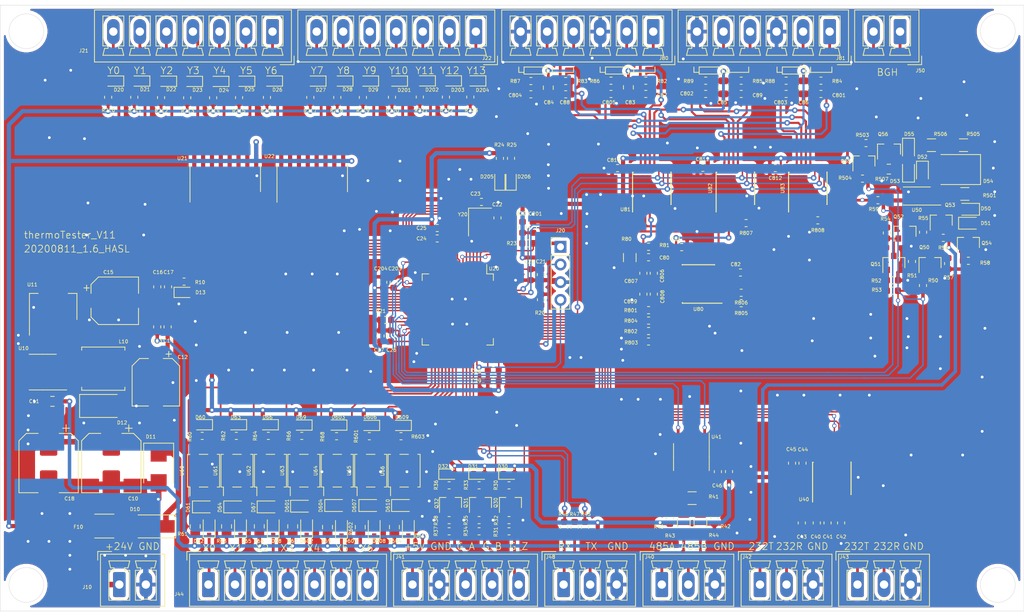
<source format=kicad_pcb>
(kicad_pcb (version 20171130) (host pcbnew "(5.1.5)-3")
  (layers (0 F.Cu signal) (31 B.Cu signal) (34 B.Paste user) (35 F.Paste user) (36 B.SilkS user) (37 F.SilkS user) (38 B.Mask user) (39 F.Mask user) (44 Edge.Cuts user))
  (net 0 "")
  (net 1 GND)
  (net 2 VDD)
  (net 3 +5VD)
  (net 4 VCC)
  (net 5 "Net-(C22-Pad1)")
  (net 6 "Net-(C23-Pad1)")
  (net 7 "Net-(C40-Pad1)")
  (net 8 "Net-(C40-Pad2)")
  (net 9 "Net-(C41-Pad2)")
  (net 10 "Net-(C41-Pad1)")
  (net 11 "Net-(C42-Pad1)")
  (net 12 "Net-(C43-Pad1)")
  (net 13 "Net-(C201-Pad1)")
  (net 14 "Net-(D10-Pad2)")
  (net 15 "Net-(D12-Pad1)")
  (net 16 "Net-(D13-Pad2)")
  (net 17 "Net-(D30-Pad1)")
  (net 18 "Net-(D31-Pad1)")
  (net 19 "Net-(D32-Pad1)")
  (net 20 "Net-(D50-Pad2)")
  (net 21 "Net-(D50-Pad1)")
  (net 22 "Net-(D51-Pad1)")
  (net 23 "Net-(D52-Pad1)")
  (net 24 "Net-(D52-Pad2)")
  (net 25 "Net-(D55-Pad1)")
  (net 26 "Net-(D60-Pad1)")
  (net 27 "Net-(D61-Pad1)")
  (net 28 "Net-(D63-Pad1)")
  (net 29 "Net-(D64-Pad1)")
  (net 30 "Net-(D66-Pad1)")
  (net 31 /VIN)
  (net 32 /SWDIO)
  (net 33 /SWCLK)
  (net 34 /NRST)
  (net 35 /RS1_B)
  (net 36 /RS1_A)
  (net 37 /TTL_Z)
  (net 38 /TTL_B)
  (net 39 /TTL_A)
  (net 40 /RS2_R)
  (net 41 /RS2_T)
  (net 42 /RS3_T)
  (net 43 /RS3_R)
  (net 44 /CP_TX)
  (net 45 /CP_RX)
  (net 46 /BGH1)
  (net 47 /BGH2)
  (net 48 "Net-(Q30-Pad1)")
  (net 49 /MTZ)
  (net 50 /MTB)
  (net 51 "Net-(Q31-Pad1)")
  (net 52 /MTA)
  (net 53 "Net-(Q32-Pad1)")
  (net 54 "Net-(Q50-Pad1)")
  (net 55 "Net-(Q50-Pad3)")
  (net 56 "Net-(Q51-Pad3)")
  (net 57 "Net-(Q51-Pad1)")
  (net 58 "Net-(Q52-Pad3)")
  (net 59 "Net-(Q53-Pad1)")
  (net 60 "Net-(Q54-Pad1)")
  (net 61 "Net-(Q55-Pad3)")
  (net 62 "Net-(Q55-Pad1)")
  (net 63 /OVLD)
  (net 64 "Net-(R20-Pad1)")
  (net 65 "Net-(R21-Pad2)")
  (net 66 "Net-(R40-Pad1)")
  (net 67 "Net-(R41-Pad1)")
  (net 68 /MRX2)
  (net 69 /MTX2)
  (net 70 /TRS)
  (net 71 /MTX3)
  (net 72 /MRX3)
  (net 73 "Net-(R501-Pad1)")
  (net 74 "Net-(U10-Pad4)")
  (net 75 /MRX5)
  (net 76 /MTX5)
  (net 77 /MRX4)
  (net 78 /MTX4)
  (net 79 /MRX1)
  (net 80 /MTX1)
  (net 81 /TR_S1)
  (net 82 "Net-(U20-Pad1)")
  (net 83 /LED0)
  (net 84 /LED1)
  (net 85 /AIN0)
  (net 86 /AIN1)
  (net 87 /AIN2)
  (net 88 /P0_L1)
  (net 89 /P1_L1)
  (net 90 /P3_L1)
  (net 91 /P2_L1)
  (net 92 "Net-(C87-Pad2)")
  (net 93 "Net-(C88-Pad2)")
  (net 94 "Net-(C89-Pad1)")
  (net 95 "Net-(C801-Pad1)")
  (net 96 "Net-(C802-Pad1)")
  (net 97 "Net-(C803-Pad1)")
  (net 98 "Net-(C804-Pad1)")
  (net 99 "Net-(C805-Pad1)")
  (net 100 /M_Y0)
  (net 101 /M_Y1)
  (net 102 /M_Y2)
  (net 103 /M_Y3)
  (net 104 /M_Y4)
  (net 105 /M_Y5)
  (net 106 /M_Y6)
  (net 107 /M_Y7)
  (net 108 /M_Y8)
  (net 109 /M_Y9)
  (net 110 /M_Y10)
  (net 111 /M_Y11)
  (net 112 /M_Y12)
  (net 113 /M_Y13)
  (net 114 "Net-(D205-Pad2)")
  (net 115 "Net-(D206-Pad2)")
  (net 116 /Y0)
  (net 117 /Y1)
  (net 118 /Y2)
  (net 119 /Y5)
  (net 120 /Y4)
  (net 121 /Y3)
  (net 122 /Y6)
  (net 123 /Y7)
  (net 124 /Y8)
  (net 125 /Y13)
  (net 126 /Y12)
  (net 127 /Y11)
  (net 128 /Y10)
  (net 129 /Y9)
  (net 130 /X3)
  (net 131 /X2)
  (net 132 /X1)
  (net 133 /X0)
  (net 134 /X4)
  (net 135 /X5)
  (net 136 /X6)
  (net 137 /P0_L2)
  (net 138 /P1_L2)
  (net 139 /P2_L2)
  (net 140 /P3_L2)
  (net 141 /M_X0)
  (net 142 /M_X1)
  (net 143 /M_X2)
  (net 144 /M_X3)
  (net 145 /M_X4)
  (net 146 /M_X5)
  (net 147 /M_X6)
  (net 148 "Net-(R80-Pad1)")
  (net 149 "Net-(U20-Pad41)")
  (net 150 /DOUT)
  (net 151 /SCLK)
  (net 152 /DIN)
  (net 153 /RDY)
  (net 154 /SL1)
  (net 155 /SL0)
  (net 156 /SL2)
  (net 157 "Net-(U80-Pad9)")
  (net 158 /IDAC1)
  (net 159 "Net-(U80-Pad6)")
  (net 160 "Net-(U81-Pad5)")
  (net 161 "Net-(U81-Pad2)")
  (net 162 "Net-(U81-Pad1)")
  (net 163 "Net-(D61-Pad2)")
  (net 164 "Net-(D64-Pad2)")
  (net 165 "Net-(D67-Pad1)")
  (net 166 "Net-(D67-Pad2)")
  (net 167 "Net-(D69-Pad1)")
  (net 168 "Net-(D601-Pad1)")
  (net 169 "Net-(D601-Pad2)")
  (net 170 "Net-(D603-Pad1)")
  (net 171 "Net-(D604-Pad1)")
  (net 172 "Net-(D604-Pad2)")
  (net 173 "Net-(D606-Pad1)")
  (net 174 "Net-(D607-Pad1)")
  (net 175 "Net-(D607-Pad2)")
  (net 176 "Net-(D609-Pad1)")
  (net 177 "Net-(D610-Pad1)")
  (net 178 "Net-(D610-Pad2)")
  (net 179 "Net-(R801-Pad2)")
  (net 180 "Net-(R802-Pad2)")
  (net 181 "Net-(R803-Pad2)")
  (net 182 "Net-(R804-Pad2)")
  (net 183 "Net-(R805-Pad2)")
  (net 184 "Net-(R806-Pad2)")
  (net 185 "Net-(R807-Pad2)")
  (net 186 "Net-(R808-Pad2)")
  (net 187 "Net-(U82-Pad5)")
  (net 188 "Net-(U82-Pad2)")
  (net 189 "Net-(U82-Pad1)")
  (net 190 "Net-(U83-Pad1)")
  (net 191 "Net-(U83-Pad2)")
  (net 192 "Net-(U83-Pad5)")
  (net 193 "Net-(D20-Pad2)")
  (net 194 "Net-(D21-Pad2)")
  (net 195 "Net-(D22-Pad2)")
  (net 196 "Net-(D23-Pad2)")
  (net 197 "Net-(D24-Pad2)")
  (net 198 "Net-(D25-Pad2)")
  (net 199 "Net-(D26-Pad2)")
  (net 200 "Net-(D27-Pad2)")
  (net 201 "Net-(D28-Pad2)")
  (net 202 "Net-(D29-Pad2)")
  (net 203 "Net-(D201-Pad2)")
  (net 204 "Net-(D202-Pad2)")
  (net 205 "Net-(D203-Pad2)")
  (net 206 "Net-(D204-Pad2)")
  (module kicad_footprint_general:SO-4_4.4x4.3mm_P2.54mm (layer F.Cu) (at 79.2 129.85 90)
    (fp_text reference U60 (at 0 -3.104 90) (layer F.SilkS) (effects (font (size 0.5 0.5) (thickness 0.08))))
    (fp_text value EL357N)
    (pad 4 smd rect (at 3 -1.27) (size 0.8 1.2) (layers F.Cu F.Paste F.Mask) (net 141 /M_X0))
    (pad 1 smd rect (at -3 -1.27) (size 0.8 1.2) (layers F.Cu F.Paste F.Mask) (net 27 "Net-(D61-Pad1)"))
    (pad 2 smd rect (at -3 1.27) (size 0.8 1.2) (layers F.Cu F.Paste F.Mask) (net 163 "Net-(D61-Pad2)"))
    (pad 3 smd rect (at 3 1.27) (size 0.8 1.2) (layers F.Cu F.Paste F.Mask) (net 1 GND))
  )
  (module kicad_footprint_general:SO-4_4.4x4.3mm_P2.54mm (layer F.Cu) (at 84 129.85 90)
    (fp_text reference U61 (at 0 -3.104 90) (layer F.SilkS) (effects (font (size 0.5 0.5) (thickness 0.08))))
    (fp_text value EL357N)
    (pad 4 smd rect (at 3 -1.27) (size 0.8 1.2) (layers F.Cu F.Paste F.Mask) (net 142 /M_X1))
    (pad 1 smd rect (at -3 -1.27) (size 0.8 1.2) (layers F.Cu F.Paste F.Mask) (net 29 "Net-(D64-Pad1)"))
    (pad 2 smd rect (at -3 1.27) (size 0.8 1.2) (layers F.Cu F.Paste F.Mask) (net 164 "Net-(D64-Pad2)"))
    (pad 3 smd rect (at 3 1.27) (size 0.8 1.2) (layers F.Cu F.Paste F.Mask) (net 1 GND))
  )
  (module kicad_footprint_general:SO-4_4.4x4.3mm_P2.54mm (layer F.Cu) (at 88.8 129.85 90)
    (fp_text reference U62 (at 0 -3.104 90) (layer F.SilkS) (effects (font (size 0.5 0.5) (thickness 0.08))))
    (fp_text value EL357N)
    (pad 4 smd rect (at 3 -1.27) (size 0.8 1.2) (layers F.Cu F.Paste F.Mask) (net 143 /M_X2))
    (pad 1 smd rect (at -3 -1.27) (size 0.8 1.2) (layers F.Cu F.Paste F.Mask) (net 165 "Net-(D67-Pad1)"))
    (pad 2 smd rect (at -3 1.27) (size 0.8 1.2) (layers F.Cu F.Paste F.Mask) (net 166 "Net-(D67-Pad2)"))
    (pad 3 smd rect (at 3 1.27) (size 0.8 1.2) (layers F.Cu F.Paste F.Mask) (net 1 GND))
  )
  (module kicad_footprint_general:SO-4_4.4x4.3mm_P2.54mm (layer F.Cu) (at 93.6 129.85 90)
    (fp_text reference U63 (at 0 -3.104 90) (layer F.SilkS) (effects (font (size 0.5 0.5) (thickness 0.08))))
    (fp_text value EL357N)
    (pad 4 smd rect (at 3 -1.27) (size 0.8 1.2) (layers F.Cu F.Paste F.Mask) (net 144 /M_X3))
    (pad 1 smd rect (at -3 -1.27) (size 0.8 1.2) (layers F.Cu F.Paste F.Mask) (net 168 "Net-(D601-Pad1)"))
    (pad 2 smd rect (at -3 1.27) (size 0.8 1.2) (layers F.Cu F.Paste F.Mask) (net 169 "Net-(D601-Pad2)"))
    (pad 3 smd rect (at 3 1.27) (size 0.8 1.2) (layers F.Cu F.Paste F.Mask) (net 1 GND))
  )
  (module kicad_footprint_general:SO-4_4.4x4.3mm_P2.54mm (layer F.Cu) (at 98.4 129.85 90)
    (fp_text reference U64 (at 0 -3.104 90) (layer F.SilkS) (effects (font (size 0.5 0.5) (thickness 0.08))))
    (fp_text value EL357N)
    (pad 4 smd rect (at 3 -1.27) (size 0.8 1.2) (layers F.Cu F.Paste F.Mask) (net 145 /M_X4))
    (pad 1 smd rect (at -3 -1.27) (size 0.8 1.2) (layers F.Cu F.Paste F.Mask) (net 171 "Net-(D604-Pad1)"))
    (pad 2 smd rect (at -3 1.27) (size 0.8 1.2) (layers F.Cu F.Paste F.Mask) (net 172 "Net-(D604-Pad2)"))
    (pad 3 smd rect (at 3 1.27) (size 0.8 1.2) (layers F.Cu F.Paste F.Mask) (net 1 GND))
  )
  (module kicad_footprint_general:SO-4_4.4x4.3mm_P2.54mm (layer F.Cu) (at 103.2 129.85 90)
    (fp_text reference U65 (at 0 -3.104 90) (layer F.SilkS) (effects (font (size 0.5 0.5) (thickness 0.08))))
    (fp_text value EL357N)
    (pad 4 smd rect (at 3 -1.27) (size 0.8 1.2) (layers F.Cu F.Paste F.Mask) (net 146 /M_X5))
    (pad 1 smd rect (at -3 -1.27) (size 0.8 1.2) (layers F.Cu F.Paste F.Mask) (net 174 "Net-(D607-Pad1)"))
    (pad 2 smd rect (at -3 1.27) (size 0.8 1.2) (layers F.Cu F.Paste F.Mask) (net 175 "Net-(D607-Pad2)"))
    (pad 3 smd rect (at 3 1.27) (size 0.8 1.2) (layers F.Cu F.Paste F.Mask) (net 1 GND))
  )
  (module kicad_footprint_general:SO-4_4.4x4.3mm_P2.54mm (layer F.Cu) (at 108 129.85 90)
    (fp_text reference U66 (at -0.05 -3.104 90) (layer F.SilkS) (effects (font (size 0.5 0.5) (thickness 0.08))))
    (fp_text value EL357N)
    (pad 4 smd rect (at 3 -1.27) (size 0.8 1.2) (layers F.Cu F.Paste F.Mask) (net 147 /M_X6))
    (pad 1 smd rect (at -3 -1.27) (size 0.8 1.2) (layers F.Cu F.Paste F.Mask) (net 177 "Net-(D610-Pad1)"))
    (pad 2 smd rect (at -3 1.27) (size 0.8 1.2) (layers F.Cu F.Paste F.Mask) (net 178 "Net-(D610-Pad2)"))
    (pad 3 smd rect (at 3 1.27) (size 0.8 1.2) (layers F.Cu F.Paste F.Mask) (net 1 GND))
  )
  (module kicad_footprint_general:SSOP-16_4.4x5.2mm_P0.65mm (layer F.Cu) (at 143.6 89.3)
    (fp_text reference U81 (at -3.83 3.03 180) (layer F.SilkS) (effects (font (size 0.5 0.5) (thickness 0.08))))
    (fp_text value CD4051B)
    (pad 1 smd rect (at -2.275 2.9 90) (size 1 0.4) (layers F.Cu F.Paste F.Mask) (net 162 "Net-(U81-Pad1)"))
    (pad 2 smd rect (at -1.625 2.9 90) (size 1 0.4) (layers F.Cu F.Paste F.Mask) (net 161 "Net-(U81-Pad2)"))
    (pad 3 smd rect (at -0.975 2.9 90) (size 1 0.4) (layers F.Cu F.Paste F.Mask) (net 158 /IDAC1))
    (pad 4 smd rect (at -0.325 2.9 90) (size 1 0.4) (layers F.Cu F.Paste F.Mask) (net 148 "Net-(R80-Pad1)"))
    (pad 5 smd rect (at 0.325 2.9 90) (size 1 0.4) (layers F.Cu F.Paste F.Mask) (net 160 "Net-(U81-Pad5)"))
    (pad 6 smd rect (at 0.975 2.9 90) (size 1 0.4) (layers F.Cu F.Paste F.Mask) (net 1 GND))
    (pad 7 smd rect (at 1.625 2.9 90) (size 1 0.4) (layers F.Cu F.Paste F.Mask) (net 1 GND))
    (pad 8 smd rect (at 2.275 2.9 90) (size 1 0.4) (layers F.Cu F.Paste F.Mask) (net 1 GND))
    (pad 9 smd rect (at 2.275 -2.9 90) (size 1 0.4) (layers F.Cu F.Paste F.Mask) (net 156 /SL2))
    (pad 10 smd rect (at 1.625 -2.9 90) (size 1 0.4) (layers F.Cu F.Paste F.Mask) (net 154 /SL1))
    (pad 11 smd rect (at 0.975 -2.9 90) (size 1 0.4) (layers F.Cu F.Paste F.Mask) (net 155 /SL0))
    (pad 12 smd rect (at 0.325 -2.9 90) (size 1 0.4) (layers F.Cu F.Paste F.Mask) (net 90 /P3_L1))
    (pad 13 smd rect (at -0.325 -2.9 90) (size 1 0.4) (layers F.Cu F.Paste F.Mask) (net 88 /P0_L1))
    (pad 14 smd rect (at -0.975 -2.9 90) (size 1 0.4) (layers F.Cu F.Paste F.Mask) (net 89 /P1_L1))
    (pad 15 smd rect (at -1.625 -2.9 90) (size 1 0.4) (layers F.Cu F.Paste F.Mask) (net 91 /P2_L1))
    (pad 16 smd rect (at -2.275 -2.9 90) (size 1 0.4) (layers F.Cu F.Paste F.Mask) (net 4 VCC))
  )
  (module kicad_footprint_general:C_0805_2012Metric (layer F.Cu) (at 57.5 119.89 180)
    (fp_text reference C11 (at 2.636 0.002) (layer F.SilkS) (effects (font (size 0.5 0.5) (thickness 0.08))))
    (fp_text value 1uF)
    (pad 2 smd roundrect (at 0.9375 0 180) (size 0.975 1.4) (layers F.Cu F.Paste F.Mask) (net 1 GND))
    (pad 1 smd roundrect (at -0.9375 0 180) (size 0.975 1.4) (layers F.Cu F.Paste F.Mask) (net 2 VDD))
  )
  (module kicad_footprint_general:SOIC-8_3.9x4.9mm_P1.27mm (layer F.Cu) (at 56.1 115.69 90)
    (fp_text reference U10 (at 3.422 -2.76) (layer F.SilkS) (effects (font (size 0.5 0.5) (thickness 0.08))))
    (fp_text value XL1509)
    (pad 8 smd roundrect (at -1.905 -2.475 180) (size 1.95 0.6) (layers F.Cu F.Paste F.Mask) (net 1 GND))
    (pad 7 smd roundrect (at -0.635 -2.475 180) (size 1.95 0.6) (layers F.Cu F.Paste F.Mask) (net 1 GND))
    (pad 6 smd roundrect (at 0.635 -2.475 180) (size 1.95 0.6) (layers F.Cu F.Paste F.Mask) (net 1 GND))
    (pad 5 smd roundrect (at 1.905 -2.475 180) (size 1.95 0.6) (layers F.Cu F.Paste F.Mask) (net 1 GND))
    (pad 4 smd roundrect (at 1.905 2.475 180) (size 1.95 0.6) (layers F.Cu F.Paste F.Mask) (net 74 "Net-(U10-Pad4)"))
    (pad 3 smd roundrect (at 0.635 2.475 180) (size 1.95 0.6) (layers F.Cu F.Paste F.Mask) (net 3 +5VD))
    (pad 2 smd roundrect (at -0.635 2.475 180) (size 1.95 0.6) (layers F.Cu F.Paste F.Mask) (net 15 "Net-(D12-Pad1)"))
    (pad 1 smd roundrect (at -1.905 2.475 180) (size 1.95 0.6) (layers F.Cu F.Paste F.Mask) (net 2 VDD))
  )
  (module kicad_footprint_general:CP_Elec_8x6.5 (layer F.Cu) (at 65.95 128.75 270)
    (fp_text reference C10 (at 5.108 -3.138 180) (layer F.SilkS) (effects (font (size 0.5 0.5) (thickness 0.08))))
    (fp_text value 47uF)
    (pad 1 smd roundrect (at -3.05 0 270) (size 4 2.5) (layers F.Cu F.Paste F.Mask) (roundrect_rratio 0.1) (net 2 VDD))
    (pad 2 smd roundrect (at 3.05 0 270) (size 4 2.5) (layers F.Cu F.Paste F.Mask) (roundrect_rratio 0.1) (net 1 GND))
  )
  (module Diode_SMD:D_0603_1608Metric (layer F.Cu) (at 88.45 123.25 180)
    (fp_text reference D66 (at 0.058 1.076) (layer F.SilkS) (effects (font (size 0.5 0.5) (thickness 0.08))))
    (fp_text value Red)
    (pad 2 smd roundrect (at 0.7875 0 180) (size 0.875 0.95) (layers F.Cu F.Paste F.Mask) (net 4 VCC))
    (pad 1 smd roundrect (at -0.7875 0 180) (size 0.875 0.95) (layers F.Cu F.Paste F.Mask) (net 30 "Net-(D66-Pad1)"))
  )
  (module kicad_footprint_general:SSOP-16_4.4x5.2mm_P0.65mm (layer F.Cu) (at 169.45 130.95)
    (fp_text reference U40 (at -4.05 3.02) (layer F.SilkS) (effects (font (size 0.5 0.5) (thickness 0.08))))
    (fp_text value SP3232)
    (pad 1 smd rect (at -2.275 2.9 90) (size 1 0.4) (layers F.Cu F.Paste F.Mask) (net 7 "Net-(C40-Pad1)"))
    (pad 2 smd rect (at -1.625 2.9 90) (size 1 0.4) (layers F.Cu F.Paste F.Mask) (net 12 "Net-(C43-Pad1)"))
    (pad 3 smd rect (at -0.975 2.9 90) (size 1 0.4) (layers F.Cu F.Paste F.Mask) (net 8 "Net-(C40-Pad2)"))
    (pad 4 smd rect (at -0.325 2.9 90) (size 1 0.4) (layers F.Cu F.Paste F.Mask) (net 10 "Net-(C41-Pad1)"))
    (pad 5 smd rect (at 0.325 2.9 90) (size 1 0.4) (layers F.Cu F.Paste F.Mask) (net 9 "Net-(C41-Pad2)"))
    (pad 6 smd rect (at 0.975 2.9 90) (size 1 0.4) (layers F.Cu F.Paste F.Mask) (net 11 "Net-(C42-Pad1)"))
    (pad 7 smd rect (at 1.625 2.9 90) (size 1 0.4) (layers F.Cu F.Paste F.Mask) (net 42 /RS3_T))
    (pad 8 smd rect (at 2.275 2.9 90) (size 1 0.4) (layers F.Cu F.Paste F.Mask) (net 43 /RS3_R))
    (pad 9 smd rect (at 2.275 -2.9 90) (size 1 0.4) (layers F.Cu F.Paste F.Mask) (net 75 /MRX5))
    (pad 10 smd rect (at 1.625 -2.9 90) (size 1 0.4) (layers F.Cu F.Paste F.Mask) (net 76 /MTX5))
    (pad 11 smd rect (at 0.975 -2.9 90) (size 1 0.4) (layers F.Cu F.Paste F.Mask) (net 78 /MTX4))
    (pad 12 smd rect (at 0.325 -2.9 90) (size 1 0.4) (layers F.Cu F.Paste F.Mask) (net 77 /MRX4))
    (pad 13 smd rect (at -0.325 -2.9 90) (size 1 0.4) (layers F.Cu F.Paste F.Mask) (net 40 /RS2_R))
    (pad 14 smd rect (at -0.975 -2.9 90) (size 1 0.4) (layers F.Cu F.Paste F.Mask) (net 41 /RS2_T))
    (pad 15 smd rect (at -1.625 -2.9 90) (size 1 0.4) (layers F.Cu F.Paste F.Mask) (net 1 GND))
    (pad 16 smd rect (at -2.275 -2.9 90) (size 1 0.4) (layers F.Cu F.Paste F.Mask) (net 4 VCC))
  )
  (module kicad_footprint_general:LQFP-64_10x10mm_P0.5mm (layer F.Cu) (at 115.7 106.7 180)
    (fp_text reference U20 (at -5.204 5.862) (layer F.SilkS) (effects (font (size 0.5 0.5) (thickness 0.08))))
    (fp_text value M_STM32F103RCT6)
    (pad 1 smd roundrect (at -3.75 5.675 270) (size 1.55 0.3) (layers F.Cu F.Paste F.Mask) (net 82 "Net-(U20-Pad1)"))
    (pad 2 smd roundrect (at -3.25 5.675 270) (size 1.55 0.3) (layers F.Cu F.Paste F.Mask) (net 84 /LED1))
    (pad 3 smd roundrect (at -2.75 5.675 270) (size 1.55 0.3) (layers F.Cu F.Paste F.Mask) (net 83 /LED0))
    (pad 4 smd roundrect (at -2.25 5.675 270) (size 1.55 0.3) (layers F.Cu F.Paste F.Mask) (net 113 /M_Y13))
    (pad 5 smd roundrect (at -1.75 5.675 270) (size 1.55 0.3) (layers F.Cu F.Paste F.Mask) (net 5 "Net-(C22-Pad1)"))
    (pad 6 smd roundrect (at -1.25 5.675 270) (size 1.55 0.3) (layers F.Cu F.Paste F.Mask) (net 6 "Net-(C23-Pad1)"))
    (pad 7 smd roundrect (at -0.75 5.675 270) (size 1.55 0.3) (layers F.Cu F.Paste F.Mask) (net 34 /NRST))
    (pad 8 smd roundrect (at -0.25 5.675 270) (size 1.55 0.3) (layers F.Cu F.Paste F.Mask) (net 112 /M_Y12))
    (pad 9 smd roundrect (at 0.25 5.675 270) (size 1.55 0.3) (layers F.Cu F.Paste F.Mask) (net 111 /M_Y11))
    (pad 10 smd roundrect (at 0.75 5.675 270) (size 1.55 0.3) (layers F.Cu F.Paste F.Mask) (net 110 /M_Y10))
    (pad 11 smd roundrect (at 1.25 5.675 270) (size 1.55 0.3) (layers F.Cu F.Paste F.Mask) (net 109 /M_Y9))
    (pad 12 smd roundrect (at 1.75 5.675 270) (size 1.55 0.3) (layers F.Cu F.Paste F.Mask) (net 1 GND))
    (pad 13 smd roundrect (at 2.25 5.675 270) (size 1.55 0.3) (layers F.Cu F.Paste F.Mask) (net 4 VCC))
    (pad 14 smd roundrect (at 2.75 5.675 270) (size 1.55 0.3) (layers F.Cu F.Paste F.Mask) (net 108 /M_Y8))
    (pad 15 smd roundrect (at 3.25 5.675 270) (size 1.55 0.3) (layers F.Cu F.Paste F.Mask) (net 107 /M_Y7))
    (pad 16 smd roundrect (at 3.75 5.675 270) (size 1.55 0.3) (layers F.Cu F.Paste F.Mask) (net 69 /MTX2))
    (pad 17 smd roundrect (at 5.675 3.75 270) (size 0.3 1.55) (layers F.Cu F.Paste F.Mask) (net 68 /MRX2))
    (pad 18 smd roundrect (at 5.675 3.25 270) (size 0.3 1.55) (layers F.Cu F.Paste F.Mask) (net 1 GND))
    (pad 19 smd roundrect (at 5.675 2.75 270) (size 0.3 1.55) (layers F.Cu F.Paste F.Mask) (net 4 VCC))
    (pad 20 smd roundrect (at 5.675 2.25 270) (size 0.3 1.55) (layers F.Cu F.Paste F.Mask) (net 106 /M_Y6))
    (pad 21 smd roundrect (at 5.675 1.75 270) (size 0.3 1.55) (layers F.Cu F.Paste F.Mask) (net 105 /M_Y5))
    (pad 22 smd roundrect (at 5.675 1.25 270) (size 0.3 1.55) (layers F.Cu F.Paste F.Mask) (net 104 /M_Y4))
    (pad 23 smd roundrect (at 5.675 0.75 270) (size 0.3 1.55) (layers F.Cu F.Paste F.Mask) (net 103 /M_Y3))
    (pad 24 smd roundrect (at 5.675 0.25 270) (size 0.3 1.55) (layers F.Cu F.Paste F.Mask) (net 102 /M_Y2))
    (pad 25 smd roundrect (at 5.675 -0.25 270) (size 0.3 1.55) (layers F.Cu F.Paste F.Mask) (net 101 /M_Y1))
    (pad 26 smd roundrect (at 5.675 -0.75 270) (size 0.3 1.55) (layers F.Cu F.Paste F.Mask) (net 100 /M_Y0))
    (pad 27 smd roundrect (at 5.675 -1.25 270) (size 0.3 1.55) (layers F.Cu F.Paste F.Mask) (net 70 /TRS))
    (pad 28 smd roundrect (at 5.675 -1.75 270) (size 0.3 1.55) (layers F.Cu F.Paste F.Mask) (net 65 "Net-(R21-Pad2)"))
    (pad 29 smd roundrect (at 5.675 -2.25 270) (size 0.3 1.55) (layers F.Cu F.Paste F.Mask) (net 71 /MTX3))
    (pad 30 smd roundrect (at 5.675 -2.75 270) (size 0.3 1.55) (layers F.Cu F.Paste F.Mask) (net 72 /MRX3))
    (pad 31 smd roundrect (at 5.675 -3.25 270) (size 0.3 1.55) (layers F.Cu F.Paste F.Mask) (net 1 GND))
    (pad 32 smd roundrect (at 5.675 -3.75 270) (size 0.3 1.55) (layers F.Cu F.Paste F.Mask) (net 4 VCC))
    (pad 33 smd roundrect (at 3.75 -5.675 270) (size 1.55 0.3) (layers F.Cu F.Paste F.Mask) (net 141 /M_X0))
    (pad 34 smd roundrect (at 3.25 -5.675 270) (size 1.55 0.3) (layers F.Cu F.Paste F.Mask) (net 142 /M_X1))
    (pad 35 smd roundrect (at 2.75 -5.675 270) (size 1.55 0.3) (layers F.Cu F.Paste F.Mask) (net 143 /M_X2))
    (pad 36 smd roundrect (at 2.25 -5.675 270) (size 1.55 0.3) (layers F.Cu F.Paste F.Mask) (net 144 /M_X3))
    (pad 37 smd roundrect (at 1.75 -5.675 270) (size 1.55 0.3) (layers F.Cu F.Paste F.Mask) (net 145 /M_X4))
    (pad 38 smd roundrect (at 1.25 -5.675 270) (size 1.55 0.3) (layers F.Cu F.Paste F.Mask) (net 146 /M_X5))
    (pad 39 smd roundrect (at 0.75 -5.675 270) (size 1.55 0.3) (layers F.Cu F.Paste F.Mask) (net 147 /M_X6))
    (pad 40 smd roundrect (at 0.25 -5.675 270) (size 1.55 0.3) (layers F.Cu F.Paste F.Mask) (net 52 /MTA))
    (pad 41 smd roundrect (at -0.25 -5.675 270) (size 1.55 0.3) (layers F.Cu F.Paste F.Mask) (net 149 "Net-(U20-Pad41)"))
    (pad 42 smd roundrect (at -0.75 -5.675 270) (size 1.55 0.3) (layers F.Cu F.Paste F.Mask) (net 80 /MTX1))
    (pad 43 smd roundrect (at -1.25 -5.675 270) (size 1.55 0.3) (layers F.Cu F.Paste F.Mask) (net 79 /MRX1))
    (pad 44 smd roundrect (at -1.75 -5.675 270) (size 1.55 0.3) (layers F.Cu F.Paste F.Mask) (net 50 /MTB))
    (pad 45 smd roundrect (at -2.25 -5.675 270) (size 1.55 0.3) (layers F.Cu F.Paste F.Mask) (net 49 /MTZ))
    (pad 46 smd roundrect (at -2.75 -5.675 270) (size 1.55 0.3) (layers F.Cu F.Paste F.Mask) (net 32 /SWDIO))
    (pad 47 smd roundrect (at -3.25 -5.675 270) (size 1.55 0.3) (layers F.Cu F.Paste F.Mask) (net 1 GND))
    (pad 48 smd roundrect (at -3.75 -5.675 270) (size 1.55 0.3) (layers F.Cu F.Paste F.Mask) (net 4 VCC))
    (pad 49 smd roundrect (at -5.675 -3.75 270) (size 0.3 1.55) (layers F.Cu F.Paste F.Mask) (net 33 /SWCLK))
    (pad 50 smd roundrect (at -5.675 -3.25 270) (size 0.3 1.55) (layers F.Cu F.Paste F.Mask) (net 81 /TR_S1))
    (pad 51 smd roundrect (at -5.675 -2.75 270) (size 0.3 1.55) (layers F.Cu F.Paste F.Mask) (net 78 /MTX4))
    (pad 52 smd roundrect (at -5.675 -2.25 270) (size 0.3 1.55) (layers F.Cu F.Paste F.Mask) (net 77 /MRX4))
    (pad 53 smd roundrect (at -5.675 -1.75 270) (size 0.3 1.55) (layers F.Cu F.Paste F.Mask) (net 76 /MTX5))
    (pad 54 smd roundrect (at -5.675 -1.25 270) (size 0.3 1.55) (layers F.Cu F.Paste F.Mask) (net 75 /MRX5))
    (pad 55 smd roundrect (at -5.675 -0.75 270) (size 0.3 1.55) (layers F.Cu F.Paste F.Mask) (net 151 /SCLK))
    (pad 56 smd roundrect (at -5.675 -0.25 270) (size 0.3 1.55) (layers F.Cu F.Paste F.Mask) (net 152 /DIN))
    (pad 57 smd roundrect (at -5.675 0.25 270) (size 0.3 1.55) (layers F.Cu F.Paste F.Mask) (net 150 /DOUT))
    (pad 58 smd roundrect (at -5.675 0.75 270) (size 0.3 1.55) (layers F.Cu F.Paste F.Mask) (net 153 /RDY))
    (pad 59 smd roundrect (at -5.675 1.25 270) (size 0.3 1.55) (layers F.Cu F.Paste F.Mask) (net 156 /SL2))
    (pad 60 smd roundrect (at -5.675 1.75 270) (size 0.3 1.55) (layers F.Cu F.Paste F.Mask) (net 64 "Net-(R20-Pad1)"))
    (pad 61 smd roundrect (at -5.675 2.25 270) (size 0.3 1.55) (layers F.Cu F.Paste F.Mask) (net 154 /SL1))
    (pad 62 smd roundrect (at -5.675 2.75 270) (size 0.3 1.55) (layers F.Cu F.Paste F.Mask) (net 155 /SL0))
    (pad 63 smd roundrect (at -5.675 3.25 270) (size 0.3 1.55) (layers F.Cu F.Paste F.Mask) (net 1 GND))
    (pad 64 smd roundrect (at -5.675 3.75 270) (size 0.3 1.55) (layers F.Cu F.Paste F.Mask) (net 4 VCC))
  )
  (module kicad_footprint_general:C_0603_1608Metric (layer F.Cu) (at 170.75 137.35 270)
    (fp_text reference C42 (at 1.99 -0.01 180) (layer F.SilkS) (effects (font (size 0.5 0.5) (thickness 0.08))))
    (fp_text value 100nF)
    (pad 1 smd roundrect (at -0.7875 0 270) (size 0.875 0.95) (layers F.Cu F.Paste F.Mask) (net 11 "Net-(C42-Pad1)"))
    (pad 2 smd roundrect (at 0.7875 0 270) (size 0.875 0.95) (layers F.Cu F.Paste F.Mask) (net 1 GND))
  )
  (module kicad_footprint_general:C_0603_1608Metric (layer F.Cu) (at 126.14 101.7 90)
    (fp_text reference C20 (at 1.878 -0.13 180) (layer F.SilkS) (effects (font (size 0.5 0.5) (thickness 0.08))))
    (fp_text value 1uF)
    (pad 1 smd roundrect (at -0.7875 0 90) (size 0.875 0.95) (layers F.Cu F.Paste F.Mask) (net 1 GND))
    (pad 2 smd roundrect (at 0.7875 0 90) (size 0.875 0.95) (layers F.Cu F.Paste F.Mask) (net 4 VCC))
  )
  (module kicad_footprint_general:CP_Elec_6.3x5.4 (layer F.Cu) (at 72.35 117.15 270)
    (fp_text reference C12 (at -3.612 -3.85 180) (layer F.SilkS) (effects (font (size 0.5 0.5) (thickness 0.08))))
    (fp_text value 220uF)
    (pad 1 smd roundrect (at -2.8 0 270) (size 3.5 1.6) (layers F.Cu F.Paste F.Mask) (roundrect_rratio 0.15625) (net 3 +5VD))
    (pad 2 smd roundrect (at 2.8 0 270) (size 3.5 1.6) (layers F.Cu F.Paste F.Mask) (roundrect_rratio 0.15625) (net 1 GND))
  )
  (module kicad_footprint_general:C_0603_1608Metric (layer F.Cu) (at 72.54 109.2 90)
    (fp_text reference C13 (at -2 0 180) (layer F.SilkS) (effects (font (size 0.5 0.5) (thickness 0.08))))
    (fp_text value 1uF)
    (pad 1 smd roundrect (at -0.7875 0 90) (size 0.875 0.95) (layers F.Cu F.Paste F.Mask) (net 3 +5VD))
    (pad 2 smd roundrect (at 0.7875 0 90) (size 0.875 0.95) (layers F.Cu F.Paste F.Mask) (net 1 GND))
  )
  (module kicad_footprint_general:C_0603_1608Metric (layer F.Cu) (at 74.04 109.2 90)
    (fp_text reference C14 (at -2 0.1 180) (layer F.SilkS) (effects (font (size 0.5 0.5) (thickness 0.08))))
    (fp_text value 100nF)
    (pad 1 smd roundrect (at -0.7875 0 90) (size 0.875 0.95) (layers F.Cu F.Paste F.Mask) (net 3 +5VD))
    (pad 2 smd roundrect (at 0.7875 0 90) (size 0.875 0.95) (layers F.Cu F.Paste F.Mask) (net 1 GND))
  )
  (module kicad_footprint_general:CP_Elec_6.3x5.4 (layer F.Cu) (at 66.45 105.45)
    (fp_text reference C15 (at -0.918 -4.104) (layer F.SilkS) (effects (font (size 0.5 0.5) (thickness 0.08))))
    (fp_text value 220uF)
    (pad 1 smd roundrect (at -2.8 0) (size 3.5 1.6) (layers F.Cu F.Paste F.Mask) (roundrect_rratio 0.15625) (net 4 VCC))
    (pad 2 smd roundrect (at 2.8 0) (size 3.5 1.6) (layers F.Cu F.Paste F.Mask) (roundrect_rratio 0.15625) (net 1 GND))
  )
  (module kicad_footprint_general:C_0603_1608Metric (layer F.Cu) (at 72.55 103.45 270)
    (fp_text reference C16 (at -2.104 -0.094 180) (layer F.SilkS) (effects (font (size 0.5 0.5) (thickness 0.08))))
    (fp_text value 1uF)
    (pad 1 smd roundrect (at -0.7875 0 270) (size 0.875 0.95) (layers F.Cu F.Paste F.Mask) (net 4 VCC))
    (pad 2 smd roundrect (at 0.7875 0 270) (size 0.875 0.95) (layers F.Cu F.Paste F.Mask) (net 1 GND))
  )
  (module kicad_footprint_general:C_0603_1608Metric (layer F.Cu) (at 74.1 103.45 270)
    (fp_text reference C17 (at -2.104 -0.068 180) (layer F.SilkS) (effects (font (size 0.5 0.5) (thickness 0.08))))
    (fp_text value 100nF)
    (pad 1 smd roundrect (at -0.7875 0 270) (size 0.875 0.95) (layers F.Cu F.Paste F.Mask) (net 4 VCC))
    (pad 2 smd roundrect (at 0.7875 0 270) (size 0.875 0.95) (layers F.Cu F.Paste F.Mask) (net 1 GND))
  )
  (module kicad_footprint_general:C_0603_1608Metric (layer F.Cu) (at 127.64 101.7 90)
    (fp_text reference C21 (at 1.878 0 180) (layer F.SilkS) (effects (font (size 0.5 0.5) (thickness 0.08))))
    (fp_text value 100nF)
    (pad 1 smd roundrect (at -0.7875 0 90) (size 0.875 0.95) (layers F.Cu F.Paste F.Mask) (net 1 GND))
    (pad 2 smd roundrect (at 0.7875 0 90) (size 0.875 0.95) (layers F.Cu F.Paste F.Mask) (net 4 VCC))
  )
  (module kicad_footprint_general:C_0603_1608Metric (layer F.Cu) (at 121.4 93.55 90)
    (fp_text reference C22 (at 1.92 -0.03 180) (layer F.SilkS) (effects (font (size 0.5 0.5) (thickness 0.08))))
    (fp_text value 20pF)
    (pad 1 smd roundrect (at -0.7875 0 90) (size 0.875 0.95) (layers F.Cu F.Paste F.Mask) (net 5 "Net-(C22-Pad1)"))
    (pad 2 smd roundrect (at 0.7875 0 90) (size 0.875 0.95) (layers F.Cu F.Paste F.Mask) (net 1 GND))
  )
  (module kicad_footprint_general:C_0603_1608Metric (layer F.Cu) (at 119.1 91.25)
    (fp_text reference C23 (at -0.86 -1.16) (layer F.SilkS) (effects (font (size 0.5 0.5) (thickness 0.08))))
    (fp_text value 20pF)
    (pad 1 smd roundrect (at -0.7875 0) (size 0.875 0.95) (layers F.Cu F.Paste F.Mask) (net 6 "Net-(C23-Pad1)"))
    (pad 2 smd roundrect (at 0.7875 0) (size 0.875 0.95) (layers F.Cu F.Paste F.Mask) (net 1 GND))
  )
  (module kicad_footprint_general:C_0603_1608Metric (layer F.Cu) (at 112.75 96.5 180)
    (fp_text reference C24 (at 2.26 -0.02) (layer F.SilkS) (effects (font (size 0.5 0.5) (thickness 0.08))))
    (fp_text value 100nF)
    (pad 1 smd roundrect (at -0.7875 0 180) (size 0.875 0.95) (layers F.Cu F.Paste F.Mask) (net 1 GND))
    (pad 2 smd roundrect (at 0.7875 0 180) (size 0.875 0.95) (layers F.Cu F.Paste F.Mask) (net 4 VCC))
  )
  (module kicad_footprint_general:C_0603_1608Metric (layer F.Cu) (at 112.75 95 180)
    (fp_text reference C25 (at 2.26 0) (layer F.SilkS) (effects (font (size 0.5 0.5) (thickness 0.08))))
    (fp_text value 1uF)
    (pad 1 smd roundrect (at -0.7875 0 180) (size 0.875 0.95) (layers F.Cu F.Paste F.Mask) (net 1 GND))
    (pad 2 smd roundrect (at 0.7875 0 180) (size 0.875 0.95) (layers F.Cu F.Paste F.Mask) (net 4 VCC))
  )
  (module kicad_footprint_general:C_0603_1608Metric (layer F.Cu) (at 106.1 110.5 90)
    (fp_text reference C26 (at -2.022 0.072 180) (layer F.SilkS) (effects (font (size 0.5 0.5) (thickness 0.08))))
    (fp_text value 1uF)
    (pad 1 smd roundrect (at -0.7875 0 90) (size 0.875 0.95) (layers F.Cu F.Paste F.Mask) (net 4 VCC))
    (pad 2 smd roundrect (at 0.7875 0 90) (size 0.875 0.95) (layers F.Cu F.Paste F.Mask) (net 1 GND))
  )
  (module kicad_footprint_general:C_0603_1608Metric (layer F.Cu) (at 104.6 110.5 270)
    (fp_text reference C27 (at 2.022 0.206 180) (layer F.SilkS) (effects (font (size 0.5 0.5) (thickness 0.08))))
    (fp_text value 100nF)
    (pad 1 smd roundrect (at -0.7875 0 270) (size 0.875 0.95) (layers F.Cu F.Paste F.Mask) (net 1 GND))
    (pad 2 smd roundrect (at 0.7875 0 270) (size 0.875 0.95) (layers F.Cu F.Paste F.Mask) (net 4 VCC))
  )
  (module kicad_footprint_general:C_0603_1608Metric (layer F.Cu) (at 120.8 115.45)
    (fp_text reference C28 (at -2.436 0.1) (layer F.SilkS) (effects (font (size 0.5 0.5) (thickness 0.08))))
    (fp_text value 100nF)
    (pad 1 smd roundrect (at -0.7875 0) (size 0.875 0.95) (layers F.Cu F.Paste F.Mask) (net 1 GND))
    (pad 2 smd roundrect (at 0.7875 0) (size 0.875 0.95) (layers F.Cu F.Paste F.Mask) (net 4 VCC))
  )
  (module kicad_footprint_general:C_0603_1608Metric (layer F.Cu) (at 120.8 116.95 180)
    (fp_text reference C29 (at 2.436 0) (layer F.SilkS) (effects (font (size 0.5 0.5) (thickness 0.08))))
    (fp_text value 1uF)
    (pad 1 smd roundrect (at -0.7875 0 180) (size 0.875 0.95) (layers F.Cu F.Paste F.Mask) (net 4 VCC))
    (pad 2 smd roundrect (at 0.7875 0 180) (size 0.875 0.95) (layers F.Cu F.Paste F.Mask) (net 1 GND))
  )
  (module kicad_footprint_general:C_0603_1608Metric (layer F.Cu) (at 167.25 137.35 90)
    (fp_text reference C40 (at -1.99 -0.14 180) (layer F.SilkS) (effects (font (size 0.5 0.5) (thickness 0.08))))
    (fp_text value 100nF)
    (pad 1 smd roundrect (at -0.7875 0 90) (size 0.875 0.95) (layers F.Cu F.Paste F.Mask) (net 7 "Net-(C40-Pad1)"))
    (pad 2 smd roundrect (at 0.7875 0 90) (size 0.875 0.95) (layers F.Cu F.Paste F.Mask) (net 8 "Net-(C40-Pad2)"))
  )
  (module kicad_footprint_general:C_0603_1608Metric (layer F.Cu) (at 168.8 137.35 270)
    (fp_text reference C41 (at 1.98 -0.05 180) (layer F.SilkS) (effects (font (size 0.5 0.5) (thickness 0.08))))
    (fp_text value 100nF)
    (pad 1 smd roundrect (at -0.7875 0 270) (size 0.875 0.95) (layers F.Cu F.Paste F.Mask) (net 10 "Net-(C41-Pad1)"))
    (pad 2 smd roundrect (at 0.7875 0 270) (size 0.875 0.95) (layers F.Cu F.Paste F.Mask) (net 9 "Net-(C41-Pad2)"))
  )
  (module kicad_footprint_general:C_0603_1608Metric (layer F.Cu) (at 165.1 137.35 270)
    (fp_text reference C43 (at 2 0 180) (layer F.SilkS) (effects (font (size 0.5 0.5) (thickness 0.08))))
    (fp_text value 100nF)
    (pad 1 smd roundrect (at -0.7875 0 270) (size 0.875 0.95) (layers F.Cu F.Paste F.Mask) (net 12 "Net-(C43-Pad1)"))
    (pad 2 smd roundrect (at 0.7875 0 270) (size 0.875 0.95) (layers F.Cu F.Paste F.Mask) (net 1 GND))
  )
  (module kicad_footprint_general:C_0603_1608Metric (layer F.Cu) (at 165.2 128.77 270)
    (fp_text reference C44 (at -1.95 -0.07 180) (layer F.SilkS) (effects (font (size 0.5 0.5) (thickness 0.08))))
    (fp_text value 1uF)
    (pad 1 smd roundrect (at -0.7875 0 270) (size 0.875 0.95) (layers F.Cu F.Paste F.Mask) (net 4 VCC))
    (pad 2 smd roundrect (at 0.7875 0 270) (size 0.875 0.95) (layers F.Cu F.Paste F.Mask) (net 1 GND))
  )
  (module kicad_footprint_general:C_0603_1608Metric (layer F.Cu) (at 163.7 128.77 90)
    (fp_text reference C45 (at 1.99 -0.11 180) (layer F.SilkS) (effects (font (size 0.5 0.5) (thickness 0.08))))
    (fp_text value 100nF)
    (pad 1 smd roundrect (at -0.7875 0 90) (size 0.875 0.95) (layers F.Cu F.Paste F.Mask) (net 1 GND))
    (pad 2 smd roundrect (at 0.7875 0 90) (size 0.875 0.95) (layers F.Cu F.Paste F.Mask) (net 4 VCC))
  )
  (module kicad_footprint_general:C_0603_1608Metric (layer F.Cu) (at 153.05 129.99 90)
    (fp_text reference C46 (at -2 -0.1 180) (layer F.SilkS) (effects (font (size 0.5 0.5) (thickness 0.08))))
    (fp_text value 100nF)
    (pad 1 smd roundrect (at -0.7875 0 90) (size 0.875 0.95) (layers F.Cu F.Paste F.Mask) (net 4 VCC))
    (pad 2 smd roundrect (at 0.7875 0 90) (size 0.875 0.95) (layers F.Cu F.Paste F.Mask) (net 1 GND))
  )
  (module kicad_footprint_general:C_0603_1608Metric (layer F.Cu) (at 154.65 129.9775 90)
    (fp_text reference C47 (at -2.0125 0 180) (layer F.SilkS) (effects (font (size 0.5 0.5) (thickness 0.08))))
    (fp_text value 1uF)
    (pad 1 smd roundrect (at -0.7875 0 90) (size 0.875 0.95) (layers F.Cu F.Paste F.Mask) (net 4 VCC))
    (pad 2 smd roundrect (at 0.7875 0 90) (size 0.875 0.95) (layers F.Cu F.Paste F.Mask) (net 1 GND))
  )
  (module kicad_footprint_general:C_0603_1608Metric (layer F.Cu) (at 126.5 94.9 90)
    (fp_text reference C201 (at 1.94 0.34 180) (layer F.SilkS) (effects (font (size 0.5 0.5) (thickness 0.08))))
    (fp_text value 100nF)
    (pad 1 smd roundrect (at -0.7875 0 90) (size 0.875 0.95) (layers F.Cu F.Paste F.Mask) (net 13 "Net-(C201-Pad1)"))
    (pad 2 smd roundrect (at 0.7875 0 90) (size 0.875 0.95) (layers F.Cu F.Paste F.Mask) (net 1 GND))
  )
  (module kicad_footprint_general:D_SMA (layer F.Cu) (at 71.8 137.85 180)
    (fp_text reference D10 (at 2.458 2.468) (layer F.SilkS) (effects (font (size 0.5 0.5) (thickness 0.08))))
    (fp_text value SS14)
    (pad 2 smd rect (at 2 0 180) (size 2.5 1.8) (layers F.Cu F.Paste F.Mask) (net 14 "Net-(D10-Pad2)"))
    (pad 1 smd rect (at -2 0 180) (size 2.5 1.8) (layers F.Cu F.Paste F.Mask) (net 2 VDD))
  )
  (module kicad_footprint_general:D_SMB (layer F.Cu) (at 72.75 129.45 270)
    (fp_text reference D11 (at -4.482 1.122 180) (layer F.SilkS) (effects (font (size 0.5 0.5) (thickness 0.08))))
    (fp_text value SMBJ28A)
    (pad 1 smd rect (at -2.15 0 270) (size 2.5 2.3) (layers F.Cu F.Paste F.Mask) (net 2 VDD))
    (pad 2 smd rect (at 2.15 0 270) (size 2.5 2.3) (layers F.Cu F.Paste F.Mask) (net 1 GND))
  )
  (module kicad_footprint_general:D_SMA (layer F.Cu) (at 64.8 120.55)
    (fp_text reference D12 (at 2.7 2.4) (layer F.SilkS) (effects (font (size 0.5 0.5) (thickness 0.08))))
    (fp_text value SS14)
    (pad 1 smd rect (at -2 0) (size 2.5 1.8) (layers F.Cu F.Paste F.Mask) (net 15 "Net-(D12-Pad1)"))
    (pad 2 smd rect (at 2 0) (size 2.5 1.8) (layers F.Cu F.Paste F.Mask) (net 1 GND))
  )
  (module kicad_footprint_general:LED_0603_1608Metric (layer F.Cu) (at 76.45 104.25)
    (fp_text reference D13 (at 2.3 0) (layer F.SilkS) (effects (font (size 0.5 0.5) (thickness 0.08))))
    (fp_text value Red)
    (pad 2 smd roundrect (at 0.7875 0) (size 0.875 0.95) (layers F.Cu F.Paste F.Mask) (net 16 "Net-(D13-Pad2)"))
    (pad 1 smd roundrect (at -0.7875 0) (size 0.875 0.95) (layers F.Cu F.Paste F.Mask) (net 1 GND))
  )
  (module Diode_SMD:D_0603_1608Metric (layer F.Cu) (at 123.06 130.35)
    (fp_text reference D30 (at -0.9 -1.11) (layer F.SilkS) (effects (font (size 0.5 0.5) (thickness 0.08))))
    (fp_text value Red)
    (pad 2 smd roundrect (at 0.7875 0) (size 0.875 0.95) (layers F.Cu F.Paste F.Mask) (net 4 VCC))
    (pad 1 smd roundrect (at -0.7875 0) (size 0.875 0.95) (layers F.Cu F.Paste F.Mask) (net 17 "Net-(D30-Pad1)"))
  )
  (module Diode_SMD:D_0603_1608Metric (layer F.Cu) (at 118.76 130.35)
    (fp_text reference D31 (at -0.85 -1.11) (layer F.SilkS) (effects (font (size 0.5 0.5) (thickness 0.08))))
    (fp_text value Red)
    (pad 2 smd roundrect (at 0.7875 0) (size 0.875 0.95) (layers F.Cu F.Paste F.Mask) (net 4 VCC))
    (pad 1 smd roundrect (at -0.7875 0) (size 0.875 0.95) (layers F.Cu F.Paste F.Mask) (net 18 "Net-(D31-Pad1)"))
  )
  (module Diode_SMD:D_0603_1608Metric (layer F.Cu) (at 114.46 130.35)
    (fp_text reference D32 (at -0.88 -1.13) (layer F.SilkS) (effects (font (size 0.5 0.5) (thickness 0.08))))
    (fp_text value Red)
    (pad 2 smd roundrect (at 0.7875 0) (size 0.875 0.95) (layers F.Cu F.Paste F.Mask) (net 4 VCC))
    (pad 1 smd roundrect (at -0.7875 0) (size 0.875 0.95) (layers F.Cu F.Paste F.Mask) (net 19 "Net-(D32-Pad1)"))
  )
  (module kicad_footprint_general:D_SOD-323F (layer F.Cu) (at 189.12 92.31 180)
    (fp_text reference D50 (at -2.4 0.1) (layer F.SilkS) (effects (font (size 0.5 0.5) (thickness 0.08))))
    (fp_text value 1N4148)
    (pad 1 smd rect (at -1.1 0 180) (size 0.6 0.6) (layers F.Cu F.Paste F.Mask) (net 21 "Net-(D50-Pad1)"))
    (pad 2 smd rect (at 1.1 0 180) (size 0.6 0.6) (layers F.Cu F.Paste F.Mask) (net 20 "Net-(D50-Pad2)"))
  )
  (module kicad_footprint_general:D_SOD-323F (layer F.Cu) (at 189.12 94.31)
    (fp_text reference D51 (at 2.4 0) (layer F.SilkS) (effects (font (size 0.5 0.5) (thickness 0.08))))
    (fp_text value 1N4148)
    (pad 1 smd rect (at -1.1 0) (size 0.6 0.6) (layers F.Cu F.Paste F.Mask) (net 22 "Net-(D51-Pad1)"))
    (pad 2 smd rect (at 1.1 0) (size 0.6 0.6) (layers F.Cu F.Paste F.Mask) (net 21 "Net-(D50-Pad1)"))
  )
  (module kicad_footprint_general:D_SOD-323F (layer F.Cu) (at 182.42 86.91 270)
    (fp_text reference D52 (at -2.12 0.01 180) (layer F.SilkS) (effects (font (size 0.5 0.5) (thickness 0.08))))
    (fp_text value 1N4148)
    (pad 1 smd rect (at -1.1 0 270) (size 0.6 0.6) (layers F.Cu F.Paste F.Mask) (net 23 "Net-(D52-Pad1)"))
    (pad 2 smd rect (at 1.1 0 270) (size 0.6 0.6) (layers F.Cu F.Paste F.Mask) (net 24 "Net-(D52-Pad2)"))
  )
  (module kicad_footprint_general:D_SOD-323F (layer F.Cu) (at 180.42 86.91 90)
    (fp_text reference D53 (at -1.36 -1.94 180) (layer F.SilkS) (effects (font (size 0.5 0.5) (thickness 0.08))))
    (fp_text value 1N4148)
    (pad 1 smd rect (at -1.1 0 90) (size 0.6 0.6) (layers F.Cu F.Paste F.Mask) (net 24 "Net-(D52-Pad2)"))
    (pad 2 smd rect (at 1.1 0 90) (size 0.6 0.6) (layers F.Cu F.Paste F.Mask) (net 23 "Net-(D52-Pad1)"))
  )
  (module kicad_footprint_general:D_SMB (layer F.Cu) (at 187.22 86.61 180)
    (fp_text reference D54 (at -4.65 -1.66) (layer F.SilkS) (effects (font (size 0.5 0.5) (thickness 0.08))))
    (fp_text value SMBJ28CA)
    (pad 1 smd rect (at -2.15 0 180) (size 2.5 2.3) (layers F.Cu F.Paste F.Mask) (net 21 "Net-(D50-Pad1)"))
    (pad 2 smd rect (at 2.15 0 180) (size 2.5 2.3) (layers F.Cu F.Paste F.Mask) (net 23 "Net-(D52-Pad1)"))
  )
  (module kicad_footprint_general:D_SOD-323F (layer F.Cu) (at 180.42 83.61 270)
    (fp_text reference D55 (at -2.1 -0.1 180) (layer F.SilkS) (effects (font (size 0.5 0.5) (thickness 0.08))))
    (fp_text value 1N4148)
    (pad 1 smd rect (at -1.1 0 270) (size 0.6 0.6) (layers F.Cu F.Paste F.Mask) (net 25 "Net-(D55-Pad1)"))
    (pad 2 smd rect (at 1.1 0 270) (size 0.6 0.6) (layers F.Cu F.Paste F.Mask) (net 23 "Net-(D52-Pad1)"))
  )
  (module Diode_SMD:D_0603_1608Metric (layer F.Cu) (at 79 123.25 180)
    (fp_text reference D60 (at 0.26 1.076) (layer F.SilkS) (effects (font (size 0.5 0.5) (thickness 0.08))))
    (fp_text value Red)
    (pad 2 smd roundrect (at 0.7875 0 180) (size 0.875 0.95) (layers F.Cu F.Paste F.Mask) (net 4 VCC))
    (pad 1 smd roundrect (at -0.7875 0 180) (size 0.875 0.95) (layers F.Cu F.Paste F.Mask) (net 26 "Net-(D60-Pad1)"))
  )
  (module Diode_SMD:D_0603_1608Metric (layer F.Cu) (at 83.9 123.25 180)
    (fp_text reference D63 (at 0.08 1.076) (layer F.SilkS) (effects (font (size 0.5 0.5) (thickness 0.08))))
    (fp_text value Red)
    (pad 2 smd roundrect (at 0.7875 0 180) (size 0.875 0.95) (layers F.Cu F.Paste F.Mask) (net 4 VCC))
    (pad 1 smd roundrect (at -0.7875 0 180) (size 0.875 0.95) (layers F.Cu F.Paste F.Mask) (net 28 "Net-(D63-Pad1)"))
  )
  (module kicad_footprint_general:Fuse_1812_4532Metric (layer F.Cu) (at 64.95 137.8)
    (fp_text reference F10 (at -3.736 0.122) (layer F.SilkS) (effects (font (size 0.5 0.5) (thickness 0.08))))
    (fp_text value 200mA)
    (pad 1 smd roundrect (at -2.1375 0) (size 1.125 3.4) (layers F.Cu F.Paste F.Mask) (roundrect_rratio 0.222222) (net 31 /VIN))
    (pad 2 smd roundrect (at 2.1375 0) (size 1.125 3.4) (layers F.Cu F.Paste F.Mask) (roundrect_rratio 0.222222) (net 14 "Net-(D10-Pad2)"))
  )
  (module kicad_footprint_general:PinHeader_1x04_P2.54mm_Vertical (layer F.Cu) (at 130.45 97.7)
    (fp_text reference J20 (at 0 -2.33) (layer F.SilkS) (effects (font (size 0.5 0.5) (thickness 0.08))))
    (fp_text value PRG)
    (pad 1 thru_hole rect (at 0 0) (size 1.7 1.7) (drill 1) (layers *.Cu *.Mask) (net 34 /NRST))
    (pad 2 thru_hole oval (at 0 2.54) (size 1.7 1.7) (drill 1) (layers *.Cu *.Mask) (net 33 /SWCLK))
    (pad 3 thru_hole oval (at 0 5.08) (size 1.7 1.7) (drill 1) (layers *.Cu *.Mask) (net 1 GND))
    (pad 4 thru_hole oval (at 0 7.62) (size 1.7 1.7) (drill 1) (layers *.Cu *.Mask) (net 32 /SWDIO))
  )
  (module kicad_footprint_general:L_Bourns_SRN6045TA (layer F.Cu) (at 64.8 115.2)
    (fp_text reference L10 (at 2.9 -3.9) (layer F.SilkS) (effects (font (size 0.5 0.5) (thickness 0.08))))
    (fp_text value 68uH)
    (pad 1 smd rect (at -2.075 0) (size 2.35 5.1) (layers F.Cu F.Paste F.Mask) (net 15 "Net-(D12-Pad1)"))
    (pad 2 smd rect (at 2.075 0) (size 2.35 5.1) (layers F.Cu F.Paste F.Mask) (net 3 +5VD))
  )
  (module kicad_footprint_general:SOT-23 (layer F.Cu) (at 123.26 134.45 270)
    (fp_text reference Q30 (at 0 2.1 270) (layer F.SilkS) (effects (font (size 0.5 0.5) (thickness 0.08))))
    (fp_text value BC817)
    (pad 1 smd rect (at 1 0.95 90) (size 0.9 0.8) (layers F.Cu F.Paste F.Mask) (net 48 "Net-(Q30-Pad1)"))
    (pad 2 smd rect (at 1 -0.95 90) (size 0.9 0.8) (layers F.Cu F.Paste F.Mask) (net 1 GND))
    (pad 3 smd rect (at -1 0 90) (size 0.9 0.8) (layers F.Cu F.Paste F.Mask) (net 49 /MTZ))
  )
  (module kicad_footprint_general:SOT-23 (layer F.Cu) (at 118.96 134.45 270)
    (fp_text reference Q31 (at 0 2.1 270) (layer F.SilkS) (effects (font (size 0.5 0.5) (thickness 0.08))))
    (fp_text value BC817)
    (pad 1 smd rect (at 1 0.95 90) (size 0.9 0.8) (layers F.Cu F.Paste F.Mask) (net 51 "Net-(Q31-Pad1)"))
    (pad 2 smd rect (at 1 -0.95 90) (size 0.9 0.8) (layers F.Cu F.Paste F.Mask) (net 1 GND))
    (pad 3 smd rect (at -1 0 90) (size 0.9 0.8) (layers F.Cu F.Paste F.Mask) (net 50 /MTB))
  )
  (module kicad_footprint_general:SOT-23 (layer F.Cu) (at 114.66 134.45 270)
    (fp_text reference Q32 (at 0.1 2 270) (layer F.SilkS) (effects (font (size 0.5 0.5) (thickness 0.08))))
    (fp_text value BC817)
    (pad 1 smd rect (at 1 0.95 90) (size 0.9 0.8) (layers F.Cu F.Paste F.Mask) (net 53 "Net-(Q32-Pad1)"))
    (pad 2 smd rect (at 1 -0.95 90) (size 0.9 0.8) (layers F.Cu F.Paste F.Mask) (net 1 GND))
    (pad 3 smd rect (at -1 0 90) (size 0.9 0.8) (layers F.Cu F.Paste F.Mask) (net 52 /MTA))
  )
  (module kicad_footprint_general:SOT-23 (layer F.Cu) (at 183.52 100.01 270)
    (fp_text reference Q50 (at -2.24 0.82) (layer F.SilkS) (effects (font (size 0.5 0.5) (thickness 0.08))))
    (fp_text value BC817)
    (pad 1 smd rect (at 1 0.95 90) (size 0.9 0.8) (layers F.Cu F.Paste F.Mask) (net 54 "Net-(Q50-Pad1)"))
    (pad 2 smd rect (at 1 -0.95 90) (size 0.9 0.8) (layers F.Cu F.Paste F.Mask) (net 1 GND))
    (pad 3 smd rect (at -1 0 90) (size 0.9 0.8) (layers F.Cu F.Paste F.Mask) (net 55 "Net-(Q50-Pad3)"))
  )
  (module kicad_footprint_general:SOT-23 (layer F.Cu) (at 178.32 100.01 270)
    (fp_text reference Q51 (at 0.18 2.6) (layer F.SilkS) (effects (font (size 0.5 0.5) (thickness 0.08))))
    (fp_text value BC817)
    (pad 1 smd rect (at 1 0.95 90) (size 0.9 0.8) (layers F.Cu F.Paste F.Mask) (net 57 "Net-(Q51-Pad1)"))
    (pad 2 smd rect (at 1 -0.95 90) (size 0.9 0.8) (layers F.Cu F.Paste F.Mask) (net 1 GND))
    (pad 3 smd rect (at -1 0 90) (size 0.9 0.8) (layers F.Cu F.Paste F.Mask) (net 56 "Net-(Q51-Pad3)"))
  )
  (module kicad_footprint_general:SOT-23 (layer F.Cu) (at 179.92 95.51 270)
    (fp_text reference Q52 (at -2.13 0.92) (layer F.SilkS) (effects (font (size 0.5 0.5) (thickness 0.08))))
    (fp_text value BC817)
    (pad 1 smd rect (at 1 0.95 90) (size 0.9 0.8) (layers F.Cu F.Paste F.Mask) (net 56 "Net-(Q51-Pad3)"))
    (pad 2 smd rect (at 1 -0.95 90) (size 0.9 0.8) (layers F.Cu F.Paste F.Mask) (net 1 GND))
    (pad 3 smd rect (at -1 0 90) (size 0.9 0.8) (layers F.Cu F.Paste F.Mask) (net 58 "Net-(Q52-Pad3)"))
  )
  (module kicad_footprint_general:SOT-23 (layer F.Cu) (at 185.12 93.91 270)
    (fp_text reference Q53 (at -2.21 -1.27) (layer F.SilkS) (effects (font (size 0.5 0.5) (thickness 0.08))))
    (fp_text value BC807)
    (pad 1 smd rect (at 1 0.95 90) (size 0.9 0.8) (layers F.Cu F.Paste F.Mask) (net 59 "Net-(Q53-Pad1)"))
    (pad 2 smd rect (at 1 -0.95 90) (size 0.9 0.8) (layers F.Cu F.Paste F.Mask) (net 2 VDD))
    (pad 3 smd rect (at -1 0 90) (size 0.9 0.8) (layers F.Cu F.Paste F.Mask) (net 20 "Net-(D50-Pad2)"))
  )
  (module kicad_footprint_general:SOT-23 (layer F.Cu) (at 189.02 97.11 270)
    (fp_text reference Q54 (at 0.06 -2.63) (layer F.SilkS) (effects (font (size 0.5 0.5) (thickness 0.08))))
    (fp_text value BC817)
    (pad 1 smd rect (at 1 0.95 90) (size 0.9 0.8) (layers F.Cu F.Paste F.Mask) (net 60 "Net-(Q54-Pad1)"))
    (pad 2 smd rect (at 1 -0.95 90) (size 0.9 0.8) (layers F.Cu F.Paste F.Mask) (net 1 GND))
    (pad 3 smd rect (at -1 0 90) (size 0.9 0.8) (layers F.Cu F.Paste F.Mask) (net 22 "Net-(D51-Pad1)"))
  )
  (module kicad_footprint_general:SOT-23 (layer F.Cu) (at 174.02 85.41 270)
    (fp_text reference Q55 (at 0 2.6) (layer F.SilkS) (effects (font (size 0.5 0.5) (thickness 0.08))))
    (fp_text value BC817)
    (pad 1 smd rect (at 1 0.95 90) (size 0.9 0.8) (layers F.Cu F.Paste F.Mask) (net 62 "Net-(Q55-Pad1)"))
    (pad 2 smd rect (at 1 -0.95 90) (size 0.9 0.8) (layers F.Cu F.Paste F.Mask) (net 1 GND))
    (pad 3 smd rect (at -1 0 90) (size 0.9 0.8) (layers F.Cu F.Paste F.Mask) (net 61 "Net-(Q55-Pad3)"))
  )
  (module kicad_footprint_general:SOT-23_big (layer F.Cu) (at 177.62 83.71 270)
    (fp_text reference Q56 (at -2.18 0.85) (layer F.SilkS) (effects (font (size 0.5 0.5) (thickness 0.08))))
    (fp_text value AO3422)
    (pad 3 smd rect (at -1.2 0 90) (size 1 1) (layers F.Cu F.Paste F.Mask) (net 25 "Net-(D55-Pad1)"))
    (pad 2 smd rect (at 1.2 -1 90) (size 1 1) (layers F.Cu F.Paste F.Mask) (net 63 /OVLD))
    (pad 1 smd rect (at 1.2 1 90) (size 1 1) (layers F.Cu F.Paste F.Mask) (net 61 "Net-(Q55-Pad3)"))
  )
  (module kicad_footprint_general:R_0603_1608Metric (layer F.Cu) (at 76.4 102.7 180)
    (fp_text reference R10 (at -2.3 -0.1) (layer F.SilkS) (effects (font (size 0.5 0.5) (thickness 0.08))))
    (fp_text value 2.7k)
    (pad 1 smd roundrect (at -0.7875 0 180) (size 0.875 0.95) (layers F.Cu F.Paste F.Mask) (net 16 "Net-(D13-Pad2)"))
    (pad 2 smd roundrect (at 0.7875 0 180) (size 0.875 0.95) (layers F.Cu F.Paste F.Mask) (net 4 VCC))
  )
  (module kicad_footprint_general:R_0603_1608Metric (layer F.Cu) (at 127.65 105.3 90)
    (fp_text reference R20 (at -1.888 -0.142 180) (layer F.SilkS) (effects (font (size 0.5 0.5) (thickness 0.08))))
    (fp_text value 2.7k)
    (pad 1 smd roundrect (at -0.7875 0 90) (size 0.875 0.95) (layers F.Cu F.Paste F.Mask) (net 64 "Net-(R20-Pad1)"))
    (pad 2 smd roundrect (at 0.7875 0 90) (size 0.875 0.95) (layers F.Cu F.Paste F.Mask) (net 1 GND))
  )
  (module kicad_footprint_general:R_0603_1608Metric (layer F.Cu) (at 105.35 108.2)
    (fp_text reference R21 (at -0.702 -1.266) (layer F.SilkS) (effects (font (size 0.5 0.5) (thickness 0.08))))
    (fp_text value 2.7k)
    (pad 1 smd roundrect (at -0.7875 0) (size 0.875 0.95) (layers F.Cu F.Paste F.Mask) (net 1 GND))
    (pad 2 smd roundrect (at 0.7875 0) (size 0.875 0.95) (layers F.Cu F.Paste F.Mask) (net 65 "Net-(R21-Pad2)"))
  )
  (module kicad_footprint_general:R_0603_1608Metric (layer F.Cu) (at 125 94.9 270)
    (fp_text reference R22 (at -1.95 0.2 180) (layer F.SilkS) (effects (font (size 0.5 0.5) (thickness 0.08))))
    (fp_text value 47k)
    (pad 1 smd roundrect (at -0.7875 0 270) (size 0.875 0.95) (layers F.Cu F.Paste F.Mask) (net 4 VCC))
    (pad 2 smd roundrect (at 0.7875 0 270) (size 0.875 0.95) (layers F.Cu F.Paste F.Mask) (net 13 "Net-(C201-Pad1)"))
  )
  (module kicad_footprint_general:R_0603_1608Metric (layer F.Cu) (at 125.75 97.2)
    (fp_text reference R23 (at -2.3 0 -180) (layer F.SilkS) (effects (font (size 0.5 0.5) (thickness 0.08))))
    (fp_text value 470)
    (pad 1 smd roundrect (at -0.7875 0) (size 0.875 0.95) (layers F.Cu F.Paste F.Mask) (net 13 "Net-(C201-Pad1)"))
    (pad 2 smd roundrect (at 0.7875 0) (size 0.875 0.95) (layers F.Cu F.Paste F.Mask) (net 34 /NRST))
  )
  (module kicad_footprint_general:R_0603_1608Metric (layer F.Cu) (at 123.06 131.95)
    (fp_text reference R30 (at -1.89 -0.02 90) (layer F.SilkS) (effects (font (size 0.5 0.5) (thickness 0.08))))
    (fp_text value 10k)
    (pad 1 smd roundrect (at -0.7875 0) (size 0.875 0.95) (layers F.Cu F.Paste F.Mask) (net 17 "Net-(D30-Pad1)"))
    (pad 2 smd roundrect (at 0.7875 0) (size 0.875 0.95) (layers F.Cu F.Paste F.Mask) (net 49 /MTZ))
  )
  (module kicad_footprint_general:R_0603_1608Metric (layer F.Cu) (at 123.06 138.55 180)
    (fp_text reference R31 (at 1.9 -0.1 270) (layer F.SilkS) (effects (font (size 0.5 0.5) (thickness 0.08))))
    (fp_text value 10k)
    (pad 1 smd roundrect (at -0.7875 0 180) (size 0.875 0.95) (layers F.Cu F.Paste F.Mask) (net 37 /TTL_Z))
    (pad 2 smd roundrect (at 0.7875 0 180) (size 0.875 0.95) (layers F.Cu F.Paste F.Mask) (net 48 "Net-(Q30-Pad1)"))
  )
  (module kicad_footprint_general:R_0603_1608Metric (layer F.Cu) (at 123.06 136.95)
    (fp_text reference R32 (at -1.85 0.04 90) (layer F.SilkS) (effects (font (size 0.5 0.5) (thickness 0.08))))
    (fp_text value 10k)
    (pad 1 smd roundrect (at -0.7875 0) (size 0.875 0.95) (layers F.Cu F.Paste F.Mask) (net 48 "Net-(Q30-Pad1)"))
    (pad 2 smd roundrect (at 0.7875 0) (size 0.875 0.95) (layers F.Cu F.Paste F.Mask) (net 1 GND))
  )
  (module kicad_footprint_general:R_0603_1608Metric (layer F.Cu) (at 118.76 131.95)
    (fp_text reference R33 (at -1.86 -0.04 90) (layer F.SilkS) (effects (font (size 0.5 0.5) (thickness 0.08))))
    (fp_text value 10k)
    (pad 1 smd roundrect (at -0.7875 0) (size 0.875 0.95) (layers F.Cu F.Paste F.Mask) (net 18 "Net-(D31-Pad1)"))
    (pad 2 smd roundrect (at 0.7875 0) (size 0.875 0.95) (layers F.Cu F.Paste F.Mask) (net 50 /MTB))
  )
  (module kicad_footprint_general:R_0603_1608Metric (layer F.Cu) (at 118.76 138.55 180)
    (fp_text reference R34 (at 1.9 0 270) (layer F.SilkS) (effects (font (size 0.5 0.5) (thickness 0.08))))
    (fp_text value 10k)
    (pad 1 smd roundrect (at -0.7875 0 180) (size 0.875 0.95) (layers F.Cu F.Paste F.Mask) (net 38 /TTL_B))
    (pad 2 smd roundrect (at 0.7875 0 180) (size 0.875 0.95) (layers F.Cu F.Paste F.Mask) (net 51 "Net-(Q31-Pad1)"))
  )
  (module kicad_footprint_general:R_0603_1608Metric (layer F.Cu) (at 118.76 136.95)
    (fp_text reference R35 (at -1.9 0.04 90) (layer F.SilkS) (effects (font (size 0.5 0.5) (thickness 0.08))))
    (fp_text value 10k)
    (pad 1 smd roundrect (at -0.7875 0) (size 0.875 0.95) (layers F.Cu F.Paste F.Mask) (net 51 "Net-(Q31-Pad1)"))
    (pad 2 smd roundrect (at 0.7875 0) (size 0.875 0.95) (layers F.Cu F.Paste F.Mask) (net 1 GND))
  )
  (module kicad_footprint_general:R_0603_1608Metric (layer F.Cu) (at 114.46 131.95)
    (fp_text reference R36 (at -1.87 -0.04 90) (layer F.SilkS) (effects (font (size 0.5 0.5) (thickness 0.08))))
    (fp_text value 10k)
    (pad 1 smd roundrect (at -0.7875 0) (size 0.875 0.95) (layers F.Cu F.Paste F.Mask) (net 19 "Net-(D32-Pad1)"))
    (pad 2 smd roundrect (at 0.7875 0) (size 0.875 0.95) (layers F.Cu F.Paste F.Mask) (net 52 /MTA))
  )
  (module kicad_footprint_general:R_0603_1608Metric (layer F.Cu) (at 114.46 138.55 180)
    (fp_text reference R37 (at 1.9 0 270) (layer F.SilkS) (effects (font (size 0.5 0.5) (thickness 0.08))))
    (fp_text value 10k)
    (pad 1 smd roundrect (at -0.7875 0 180) (size 0.875 0.95) (layers F.Cu F.Paste F.Mask) (net 39 /TTL_A))
    (pad 2 smd roundrect (at 0.7875 0 180) (size 0.875 0.95) (layers F.Cu F.Paste F.Mask) (net 53 "Net-(Q32-Pad1)"))
  )
  (module kicad_footprint_general:R_0603_1608Metric (layer F.Cu) (at 114.46 136.95)
    (fp_text reference R38 (at -1.89 0.06 90) (layer F.SilkS) (effects (font (size 0.5 0.5) (thickness 0.08))))
    (fp_text value 10k)
    (pad 1 smd roundrect (at -0.7875 0) (size 0.875 0.95) (layers F.Cu F.Paste F.Mask) (net 53 "Net-(Q32-Pad1)"))
    (pad 2 smd roundrect (at 0.7875 0) (size 0.875 0.95) (layers F.Cu F.Paste F.Mask) (net 1 GND))
  )
  (module kicad_footprint_general:R_0603_1608Metric (layer F.Cu) (at 146.15 136.69 270)
    (fp_text reference R40 (at 1.23 1.58 180) (layer F.SilkS) (effects (font (size 0.5 0.5) (thickness 0.08))))
    (fp_text value 10k)
    (pad 1 smd roundrect (at -0.7875 0 270) (size 0.875 0.95) (layers F.Cu F.Paste F.Mask) (net 66 "Net-(R40-Pad1)"))
    (pad 2 smd roundrect (at 0.7875 0 270) (size 0.875 0.95) (layers F.Cu F.Paste F.Mask) (net 4 VCC))
  )
  (module kicad_footprint_general:R_1206_3216Metric (layer F.Cu) (at 149.35 133.79 180)
    (fp_text reference R41 (at -3.1 0.2) (layer F.SilkS) (effects (font (size 0.5 0.5) (thickness 0.08))))
    (fp_text value NP_120)
    (pad 2 smd roundrect (at 1.4 0 180) (size 1.25 1.75) (layers F.Cu F.Paste F.Mask) (roundrect_rratio 0.2) (net 66 "Net-(R40-Pad1)"))
    (pad 1 smd roundrect (at -1.4 0 180) (size 1.25 1.75) (layers F.Cu F.Paste F.Mask) (roundrect_rratio 0.2) (net 67 "Net-(R41-Pad1)"))
  )
  (module kicad_footprint_general:R_0603_1608Metric (layer F.Cu) (at 152.55 136.69 90)
    (fp_text reference R42 (at -1.16 1.6 180) (layer F.SilkS) (effects (font (size 0.5 0.5) (thickness 0.08))))
    (fp_text value 10k)
    (pad 1 smd roundrect (at -0.7875 0 90) (size 0.875 0.95) (layers F.Cu F.Paste F.Mask) (net 1 GND))
    (pad 2 smd roundrect (at 0.7875 0 90) (size 0.875 0.95) (layers F.Cu F.Paste F.Mask) (net 67 "Net-(R41-Pad1)"))
  )
  (module kicad_footprint_general:R_1206_3216Metric (layer F.Cu) (at 148.15 137.39 90)
    (fp_text reference R43 (at -1.8 -1.97 180) (layer F.SilkS) (effects (font (size 0.5 0.5) (thickness 0.08))))
    (fp_text value 20)
    (pad 2 smd roundrect (at 1.4 0 90) (size 1.25 1.75) (layers F.Cu F.Paste F.Mask) (roundrect_rratio 0.2) (net 66 "Net-(R40-Pad1)"))
    (pad 1 smd roundrect (at -1.4 0 90) (size 1.25 1.75) (layers F.Cu F.Paste F.Mask) (roundrect_rratio 0.2) (net 36 /RS1_A))
  )
  (module kicad_footprint_general:R_1206_3216Metric (layer F.Cu) (at 150.55 137.39 90)
    (fp_text reference R44 (at -1.74 1.92 180) (layer F.SilkS) (effects (font (size 0.5 0.5) (thickness 0.08))))
    (fp_text value 20)
    (pad 2 smd roundrect (at 1.4 0 90) (size 1.25 1.75) (layers F.Cu F.Paste F.Mask) (roundrect_rratio 0.2) (net 67 "Net-(R41-Pad1)"))
    (pad 1 smd roundrect (at -1.4 0 90) (size 1.25 1.75) (layers F.Cu F.Paste F.Mask) (roundrect_rratio 0.2) (net 35 /RS1_B))
  )
  (module Resistor_SMD:R_0603_1608Metric (layer F.Cu) (at 133.98 137.99 270)
    (fp_text reference R45 (at -1.9 -0.1 180) (layer F.SilkS) (effects (font (size 0.5 0.5) (thickness 0.08))))
    (fp_text value 10k)
    (pad 2 smd roundrect (at 0.7875 0 270) (size 0.875 0.95) (layers F.Cu F.Paste F.Mask) (net 4 VCC))
    (pad 1 smd roundrect (at -0.7875 0 270) (size 0.875 0.95) (layers F.Cu F.Paste F.Mask) (net 80 /MTX1))
  )
  (module Resistor_SMD:R_0603_1608Metric (layer F.Cu) (at 130.98 137.99 270)
    (fp_text reference R46 (at -1.9 0.1 180) (layer F.SilkS) (effects (font (size 0.5 0.5) (thickness 0.08))))
    (fp_text value 100)
    (pad 2 smd roundrect (at 0.7875 0 270) (size 0.875 0.95) (layers F.Cu F.Paste F.Mask) (net 45 /CP_RX))
    (pad 1 smd roundrect (at -0.7875 0 270) (size 0.875 0.95) (layers F.Cu F.Paste F.Mask) (net 79 /MRX1))
  )
  (module Resistor_SMD:R_0603_1608Metric (layer F.Cu) (at 132.48 137.99 270)
    (fp_text reference R47 (at -1.9 0 180) (layer F.SilkS) (effects (font (size 0.5 0.5) (thickness 0.08))))
    (fp_text value 100)
    (pad 2 smd roundrect (at 0.7875 0 270) (size 0.875 0.95) (layers F.Cu F.Paste F.Mask) (net 44 /CP_TX))
    (pad 1 smd roundrect (at -0.7875 0 270) (size 0.875 0.95) (layers F.Cu F.Paste F.Mask) (net 80 /MTX1))
  )
  (module kicad_footprint_general:R_0603_1608Metric (layer F.Cu) (at 182.5 103.26 270)
    (fp_text reference R50 (at -0.73 -1.47 180) (layer F.SilkS) (effects (font (size 0.5 0.5) (thickness 0.08))))
    (fp_text value 10k)
    (pad 1 smd roundrect (at -0.7875 0 270) (size 0.875 0.95) (layers F.Cu F.Paste F.Mask) (net 54 "Net-(Q50-Pad1)"))
    (pad 2 smd roundrect (at 0.7875 0 270) (size 0.875 0.95) (layers F.Cu F.Paste F.Mask) (net 70 /TRS))
  )
  (module kicad_footprint_general:R_0603_1608Metric (layer F.Cu) (at 180.92 99.81 90)
    (fp_text reference R51 (at -2.02 0.03 180) (layer F.SilkS) (effects (font (size 0.5 0.5) (thickness 0.08))))
    (fp_text value 2.7k)
    (pad 1 smd roundrect (at -0.7875 0 90) (size 0.875 0.95) (layers F.Cu F.Paste F.Mask) (net 71 /MTX3))
    (pad 2 smd roundrect (at 0.7875 0 90) (size 0.875 0.95) (layers F.Cu F.Paste F.Mask) (net 55 "Net-(Q50-Pad3)"))
  )
  (module kicad_footprint_general:R_0603_1608Metric (layer F.Cu) (at 178.12 102.51)
    (fp_text reference R52 (at -2.31 0.06) (layer F.SilkS) (effects (font (size 0.5 0.5) (thickness 0.08))))
    (fp_text value 47k)
    (pad 1 smd roundrect (at -0.7875 0) (size 0.875 0.95) (layers F.Cu F.Paste F.Mask) (net 57 "Net-(Q51-Pad1)"))
    (pad 2 smd roundrect (at 0.7875 0) (size 0.875 0.95) (layers F.Cu F.Paste F.Mask) (net 1 GND))
  )
  (module kicad_footprint_general:R_0603_1608Metric (layer F.Cu) (at 178.12 104.01 180)
    (fp_text reference R53 (at 2.26 0.12) (layer F.SilkS) (effects (font (size 0.5 0.5) (thickness 0.08))))
    (fp_text value 5.1k)
    (pad 1 smd roundrect (at -0.7875 0 180) (size 0.875 0.95) (layers F.Cu F.Paste F.Mask) (net 71 /MTX3))
    (pad 2 smd roundrect (at 0.7875 0 180) (size 0.875 0.95) (layers F.Cu F.Paste F.Mask) (net 57 "Net-(Q51-Pad1)"))
  )
  (module kicad_footprint_general:R_0603_1608Metric (layer F.Cu) (at 177.32 95.71 90)
    (fp_text reference R54 (at 2.02 -0.19 180) (layer F.SilkS) (effects (font (size 0.5 0.5) (thickness 0.08))))
    (fp_text value 10k)
    (pad 1 smd roundrect (at -0.7875 0 90) (size 0.875 0.95) (layers F.Cu F.Paste F.Mask) (net 56 "Net-(Q51-Pad3)"))
    (pad 2 smd roundrect (at 0.7875 0 90) (size 0.875 0.95) (layers F.Cu F.Paste F.Mask) (net 4 VCC))
  )
  (module kicad_footprint_general:R_0603_1608Metric (layer F.Cu) (at 182.52 95.61 90)
    (fp_text reference R55 (at 2.02 0.03 180) (layer F.SilkS) (effects (font (size 0.5 0.5) (thickness 0.08))))
    (fp_text value 10k)
    (pad 1 smd roundrect (at -0.7875 0 90) (size 0.875 0.95) (layers F.Cu F.Paste F.Mask) (net 59 "Net-(Q53-Pad1)"))
    (pad 2 smd roundrect (at 0.7875 0 90) (size 0.875 0.95) (layers F.Cu F.Paste F.Mask) (net 58 "Net-(Q52-Pad3)"))
  )
  (module kicad_footprint_general:R_0603_1608Metric (layer F.Cu) (at 185.42 96.41 180)
    (fp_text reference R56 (at 0 -1.43) (layer F.SilkS) (effects (font (size 0.5 0.5) (thickness 0.08))))
    (fp_text value 10k)
    (pad 1 smd roundrect (at -0.7875 0 180) (size 0.875 0.95) (layers F.Cu F.Paste F.Mask) (net 2 VDD))
    (pad 2 smd roundrect (at 0.7875 0 180) (size 0.875 0.95) (layers F.Cu F.Paste F.Mask) (net 59 "Net-(Q53-Pad1)"))
  )
  (module kicad_footprint_general:R_0603_1608Metric (layer F.Cu) (at 186.12 100.11 270)
    (fp_text reference R57 (at 2 -0.06 180) (layer F.SilkS) (effects (font (size 0.5 0.5) (thickness 0.08))))
    (fp_text value 2.7k)
    (pad 1 smd roundrect (at -0.7875 0 270) (size 0.875 0.95) (layers F.Cu F.Paste F.Mask) (net 55 "Net-(Q50-Pad3)"))
    (pad 2 smd roundrect (at 0.7875 0 270) (size 0.875 0.95) (layers F.Cu F.Paste F.Mask) (net 60 "Net-(Q54-Pad1)"))
  )
  (module kicad_footprint_general:R_0603_1608Metric (layer F.Cu) (at 189.02 99.71)
    (fp_text reference R58 (at 2.4 0.3) (layer F.SilkS) (effects (font (size 0.5 0.5) (thickness 0.08))))
    (fp_text value 5.1k)
    (pad 1 smd roundrect (at -0.7875 0) (size 0.875 0.95) (layers F.Cu F.Paste F.Mask) (net 60 "Net-(Q54-Pad1)"))
    (pad 2 smd roundrect (at 0.7875 0) (size 0.875 0.95) (layers F.Cu F.Paste F.Mask) (net 1 GND))
  )
  (module kicad_footprint_general:R_0603_1608Metric (layer F.Cu) (at 176.0325 91.01 180)
    (fp_text reference R59 (at 0.6025 -1.29) (layer F.SilkS) (effects (font (size 0.5 0.5) (thickness 0.08))))
    (fp_text value 5.1k)
    (pad 1 smd roundrect (at -0.7875 0 180) (size 0.875 0.95) (layers F.Cu F.Paste F.Mask) (net 72 /MRX3))
    (pad 2 smd roundrect (at 0.7875 0 180) (size 0.875 0.95) (layers F.Cu F.Paste F.Mask) (net 4 VCC))
  )
  (module kicad_footprint_general:R_0603_1608Metric (layer F.Cu) (at 79 124.85 180)
    (fp_text reference R60 (at 1.784 -0.118 270) (layer F.SilkS) (effects (font (size 0.5 0.5) (thickness 0.08))))
    (fp_text value 2.7k)
    (pad 1 smd roundrect (at -0.7875 0 180) (size 0.875 0.95) (layers F.Cu F.Paste F.Mask) (net 26 "Net-(D60-Pad1)"))
    (pad 2 smd roundrect (at 0.7875 0 180) (size 0.875 0.95) (layers F.Cu F.Paste F.Mask) (net 141 /M_X0))
  )
  (module kicad_footprint_general:R_0603_1608Metric (layer F.Cu) (at 83.9 124.85 180)
    (fp_text reference R62 (at 1.858 0 270) (layer F.SilkS) (effects (font (size 0.5 0.5) (thickness 0.08))))
    (fp_text value 2.7k)
    (pad 1 smd roundrect (at -0.7875 0 180) (size 0.875 0.95) (layers F.Cu F.Paste F.Mask) (net 28 "Net-(D63-Pad1)"))
    (pad 2 smd roundrect (at 0.7875 0 180) (size 0.875 0.95) (layers F.Cu F.Paste F.Mask) (net 142 /M_X1))
  )
  (module kicad_footprint_general:R_0603_1608Metric (layer F.Cu) (at 88.5 124.85 180)
    (fp_text reference R64 (at 1.9 0 270) (layer F.SilkS) (effects (font (size 0.5 0.5) (thickness 0.08))))
    (fp_text value 2.7k)
    (pad 1 smd roundrect (at -0.7875 0 180) (size 0.875 0.95) (layers F.Cu F.Paste F.Mask) (net 30 "Net-(D66-Pad1)"))
    (pad 2 smd roundrect (at 0.7875 0 180) (size 0.875 0.95) (layers F.Cu F.Paste F.Mask) (net 143 /M_X2))
  )
  (module kicad_footprint_general:R_0603_1608Metric (layer F.Cu) (at 93.3 124.85 180)
    (fp_text reference R66 (at 1.86 0 270) (layer F.SilkS) (effects (font (size 0.5 0.5) (thickness 0.08))))
    (fp_text value 2.7k)
    (pad 1 smd roundrect (at -0.7875 0 180) (size 0.875 0.95) (layers F.Cu F.Paste F.Mask) (net 167 "Net-(D69-Pad1)"))
    (pad 2 smd roundrect (at 0.7875 0 180) (size 0.875 0.95) (layers F.Cu F.Paste F.Mask) (net 144 /M_X3))
  )
  (module kicad_footprint_general:R_0603_1608Metric (layer F.Cu) (at 98.3 124.9 180)
    (fp_text reference R68 (at 2.034 -0.068 270) (layer F.SilkS) (effects (font (size 0.5 0.5) (thickness 0.08))))
    (fp_text value 2.7k)
    (pad 1 smd roundrect (at -0.7875 0 180) (size 0.875 0.95) (layers F.Cu F.Paste F.Mask) (net 170 "Net-(D603-Pad1)"))
    (pad 2 smd roundrect (at 0.7875 0 180) (size 0.875 0.95) (layers F.Cu F.Paste F.Mask) (net 145 /M_X4))
  )
  (module kicad_footprint_general:R_1206_3216Metric (layer F.Cu) (at 188.52 90.11)
    (fp_text reference R501 (at 3.54 0.22) (layer F.SilkS) (effects (font (size 0.5 0.5) (thickness 0.08))))
    (fp_text value 5.1k)
    (pad 2 smd roundrect (at 1.4 0) (size 1.25 1.75) (layers F.Cu F.Paste F.Mask) (roundrect_rratio 0.2) (net 21 "Net-(D50-Pad1)"))
    (pad 1 smd roundrect (at -1.4 0) (size 1.25 1.75) (layers F.Cu F.Paste F.Mask) (roundrect_rratio 0.2) (net 73 "Net-(R501-Pad1)"))
  )
  (module kicad_footprint_general:R_0603_1608Metric (layer F.Cu) (at 174.32 82.81)
    (fp_text reference R503 (at -0.52 -1.16) (layer F.SilkS) (effects (font (size 0.5 0.5) (thickness 0.08))))
    (fp_text value 10k)
    (pad 1 smd roundrect (at -0.7875 0) (size 0.875 0.95) (layers F.Cu F.Paste F.Mask) (net 4 VCC))
    (pad 2 smd roundrect (at 0.7875 0) (size 0.875 0.95) (layers F.Cu F.Paste F.Mask) (net 61 "Net-(Q55-Pad3)"))
  )
  (module kicad_footprint_general:R_0603_1608Metric (layer F.Cu) (at 173.82 87.91 180)
    (fp_text reference R504 (at 2.5 0.1) (layer F.SilkS) (effects (font (size 0.5 0.5) (thickness 0.08))))
    (fp_text value 10k)
    (pad 1 smd roundrect (at -0.7875 0 180) (size 0.875 0.95) (layers F.Cu F.Paste F.Mask) (net 70 /TRS))
    (pad 2 smd roundrect (at 0.7875 0 180) (size 0.875 0.95) (layers F.Cu F.Paste F.Mask) (net 62 "Net-(Q55-Pad1)"))
  )
  (module kicad_footprint_general:R_1206_3216Metric (layer F.Cu) (at 188.32 83.11)
    (fp_text reference R505 (at 1.4 -1.6) (layer F.SilkS) (effects (font (size 0.5 0.5) (thickness 0.08))))
    (fp_text value 20R)
    (pad 2 smd roundrect (at 1.4 0) (size 1.25 1.75) (layers F.Cu F.Paste F.Mask) (roundrect_rratio 0.2) (net 21 "Net-(D50-Pad1)"))
    (pad 1 smd roundrect (at -1.4 0) (size 1.25 1.75) (layers F.Cu F.Paste F.Mask) (roundrect_rratio 0.2) (net 46 /BGH1))
  )
  (module kicad_footprint_general:R_1206_3216Metric (layer F.Cu) (at 183.72 83.11 180)
    (fp_text reference R506 (at -1.3 1.6) (layer F.SilkS) (effects (font (size 0.5 0.5) (thickness 0.08))))
    (fp_text value 20R)
    (pad 2 smd roundrect (at 1.4 0 180) (size 1.25 1.75) (layers F.Cu F.Paste F.Mask) (roundrect_rratio 0.2) (net 23 "Net-(D52-Pad1)"))
    (pad 1 smd roundrect (at -1.4 0 180) (size 1.25 1.75) (layers F.Cu F.Paste F.Mask) (roundrect_rratio 0.2) (net 47 /BGH2))
  )
  (module kicad_footprint_general:R_0805_2012Metric (layer F.Cu) (at 177.6 86.55 180)
    (fp_text reference R507 (at 1.02 -1.43) (layer F.SilkS) (effects (font (size 0.5 0.5) (thickness 0.08))))
    (fp_text value 1R)
    (pad 2 smd roundrect (at 0.9375 0 180) (size 0.975 1.4) (layers F.Cu F.Paste F.Mask) (net 1 GND))
    (pad 1 smd roundrect (at -0.9375 0 180) (size 0.975 1.4) (layers F.Cu F.Paste F.Mask) (net 63 /OVLD))
  )
  (module kicad_footprint_general:R_0603_1608Metric (layer F.Cu) (at 103 124.9 180)
    (fp_text reference R601 (at 1.908 0 270) (layer F.SilkS) (effects (font (size 0.5 0.5) (thickness 0.08))))
    (fp_text value 2.7k)
    (pad 1 smd roundrect (at -0.7875 0 180) (size 0.875 0.95) (layers F.Cu F.Paste F.Mask) (net 173 "Net-(D606-Pad1)"))
    (pad 2 smd roundrect (at 0.7875 0 180) (size 0.875 0.95) (layers F.Cu F.Paste F.Mask) (net 146 /M_X5))
  )
  (module kicad_footprint_general:R_0603_1608Metric (layer F.Cu) (at 107.55 124.9 180)
    (fp_text reference R603 (at -2.432 -0.068) (layer F.SilkS) (effects (font (size 0.5 0.5) (thickness 0.08))))
    (fp_text value 2.7k)
    (pad 1 smd roundrect (at -0.7875 0 180) (size 0.875 0.95) (layers F.Cu F.Paste F.Mask) (net 176 "Net-(D609-Pad1)"))
    (pad 2 smd roundrect (at 0.7875 0 180) (size 0.875 0.95) (layers F.Cu F.Paste F.Mask) (net 147 /M_X6))
  )
  (module kicad_footprint_general:SOT-223 (layer F.Cu) (at 57.6 106.3 270)
    (fp_text reference U11 (at -3.176 2.99) (layer F.SilkS) (effects (font (size 0.5 0.5) (thickness 0.08))))
    (fp_text value LM1117-3.3)
    (pad 4 smd rect (at -3.15 0 90) (size 2 3.8) (layers F.Cu F.Paste F.Mask) (net 4 VCC))
    (pad 2 smd rect (at 3.15 0 90) (size 2 1.5) (layers F.Cu F.Paste F.Mask) (net 4 VCC))
    (pad 3 smd rect (at 3.15 -2.3 90) (size 2 1.5) (layers F.Cu F.Paste F.Mask) (net 3 +5VD))
    (pad 1 smd rect (at 3.15 2.3 90) (size 2 1.5) (layers F.Cu F.Paste F.Mask) (net 1 GND))
  )
  (module kicad_footprint_general:SOIC-16_3.9x9.9mm_P1.27mm (layer F.Cu) (at 82.31 87.83)
    (fp_text reference U21 (at -6.16 -2.83 180) (layer F.SilkS) (effects (font (size 0.5 0.5) (thickness 0.08))))
    (fp_text value ULN2003)
    (pad 1 smd roundrect (at -4.445 2.475 90) (size 1.95 0.6) (layers F.Cu F.Paste F.Mask) (net 100 /M_Y0))
    (pad 2 smd roundrect (at -3.175 2.475 90) (size 1.95 0.6) (layers F.Cu F.Paste F.Mask) (net 101 /M_Y1))
    (pad 3 smd roundrect (at -1.905 2.475 90) (size 1.95 0.6) (layers F.Cu F.Paste F.Mask) (net 102 /M_Y2))
    (pad 4 smd roundrect (at -0.635 2.475 90) (size 1.95 0.6) (layers F.Cu F.Paste F.Mask) (net 103 /M_Y3))
    (pad 5 smd roundrect (at 0.635 2.475 90) (size 1.95 0.6) (layers F.Cu F.Paste F.Mask) (net 104 /M_Y4))
    (pad 6 smd roundrect (at 1.905 2.475 90) (size 1.95 0.6) (layers F.Cu F.Paste F.Mask) (net 105 /M_Y5))
    (pad 7 smd roundrect (at 3.175 2.475 90) (size 1.95 0.6) (layers F.Cu F.Paste F.Mask) (net 106 /M_Y6))
    (pad 8 smd roundrect (at 4.445 2.475 90) (size 1.95 0.6) (layers F.Cu F.Paste F.Mask) (net 1 GND))
    (pad 9 smd roundrect (at 4.445 -2.475 90) (size 1.95 0.6) (layers F.Cu F.Paste F.Mask) (net 31 /VIN))
    (pad 10 smd roundrect (at 3.175 -2.475 90) (size 1.95 0.6) (layers F.Cu F.Paste F.Mask) (net 122 /Y6))
    (pad 11 smd roundrect (at 1.905 -2.475 90) (size 1.95 0.6) (layers F.Cu F.Paste F.Mask) (net 119 /Y5))
    (pad 12 smd roundrect (at 0.635 -2.475 90) (size 1.95 0.6) (layers F.Cu F.Paste F.Mask) (net 120 /Y4))
    (pad 13 smd roundrect (at -0.635 -2.475 90) (size 1.95 0.6) (layers F.Cu F.Paste F.Mask) (net 121 /Y3))
    (pad 14 smd roundrect (at -1.905 -2.475 90) (size 1.95 0.6) (layers F.Cu F.Paste F.Mask) (net 118 /Y2))
    (pad 15 smd roundrect (at -3.175 -2.475 90) (size 1.95 0.6) (layers F.Cu F.Paste F.Mask) (net 117 /Y1))
    (pad 16 smd roundrect (at -4.445 -2.475 90) (size 1.95 0.6) (layers F.Cu F.Paste F.Mask) (net 116 /Y0))
  )
  (module kicad_footprint_general:SOIC-16_3.9x9.9mm_P1.27mm (layer F.Cu) (at 94.8 87.85)
    (fp_text reference U22 (at -6.15 -3.15 -180) (layer F.SilkS) (effects (font (size 0.5 0.5) (thickness 0.08))))
    (fp_text value ULN2003)
    (pad 1 smd roundrect (at -4.445 2.475 90) (size 1.95 0.6) (layers F.Cu F.Paste F.Mask) (net 107 /M_Y7))
    (pad 2 smd roundrect (at -3.175 2.475 90) (size 1.95 0.6) (layers F.Cu F.Paste F.Mask) (net 108 /M_Y8))
    (pad 3 smd roundrect (at -1.905 2.475 90) (size 1.95 0.6) (layers F.Cu F.Paste F.Mask) (net 109 /M_Y9))
    (pad 4 smd roundrect (at -0.635 2.475 90) (size 1.95 0.6) (layers F.Cu F.Paste F.Mask) (net 110 /M_Y10))
    (pad 5 smd roundrect (at 0.635 2.475 90) (size 1.95 0.6) (layers F.Cu F.Paste F.Mask) (net 111 /M_Y11))
    (pad 6 smd roundrect (at 1.905 2.475 90) (size 1.95 0.6) (layers F.Cu F.Paste F.Mask) (net 112 /M_Y12))
    (pad 7 smd roundrect (at 3.175 2.475 90) (size 1.95 0.6) (layers F.Cu F.Paste F.Mask) (net 113 /M_Y13))
    (pad 8 smd roundrect (at 4.445 2.475 90) (size 1.95 0.6) (layers F.Cu F.Paste F.Mask) (net 1 GND))
    (pad 9 smd roundrect (at 4.445 -2.475 90) (size 1.95 0.6) (layers F.Cu F.Paste F.Mask) (net 31 /VIN))
    (pad 10 smd roundrect (at 3.175 -2.475 90) (size 1.95 0.6) (layers F.Cu F.Paste F.Mask) (net 125 /Y13))
    (pad 11 smd roundrect (at 1.905 -2.475 90) (size 1.95 0.6) (layers F.Cu F.Paste F.Mask) (net 126 /Y12))
    (pad 12 smd roundrect (at 0.635 -2.475 90) (size 1.95 0.6) (layers F.Cu F.Paste F.Mask) (net 127 /Y11))
    (pad 13 smd roundrect (at -0.635 -2.475 90) (size 1.95 0.6) (layers F.Cu F.Paste F.Mask) (net 128 /Y10))
    (pad 14 smd roundrect (at -1.905 -2.475 90) (size 1.95 0.6) (layers F.Cu F.Paste F.Mask) (net 129 /Y9))
    (pad 15 smd roundrect (at -3.175 -2.475 90) (size 1.95 0.6) (layers F.Cu F.Paste F.Mask) (net 124 /Y8))
    (pad 16 smd roundrect (at -4.445 -2.475 90) (size 1.95 0.6) (layers F.Cu F.Paste F.Mask) (net 123 /Y7))
  )
  (module kicad_footprint_general:SOIC-8_3.9x4.9mm_P1.27mm (layer F.Cu) (at 149.25 127.89 180)
    (fp_text reference U41 (at -3.6 2.9 180) (layer F.SilkS) (effects (font (size 0.5 0.5) (thickness 0.08))))
    (fp_text value SP3485CN)
    (pad 8 smd roundrect (at -1.905 -2.475 270) (size 1.95 0.6) (layers F.Cu F.Paste F.Mask) (net 4 VCC))
    (pad 7 smd roundrect (at -0.635 -2.475 270) (size 1.95 0.6) (layers F.Cu F.Paste F.Mask) (net 67 "Net-(R41-Pad1)"))
    (pad 6 smd roundrect (at 0.635 -2.475 270) (size 1.95 0.6) (layers F.Cu F.Paste F.Mask) (net 66 "Net-(R40-Pad1)"))
    (pad 5 smd roundrect (at 1.905 -2.475 270) (size 1.95 0.6) (layers F.Cu F.Paste F.Mask) (net 1 GND))
    (pad 4 smd roundrect (at 1.905 2.475 270) (size 1.95 0.6) (layers F.Cu F.Paste F.Mask) (net 69 /MTX2))
    (pad 3 smd roundrect (at 0.635 2.475 270) (size 1.95 0.6) (layers F.Cu F.Paste F.Mask) (net 81 /TR_S1))
    (pad 2 smd roundrect (at -0.635 2.475 270) (size 1.95 0.6) (layers F.Cu F.Paste F.Mask) (net 81 /TR_S1))
    (pad 1 smd roundrect (at -1.905 2.475 270) (size 1.95 0.6) (layers F.Cu F.Paste F.Mask) (net 68 /MRX2))
  )
  (module kicad_footprint_general:SSOP-4_2.7x5.05mm_P1.27mm (layer F.Cu) (at 181.62 90.41 90)
    (fp_text reference U50 (at -2 0) (layer F.SilkS) (effects (font (size 0.5 0.5) (thickness 0.08))))
    (fp_text value EL3H4B)
    (pad 1 smd roundrect (at -0.635 2.675 180) (size 1.55 0.6) (layers F.Cu F.Paste F.Mask) (net 24 "Net-(D52-Pad2)"))
    (pad 2 smd roundrect (at 0.635 2.675 180) (size 1.55 0.6) (layers F.Cu F.Paste F.Mask) (net 73 "Net-(R501-Pad1)"))
    (pad 3 smd roundrect (at 0.635 -2.675 180) (size 1.55 0.6) (layers F.Cu F.Paste F.Mask) (net 1 GND))
    (pad 4 smd roundrect (at -0.635 -2.675 180) (size 1.55 0.6) (layers F.Cu F.Paste F.Mask) (net 72 /MRX3))
  )
  (module kicad_footprint_general:Crystal_SMD_3225-4Pin_3.2x2.5mm (layer F.Cu) (at 118.9 94.15 270)
    (fp_text reference Y20 (at -1.1 2.49 180) (layer F.SilkS) (effects (font (size 0.5 0.5) (thickness 0.08))))
    (fp_text value 12M)
    (pad 1 smd rect (at -1.1 0.85 270) (size 1.4 1.2) (layers F.Cu F.Paste F.Mask) (net 6 "Net-(C23-Pad1)"))
    (pad 2 smd rect (at 1.1 0.85 270) (size 1.4 1.2) (layers F.Cu F.Paste F.Mask) (net 1 GND))
    (pad 3 smd rect (at 1.1 -0.85 270) (size 1.4 1.2) (layers F.Cu F.Paste F.Mask) (net 5 "Net-(C22-Pad1)"))
    (pad 4 smd rect (at -1.1 -0.85 270) (size 1.4 1.2) (layers F.Cu F.Paste F.Mask) (net 1 GND))
  )
  (module kicad_footprint_general:R_0603_1608Metric (layer F.Cu) (at 121.75 85 270)
    (fp_text reference R24 (at -1.942 0.084 180) (layer F.SilkS) (effects (font (size 0.5 0.5) (thickness 0.08))))
    (fp_text value 2.7k)
    (pad 1 smd roundrect (at -0.7875 0 270) (size 0.875 0.95) (layers F.Cu F.Paste F.Mask) (net 4 VCC))
    (pad 2 smd roundrect (at 0.7875 0 270) (size 0.875 0.95) (layers F.Cu F.Paste F.Mask) (net 114 "Net-(D205-Pad2)"))
  )
  (module kicad_footprint_general:R_0603_1608Metric (layer F.Cu) (at 123.35 85 270)
    (fp_text reference R25 (at -1.942 -0.094 180) (layer F.SilkS) (effects (font (size 0.5 0.5) (thickness 0.08))))
    (fp_text value 2.7k)
    (pad 1 smd roundrect (at -0.7875 0 270) (size 0.875 0.95) (layers F.Cu F.Paste F.Mask) (net 4 VCC))
    (pad 2 smd roundrect (at 0.7875 0 270) (size 0.875 0.95) (layers F.Cu F.Paste F.Mask) (net 115 "Net-(D206-Pad2)"))
  )
  (module kicad_footprint_general:C_0603_1608Metric (layer F.Cu) (at 106.5 102.8 90)
    (fp_text reference C203 (at 1.962 0.18 180) (layer F.SilkS) (effects (font (size 0.5 0.5) (thickness 0.08))))
    (fp_text value 100nF)
    (pad 1 smd roundrect (at -0.7875 0 90) (size 0.875 0.95) (layers F.Cu F.Paste F.Mask) (net 4 VCC))
    (pad 2 smd roundrect (at 0.7875 0 90) (size 0.875 0.95) (layers F.Cu F.Paste F.Mask) (net 1 GND))
  )
  (module kicad_footprint_general:C_0603_1608Metric (layer F.Cu) (at 105 102.8 90)
    (fp_text reference C204 (at 1.962 -0.352 180) (layer F.SilkS) (effects (font (size 0.5 0.5) (thickness 0.08))))
    (fp_text value 1uF)
    (pad 1 smd roundrect (at -0.7875 0 90) (size 0.875 0.95) (layers F.Cu F.Paste F.Mask) (net 4 VCC))
    (pad 2 smd roundrect (at 0.7875 0 90) (size 0.875 0.95) (layers F.Cu F.Paste F.Mask) (net 1 GND))
  )
  (module kicad_footprint_general:CP_Elec_8x6.5 (layer F.Cu) (at 56.95 128.75 270)
    (fp_text reference C18 (at 5.108 -2.994 180) (layer F.SilkS) (effects (font (size 0.5 0.5) (thickness 0.08))))
    (fp_text value 47uF)
    (pad 1 smd roundrect (at -3.05 0 270) (size 4 2.5) (layers F.Cu F.Paste F.Mask) (roundrect_rratio 0.1) (net 2 VDD))
    (pad 2 smd roundrect (at 3.05 0 270) (size 4 2.5) (layers F.Cu F.Paste F.Mask) (roundrect_rratio 0.1) (net 1 GND))
  )
  (module kicad_footprint_general:C_0603_1608Metric (layer F.Cu) (at 143.1 99.2)
    (fp_text reference C80 (at 2.27 0.07) (layer F.SilkS) (effects (font (size 0.5 0.5) (thickness 0.08))))
    (fp_text value 47nF)
    (pad 1 smd roundrect (at -0.7875 0) (size 0.875 0.95) (layers F.Cu F.Paste F.Mask) (net 1 GND))
    (pad 2 smd roundrect (at 0.7875 0) (size 0.875 0.95) (layers F.Cu F.Paste F.Mask) (net 85 /AIN0))
  )
  (module kicad_footprint_general:C_0603_1608Metric (layer F.Cu) (at 147.85 97.75)
    (fp_text reference C81 (at -0.83 -1.13) (layer F.SilkS) (effects (font (size 0.5 0.5) (thickness 0.08))))
    (fp_text value 47nF)
    (pad 1 smd roundrect (at -0.7875 0) (size 0.875 0.95) (layers F.Cu F.Paste F.Mask) (net 86 /AIN1))
    (pad 2 smd roundrect (at 0.7875 0) (size 0.875 0.95) (layers F.Cu F.Paste F.Mask) (net 1 GND))
  )
  (module kicad_footprint_general:C_0603_1608Metric (layer F.Cu) (at 156.3 101.4)
    (fp_text reference C82 (at -0.7 -1.18) (layer F.SilkS) (effects (font (size 0.5 0.5) (thickness 0.08))))
    (fp_text value 47nF)
    (pad 1 smd roundrect (at -0.7875 0) (size 0.875 0.95) (layers F.Cu F.Paste F.Mask) (net 87 /AIN2))
    (pad 2 smd roundrect (at 0.7875 0) (size 0.875 0.95) (layers F.Cu F.Paste F.Mask) (net 1 GND))
  )
  (module kicad_footprint_general:C_0805_2012Metric (layer F.Cu) (at 140.2 74.8 90)
    (fp_text reference C83 (at -2.162 0.262 180) (layer F.SilkS) (effects (font (size 0.5 0.5) (thickness 0.08))))
    (fp_text value 100nF)
    (pad 2 smd roundrect (at 0.9375 0 90) (size 0.975 1.4) (layers F.Cu F.Paste F.Mask) (net 88 /P0_L1))
    (pad 1 smd roundrect (at -0.9375 0 90) (size 0.975 1.4) (layers F.Cu F.Paste F.Mask) (net 1 GND))
  )
  (module kicad_footprint_general:C_0805_2012Metric (layer F.Cu) (at 128.7 74.85 90)
    (fp_text reference C84 (at -2.112 0.078 180) (layer F.SilkS) (effects (font (size 0.5 0.5) (thickness 0.08))))
    (fp_text value 100nF)
    (pad 2 smd roundrect (at 0.9375 0 90) (size 0.975 1.4) (layers F.Cu F.Paste F.Mask) (net 89 /P1_L1))
    (pad 1 smd roundrect (at -0.9375 0 90) (size 0.975 1.4) (layers F.Cu F.Paste F.Mask) (net 1 GND))
  )
  (module kicad_footprint_general:C_0805_2012Metric (layer F.Cu) (at 153.85 74.8 270)
    (fp_text reference C85 (at 2.162 0.18 180) (layer F.SilkS) (effects (font (size 0.5 0.5) (thickness 0.08))))
    (fp_text value 100nF)
    (pad 2 smd roundrect (at 0.9375 0 270) (size 0.975 1.4) (layers F.Cu F.Paste F.Mask) (net 1 GND))
    (pad 1 smd roundrect (at -0.9375 0 270) (size 0.975 1.4) (layers F.Cu F.Paste F.Mask) (net 90 /P3_L1))
  )
  (module kicad_footprint_general:C_0805_2012Metric (layer F.Cu) (at 165.35 74.8 270)
    (fp_text reference C86 (at 2.162 -0.004 180) (layer F.SilkS) (effects (font (size 0.5 0.5) (thickness 0.08))))
    (fp_text value 100nF)
    (pad 2 smd roundrect (at 0.9375 0 270) (size 0.975 1.4) (layers F.Cu F.Paste F.Mask) (net 1 GND))
    (pad 1 smd roundrect (at -0.9375 0 270) (size 0.975 1.4) (layers F.Cu F.Paste F.Mask) (net 91 /P2_L1))
  )
  (module kicad_footprint_general:C_0603_1608Metric (layer F.Cu) (at 142.7 75.75)
    (fp_text reference C87 (at 2.334 0.196) (layer F.SilkS) (effects (font (size 0.5 0.5) (thickness 0.08))))
    (fp_text value 47nF)
    (pad 1 smd roundrect (at -0.7875 0) (size 0.875 0.95) (layers F.Cu F.Paste F.Mask) (net 1 GND))
    (pad 2 smd roundrect (at 0.7875 0) (size 0.875 0.95) (layers F.Cu F.Paste F.Mask) (net 92 "Net-(C87-Pad2)"))
  )
  (module kicad_footprint_general:C_0603_1608Metric (layer F.Cu) (at 131.2 75.8)
    (fp_text reference C88 (at -0.136 1.162) (layer F.SilkS) (effects (font (size 0.5 0.5) (thickness 0.08))))
    (fp_text value 47nF)
    (pad 1 smd roundrect (at -0.7875 0) (size 0.875 0.95) (layers F.Cu F.Paste F.Mask) (net 1 GND))
    (pad 2 smd roundrect (at 0.7875 0) (size 0.875 0.95) (layers F.Cu F.Paste F.Mask) (net 93 "Net-(C88-Pad2)"))
  )
  (module kicad_footprint_general:C_0603_1608Metric (layer F.Cu) (at 156.4 75.75 180)
    (fp_text reference C89 (at -2.35 -0.196) (layer F.SilkS) (effects (font (size 0.5 0.5) (thickness 0.08))))
    (fp_text value 47nF)
    (pad 1 smd roundrect (at -0.7875 0 180) (size 0.875 0.95) (layers F.Cu F.Paste F.Mask) (net 94 "Net-(C89-Pad1)"))
    (pad 2 smd roundrect (at 0.7875 0 180) (size 0.875 0.95) (layers F.Cu F.Paste F.Mask) (net 1 GND))
  )
  (module kicad_footprint_general:C_0603_1608Metric (layer F.Cu) (at 167.85 75.75 180)
    (fp_text reference C801 (at -2.584 -0.196) (layer F.SilkS) (effects (font (size 0.5 0.5) (thickness 0.08))))
    (fp_text value 47nF)
    (pad 1 smd roundrect (at -0.7875 0 180) (size 0.875 0.95) (layers F.Cu F.Paste F.Mask) (net 95 "Net-(C801-Pad1)"))
    (pad 2 smd roundrect (at 0.7875 0 180) (size 0.875 0.95) (layers F.Cu F.Paste F.Mask) (net 1 GND))
  )
  (module kicad_footprint_general:C_0603_1608Metric (layer F.Cu) (at 151.3 75.75)
    (fp_text reference C802 (at -2.71 -0.058) (layer F.SilkS) (effects (font (size 0.5 0.5) (thickness 0.08))))
    (fp_text value 47nF)
    (pad 1 smd roundrect (at -0.7875 0) (size 0.875 0.95) (layers F.Cu F.Paste F.Mask) (net 96 "Net-(C802-Pad1)"))
    (pad 2 smd roundrect (at 0.7875 0) (size 0.875 0.95) (layers F.Cu F.Paste F.Mask) (net 1 GND))
  )
  (module kicad_footprint_general:C_0603_1608Metric (layer F.Cu) (at 162.85 75.75)
    (fp_text reference C803 (at -0.798 1.212) (layer F.SilkS) (effects (font (size 0.5 0.5) (thickness 0.08))))
    (fp_text value 47nF)
    (pad 1 smd roundrect (at -0.7875 0) (size 0.875 0.95) (layers F.Cu F.Paste F.Mask) (net 97 "Net-(C803-Pad1)"))
    (pad 2 smd roundrect (at 0.7875 0) (size 0.875 0.95) (layers F.Cu F.Paste F.Mask) (net 1 GND))
  )
  (module kicad_footprint_general:C_0603_1608Metric (layer F.Cu) (at 126.2 75.8)
    (fp_text reference C804 (at -2.248 0.146) (layer F.SilkS) (effects (font (size 0.5 0.5) (thickness 0.08))))
    (fp_text value 47nF)
    (pad 1 smd roundrect (at -0.7875 0) (size 0.875 0.95) (layers F.Cu F.Paste F.Mask) (net 98 "Net-(C804-Pad1)"))
    (pad 2 smd roundrect (at 0.7875 0) (size 0.875 0.95) (layers F.Cu F.Paste F.Mask) (net 1 GND))
  )
  (module kicad_footprint_general:C_0603_1608Metric (layer F.Cu) (at 137.7 75.75)
    (fp_text reference C805 (at -0.286 1.212) (layer F.SilkS) (effects (font (size 0.5 0.5) (thickness 0.08))))
    (fp_text value 47nF)
    (pad 1 smd roundrect (at -0.7875 0) (size 0.875 0.95) (layers F.Cu F.Paste F.Mask) (net 99 "Net-(C805-Pad1)"))
    (pad 2 smd roundrect (at 0.7875 0) (size 0.875 0.95) (layers F.Cu F.Paste F.Mask) (net 1 GND))
  )
  (module kicad_footprint_general:C_0603_1608Metric (layer F.Cu) (at 143.85 101.5 270)
    (fp_text reference C806 (at 0.38 -1.19 90) (layer F.SilkS) (effects (font (size 0.5 0.5) (thickness 0.08))))
    (fp_text value 100nF)
    (pad 1 smd roundrect (at -0.7875 0 270) (size 0.875 0.95) (layers F.Cu F.Paste F.Mask) (net 1 GND))
    (pad 2 smd roundrect (at 0.7875 0 270) (size 0.875 0.95) (layers F.Cu F.Paste F.Mask) (net 4 VCC))
  )
  (module kicad_footprint_general:C_0603_1608Metric (layer F.Cu) (at 142.35 101.5 270)
    (fp_text reference C807 (at 1.12 1.77 180) (layer F.SilkS) (effects (font (size 0.5 0.5) (thickness 0.08))))
    (fp_text value 1uF)
    (pad 1 smd roundrect (at -0.7875 0 270) (size 0.875 0.95) (layers F.Cu F.Paste F.Mask) (net 1 GND))
    (pad 2 smd roundrect (at 0.7875 0 270) (size 0.875 0.95) (layers F.Cu F.Paste F.Mask) (net 4 VCC))
  )
  (module kicad_footprint_general:C_0603_1608Metric (layer F.Cu) (at 143.85 104.5 270)
    (fp_text reference C808 (at 0.36 -1.24 90) (layer F.SilkS) (effects (font (size 0.5 0.5) (thickness 0.08))))
    (fp_text value 1uF)
    (pad 1 smd roundrect (at -0.7875 0 270) (size 0.875 0.95) (layers F.Cu F.Paste F.Mask) (net 4 VCC))
    (pad 2 smd roundrect (at 0.7875 0 270) (size 0.875 0.95) (layers F.Cu F.Paste F.Mask) (net 1 GND))
  )
  (module kicad_footprint_general:C_0603_1608Metric (layer F.Cu) (at 142.35 104.5 270)
    (fp_text reference C809 (at 1.05 1.86 180) (layer F.SilkS) (effects (font (size 0.5 0.5) (thickness 0.08))))
    (fp_text value 100nF)
    (pad 1 smd roundrect (at -0.7875 0 270) (size 0.875 0.95) (layers F.Cu F.Paste F.Mask) (net 4 VCC))
    (pad 2 smd roundrect (at 0.7875 0 270) (size 0.875 0.95) (layers F.Cu F.Paste F.Mask) (net 1 GND))
  )
  (module Diode_SMD:D_0603_1608Metric (layer F.Cu) (at 66.25 73.9 180)
    (fp_text reference D20 (at -0.775 -1.25 180) (layer F.SilkS) (effects (font (size 0.5 0.5) (thickness 0.08))))
    (fp_text value Red)
    (pad 2 smd roundrect (at 0.7875 0 180) (size 0.875 0.95) (layers F.Cu F.Paste F.Mask) (net 193 "Net-(D20-Pad2)"))
    (pad 1 smd roundrect (at -0.7875 0 180) (size 0.875 0.95) (layers F.Cu F.Paste F.Mask) (net 116 /Y0))
  )
  (module Diode_SMD:D_0603_1608Metric (layer F.Cu) (at 70 73.9 180)
    (fp_text reference D21 (at -0.8 -1.2) (layer F.SilkS) (effects (font (size 0.5 0.5) (thickness 0.08))))
    (fp_text value Red)
    (pad 2 smd roundrect (at 0.7875 0 180) (size 0.875 0.95) (layers F.Cu F.Paste F.Mask) (net 194 "Net-(D21-Pad2)"))
    (pad 1 smd roundrect (at -0.7875 0 180) (size 0.875 0.95) (layers F.Cu F.Paste F.Mask) (net 117 /Y1))
  )
  (module Diode_SMD:D_0603_1608Metric (layer F.Cu) (at 73.85 73.925 180)
    (fp_text reference D22 (at -0.7 -1.175) (layer F.SilkS) (effects (font (size 0.5 0.5) (thickness 0.08))))
    (fp_text value Red)
    (pad 2 smd roundrect (at 0.7875 0 180) (size 0.875 0.95) (layers F.Cu F.Paste F.Mask) (net 195 "Net-(D22-Pad2)"))
    (pad 1 smd roundrect (at -0.7875 0 180) (size 0.875 0.95) (layers F.Cu F.Paste F.Mask) (net 118 /Y2))
  )
  (module Diode_SMD:D_0603_1608Metric (layer F.Cu) (at 77.575 73.95 180)
    (fp_text reference D23 (at -0.75 -1.225) (layer F.SilkS) (effects (font (size 0.5 0.5) (thickness 0.08))))
    (fp_text value Red)
    (pad 2 smd roundrect (at 0.7875 0 180) (size 0.875 0.95) (layers F.Cu F.Paste F.Mask) (net 196 "Net-(D23-Pad2)"))
    (pad 1 smd roundrect (at -0.7875 0 180) (size 0.875 0.95) (layers F.Cu F.Paste F.Mask) (net 121 /Y3))
  )
  (module Diode_SMD:D_0603_1608Metric (layer F.Cu) (at 81.35 73.95 180)
    (fp_text reference D24 (at -0.775 -1.275) (layer F.SilkS) (effects (font (size 0.5 0.5) (thickness 0.08))))
    (fp_text value Red)
    (pad 2 smd roundrect (at 0.7875 0 180) (size 0.875 0.95) (layers F.Cu F.Paste F.Mask) (net 197 "Net-(D24-Pad2)"))
    (pad 1 smd roundrect (at -0.7875 0 180) (size 0.875 0.95) (layers F.Cu F.Paste F.Mask) (net 120 /Y4))
  )
  (module Diode_SMD:D_0603_1608Metric (layer F.Cu) (at 85.075 73.925 180)
    (fp_text reference D25 (at -0.725 -1.175) (layer F.SilkS) (effects (font (size 0.5 0.5) (thickness 0.08))))
    (fp_text value Red)
    (pad 2 smd roundrect (at 0.7875 0 180) (size 0.875 0.95) (layers F.Cu F.Paste F.Mask) (net 198 "Net-(D25-Pad2)"))
    (pad 1 smd roundrect (at -0.7875 0 180) (size 0.875 0.95) (layers F.Cu F.Paste F.Mask) (net 119 /Y5))
  )
  (module Diode_SMD:D_0603_1608Metric (layer F.Cu) (at 89.05 73.9 180)
    (fp_text reference D26 (at -0.75 -1.25) (layer F.SilkS) (effects (font (size 0.5 0.5) (thickness 0.08))))
    (fp_text value Red)
    (pad 2 smd roundrect (at 0.7875 0 180) (size 0.875 0.95) (layers F.Cu F.Paste F.Mask) (net 199 "Net-(D26-Pad2)"))
    (pad 1 smd roundrect (at -0.7875 0 180) (size 0.875 0.95) (layers F.Cu F.Paste F.Mask) (net 122 /Y6))
  )
  (module Diode_SMD:D_0603_1608Metric (layer F.Cu) (at 95.3 73.9 180)
    (fp_text reference D27 (at -0.725 -1.275) (layer F.SilkS) (effects (font (size 0.5 0.5) (thickness 0.08))))
    (fp_text value Red)
    (pad 2 smd roundrect (at 0.7875 0 180) (size 0.875 0.95) (layers F.Cu F.Paste F.Mask) (net 200 "Net-(D27-Pad2)"))
    (pad 1 smd roundrect (at -0.7875 0 180) (size 0.875 0.95) (layers F.Cu F.Paste F.Mask) (net 123 /Y7))
  )
  (module Diode_SMD:D_0603_1608Metric (layer F.Cu) (at 99.175 73.9 180)
    (fp_text reference D28 (at -0.7 -1.2) (layer F.SilkS) (effects (font (size 0.5 0.5) (thickness 0.08))))
    (fp_text value Red)
    (pad 2 smd roundrect (at 0.7875 0 180) (size 0.875 0.95) (layers F.Cu F.Paste F.Mask) (net 201 "Net-(D28-Pad2)"))
    (pad 1 smd roundrect (at -0.7875 0 180) (size 0.875 0.95) (layers F.Cu F.Paste F.Mask) (net 124 /Y8))
  )
  (module Diode_SMD:D_0603_1608Metric (layer F.Cu) (at 102.85 73.9 180)
    (fp_text reference D29 (at -0.725 -1.25) (layer F.SilkS) (effects (font (size 0.5 0.5) (thickness 0.08))))
    (fp_text value Red)
    (pad 2 smd roundrect (at 0.7875 0 180) (size 0.875 0.95) (layers F.Cu F.Paste F.Mask) (net 202 "Net-(D29-Pad2)"))
    (pad 1 smd roundrect (at -0.7875 0 180) (size 0.875 0.95) (layers F.Cu F.Paste F.Mask) (net 129 /Y9))
  )
  (module Diode_SMD:D_0603_1608Metric (layer F.Cu) (at 107 73.9 180)
    (fp_text reference D201 (at -1.025 -1.3) (layer F.SilkS) (effects (font (size 0.5 0.5) (thickness 0.08))))
    (fp_text value Red)
    (pad 2 smd roundrect (at 0.7875 0 180) (size 0.875 0.95) (layers F.Cu F.Paste F.Mask) (net 203 "Net-(D201-Pad2)"))
    (pad 1 smd roundrect (at -0.7875 0 180) (size 0.875 0.95) (layers F.Cu F.Paste F.Mask) (net 128 /Y10))
  )
  (module Diode_SMD:D_0603_1608Metric (layer F.Cu) (at 111 73.875 180)
    (fp_text reference D202 (at -1 -1.275) (layer F.SilkS) (effects (font (size 0.5 0.5) (thickness 0.08))))
    (fp_text value Red)
    (pad 2 smd roundrect (at 0.7875 0 180) (size 0.875 0.95) (layers F.Cu F.Paste F.Mask) (net 204 "Net-(D202-Pad2)"))
    (pad 1 smd roundrect (at -0.7875 0 180) (size 0.875 0.95) (layers F.Cu F.Paste F.Mask) (net 127 /Y11))
  )
  (module Diode_SMD:D_0603_1608Metric (layer F.Cu) (at 114.75 73.875 180)
    (fp_text reference D203 (at -0.95 -1.3) (layer F.SilkS) (effects (font (size 0.5 0.5) (thickness 0.08))))
    (fp_text value Red)
    (pad 2 smd roundrect (at 0.7875 0 180) (size 0.875 0.95) (layers F.Cu F.Paste F.Mask) (net 205 "Net-(D203-Pad2)"))
    (pad 1 smd roundrect (at -0.7875 0 180) (size 0.875 0.95) (layers F.Cu F.Paste F.Mask) (net 126 /Y12))
  )
  (module Diode_SMD:D_0603_1608Metric (layer F.Cu) (at 118.25 73.875 180)
    (fp_text reference D204 (at -1 -1.325) (layer F.SilkS) (effects (font (size 0.5 0.5) (thickness 0.08))))
    (fp_text value Red)
    (pad 2 smd roundrect (at 0.7875 0 180) (size 0.875 0.95) (layers F.Cu F.Paste F.Mask) (net 206 "Net-(D204-Pad2)"))
    (pad 1 smd roundrect (at -0.7875 0 180) (size 0.875 0.95) (layers F.Cu F.Paste F.Mask) (net 125 /Y13))
  )
  (module kicad_footprint_general:LED_0603_1608Metric (layer F.Cu) (at 121.75 88.09 90)
    (fp_text reference D205 (at 0.46 -1.862 180) (layer F.SilkS) (effects (font (size 0.5 0.5) (thickness 0.08))))
    (fp_text value Red)
    (pad 2 smd roundrect (at 0.7875 0 90) (size 0.875 0.95) (layers F.Cu F.Paste F.Mask) (net 114 "Net-(D205-Pad2)"))
    (pad 1 smd roundrect (at -0.7875 0 90) (size 0.875 0.95) (layers F.Cu F.Paste F.Mask) (net 83 /LED0))
  )
  (module kicad_footprint_general:LED_0603_1608Metric (layer F.Cu) (at 123.36 88.0875 90)
    (fp_text reference D206 (at 0.4575 1.862 180) (layer F.SilkS) (effects (font (size 0.5 0.5) (thickness 0.08))))
    (fp_text value Red)
    (pad 2 smd roundrect (at 0.7875 0 90) (size 0.875 0.95) (layers F.Cu F.Paste F.Mask) (net 115 "Net-(D206-Pad2)"))
    (pad 1 smd roundrect (at -0.7875 0 90) (size 0.875 0.95) (layers F.Cu F.Paste F.Mask) (net 84 /LED1))
  )
  (module kicad_footprint_general:R_1206_3216Metric (layer F.Cu) (at 140.4 99.25 270)
    (fp_text reference R80 (at -2.67 0.47 180) (layer F.SilkS) (effects (font (size 0.5 0.5) (thickness 0.08))))
    (fp_text value 100R)
    (pad 2 smd roundrect (at 1.4 0 270) (size 1.25 1.75) (layers F.Cu F.Paste F.Mask) (roundrect_rratio 0.2) (net 1 GND))
    (pad 1 smd roundrect (at -1.4 0 270) (size 1.25 1.75) (layers F.Cu F.Paste F.Mask) (roundrect_rratio 0.2) (net 148 "Net-(R80-Pad1)"))
  )
  (module kicad_footprint_general:R_0603_1608Metric (layer F.Cu) (at 143.1 97.7 180)
    (fp_text reference R81 (at -2.28 0.23) (layer F.SilkS) (effects (font (size 0.5 0.5) (thickness 0.08))))
    (fp_text value 4.7k)
    (pad 1 smd roundrect (at -0.7875 0 180) (size 0.875 0.95) (layers F.Cu F.Paste F.Mask) (net 85 /AIN0))
    (pad 2 smd roundrect (at 0.7875 0 180) (size 0.875 0.95) (layers F.Cu F.Paste F.Mask) (net 148 "Net-(R80-Pad1)"))
  )
  (module kicad_footprint_general:R_0603_1608Metric (layer F.Cu) (at 142.7 73.85 180)
    (fp_text reference R82 (at -2.334 -0.064) (layer F.SilkS) (effects (font (size 0.5 0.5) (thickness 0.08))))
    (fp_text value 4.7k)
    (pad 1 smd roundrect (at -0.7875 0 180) (size 0.875 0.95) (layers F.Cu F.Paste F.Mask) (net 92 "Net-(C87-Pad2)"))
    (pad 2 smd roundrect (at 0.7875 0 180) (size 0.875 0.95) (layers F.Cu F.Paste F.Mask) (net 88 /P0_L1))
  )
  (module kicad_footprint_general:R_0603_1608Metric (layer F.Cu) (at 131.2 73.9 180)
    (fp_text reference R83 (at -2.404 -0.014) (layer F.SilkS) (effects (font (size 0.5 0.5) (thickness 0.08))))
    (fp_text value 4.7k)
    (pad 1 smd roundrect (at -0.7875 0 180) (size 0.875 0.95) (layers F.Cu F.Paste F.Mask) (net 93 "Net-(C88-Pad2)"))
    (pad 2 smd roundrect (at 0.7875 0 180) (size 0.875 0.95) (layers F.Cu F.Paste F.Mask) (net 89 /P1_L1))
  )
  (module kicad_footprint_general:R_0603_1608Metric (layer F.Cu) (at 167.85 73.85 180)
    (fp_text reference R84 (at -2.33 -0.064) (layer F.SilkS) (effects (font (size 0.5 0.5) (thickness 0.08))))
    (fp_text value 4.7k)
    (pad 1 smd roundrect (at -0.7875 0 180) (size 0.875 0.95) (layers F.Cu F.Paste F.Mask) (net 95 "Net-(C801-Pad1)"))
    (pad 2 smd roundrect (at 0.7875 0 180) (size 0.875 0.95) (layers F.Cu F.Paste F.Mask) (net 91 /P2_L1))
  )
  (module kicad_footprint_general:R_0603_1608Metric (layer F.Cu) (at 156.4 73.85 180)
    (fp_text reference R85 (at -2.35 -0.064) (layer F.SilkS) (effects (font (size 0.5 0.5) (thickness 0.08))))
    (fp_text value 4.7k)
    (pad 1 smd roundrect (at -0.7875 0 180) (size 0.875 0.95) (layers F.Cu F.Paste F.Mask) (net 94 "Net-(C89-Pad1)"))
    (pad 2 smd roundrect (at 0.7875 0 180) (size 0.875 0.95) (layers F.Cu F.Paste F.Mask) (net 90 /P3_L1))
  )
  (module kicad_footprint_general:R_0603_1608Metric (layer F.Cu) (at 137.7 73.85)
    (fp_text reference R86 (at -2.318 0.064) (layer F.SilkS) (effects (font (size 0.5 0.5) (thickness 0.08))))
    (fp_text value 4.7k)
    (pad 1 smd roundrect (at -0.7875 0) (size 0.875 0.95) (layers F.Cu F.Paste F.Mask) (net 99 "Net-(C805-Pad1)"))
    (pad 2 smd roundrect (at 0.7875 0) (size 0.875 0.95) (layers F.Cu F.Paste F.Mask) (net 137 /P0_L2))
  )
  (module kicad_footprint_general:R_0603_1608Metric (layer F.Cu) (at 126.2 73.9)
    (fp_text reference R87 (at -2.248 0.014) (layer F.SilkS) (effects (font (size 0.5 0.5) (thickness 0.08))))
    (fp_text value 4.7k)
    (pad 1 smd roundrect (at -0.7875 0) (size 0.875 0.95) (layers F.Cu F.Paste F.Mask) (net 98 "Net-(C804-Pad1)"))
    (pad 2 smd roundrect (at 0.7875 0) (size 0.875 0.95) (layers F.Cu F.Paste F.Mask) (net 138 /P1_L2))
  )
  (module kicad_footprint_general:R_0603_1608Metric (layer F.Cu) (at 162.85 73.85 180)
    (fp_text reference R88 (at 2.322 -0.064) (layer F.SilkS) (effects (font (size 0.5 0.5) (thickness 0.08))))
    (fp_text value 4.7k)
    (pad 1 smd roundrect (at -0.7875 0 180) (size 0.875 0.95) (layers F.Cu F.Paste F.Mask) (net 139 /P2_L2))
    (pad 2 smd roundrect (at 0.7875 0 180) (size 0.875 0.95) (layers F.Cu F.Paste F.Mask) (net 97 "Net-(C803-Pad1)"))
  )
  (module kicad_footprint_general:R_0603_1608Metric (layer F.Cu) (at 151.3 73.85)
    (fp_text reference R89 (at -2.456 0.064) (layer F.SilkS) (effects (font (size 0.5 0.5) (thickness 0.08))))
    (fp_text value 4.7k)
    (pad 1 smd roundrect (at -0.7875 0) (size 0.875 0.95) (layers F.Cu F.Paste F.Mask) (net 96 "Net-(C802-Pad1)"))
    (pad 2 smd roundrect (at 0.7875 0) (size 0.875 0.95) (layers F.Cu F.Paste F.Mask) (net 140 /P3_L2))
  )
  (module kicad_footprint_general:SSOP-16_4.4x5.2mm_P0.65mm (layer F.Cu) (at 150.25 103 90)
    (fp_text reference U80 (at -3.65 0) (layer F.SilkS) (effects (font (size 0.5 0.5) (thickness 0.08))))
    (fp_text value ADS1220IPWR)
    (pad 1 smd rect (at -2.275 2.9 180) (size 1 0.4) (layers F.Cu F.Paste F.Mask) (net 181 "Net-(R803-Pad2)"))
    (pad 2 smd rect (at -1.625 2.9 180) (size 1 0.4) (layers F.Cu F.Paste F.Mask) (net 183 "Net-(R805-Pad2)"))
    (pad 3 smd rect (at -0.975 2.9 180) (size 1 0.4) (layers F.Cu F.Paste F.Mask) (net 184 "Net-(R806-Pad2)"))
    (pad 4 smd rect (at -0.325 2.9 180) (size 1 0.4) (layers F.Cu F.Paste F.Mask) (net 1 GND))
    (pad 5 smd rect (at 0.325 2.9 180) (size 1 0.4) (layers F.Cu F.Paste F.Mask) (net 1 GND))
    (pad 6 smd rect (at 0.975 2.9 180) (size 1 0.4) (layers F.Cu F.Paste F.Mask) (net 159 "Net-(U80-Pad6)"))
    (pad 7 smd rect (at 1.625 2.9 180) (size 1 0.4) (layers F.Cu F.Paste F.Mask) (net 87 /AIN2))
    (pad 8 smd rect (at 2.275 2.9 180) (size 1 0.4) (layers F.Cu F.Paste F.Mask) (net 158 /IDAC1))
    (pad 9 smd rect (at 2.275 -2.9 180) (size 1 0.4) (layers F.Cu F.Paste F.Mask) (net 157 "Net-(U80-Pad9)"))
    (pad 10 smd rect (at 1.625 -2.9 180) (size 1 0.4) (layers F.Cu F.Paste F.Mask) (net 86 /AIN1))
    (pad 11 smd rect (at 0.975 -2.9 180) (size 1 0.4) (layers F.Cu F.Paste F.Mask) (net 85 /AIN0))
    (pad 12 smd rect (at 0.325 -2.9 180) (size 1 0.4) (layers F.Cu F.Paste F.Mask) (net 4 VCC))
    (pad 13 smd rect (at -0.325 -2.9 180) (size 1 0.4) (layers F.Cu F.Paste F.Mask) (net 4 VCC))
    (pad 14 smd rect (at -0.975 -2.9 180) (size 1 0.4) (layers F.Cu F.Paste F.Mask) (net 179 "Net-(R801-Pad2)"))
    (pad 15 smd rect (at -1.625 -2.9 180) (size 1 0.4) (layers F.Cu F.Paste F.Mask) (net 182 "Net-(R804-Pad2)"))
    (pad 16 smd rect (at -2.275 -2.9 180) (size 1 0.4) (layers F.Cu F.Paste F.Mask) (net 180 "Net-(R802-Pad2)"))
  )
  (module kicad_footprint_general:D_SOD-323F (layer F.Cu) (at 79.1 135.05)
    (fp_text reference D61 (at -2.138 0.078 90) (layer F.SilkS) (effects (font (size 0.5 0.5) (thickness 0.08))))
    (fp_text value 1N4148)
    (pad 1 smd rect (at -1.1 0) (size 0.6 0.6) (layers F.Cu F.Paste F.Mask) (net 27 "Net-(D61-Pad1)"))
    (pad 2 smd rect (at 1.1 0) (size 0.6 0.6) (layers F.Cu F.Paste F.Mask) (net 163 "Net-(D61-Pad2)"))
  )
  (module kicad_footprint_general:D_SOD-323F (layer F.Cu) (at 80 137.95 90)
    (fp_text reference D62 (at -2.004 -1.514 180) (layer F.SilkS) (effects (font (size 0.5 0.5) (thickness 0.08))))
    (fp_text value 1N4148)
    (pad 1 smd rect (at -1.1 0 90) (size 0.6 0.6) (layers F.Cu F.Paste F.Mask) (net 133 /X0))
    (pad 2 smd rect (at 1.1 0 90) (size 0.6 0.6) (layers F.Cu F.Paste F.Mask) (net 163 "Net-(D61-Pad2)"))
  )
  (module kicad_footprint_general:D_SOD-323F (layer F.Cu) (at 83.6 135.05)
    (fp_text reference D64 (at -2.066 0.078 90) (layer F.SilkS) (effects (font (size 0.5 0.5) (thickness 0.08))))
    (fp_text value 1N4148)
    (pad 1 smd rect (at -1.1 0) (size 0.6 0.6) (layers F.Cu F.Paste F.Mask) (net 29 "Net-(D64-Pad1)"))
    (pad 2 smd rect (at 1.1 0) (size 0.6 0.6) (layers F.Cu F.Paste F.Mask) (net 164 "Net-(D64-Pad2)"))
  )
  (module kicad_footprint_general:D_SOD-323F (layer F.Cu) (at 84.5 137.95 90)
    (fp_text reference D65 (at -2.004 0.844 180) (layer F.SilkS) (effects (font (size 0.5 0.5) (thickness 0.08))))
    (fp_text value 1N4148)
    (pad 1 smd rect (at -1.1 0 90) (size 0.6 0.6) (layers F.Cu F.Paste F.Mask) (net 132 /X1))
    (pad 2 smd rect (at 1.1 0 90) (size 0.6 0.6) (layers F.Cu F.Paste F.Mask) (net 164 "Net-(D64-Pad2)"))
  )
  (module kicad_footprint_general:D_SOD-323F (layer F.Cu) (at 88.4 135.05)
    (fp_text reference D67 (at -2.04 0.078 90) (layer F.SilkS) (effects (font (size 0.5 0.5) (thickness 0.08))))
    (fp_text value 1N4148)
    (pad 1 smd rect (at -1.1 0) (size 0.6 0.6) (layers F.Cu F.Paste F.Mask) (net 165 "Net-(D67-Pad1)"))
    (pad 2 smd rect (at 1.1 0) (size 0.6 0.6) (layers F.Cu F.Paste F.Mask) (net 166 "Net-(D67-Pad2)"))
  )
  (module kicad_footprint_general:D_SOD-323F (layer F.Cu) (at 89.2 137.95 90)
    (fp_text reference D68 (at -2.004 0.462 180) (layer F.SilkS) (effects (font (size 0.5 0.5) (thickness 0.08))))
    (fp_text value 1N4148)
    (pad 1 smd rect (at -1.1 0 90) (size 0.6 0.6) (layers F.Cu F.Paste F.Mask) (net 131 /X2))
    (pad 2 smd rect (at 1.1 0 90) (size 0.6 0.6) (layers F.Cu F.Paste F.Mask) (net 166 "Net-(D67-Pad2)"))
  )
  (module Diode_SMD:D_0603_1608Metric (layer F.Cu) (at 93.3 123.3 180)
    (fp_text reference D69 (at 0.082 1.126) (layer F.SilkS) (effects (font (size 0.5 0.5) (thickness 0.08))))
    (fp_text value Red)
    (pad 2 smd roundrect (at 0.7875 0 180) (size 0.875 0.95) (layers F.Cu F.Paste F.Mask) (net 4 VCC))
    (pad 1 smd roundrect (at -0.7875 0 180) (size 0.875 0.95) (layers F.Cu F.Paste F.Mask) (net 167 "Net-(D69-Pad1)"))
  )
  (module kicad_footprint_general:D_SOD-323F (layer F.Cu) (at 93.2 134.95)
    (fp_text reference D601 (at -2.014 -0.076 90) (layer F.SilkS) (effects (font (size 0.5 0.5) (thickness 0.08))))
    (fp_text value 1N4148)
    (pad 1 smd rect (at -1.1 0) (size 0.6 0.6) (layers F.Cu F.Paste F.Mask) (net 168 "Net-(D601-Pad1)"))
    (pad 2 smd rect (at 1.1 0) (size 0.6 0.6) (layers F.Cu F.Paste F.Mask) (net 169 "Net-(D601-Pad2)"))
  )
  (module kicad_footprint_general:D_SOD-323F (layer F.Cu) (at 94 137.95 90)
    (fp_text reference D602 (at -2.004 -0.02 180) (layer F.SilkS) (effects (font (size 0.5 0.5) (thickness 0.08))))
    (fp_text value 1N4148)
    (pad 1 smd rect (at -1.1 0 90) (size 0.6 0.6) (layers F.Cu F.Paste F.Mask) (net 130 /X3))
    (pad 2 smd rect (at 1.1 0 90) (size 0.6 0.6) (layers F.Cu F.Paste F.Mask) (net 169 "Net-(D601-Pad2)"))
  )
  (module Diode_SMD:D_0603_1608Metric (layer F.Cu) (at 98.3 123.3 180)
    (fp_text reference D603 (at -0.252 1.126) (layer F.SilkS) (effects (font (size 0.5 0.5) (thickness 0.08))))
    (fp_text value Red)
    (pad 2 smd roundrect (at 0.7875 0 180) (size 0.875 0.95) (layers F.Cu F.Paste F.Mask) (net 4 VCC))
    (pad 1 smd roundrect (at -0.7875 0 180) (size 0.875 0.95) (layers F.Cu F.Paste F.Mask) (net 170 "Net-(D603-Pad1)"))
  )
  (module kicad_footprint_general:D_SOD-323F (layer F.Cu) (at 98.1 134.85)
    (fp_text reference D604 (at -2.088 0.024 90) (layer F.SilkS) (effects (font (size 0.5 0.5) (thickness 0.08))))
    (fp_text value 1N4148)
    (pad 1 smd rect (at -1.1 0) (size 0.6 0.6) (layers F.Cu F.Paste F.Mask) (net 171 "Net-(D604-Pad1)"))
    (pad 2 smd rect (at 1.1 0) (size 0.6 0.6) (layers F.Cu F.Paste F.Mask) (net 172 "Net-(D604-Pad2)"))
  )
  (module kicad_footprint_general:D_SOD-323F (layer F.Cu) (at 99 138.05 90)
    (fp_text reference D605 (at -1.904 1.33 180) (layer F.SilkS) (effects (font (size 0.5 0.5) (thickness 0.08))))
    (fp_text value 1N4148)
    (pad 1 smd rect (at -1.1 0 90) (size 0.6 0.6) (layers F.Cu F.Paste F.Mask) (net 134 /X4))
    (pad 2 smd rect (at 1.1 0 90) (size 0.6 0.6) (layers F.Cu F.Paste F.Mask) (net 172 "Net-(D604-Pad2)"))
  )
  (module Diode_SMD:D_0603_1608Metric (layer F.Cu) (at 103 123.35 180)
    (fp_text reference D606 (at -0.124 1.176) (layer F.SilkS) (effects (font (size 0.5 0.5) (thickness 0.08))))
    (fp_text value Red)
    (pad 2 smd roundrect (at 0.7875 0 180) (size 0.875 0.95) (layers F.Cu F.Paste F.Mask) (net 4 VCC))
    (pad 1 smd roundrect (at -0.7875 0 180) (size 0.875 0.95) (layers F.Cu F.Paste F.Mask) (net 173 "Net-(D606-Pad1)"))
  )
  (module kicad_footprint_general:D_SOD-323F (layer F.Cu) (at 103 134.85)
    (fp_text reference D607 (at -2.162 0.024 90) (layer F.SilkS) (effects (font (size 0.5 0.5) (thickness 0.08))))
    (fp_text value 1N4148)
    (pad 1 smd rect (at -1.1 0) (size 0.6 0.6) (layers F.Cu F.Paste F.Mask) (net 174 "Net-(D607-Pad1)"))
    (pad 2 smd rect (at 1.1 0) (size 0.6 0.6) (layers F.Cu F.Paste F.Mask) (net 175 "Net-(D607-Pad2)"))
  )
  (module kicad_footprint_general:D_SOD-323F (layer F.Cu) (at 103.7 138.05 90)
    (fp_text reference D608 (at -1.904 0.694 180) (layer F.SilkS) (effects (font (size 0.5 0.5) (thickness 0.08))))
    (fp_text value 1N4148)
    (pad 1 smd rect (at -1.1 0 90) (size 0.6 0.6) (layers F.Cu F.Paste F.Mask) (net 135 /X5))
    (pad 2 smd rect (at 1.1 0 90) (size 0.6 0.6) (layers F.Cu F.Paste F.Mask) (net 175 "Net-(D607-Pad2)"))
  )
  (module Diode_SMD:D_0603_1608Metric (layer F.Cu) (at 107.55 123.35 180)
    (fp_text reference D609 (at -0.146 1.176) (layer F.SilkS) (effects (font (size 0.5 0.5) (thickness 0.08))))
    (fp_text value Red)
    (pad 2 smd roundrect (at 0.7875 0 180) (size 0.875 0.95) (layers F.Cu F.Paste F.Mask) (net 4 VCC))
    (pad 1 smd roundrect (at -0.7875 0 180) (size 0.875 0.95) (layers F.Cu F.Paste F.Mask) (net 176 "Net-(D609-Pad1)"))
  )
  (module kicad_footprint_general:D_SOD-323F (layer F.Cu) (at 107.7 134.85)
    (fp_text reference D610 (at -2.036 0.024 90) (layer F.SilkS) (effects (font (size 0.5 0.5) (thickness 0.08))))
    (fp_text value 1N4148)
    (pad 1 smd rect (at -1.1 0) (size 0.6 0.6) (layers F.Cu F.Paste F.Mask) (net 177 "Net-(D610-Pad1)"))
    (pad 2 smd rect (at 1.1 0) (size 0.6 0.6) (layers F.Cu F.Paste F.Mask) (net 178 "Net-(D610-Pad2)"))
  )
  (module kicad_footprint_general:D_SOD-323F (layer F.Cu) (at 108.6 138.05 90)
    (fp_text reference D611 (at -1.142 1.89 180) (layer F.SilkS) (effects (font (size 0.5 0.5) (thickness 0.08))))
    (fp_text value 1N4148)
    (pad 1 smd rect (at -1.1 0 90) (size 0.6 0.6) (layers F.Cu F.Paste F.Mask) (net 136 /X6))
    (pad 2 smd rect (at 1.1 0 90) (size 0.6 0.6) (layers F.Cu F.Paste F.Mask) (net 178 "Net-(D610-Pad2)"))
  )
  (module kicad_footprint_general:R_0805_2012Metric (layer F.Cu) (at 78 137.85 270)
    (fp_text reference R61 (at 1.088 1.8 180) (layer F.SilkS) (effects (font (size 0.5 0.5) (thickness 0.08))))
    (fp_text value 7.5k)
    (pad 1 smd roundrect (at -0.9375 0 270) (size 0.975 1.4) (layers F.Cu F.Paste F.Mask) (net 27 "Net-(D61-Pad1)"))
    (pad 2 smd roundrect (at 0.9375 0 270) (size 0.975 1.4) (layers F.Cu F.Paste F.Mask) (net 2 VDD))
  )
  (module kicad_footprint_general:R_0805_2012Metric (layer F.Cu) (at 82.5 137.85 270)
    (fp_text reference R63 (at 2.104 0.712 180) (layer F.SilkS) (effects (font (size 0.5 0.5) (thickness 0.08))))
    (fp_text value 7.5k)
    (pad 1 smd roundrect (at -0.9375 0 270) (size 0.975 1.4) (layers F.Cu F.Paste F.Mask) (net 29 "Net-(D64-Pad1)"))
    (pad 2 smd roundrect (at 0.9375 0 270) (size 0.975 1.4) (layers F.Cu F.Paste F.Mask) (net 2 VDD))
  )
  (module kicad_footprint_general:R_0805_2012Metric (layer F.Cu) (at 87.2 137.85 270)
    (fp_text reference R65 (at 2.104 0.078 180) (layer F.SilkS) (effects (font (size 0.5 0.5) (thickness 0.08))))
    (fp_text value 7.5k)
    (pad 2 smd roundrect (at 0.9375 0 270) (size 0.975 1.4) (layers F.Cu F.Paste F.Mask) (net 2 VDD))
    (pad 1 smd roundrect (at -0.9375 0 270) (size 0.975 1.4) (layers F.Cu F.Paste F.Mask) (net 165 "Net-(D67-Pad1)"))
  )
  (module kicad_footprint_general:R_0805_2012Metric (layer F.Cu) (at 92 137.85 270)
    (fp_text reference R67 (at 2.104 0.052 180) (layer F.SilkS) (effects (font (size 0.5 0.5) (thickness 0.08))))
    (fp_text value 7.5k)
    (pad 1 smd roundrect (at -0.9375 0 270) (size 0.975 1.4) (layers F.Cu F.Paste F.Mask) (net 168 "Net-(D601-Pad1)"))
    (pad 2 smd roundrect (at 0.9375 0 270) (size 0.975 1.4) (layers F.Cu F.Paste F.Mask) (net 2 VDD))
  )
  (module kicad_footprint_general:R_0805_2012Metric (layer F.Cu) (at 97 137.95 270)
    (fp_text reference R69 (at 2.004 0.226 180) (layer F.SilkS) (effects (font (size 0.5 0.5) (thickness 0.08))))
    (fp_text value 7.5k)
    (pad 1 smd roundrect (at -0.9375 0 270) (size 0.975 1.4) (layers F.Cu F.Paste F.Mask) (net 171 "Net-(D604-Pad1)"))
    (pad 2 smd roundrect (at 0.9375 0 270) (size 0.975 1.4) (layers F.Cu F.Paste F.Mask) (net 2 VDD))
  )
  (module kicad_footprint_general:R_0805_2012Metric (layer F.Cu) (at 101.7 137.95 270)
    (fp_text reference R602 (at 0.226 1.37 90) (layer F.SilkS) (effects (font (size 0.5 0.5) (thickness 0.08))))
    (fp_text value 7.5k)
    (pad 2 smd roundrect (at 0.9375 0 270) (size 0.975 1.4) (layers F.Cu F.Paste F.Mask) (net 2 VDD))
    (pad 1 smd roundrect (at -0.9375 0 270) (size 0.975 1.4) (layers F.Cu F.Paste F.Mask) (net 174 "Net-(D607-Pad1)"))
  )
  (module kicad_footprint_general:R_0805_2012Metric (layer F.Cu) (at 106.6 137.95 270)
    (fp_text reference R604 (at 2.004 -0.08 180) (layer F.SilkS) (effects (font (size 0.5 0.5) (thickness 0.08))))
    (fp_text value 7.5k)
    (pad 2 smd roundrect (at 0.9375 0 270) (size 0.975 1.4) (layers F.Cu F.Paste F.Mask) (net 2 VDD))
    (pad 1 smd roundrect (at -0.9375 0 270) (size 0.975 1.4) (layers F.Cu F.Paste F.Mask) (net 177 "Net-(D610-Pad1)"))
  )
  (module kicad_footprint_general:PhoenixContact_MCV_1,5_7-G-3.81_1x07_P3.81mm_Vertical (layer F.Cu) (at 89.1 66.8 180)
    (fp_text reference J21 (at 27.11 -2.74) (layer F.SilkS) (effects (font (size 0.5 0.5) (thickness 0.08))))
    (fp_text value YOUT)
    (pad 7 thru_hole oval (at 22.86 0 180) (size 1.8 3.6) (drill 1.2) (layers *.Cu *.Mask) (net 116 /Y0))
    (pad 6 thru_hole oval (at 19.05 0 180) (size 1.8 3.6) (drill 1.2) (layers *.Cu *.Mask) (net 117 /Y1))
    (pad 5 thru_hole oval (at 15.24 0 180) (size 1.8 3.6) (drill 1.2) (layers *.Cu *.Mask) (net 118 /Y2))
    (pad 4 thru_hole oval (at 11.43 0 180) (size 1.8 3.6) (drill 1.2) (layers *.Cu *.Mask) (net 121 /Y3))
    (pad 3 thru_hole oval (at 7.62 0 180) (size 1.8 3.6) (drill 1.2) (layers *.Cu *.Mask) (net 120 /Y4))
    (pad 2 thru_hole oval (at 3.81 0 180) (size 1.8 3.6) (drill 1.2) (layers *.Cu *.Mask) (net 119 /Y5))
    (pad 1 thru_hole roundrect (at 0 0 180) (size 1.8 3.6) (drill 1.2) (layers *.Cu *.Mask) (roundrect_rratio 0.138889) (net 122 /Y6))
  )
  (module kicad_footprint_general:PhoenixContact_MCV_1,5_7-G-3.81_1x07_P3.81mm_Vertical (layer F.Cu) (at 118.3 66.8 180)
    (fp_text reference J22 (at -1.588 -3.812) (layer F.SilkS) (effects (font (size 0.5 0.5) (thickness 0.08))))
    (fp_text value YOUT)
    (pad 7 thru_hole oval (at 22.86 0 180) (size 1.8 3.6) (drill 1.2) (layers *.Cu *.Mask) (net 123 /Y7))
    (pad 6 thru_hole oval (at 19.05 0 180) (size 1.8 3.6) (drill 1.2) (layers *.Cu *.Mask) (net 124 /Y8))
    (pad 5 thru_hole oval (at 15.24 0 180) (size 1.8 3.6) (drill 1.2) (layers *.Cu *.Mask) (net 129 /Y9))
    (pad 4 thru_hole oval (at 11.43 0 180) (size 1.8 3.6) (drill 1.2) (layers *.Cu *.Mask) (net 128 /Y10))
    (pad 3 thru_hole oval (at 7.62 0 180) (size 1.8 3.6) (drill 1.2) (layers *.Cu *.Mask) (net 127 /Y11))
    (pad 2 thru_hole oval (at 3.81 0 180) (size 1.8 3.6) (drill 1.2) (layers *.Cu *.Mask) (net 126 /Y12))
    (pad 1 thru_hole roundrect (at 0 0 180) (size 1.8 3.6) (drill 1.2) (layers *.Cu *.Mask) (roundrect_rratio 0.138889) (net 125 /Y13))
  )
  (module kicad_footprint_general:PhoenixContact_MCV_1,5_3-G-3.81_1x03_P3.81mm_Vertical (layer F.Cu) (at 145 146.2)
    (fp_text reference J40 (at -1.744 -3.96) (layer F.SilkS) (effects (font (size 0.5 0.5) (thickness 0.08))))
    (fp_text value temperature)
    (pad 1 thru_hole roundrect (at 0 0) (size 1.8 3.6) (drill 1.2) (layers *.Cu *.Mask) (roundrect_rratio 0.138889) (net 36 /RS1_A))
    (pad 2 thru_hole oval (at 3.81 0) (size 1.8 3.6) (drill 1.2) (layers *.Cu *.Mask) (net 35 /RS1_B))
    (pad 3 thru_hole oval (at 7.62 0) (size 1.8 3.6) (drill 1.2) (layers *.Cu *.Mask) (net 1 GND))
  )
  (module kicad_footprint_general:PhoenixContact_MCV_1,5_5-G-3.81_1x05_P3.81mm_Vertical (layer F.Cu) (at 109.2 146.2)
    (fp_text reference J41 (at -1.758 -3.96) (layer F.SilkS) (effects (font (size 0.5 0.5) (thickness 0.08))))
    (fp_text value grating)
    (pad 5 thru_hole oval (at 15.24 0) (size 1.8 3.6) (drill 1.2) (layers *.Cu *.Mask) (net 37 /TTL_Z))
    (pad 4 thru_hole oval (at 11.43 0) (size 1.8 3.6) (drill 1.2) (layers *.Cu *.Mask) (net 38 /TTL_B))
    (pad 3 thru_hole oval (at 7.62 0) (size 1.8 3.6) (drill 1.2) (layers *.Cu *.Mask) (net 39 /TTL_A))
    (pad 2 thru_hole oval (at 3.81 0) (size 1.8 3.6) (drill 1.2) (layers *.Cu *.Mask) (net 1 GND))
    (pad 1 thru_hole roundrect (at 0 0) (size 1.8 3.6) (drill 1.2) (layers *.Cu *.Mask) (roundrect_rratio 0.138889) (net 3 +5VD))
  )
  (module kicad_footprint_general:PhoenixContact_MCV_1,5_3-G-3.81_1x03_P3.81mm_Vertical (layer F.Cu) (at 159.1 146.2)
    (fp_text reference J42 (at -1.874 -3.96) (layer F.SilkS) (effects (font (size 0.5 0.5) (thickness 0.08))))
    (fp_text value load)
    (pad 1 thru_hole roundrect (at 0 0) (size 1.8 3.6) (drill 1.2) (layers *.Cu *.Mask) (roundrect_rratio 0.138889) (net 41 /RS2_T))
    (pad 2 thru_hole oval (at 3.81 0) (size 1.8 3.6) (drill 1.2) (layers *.Cu *.Mask) (net 40 /RS2_R))
    (pad 3 thru_hole oval (at 7.62 0) (size 1.8 3.6) (drill 1.2) (layers *.Cu *.Mask) (net 1 GND))
  )
  (module kicad_footprint_general:PhoenixContact_MCV_1,5_3-G-3.81_1x03_P3.81mm_Vertical (layer F.Cu) (at 173.1 146.2)
    (fp_text reference J43 (at -1.904 -3.96) (layer F.SilkS) (effects (font (size 0.5 0.5) (thickness 0.08))))
    (fp_text value PM9808_TR)
    (pad 3 thru_hole oval (at 7.62 0) (size 1.8 3.6) (drill 1.2) (layers *.Cu *.Mask) (net 1 GND))
    (pad 2 thru_hole oval (at 3.81 0) (size 1.8 3.6) (drill 1.2) (layers *.Cu *.Mask) (net 43 /RS3_R))
    (pad 1 thru_hole roundrect (at 0 0) (size 1.8 3.6) (drill 1.2) (layers *.Cu *.Mask) (roundrect_rratio 0.138889) (net 42 /RS3_T))
  )
  (module kicad_footprint_general:PhoenixContact_MCV_1,5_7-G-3.81_1x07_P3.81mm_Vertical (layer F.Cu) (at 79.9 146.2)
    (fp_text reference J44 (at -4.208 1.374) (layer F.SilkS) (effects (font (size 0.5 0.5) (thickness 0.08))))
    (fp_text value XIN)
    (pad 1 thru_hole roundrect (at 0 0) (size 1.8 3.6) (drill 1.2) (layers *.Cu *.Mask) (roundrect_rratio 0.138889) (net 133 /X0))
    (pad 2 thru_hole oval (at 3.81 0) (size 1.8 3.6) (drill 1.2) (layers *.Cu *.Mask) (net 132 /X1))
    (pad 3 thru_hole oval (at 7.62 0) (size 1.8 3.6) (drill 1.2) (layers *.Cu *.Mask) (net 131 /X2))
    (pad 4 thru_hole oval (at 11.43 0) (size 1.8 3.6) (drill 1.2) (layers *.Cu *.Mask) (net 130 /X3))
    (pad 5 thru_hole oval (at 15.24 0) (size 1.8 3.6) (drill 1.2) (layers *.Cu *.Mask) (net 134 /X4))
    (pad 6 thru_hole oval (at 19.05 0) (size 1.8 3.6) (drill 1.2) (layers *.Cu *.Mask) (net 135 /X5))
    (pad 7 thru_hole oval (at 22.86 0) (size 1.8 3.6) (drill 1.2) (layers *.Cu *.Mask) (net 136 /X6))
  )
  (module kicad_footprint_general:PhoenixContact_MCV_1,5_3-G-3.81_1x03_P3.81mm_Vertical (layer F.Cu) (at 130.9 146.2)
    (fp_text reference J48 (at -1.868 -3.96) (layer F.SilkS) (effects (font (size 0.5 0.5) (thickness 0.08))))
    (fp_text value CPTTL)
    (pad 3 thru_hole oval (at 7.62 0) (size 1.8 3.6) (drill 1.2) (layers *.Cu *.Mask) (net 1 GND))
    (pad 2 thru_hole oval (at 3.81 0) (size 1.8 3.6) (drill 1.2) (layers *.Cu *.Mask) (net 44 /CP_TX))
    (pad 1 thru_hole roundrect (at 0 0) (size 1.8 3.6) (drill 1.2) (layers *.Cu *.Mask) (roundrect_rratio 0.138889) (net 45 /CP_RX))
  )
  (module kicad_footprint_general:PhoenixContact_MCV_1,5_2-G-3.81_1x02_P3.81mm_Vertical (layer F.Cu) (at 179.21 66.8 180)
    (fp_text reference J50 (at -2.908 -5.59) (layer F.SilkS) (effects (font (size 0.5 0.5) (thickness 0.08))))
    (fp_text value bough)
    (pad 2 thru_hole oval (at 3.81 0 180) (size 1.8 3.6) (drill 1.2) (layers *.Cu *.Mask) (net 47 /BGH2))
    (pad 1 thru_hole roundrect (at 0 0 180) (size 1.8 3.6) (drill 1.2) (layers *.Cu *.Mask) (roundrect_rratio 0.138889) (net 46 /BGH1))
  )
  (module kicad_footprint_general:PhoenixContact_MCV_1,5_6-G-3.81_1x06_P3.81mm_Vertical (layer F.Cu) (at 143.77 66.8 180)
    (fp_text reference J80 (at -1.518 -3.812) (layer F.SilkS) (effects (font (size 0.5 0.5) (thickness 0.08))))
    (fp_text value PT100)
    (pad 1 thru_hole roundrect (at 0 0 180) (size 1.8 3.6) (drill 1.2) (layers *.Cu *.Mask) (roundrect_rratio 0.138889) (net 88 /P0_L1))
    (pad 2 thru_hole oval (at 3.81 0 180) (size 1.8 3.6) (drill 1.2) (layers *.Cu *.Mask) (net 137 /P0_L2))
    (pad 3 thru_hole oval (at 7.62 0 180) (size 1.8 3.6) (drill 1.2) (layers *.Cu *.Mask) (net 1 GND))
    (pad 4 thru_hole oval (at 11.43 0 180) (size 1.8 3.6) (drill 1.2) (layers *.Cu *.Mask) (net 89 /P1_L1))
    (pad 5 thru_hole oval (at 15.24 0 180) (size 1.8 3.6) (drill 1.2) (layers *.Cu *.Mask) (net 138 /P1_L2))
    (pad 6 thru_hole oval (at 19.05 0 180) (size 1.8 3.6) (drill 1.2) (layers *.Cu *.Mask) (net 1 GND))
  )
  (module kicad_footprint_general:PhoenixContact_MCV_1,5_6-G-3.81_1x06_P3.81mm_Vertical (layer F.Cu) (at 169.1 66.8 180)
    (fp_text reference J81 (at -1.588 -3.812) (layer F.SilkS) (effects (font (size 0.5 0.5) (thickness 0.08))))
    (fp_text value PT100)
    (pad 6 thru_hole oval (at 19.05 0 180) (size 1.8 3.6) (drill 1.2) (layers *.Cu *.Mask) (net 1 GND))
    (pad 5 thru_hole oval (at 15.24 0 180) (size 1.8 3.6) (drill 1.2) (layers *.Cu *.Mask) (net 140 /P3_L2))
    (pad 4 thru_hole oval (at 11.43 0 180) (size 1.8 3.6) (drill 1.2) (layers *.Cu *.Mask) (net 90 /P3_L1))
    (pad 3 thru_hole oval (at 7.62 0 180) (size 1.8 3.6) (drill 1.2) (layers *.Cu *.Mask) (net 1 GND))
    (pad 2 thru_hole oval (at 3.81 0 180) (size 1.8 3.6) (drill 1.2) (layers *.Cu *.Mask) (net 139 /P2_L2))
    (pad 1 thru_hole roundrect (at 0 0 180) (size 1.8 3.6) (drill 1.2) (layers *.Cu *.Mask) (roundrect_rratio 0.138889) (net 91 /P2_L1))
  )
  (module kicad_footprint_general:PhoenixContact_MCV_1,5_2-G-3.81_1x02_P3.81mm_Vertical (layer F.Cu) (at 67.1 146.2)
    (fp_text reference J10 (at -4.616 0.358) (layer F.SilkS) (effects (font (size 0.5 0.5) (thickness 0.08))))
    (fp_text value Power)
    (pad 2 thru_hole oval (at 3.81 0) (size 1.8 3.6) (drill 1.2) (layers *.Cu *.Mask) (net 1 GND))
    (pad 1 thru_hole roundrect (at 0 0) (size 1.8 3.6) (drill 1.2) (layers *.Cu *.Mask) (roundrect_rratio 0.138889) (net 31 /VIN))
  )
  (module kicad_footprint_general:R_0603_1608Metric (layer F.Cu) (at 143.1 106.8)
    (fp_text reference R801 (at -2.56 0.03) (layer F.SilkS) (effects (font (size 0.5 0.5) (thickness 0.08))))
    (fp_text value 47R)
    (pad 1 smd roundrect (at -0.7875 0) (size 0.875 0.95) (layers F.Cu F.Paste F.Mask) (net 153 /RDY))
    (pad 2 smd roundrect (at 0.7875 0) (size 0.875 0.95) (layers F.Cu F.Paste F.Mask) (net 179 "Net-(R801-Pad2)"))
  )
  (module kicad_footprint_general:R_0603_1608Metric (layer F.Cu) (at 143.1 109.8)
    (fp_text reference R802 (at -2.56 0.04) (layer F.SilkS) (effects (font (size 0.5 0.5) (thickness 0.08))))
    (fp_text value 47R)
    (pad 2 smd roundrect (at 0.7875 0) (size 0.875 0.95) (layers F.Cu F.Paste F.Mask) (net 180 "Net-(R802-Pad2)"))
    (pad 1 smd roundrect (at -0.7875 0) (size 0.875 0.95) (layers F.Cu F.Paste F.Mask) (net 152 /DIN))
  )
  (module kicad_footprint_general:R_0603_1608Metric (layer F.Cu) (at 143.1 111.3)
    (fp_text reference R803 (at -2.49 0.17) (layer F.SilkS) (effects (font (size 0.5 0.5) (thickness 0.08))))
    (fp_text value 47R)
    (pad 1 smd roundrect (at -0.7875 0) (size 0.875 0.95) (layers F.Cu F.Paste F.Mask) (net 151 /SCLK))
    (pad 2 smd roundrect (at 0.7875 0) (size 0.875 0.95) (layers F.Cu F.Paste F.Mask) (net 181 "Net-(R803-Pad2)"))
  )
  (module kicad_footprint_general:R_0603_1608Metric (layer F.Cu) (at 143.1 108.3)
    (fp_text reference R804 (at -2.54 0.03) (layer F.SilkS) (effects (font (size 0.5 0.5) (thickness 0.08))))
    (fp_text value 47R)
    (pad 2 smd roundrect (at 0.7875 0) (size 0.875 0.95) (layers F.Cu F.Paste F.Mask) (net 182 "Net-(R804-Pad2)"))
    (pad 1 smd roundrect (at -0.7875 0) (size 0.875 0.95) (layers F.Cu F.Paste F.Mask) (net 150 /DOUT))
  )
  (module kicad_footprint_general:C_0603_1608Metric (layer F.Cu) (at 138.65 86.4 180)
    (fp_text reference C810 (at 0.56 1.15) (layer F.SilkS) (effects (font (size 0.5 0.5) (thickness 0.08))))
    (fp_text value 100nF)
    (pad 2 smd roundrect (at 0.7875 0 180) (size 0.875 0.95) (layers F.Cu F.Paste F.Mask) (net 1 GND))
    (pad 1 smd roundrect (at -0.7875 0 180) (size 0.875 0.95) (layers F.Cu F.Paste F.Mask) (net 4 VCC))
  )
  (module kicad_footprint_general:C_0603_1608Metric (layer F.Cu) (at 150.9 86.35 180)
    (fp_text reference C811 (at 0.07 1.22) (layer F.SilkS) (effects (font (size 0.5 0.5) (thickness 0.08))))
    (fp_text value 100nF)
    (pad 2 smd roundrect (at 0.7875 0 180) (size 0.875 0.95) (layers F.Cu F.Paste F.Mask) (net 1 GND))
    (pad 1 smd roundrect (at -0.7875 0 180) (size 0.875 0.95) (layers F.Cu F.Paste F.Mask) (net 4 VCC))
  )
  (module kicad_footprint_general:R_0603_1608Metric (layer F.Cu) (at 156.4 105.8 180)
    (fp_text reference R805 (at 0 -1.43) (layer F.SilkS) (effects (font (size 0.5 0.5) (thickness 0.08))))
    (fp_text value 47R)
    (pad 1 smd roundrect (at -0.7875 0 180) (size 0.875 0.95) (layers F.Cu F.Paste F.Mask) (net 1 GND))
    (pad 2 smd roundrect (at 0.7875 0 180) (size 0.875 0.95) (layers F.Cu F.Paste F.Mask) (net 183 "Net-(R805-Pad2)"))
  )
  (module kicad_footprint_general:R_0603_1608Metric (layer F.Cu) (at 156.4 104.3 180)
    (fp_text reference R806 (at 0 -1.43) (layer F.SilkS) (effects (font (size 0.5 0.5) (thickness 0.08))))
    (fp_text value 47R)
    (pad 2 smd roundrect (at 0.7875 0 180) (size 0.875 0.95) (layers F.Cu F.Paste F.Mask) (net 184 "Net-(R806-Pad2)"))
    (pad 1 smd roundrect (at -0.7875 0 180) (size 0.875 0.95) (layers F.Cu F.Paste F.Mask) (net 1 GND))
  )
  (module kicad_footprint_general:C_0603_1608Metric (layer F.Cu) (at 161.3 86.4 180)
    (fp_text reference C812 (at 0 -1.43) (layer F.SilkS) (effects (font (size 0.5 0.5) (thickness 0.08))))
    (fp_text value 100nF)
    (pad 2 smd roundrect (at 0.7875 0 180) (size 0.875 0.95) (layers F.Cu F.Paste F.Mask) (net 1 GND))
    (pad 1 smd roundrect (at -0.7875 0 180) (size 0.875 0.95) (layers F.Cu F.Paste F.Mask) (net 4 VCC))
  )
  (module kicad_footprint_general:R_0603_1608Metric (layer F.Cu) (at 157.1 94.3 180)
    (fp_text reference R807 (at 0 -1.43) (layer F.SilkS) (effects (font (size 0.5 0.5) (thickness 0.08))))
    (fp_text value 47R)
    (pad 1 smd roundrect (at -0.7875 0 180) (size 0.875 0.95) (layers F.Cu F.Paste F.Mask) (net 1 GND))
    (pad 2 smd roundrect (at 0.7875 0 180) (size 0.875 0.95) (layers F.Cu F.Paste F.Mask) (net 185 "Net-(R807-Pad2)"))
  )
  (module kicad_footprint_general:R_0603_1608Metric (layer F.Cu) (at 167.4 93.9 180)
    (fp_text reference R808 (at 0 -1.43) (layer F.SilkS) (effects (font (size 0.5 0.5) (thickness 0.08))))
    (fp_text value 47R)
    (pad 2 smd roundrect (at 0.7875 0 180) (size 0.875 0.95) (layers F.Cu F.Paste F.Mask) (net 186 "Net-(R808-Pad2)"))
    (pad 1 smd roundrect (at -0.7875 0 180) (size 0.875 0.95) (layers F.Cu F.Paste F.Mask) (net 1 GND))
  )
  (module kicad_footprint_general:SSOP-16_4.4x5.2mm_P0.65mm (layer F.Cu) (at 155.6 89.3)
    (fp_text reference U82 (at -3.65 0 90) (layer F.SilkS) (effects (font (size 0.5 0.5) (thickness 0.08))))
    (fp_text value CD4051B)
    (pad 16 smd rect (at -2.275 -2.9 90) (size 1 0.4) (layers F.Cu F.Paste F.Mask) (net 4 VCC))
    (pad 15 smd rect (at -1.625 -2.9 90) (size 1 0.4) (layers F.Cu F.Paste F.Mask) (net 95 "Net-(C801-Pad1)"))
    (pad 14 smd rect (at -0.975 -2.9 90) (size 1 0.4) (layers F.Cu F.Paste F.Mask) (net 93 "Net-(C88-Pad2)"))
    (pad 13 smd rect (at -0.325 -2.9 90) (size 1 0.4) (layers F.Cu F.Paste F.Mask) (net 92 "Net-(C87-Pad2)"))
    (pad 12 smd rect (at 0.325 -2.9 90) (size 1 0.4) (layers F.Cu F.Paste F.Mask) (net 94 "Net-(C89-Pad1)"))
    (pad 11 smd rect (at 0.975 -2.9 90) (size 1 0.4) (layers F.Cu F.Paste F.Mask) (net 155 /SL0))
    (pad 10 smd rect (at 1.625 -2.9 90) (size 1 0.4) (layers F.Cu F.Paste F.Mask) (net 154 /SL1))
    (pad 9 smd rect (at 2.275 -2.9 90) (size 1 0.4) (layers F.Cu F.Paste F.Mask) (net 156 /SL2))
    (pad 8 smd rect (at 2.275 2.9 90) (size 1 0.4) (layers F.Cu F.Paste F.Mask) (net 1 GND))
    (pad 7 smd rect (at 1.625 2.9 90) (size 1 0.4) (layers F.Cu F.Paste F.Mask) (net 1 GND))
    (pad 6 smd rect (at 0.975 2.9 90) (size 1 0.4) (layers F.Cu F.Paste F.Mask) (net 1 GND))
    (pad 5 smd rect (at 0.325 2.9 90) (size 1 0.4) (layers F.Cu F.Paste F.Mask) (net 187 "Net-(U82-Pad5)"))
    (pad 4 smd rect (at -0.325 2.9 90) (size 1 0.4) (layers F.Cu F.Paste F.Mask) (net 185 "Net-(R807-Pad2)"))
    (pad 3 smd rect (at -0.975 2.9 90) (size 1 0.4) (layers F.Cu F.Paste F.Mask) (net 86 /AIN1))
    (pad 2 smd rect (at -1.625 2.9 90) (size 1 0.4) (layers F.Cu F.Paste F.Mask) (net 188 "Net-(U82-Pad2)"))
    (pad 1 smd rect (at -2.275 2.9 90) (size 1 0.4) (layers F.Cu F.Paste F.Mask) (net 189 "Net-(U82-Pad1)"))
  )
  (module kicad_footprint_general:SSOP-16_4.4x5.2mm_P0.65mm (layer F.Cu) (at 166 89.3)
    (fp_text reference U83 (at -3.65 0 90) (layer F.SilkS) (effects (font (size 0.5 0.5) (thickness 0.08))))
    (fp_text value CD4051B)
    (pad 1 smd rect (at -2.275 2.9 90) (size 1 0.4) (layers F.Cu F.Paste F.Mask) (net 190 "Net-(U83-Pad1)"))
    (pad 2 smd rect (at -1.625 2.9 90) (size 1 0.4) (layers F.Cu F.Paste F.Mask) (net 191 "Net-(U83-Pad2)"))
    (pad 3 smd rect (at -0.975 2.9 90) (size 1 0.4) (layers F.Cu F.Paste F.Mask) (net 87 /AIN2))
    (pad 4 smd rect (at -0.325 2.9 90) (size 1 0.4) (layers F.Cu F.Paste F.Mask) (net 186 "Net-(R808-Pad2)"))
    (pad 5 smd rect (at 0.325 2.9 90) (size 1 0.4) (layers F.Cu F.Paste F.Mask) (net 192 "Net-(U83-Pad5)"))
    (pad 6 smd rect (at 0.975 2.9 90) (size 1 0.4) (layers F.Cu F.Paste F.Mask) (net 1 GND))
    (pad 7 smd rect (at 1.625 2.9 90) (size 1 0.4) (layers F.Cu F.Paste F.Mask) (net 1 GND))
    (pad 8 smd rect (at 2.275 2.9 90) (size 1 0.4) (layers F.Cu F.Paste F.Mask) (net 1 GND))
    (pad 9 smd rect (at 2.275 -2.9 90) (size 1 0.4) (layers F.Cu F.Paste F.Mask) (net 156 /SL2))
    (pad 10 smd rect (at 1.625 -2.9 90) (size 1 0.4) (layers F.Cu F.Paste F.Mask) (net 154 /SL1))
    (pad 11 smd rect (at 0.975 -2.9 90) (size 1 0.4) (layers F.Cu F.Paste F.Mask) (net 155 /SL0))
    (pad 12 smd rect (at 0.325 -2.9 90) (size 1 0.4) (layers F.Cu F.Paste F.Mask) (net 96 "Net-(C802-Pad1)"))
    (pad 13 smd rect (at -0.325 -2.9 90) (size 1 0.4) (layers F.Cu F.Paste F.Mask) (net 99 "Net-(C805-Pad1)"))
    (pad 14 smd rect (at -0.975 -2.9 90) (size 1 0.4) (layers F.Cu F.Paste F.Mask) (net 98 "Net-(C804-Pad1)"))
    (pad 15 smd rect (at -1.625 -2.9 90) (size 1 0.4) (layers F.Cu F.Paste F.Mask) (net 97 "Net-(C803-Pad1)"))
    (pad 16 smd rect (at -2.275 -2.9 90) (size 1 0.4) (layers F.Cu F.Paste F.Mask) (net 4 VCC))
  )
  (module kicad_footprint_general:R_0603_1608Metric (layer F.Cu) (at 65.5 76.225 270)
    (fp_text reference R210 (at 1.875 -0.025 180) (layer F.SilkS) (effects (font (size 0.5 0.5) (thickness 0.08))))
    (fp_text value 33k)
    (pad 1 smd roundrect (at -0.7875 0 270) (size 0.875 0.95) (layers F.Cu F.Paste F.Mask) (net 193 "Net-(D20-Pad2)"))
    (pad 2 smd roundrect (at 0.7875 0 270) (size 0.875 0.95) (layers F.Cu F.Paste F.Mask) (net 31 /VIN))
  )
  (module kicad_footprint_general:R_0603_1608Metric (layer F.Cu) (at 69.25 76.225 270)
    (fp_text reference R211 (at 1.875 -0.1 180) (layer F.SilkS) (effects (font (size 0.5 0.5) (thickness 0.08))))
    (fp_text value 33k)
    (pad 2 smd roundrect (at 0.7875 0 270) (size 0.875 0.95) (layers F.Cu F.Paste F.Mask) (net 31 /VIN))
    (pad 1 smd roundrect (at -0.7875 0 270) (size 0.875 0.95) (layers F.Cu F.Paste F.Mask) (net 194 "Net-(D21-Pad2)"))
  )
  (module kicad_footprint_general:R_0603_1608Metric (layer F.Cu) (at 73.1 76.275 270)
    (fp_text reference R212 (at 1.9 -0.025 180) (layer F.SilkS) (effects (font (size 0.5 0.5) (thickness 0.08))))
    (fp_text value 33k)
    (pad 1 smd roundrect (at -0.7875 0 270) (size 0.875 0.95) (layers F.Cu F.Paste F.Mask) (net 195 "Net-(D22-Pad2)"))
    (pad 2 smd roundrect (at 0.7875 0 270) (size 0.875 0.95) (layers F.Cu F.Paste F.Mask) (net 31 /VIN))
  )
  (module kicad_footprint_general:R_0603_1608Metric (layer F.Cu) (at 76.85 76.3 270)
    (fp_text reference R213 (at 1.875 -0.05 180) (layer F.SilkS) (effects (font (size 0.5 0.5) (thickness 0.08))))
    (fp_text value 33k)
    (pad 2 smd roundrect (at 0.7875 0 270) (size 0.875 0.95) (layers F.Cu F.Paste F.Mask) (net 31 /VIN))
    (pad 1 smd roundrect (at -0.7875 0 270) (size 0.875 0.95) (layers F.Cu F.Paste F.Mask) (net 196 "Net-(D23-Pad2)"))
  )
  (module kicad_footprint_general:R_0603_1608Metric (layer F.Cu) (at 80.575 76.3 270)
    (fp_text reference R214 (at 1.875 0 180) (layer F.SilkS) (effects (font (size 0.5 0.5) (thickness 0.08))))
    (fp_text value 33k)
    (pad 1 smd roundrect (at -0.7875 0 270) (size 0.875 0.95) (layers F.Cu F.Paste F.Mask) (net 197 "Net-(D24-Pad2)"))
    (pad 2 smd roundrect (at 0.7875 0 270) (size 0.875 0.95) (layers F.Cu F.Paste F.Mask) (net 31 /VIN))
  )
  (module kicad_footprint_general:R_0603_1608Metric (layer F.Cu) (at 84.3 76.275 270)
    (fp_text reference R215 (at 1.9 0.05 180) (layer F.SilkS) (effects (font (size 0.5 0.5) (thickness 0.08))))
    (fp_text value 33k)
    (pad 2 smd roundrect (at 0.7875 0 270) (size 0.875 0.95) (layers F.Cu F.Paste F.Mask) (net 31 /VIN))
    (pad 1 smd roundrect (at -0.7875 0 270) (size 0.875 0.95) (layers F.Cu F.Paste F.Mask) (net 198 "Net-(D25-Pad2)"))
  )
  (module kicad_footprint_general:R_0603_1608Metric (layer F.Cu) (at 88.3 76.25 270)
    (fp_text reference R216 (at 1.875 -0.025 180) (layer F.SilkS) (effects (font (size 0.5 0.5) (thickness 0.08))))
    (fp_text value 33k)
    (pad 2 smd roundrect (at 0.7875 0 270) (size 0.875 0.95) (layers F.Cu F.Paste F.Mask) (net 31 /VIN))
    (pad 1 smd roundrect (at -0.7875 0 270) (size 0.875 0.95) (layers F.Cu F.Paste F.Mask) (net 199 "Net-(D26-Pad2)"))
  )
  (module kicad_footprint_general:R_0603_1608Metric (layer F.Cu) (at 94.525 76.25 270)
    (fp_text reference R217 (at 1.925 0.025 180) (layer F.SilkS) (effects (font (size 0.5 0.5) (thickness 0.08))))
    (fp_text value 33k)
    (pad 1 smd roundrect (at -0.7875 0 270) (size 0.875 0.95) (layers F.Cu F.Paste F.Mask) (net 200 "Net-(D27-Pad2)"))
    (pad 2 smd roundrect (at 0.7875 0 270) (size 0.875 0.95) (layers F.Cu F.Paste F.Mask) (net 31 /VIN))
  )
  (module kicad_footprint_general:R_0603_1608Metric (layer F.Cu) (at 98.4 76.25 270)
    (fp_text reference R218 (at 1.875 0.1 180) (layer F.SilkS) (effects (font (size 0.5 0.5) (thickness 0.08))))
    (fp_text value 33k)
    (pad 2 smd roundrect (at 0.7875 0 270) (size 0.875 0.95) (layers F.Cu F.Paste F.Mask) (net 31 /VIN))
    (pad 1 smd roundrect (at -0.7875 0 270) (size 0.875 0.95) (layers F.Cu F.Paste F.Mask) (net 201 "Net-(D28-Pad2)"))
  )
  (module kicad_footprint_general:R_0603_1608Metric (layer F.Cu) (at 102.075 76.25 270)
    (fp_text reference R219 (at 1.875 0 180) (layer F.SilkS) (effects (font (size 0.5 0.5) (thickness 0.08))))
    (fp_text value 33k)
    (pad 1 smd roundrect (at -0.7875 0 270) (size 0.875 0.95) (layers F.Cu F.Paste F.Mask) (net 202 "Net-(D29-Pad2)"))
    (pad 2 smd roundrect (at 0.7875 0 270) (size 0.875 0.95) (layers F.Cu F.Paste F.Mask) (net 31 /VIN))
  )
  (module kicad_footprint_general:R_0603_1608Metric (layer F.Cu) (at 106.25 76.225 270)
    (fp_text reference R220 (at 1.95 -0.075 180) (layer F.SilkS) (effects (font (size 0.5 0.5) (thickness 0.08))))
    (fp_text value 33k)
    (pad 2 smd roundrect (at 0.7875 0 270) (size 0.875 0.95) (layers F.Cu F.Paste F.Mask) (net 31 /VIN))
    (pad 1 smd roundrect (at -0.7875 0 270) (size 0.875 0.95) (layers F.Cu F.Paste F.Mask) (net 203 "Net-(D201-Pad2)"))
  )
  (module kicad_footprint_general:R_0603_1608Metric (layer F.Cu) (at 110.25 76.2 270)
    (fp_text reference R221 (at 1.9 -0.2 180) (layer F.SilkS) (effects (font (size 0.5 0.5) (thickness 0.08))))
    (fp_text value 33k)
    (pad 1 smd roundrect (at -0.7875 0 270) (size 0.875 0.95) (layers F.Cu F.Paste F.Mask) (net 204 "Net-(D202-Pad2)"))
    (pad 2 smd roundrect (at 0.7875 0 270) (size 0.875 0.95) (layers F.Cu F.Paste F.Mask) (net 31 /VIN))
  )
  (module kicad_footprint_general:R_0603_1608Metric (layer F.Cu) (at 114 76.2 270)
    (fp_text reference R222 (at 1.9 -0.1 180) (layer F.SilkS) (effects (font (size 0.5 0.5) (thickness 0.08))))
    (fp_text value 33k)
    (pad 2 smd roundrect (at 0.7875 0 270) (size 0.875 0.95) (layers F.Cu F.Paste F.Mask) (net 31 /VIN))
    (pad 1 smd roundrect (at -0.7875 0 270) (size 0.875 0.95) (layers F.Cu F.Paste F.Mask) (net 205 "Net-(D203-Pad2)"))
  )
  (module kicad_footprint_general:R_0603_1608Metric (layer F.Cu) (at 117.5 76.2 270)
    (fp_text reference R223 (at 1.9 -0.15 180) (layer F.SilkS) (effects (font (size 0.5 0.5) (thickness 0.08))))
    (fp_text value 33k)
    (pad 1 smd roundrect (at -0.7875 0 270) (size 0.875 0.95) (layers F.Cu F.Paste F.Mask) (net 206 "Net-(D204-Pad2)"))
    (pad 2 smd roundrect (at 0.7875 0 270) (size 0.875 0.95) (layers F.Cu F.Paste F.Mask) (net 31 /VIN))
  )
  (gr_text 232T (at 159.258 140.716) (layer F.SilkS) (effects (font (size 1 1) (thickness 0.1))))
  (gr_text Y13 (at 118.364 72.39) (layer F.SilkS) (effects (font (size 1 1) (thickness 0.1))))
  (gr_text Y12 (at 114.554 72.39) (layer F.SilkS) (effects (font (size 1 1) (thickness 0.1))))
  (gr_text Y11 (at 110.998 72.39) (layer F.SilkS) (effects (font (size 1 1) (thickness 0.1))))
  (gr_text Y10 (at 107.188 72.39) (layer F.SilkS) (effects (font (size 1 1) (thickness 0.1))))
  (gr_text Y9 (at 103.124 72.39) (layer F.SilkS) (effects (font (size 1 1) (thickness 0.1))))
  (gr_text Y8 (at 99.314 72.39) (layer F.SilkS) (effects (font (size 1 1) (thickness 0.1))))
  (gr_text Y7 (at 95.504 72.39) (layer F.SilkS) (effects (font (size 1 1) (thickness 0.1))))
  (gr_text Y6 (at 88.9 72.39) (layer F.SilkS) (effects (font (size 1 1) (thickness 0.1))))
  (gr_text Y5 (at 85.344 72.39) (layer F.SilkS) (effects (font (size 1 1) (thickness 0.1))))
  (gr_text Y4 (at 81.534 72.39) (layer F.SilkS) (effects (font (size 1 1) (thickness 0.1))))
  (gr_text Y3 (at 77.724 72.39) (layer F.SilkS) (effects (font (size 1 1) (thickness 0.1))))
  (gr_text Y0 (at 66.294 72.39) (layer F.SilkS) (effects (font (size 1 1) (thickness 0.1))))
  (gr_text Y1 (at 70.104 72.39) (layer F.SilkS) (effects (font (size 1 1) (thickness 0.1))))
  (gr_text Y2 (at 73.914 72.39) (layer F.SilkS) (effects (font (size 1 1) (thickness 0.1))))
  (gr_line (start 162.306 72.644) (end 161.544 72.644) (layer F.SilkS) (width 0.12))
  (gr_line (start 161.544 72.644) (end 161.544 71.882) (layer F.SilkS) (width 0.12))
  (gr_line (start 169.418 72.644) (end 169.418 71.882) (layer F.SilkS) (width 0.12))
  (gr_line (start 162.306 71.882) (end 162.306 72.898) (layer F.SilkS) (width 0.12))
  (gr_line (start 165.608 71.882) (end 162.306 71.882) (layer F.SilkS) (width 0.12))
  (gr_line (start 165.608 72.898) (end 165.608 71.882) (layer F.SilkS) (width 0.12))
  (gr_line (start 166.37 72.644) (end 166.37 71.882) (layer F.SilkS) (width 0.12))
  (gr_line (start 165.608 72.644) (end 169.418 72.644) (layer F.SilkS) (width 0.12))
  (gr_line (start 162.306 72.898) (end 165.608 72.898) (layer F.SilkS) (width 0.12))
  (gr_line (start 150.368 72.644) (end 149.606 72.644) (layer F.SilkS) (width 0.12))
  (gr_line (start 149.606 72.644) (end 149.606 71.882) (layer F.SilkS) (width 0.12))
  (gr_line (start 157.48 72.644) (end 157.48 71.882) (layer F.SilkS) (width 0.12))
  (gr_line (start 150.368 71.882) (end 150.368 72.898) (layer F.SilkS) (width 0.12))
  (gr_line (start 153.67 71.882) (end 150.368 71.882) (layer F.SilkS) (width 0.12))
  (gr_line (start 153.67 72.898) (end 153.67 71.882) (layer F.SilkS) (width 0.12))
  (gr_line (start 154.432 72.644) (end 154.432 71.882) (layer F.SilkS) (width 0.12))
  (gr_line (start 153.67 72.644) (end 157.48 72.644) (layer F.SilkS) (width 0.12))
  (gr_line (start 150.368 72.898) (end 153.67 72.898) (layer F.SilkS) (width 0.12))
  (gr_line (start 136.906 72.644) (end 136.144 72.644) (layer F.SilkS) (width 0.12))
  (gr_line (start 136.144 72.644) (end 136.144 71.882) (layer F.SilkS) (width 0.12))
  (gr_line (start 144.018 72.644) (end 144.018 71.882) (layer F.SilkS) (width 0.12))
  (gr_line (start 136.906 71.882) (end 136.906 72.898) (layer F.SilkS) (width 0.12))
  (gr_line (start 140.208 71.882) (end 136.906 71.882) (layer F.SilkS) (width 0.12))
  (gr_line (start 140.208 72.898) (end 140.208 71.882) (layer F.SilkS) (width 0.12))
  (gr_line (start 140.97 72.644) (end 140.97 71.882) (layer F.SilkS) (width 0.12))
  (gr_line (start 140.208 72.644) (end 144.018 72.644) (layer F.SilkS) (width 0.12))
  (gr_line (start 136.906 72.898) (end 140.208 72.898) (layer F.SilkS) (width 0.12))
  (gr_line (start 124.46 72.644) (end 124.46 71.882) (layer F.SilkS) (width 0.12))
  (gr_line (start 125.222 72.644) (end 124.46 72.644) (layer F.SilkS) (width 0.12))
  (gr_line (start 129.286 72.644) (end 129.286 71.882) (layer F.SilkS) (width 0.12))
  (gr_line (start 132.334 72.644) (end 132.334 71.882) (layer F.SilkS) (width 0.12))
  (gr_line (start 128.524 72.644) (end 132.334 72.644) (layer F.SilkS) (width 0.12))
  (gr_line (start 128.524 71.882) (end 125.222 71.882) (layer F.SilkS) (width 0.12))
  (gr_line (start 128.524 72.898) (end 128.524 71.882) (layer F.SilkS) (width 0.12))
  (gr_line (start 125.222 72.898) (end 128.524 72.898) (layer F.SilkS) (width 0.12))
  (gr_line (start 125.222 71.882) (end 125.222 72.898) (layer F.SilkS) (width 0.12))
  (gr_circle (center 193.25 66.75) (end 195.75 66.75) (layer Edge.Cuts) (width 0.05))
  (gr_circle (center 193.25 146.25) (end 195.75 146.25) (layer Edge.Cuts) (width 0.05))
  (gr_circle (center 53.75 66.75) (end 56.25 66.75) (layer Edge.Cuts) (width 0.05))
  (gr_circle (center 53.75 146.25) (end 56.25 146.25) (layer Edge.Cuts) (width 0.05))
  (gr_text X3 (at 91.186 140.97) (layer F.SilkS) (effects (font (size 1 1) (thickness 0.1))))
  (gr_text 20200811_1.6_HASL (at 61 98) (layer F.SilkS) (effects (font (size 1 1) (thickness 0.1))))
  (gr_text thermoTester_V11 (at 60 96) (layer F.SilkS) (effects (font (size 1 1) (thickness 0.1))))
  (gr_text +24V (at 67.056 140.716) (layer F.SilkS) (effects (font (size 1 1) (thickness 0.1))))
  (gr_text G_Z (at 124.46 140.716) (layer F.SilkS) (effects (font (size 1 1) (thickness 0.1))))
  (gr_text G_B (at 120.65 140.716) (layer F.SilkS) (effects (font (size 1 1) (thickness 0.1))))
  (gr_text G_A (at 116.84 140.716) (layer F.SilkS) (effects (font (size 1 1) (thickness 0.1))))
  (gr_text GND (at 153.924 140.716) (layer F.SilkS) (effects (font (size 1 1) (thickness 0.1))))
  (gr_text +5V (at 109.474 140.716) (layer F.SilkS) (effects (font (size 1 1) (thickness 0.1))))
  (gr_text X6 (at 102.616 140.97) (layer F.SilkS) (effects (font (size 1 1) (thickness 0.1))))
  (gr_text X5 (at 99.06 140.97) (layer F.SilkS) (effects (font (size 1 1) (thickness 0.1))))
  (gr_text X4 (at 94.996 140.97) (layer F.SilkS) (effects (font (size 1 1) (thickness 0.1))))
  (gr_text X2 (at 87.63 140.97) (layer F.SilkS) (effects (font (size 1 1) (thickness 0.1))))
  (gr_text X1 (at 83.82 140.97) (layer F.SilkS) (effects (font (size 1 1) (thickness 0.1))))
  (gr_text X0 (at 80.01 140.97) (layer F.SilkS) (effects (font (size 1 1) (thickness 0.1))))
  (gr_text BGH (at 177.4 72.644) (layer F.SilkS) (effects (font (size 1 1) (thickness 0.1))))
  (gr_text RX (at 131.064 140.716) (layer F.SilkS) (effects (font (size 1 1) (thickness 0.1))))
  (gr_text TX (at 134.874 140.716) (layer F.SilkS) (effects (font (size 1 1) (thickness 0.1))))
  (gr_text GND (at 71.374 140.716) (layer F.SilkS) (effects (font (size 1 1) (thickness 0.1))))
  (gr_text 232R (at 177.292 140.716) (layer F.SilkS) (effects (font (size 1 1) (thickness 0.1))))
  (gr_text GND (at 138.684 140.716) (layer F.SilkS) (effects (font (size 1 1) (thickness 0.1))))
  (gr_text 232T (at 172.974 140.716) (layer F.SilkS) (effects (font (size 1 1) (thickness 0.1))))
  (gr_text 232R (at 163.322 140.716) (layer F.SilkS) (effects (font (size 1 1) (thickness 0.1))))
  (gr_text GND (at 181.102 140.716) (layer F.SilkS) (effects (font (size 1 1) (thickness 0.1))))
  (gr_text GND (at 167.386 140.716) (layer F.SilkS) (effects (font (size 1 1) (thickness 0.1))))
  (gr_text 485B (at 149.606 140.716) (layer F.SilkS) (effects (font (size 1 1) (thickness 0.1))))
  (gr_text 485A (at 145.034 140.716) (layer F.SilkS) (effects (font (size 1 1) (thickness 0.1))))
  (gr_text GND (at 113.284 140.716) (layer F.SilkS) (effects (font (size 1 1) (thickness 0.1))))
  (gr_line (start 197 150) (end 197 63) (layer Edge.Cuts) (width 0.05))
  (gr_line (start 50 63) (end 197 63) (layer Edge.Cuts) (width 0.05))
  (gr_line (start 50 150) (end 50 63) (layer Edge.Cuts) (width 0.05))
  (gr_line (start 50 150) (end 197 150) (layer Edge.Cuts) (width 0.05))
  (segment (start 106.1 109.7125) (end 107.1125 109.7125) (width 0.2) (layer F.Cu) (net 1))
  (segment (start 107.1125 109.7125) (end 107.25 109.85) (width 0.2) (layer F.Cu) (net 1))
  (segment (start 110.025 109.95) (end 108.75 109.95) (width 0.2) (layer F.Cu) (net 1))
  (segment (start 108.75 109.95) (end 108.3 110.4) (width 0.2) (layer F.Cu) (net 1))
  (segment (start 107.5 110.4) (end 107.25 110.15) (width 0.2) (layer F.Cu) (net 1))
  (segment (start 108.3 110.4) (end 107.5 110.4) (width 0.2) (layer F.Cu) (net 1))
  (segment (start 107.25 109.85) (end 107.25 110.15) (width 0.2) (layer F.Cu) (net 1))
  (segment (start 115.61 136.5875) (end 115.2475 136.95) (width 0.4) (layer F.Cu) (net 1))
  (segment (start 115.61 135.45) (end 115.61 136.5875) (width 0.4) (layer F.Cu) (net 1))
  (segment (start 119.91 136.5875) (end 119.5475 136.95) (width 0.4) (layer F.Cu) (net 1))
  (segment (start 119.91 135.45) (end 119.91 136.5875) (width 0.4) (layer F.Cu) (net 1))
  (segment (start 124.21 136.5875) (end 123.8475 136.95) (width 0.4) (layer F.Cu) (net 1))
  (segment (start 124.21 135.45) (end 124.21 136.5875) (width 0.4) (layer F.Cu) (net 1))
  (segment (start 113.95 101.025) (end 113.95 97.8) (width 0.2) (layer F.Cu) (net 1))
  (segment (start 113.5375 97.3875) (end 113.5375 95) (width 0.2) (layer F.Cu) (net 1))
  (segment (start 113.95 97.8) (end 113.5375 97.3875) (width 0.2) (layer F.Cu) (net 1))
  (segment (start 126.2475 102.38) (end 126.14 102.4875) (width 0.2) (layer F.Cu) (net 1))
  (segment (start 103.7875 109.7125) (end 104.6 109.7125) (width 0.2) (layer F.Cu) (net 1))
  (segment (start 103.50007 109.99993) (end 103.7875 109.7125) (width 0.2) (layer F.Cu) (net 1))
  (via (at 126.5 93) (size 0.6) (drill 0.4) (layers F.Cu B.Cu) (net 1))
  (via (at 121.5 91.3) (size 0.6) (drill 0.4) (layers F.Cu B.Cu) (net 1))
  (via (at 117.7 96.9) (size 0.6) (drill 0.4) (layers F.Cu B.Cu) (net 1))
  (segment (start 117.7 96.9) (end 117.7 91.7) (width 0.2) (layer B.Cu) (net 1))
  (segment (start 118.1 91.3) (end 121.5 91.3) (width 0.2) (layer B.Cu) (net 1))
  (segment (start 117.7 91.7) (end 118.1 91.3) (width 0.2) (layer B.Cu) (net 1))
  (via (at 113.1 93.6) (size 0.6) (drill 0.4) (layers F.Cu B.Cu) (net 1))
  (segment (start 113.5375 95) (end 113.5375 94.0375) (width 0.2) (layer F.Cu) (net 1))
  (segment (start 163.7 129.5575) (end 165.2 129.5575) (width 0.4) (layer F.Cu) (net 1))
  (via (at 125.06 136.95) (size 0.6) (drill 0.4) (layers F.Cu B.Cu) (net 1))
  (segment (start 125.06 136.95) (end 123.8475 136.95) (width 0.2) (layer F.Cu) (net 1))
  (segment (start 120.76 136.95) (end 125.06 136.95) (width 0.2) (layer B.Cu) (net 1))
  (via (at 120.76 136.95) (size 0.6) (drill 0.4) (layers F.Cu B.Cu) (net 1))
  (segment (start 116.56 136.95) (end 120.76 136.95) (width 0.2) (layer B.Cu) (net 1))
  (via (at 116.56 136.95) (size 0.6) (drill 0.4) (layers F.Cu B.Cu) (net 1))
  (segment (start 112.26 136.95) (end 116.56 136.95) (width 0.2) (layer B.Cu) (net 1))
  (via (at 112.26 136.95) (size 0.6) (drill 0.4) (layers F.Cu B.Cu) (net 1))
  (segment (start 116.56 136.95) (end 115.2475 136.95) (width 0.2) (layer F.Cu) (net 1))
  (segment (start 120.76 136.95) (end 119.5475 136.95) (width 0.2) (layer F.Cu) (net 1))
  (via (at 191.52 98.11) (size 0.6) (drill 0.4) (layers F.Cu B.Cu) (net 1))
  (via (at 180.32 102.51) (size 0.6) (drill 0.4) (layers F.Cu B.Cu) (net 1))
  (via (at 180.82 97.61) (size 0.6) (drill 0.4) (layers F.Cu B.Cu) (net 1))
  (segment (start 180.32 102.51) (end 180.32 98.11) (width 0.2) (layer B.Cu) (net 1))
  (segment (start 180.32 98.11) (end 180.82 97.61) (width 0.2) (layer B.Cu) (net 1))
  (via (at 180.42 89.81) (size 0.6) (drill 0.4) (layers F.Cu B.Cu) (net 1))
  (segment (start 180.42 97.21) (end 180.82 97.61) (width 0.2) (layer B.Cu) (net 1))
  (segment (start 180.42 89.81) (end 180.42 97.21) (width 0.2) (layer B.Cu) (net 1))
  (segment (start 189.12 104.885736) (end 189.12 102.41) (width 0.2) (layer F.Cu) (net 1))
  (segment (start 125.06 136.95) (end 125.484264 136.95) (width 0.2) (layer F.Cu) (net 1))
  (segment (start 189.12 102.41) (end 185.92 102.51) (width 0.2) (layer F.Cu) (net 1))
  (segment (start 185.82 102.41) (end 185.62 102.21) (width 0.2) (layer F.Cu) (net 1))
  (segment (start 185.92 102.51) (end 185.82 102.41) (width 0.2) (layer F.Cu) (net 1))
  (via (at 185.62 102.21) (size 0.6) (drill 0.4) (layers F.Cu B.Cu) (net 1))
  (segment (start 180.619999 102.210001) (end 180.32 102.51) (width 0.2) (layer B.Cu) (net 1))
  (segment (start 185.62 102.21) (end 180.619999 102.210001) (width 0.2) (layer B.Cu) (net 1))
  (via (at 180.02 139.08) (size 0.6) (drill 0.4) (layers F.Cu B.Cu) (net 1))
  (segment (start 140.5 124.29) (end 143.95 124.29) (width 0.2) (layer F.Cu) (net 1))
  (segment (start 143.95 124.29) (end 144.15 124.09) (width 0.2) (layer F.Cu) (net 1))
  (segment (start 144.15 124.09) (end 144.15 123.79) (width 0.2) (layer F.Cu) (net 1))
  (segment (start 144.225 130.365) (end 147.345 130.365) (width 0.2) (layer F.Cu) (net 1))
  (segment (start 144.15 130.29) (end 144.225 130.365) (width 0.2) (layer F.Cu) (net 1))
  (segment (start 143.5125 133.5275) (end 144.05 132.99) (width 0.2) (layer F.Cu) (net 1))
  (segment (start 144.05 132.99) (end 144.05 129.89) (width 0.2) (layer F.Cu) (net 1))
  (segment (start 144.05 129.89) (end 144.15 130.29) (width 0.2) (layer F.Cu) (net 1))
  (via (at 176.5825 88.2475) (size 0.6) (drill 0.4) (layers F.Cu B.Cu) (net 1))
  (segment (start 176.5825 87.823236) (end 176.52 87.760736) (width 0.2) (layer B.Cu) (net 1))
  (segment (start 176.5825 88.2475) (end 176.5825 87.823236) (width 0.2) (layer B.Cu) (net 1))
  (segment (start 176.52 87.760736) (end 176.52 84.31) (width 0.2) (layer B.Cu) (net 1))
  (segment (start 176.52 84.31) (end 175.82 83.61) (width 0.2) (layer B.Cu) (net 1))
  (segment (start 110.07499 109.90001) (end 110.025 109.95) (width 0.2) (layer F.Cu) (net 1))
  (segment (start 113.95 109.75) (end 113.8 109.9) (width 0.2) (layer F.Cu) (net 1))
  (segment (start 113.8 109.9) (end 110.07499 109.90001) (width 0.2) (layer F.Cu) (net 1))
  (segment (start 110.025 103.45) (end 111.75 103.45) (width 0.2) (layer F.Cu) (net 1))
  (segment (start 111.75 103.45) (end 111.9 103.6) (width 0.2) (layer F.Cu) (net 1))
  (segment (start 113.95 101.025) (end 113.9 103.6) (width 0.2) (layer F.Cu) (net 1))
  (segment (start 113.95 101.025) (end 113.95 109.85) (width 0.2) (layer F.Cu) (net 1))
  (segment (start 113.95 109.85) (end 113.9 109.9) (width 0.2) (layer F.Cu) (net 1))
  (segment (start 113.9 109.9) (end 113.8 109.9) (width 0.2) (layer F.Cu) (net 1))
  (segment (start 110.025 103.45) (end 108.05 103.45) (width 0.2) (layer F.Cu) (net 1))
  (segment (start 108.05 103.45) (end 107.8 103.2) (width 0.2) (layer F.Cu) (net 1))
  (segment (start 107.8 103.2) (end 107.8 102.2) (width 0.2) (layer F.Cu) (net 1))
  (segment (start 107.6125 102.0125) (end 105 102.0125) (width 0.2) (layer F.Cu) (net 1))
  (segment (start 107.8 102.2) (end 107.6125 102.0125) (width 0.2) (layer F.Cu) (net 1))
  (segment (start 120.25 115.2125) (end 120.0125 115.45) (width 0.2) (layer F.Cu) (net 1))
  (segment (start 126.1025 102.45) (end 126.14 102.4875) (width 0.2) (layer F.Cu) (net 1))
  (segment (start 118.95 112.375) (end 118.95 109.53) (width 0.2) (layer F.Cu) (net 1))
  (segment (start 118.95 109.53) (end 118.31 108.89) (width 0.2) (layer F.Cu) (net 1))
  (segment (start 118.31 108.89) (end 115.19 108.89) (width 0.2) (layer F.Cu) (net 1))
  (segment (start 113.9 103.6) (end 114.01 108.89) (width 0.2) (layer F.Cu) (net 1))
  (segment (start 114.01 108.89) (end 113.95 109.75) (width 0.2) (layer F.Cu) (net 1))
  (segment (start 175.07 86.51) (end 174.97 86.41) (width 0.5) (layer F.Cu) (net 1))
  (segment (start 176.5825 86.51) (end 175.07 86.51) (width 0.5) (layer F.Cu) (net 1))
  (segment (start 178.9075 102.51) (end 180.32 102.51) (width 0.5) (layer F.Cu) (net 1))
  (segment (start 178.9075 101.3725) (end 179.27 101.01) (width 0.5) (layer F.Cu) (net 1))
  (segment (start 178.9075 102.51) (end 178.9075 101.3725) (width 0.5) (layer F.Cu) (net 1))
  (segment (start 184.47 101.01) (end 184.37 101.01) (width 0.2) (layer F.Cu) (net 1))
  (segment (start 184.37 101.01) (end 184.38 101.02) (width 0.5) (layer F.Cu) (net 1))
  (segment (start 184.38 101.02) (end 184.38 101.87) (width 0.5) (layer F.Cu) (net 1))
  (segment (start 184.72 102.21) (end 185.62 102.21) (width 0.5) (layer F.Cu) (net 1))
  (segment (start 184.38 101.87) (end 184.72 102.21) (width 0.5) (layer F.Cu) (net 1))
  (segment (start 189.97 98.11) (end 191.52 98.11) (width 0.5) (layer F.Cu) (net 1))
  (segment (start 189.97 99.5475) (end 189.8075 99.71) (width 0.5) (layer F.Cu) (net 1))
  (segment (start 189.97 98.11) (end 189.97 99.5475) (width 0.5) (layer F.Cu) (net 1))
  (segment (start 189.8075 100.185) (end 189.81 100.1875) (width 0.5) (layer F.Cu) (net 1))
  (segment (start 189.8075 99.71) (end 189.8075 100.185) (width 0.5) (layer F.Cu) (net 1))
  (segment (start 189.81 101.43) (end 188.73 102.51) (width 0.5) (layer F.Cu) (net 1))
  (segment (start 189.81 100.1875) (end 189.81 101.43) (width 0.5) (layer F.Cu) (net 1))
  (segment (start 185.82 102.41) (end 188.73 102.51) (width 0.2) (layer F.Cu) (net 1))
  (segment (start 189.03 102.21) (end 189.81 101.43) (width 0.5) (layer F.Cu) (net 1))
  (segment (start 185.62 102.21) (end 189.03 102.21) (width 0.5) (layer F.Cu) (net 1))
  (segment (start 180.385 89.775) (end 180.42 89.81) (width 0.5) (layer F.Cu) (net 1))
  (segment (start 178.945 89.775) (end 180.385 89.775) (width 0.5) (layer F.Cu) (net 1))
  (segment (start 178.945 89.775) (end 177.005 89.775) (width 0.5) (layer F.Cu) (net 1))
  (segment (start 176.5825 89.3525) (end 176.5825 88.2475) (width 0.5) (layer F.Cu) (net 1))
  (segment (start 177.005 89.775) (end 176.5825 89.3525) (width 0.5) (layer F.Cu) (net 1))
  (segment (start 176.5825 88.2475) (end 176.5825 86.51) (width 0.5) (layer F.Cu) (net 1))
  (segment (start 180.87 97.56) (end 180.82 97.61) (width 0.3) (layer F.Cu) (net 1))
  (segment (start 180.87 96.51) (end 180.87 97.56) (width 0.3) (layer F.Cu) (net 1))
  (segment (start 127.6775 102.525) (end 127.64 102.4875) (width 0.5) (layer F.Cu) (net 1))
  (segment (start 127.6775 104.6) (end 127.6775 103.125) (width 0.5) (layer F.Cu) (net 1))
  (segment (start 127.64 102.4875) (end 126.14 102.4875) (width 0.5) (layer F.Cu) (net 1))
  (segment (start 119.8875 92.9125) (end 119.75 93.05) (width 0.4) (layer F.Cu) (net 1))
  (segment (start 119.8875 91.25) (end 119.8875 92.9125) (width 0.4) (layer F.Cu) (net 1))
  (segment (start 120.0375 92.7625) (end 119.75 93.05) (width 0.4) (layer F.Cu) (net 1))
  (segment (start 121.4 92.7625) (end 120.0375 92.7625) (width 0.4) (layer F.Cu) (net 1))
  (segment (start 121.5 92.6625) (end 121.4 92.7625) (width 0.4) (layer F.Cu) (net 1))
  (segment (start 121.5 91.3) (end 121.5 92.6625) (width 0.4) (layer F.Cu) (net 1))
  (segment (start 115.19 108.89) (end 114.01 108.89) (width 0.2) (layer F.Cu) (net 1))
  (via (at 114.95 108.8) (size 0.8) (drill 0.4) (layers F.Cu B.Cu) (net 1))
  (via (at 114.89 105.21) (size 0.8) (drill 0.4) (layers F.Cu B.Cu) (net 1))
  (via (at 117 108.8) (size 0.8) (drill 0.4) (layers F.Cu B.Cu) (net 1))
  (via (at 116.8 105.2) (size 0.8) (drill 0.4) (layers F.Cu B.Cu) (net 1))
  (via (at 106.32 92.71) (size 0.8) (drill 0.4) (layers F.Cu B.Cu) (net 1))
  (via (at 104.02 92.61) (size 0.8) (drill 0.4) (layers F.Cu B.Cu) (net 1))
  (via (at 121.3 121.45) (size 0.8) (drill 0.4) (layers F.Cu B.Cu) (net 1))
  (via (at 124.15 123.35) (size 0.8) (drill 0.4) (layers F.Cu B.Cu) (net 1))
  (via (at 112.5 123.15) (size 0.8) (drill 0.4) (layers F.Cu B.Cu) (net 1))
  (via (at 156.35 125.9) (size 0.8) (drill 0.4) (layers F.Cu B.Cu) (net 1))
  (segment (start 144.090484 127.420484) (end 144.05 129.89) (width 0.2) (layer F.Cu) (net 1))
  (via (at 144.090484 127.420484) (size 0.8) (drill 0.4) (layers F.Cu B.Cu) (net 1))
  (via (at 144.76 124.65) (size 0.8) (drill 0.4) (layers F.Cu B.Cu) (net 1))
  (via (at 128.74 89.3) (size 0.8) (drill 0.4) (layers F.Cu B.Cu) (net 1))
  (via (at 156.5 112.6) (size 0.8) (drill 0.4) (layers F.Cu B.Cu) (net 1))
  (via (at 152.65 110.1) (size 0.8) (drill 0.4) (layers F.Cu B.Cu) (net 1))
  (via (at 151.85 109.1) (size 0.8) (drill 0.4) (layers F.Cu B.Cu) (net 1))
  (via (at 124 102.5) (size 0.8) (drill 0.4) (layers F.Cu B.Cu) (net 1))
  (via (at 130.56 92.92) (size 0.8) (drill 0.4) (layers F.Cu B.Cu) (net 1))
  (segment (start 56.5625 119.89) (end 54.91 119.89) (width 0.5) (layer F.Cu) (net 1))
  (segment (start 54.28 119.89) (end 53.88 119.49) (width 0.5) (layer F.Cu) (net 1))
  (segment (start 53.625 119.265) (end 53.88 119.49) (width 0.2) (layer F.Cu) (net 1))
  (segment (start 53.625 117.595) (end 53.625 119.265) (width 0.2) (layer F.Cu) (net 1))
  (segment (start 72.55 131.8) (end 72.75 131.6) (width 0.8) (layer F.Cu) (net 1))
  (segment (start 56.95 131.8) (end 72.55 131.8) (width 0.8) (layer F.Cu) (net 1))
  (segment (start 56.5625 119.89) (end 54.19 119.89) (width 0.6) (layer F.Cu) (net 1))
  (segment (start 53.625 119.325) (end 53.625 113.785) (width 0.6) (layer F.Cu) (net 1))
  (segment (start 54.19 119.89) (end 53.625 119.325) (width 0.6) (layer F.Cu) (net 1))
  (segment (start 53.95 109.45) (end 55.3 109.45) (width 0.6) (layer F.Cu) (net 1))
  (segment (start 53.625 109.775) (end 53.95 109.45) (width 0.6) (layer F.Cu) (net 1))
  (segment (start 53.625 113.785) (end 53.625 109.775) (width 0.6) (layer F.Cu) (net 1))
  (via (at 72.7 133.95) (size 0.8) (drill 0.4) (layers F.Cu B.Cu) (net 1))
  (segment (start 72.75 131.6) (end 72.75 133.9) (width 0.8) (layer F.Cu) (net 1))
  (segment (start 72.75 133.9) (end 72.7 133.95) (width 0.8) (layer F.Cu) (net 1))
  (segment (start 70.91 135.74) (end 70.91 142.09) (width 0.8) (layer B.Cu) (net 1))
  (segment (start 72.7 133.95) (end 70.91 135.74) (width 0.8) (layer B.Cu) (net 1))
  (segment (start 126.9875 75.8) (end 130.4125 75.8) (width 0.4) (layer F.Cu) (net 1))
  (segment (start 152.0875 75.75) (end 155.6125 75.75) (width 0.4) (layer F.Cu) (net 1))
  (segment (start 138.4875 75.75) (end 141.9125 75.75) (width 0.4) (layer F.Cu) (net 1))
  (segment (start 163.6375 75.75) (end 167.0625 75.75) (width 0.4) (layer F.Cu) (net 1))
  (segment (start 153.175 103.3) (end 153.15 103.325) (width 0.2) (layer F.Cu) (net 1))
  (segment (start 156.7 103.3) (end 153.175 103.3) (width 0.2) (layer F.Cu) (net 1))
  (segment (start 144.575 92.2) (end 145.875 92.2) (width 0.2) (layer F.Cu) (net 1))
  (segment (start 156.575 92.15) (end 157.875 92.15) (width 0.2) (layer F.Cu) (net 1))
  (via (at 146.9 92.2) (size 0.8) (drill 0.4) (layers F.Cu B.Cu) (net 1))
  (segment (start 145.875 92.2) (end 146.9 92.2) (width 0.2) (layer F.Cu) (net 1))
  (via (at 158.95 92.15) (size 0.8) (drill 0.4) (layers F.Cu B.Cu) (net 1))
  (segment (start 158.95 92.15) (end 157.875 92.15) (width 0.2) (layer F.Cu) (net 1))
  (via (at 127 77.2) (size 0.8) (drill 0.4) (layers F.Cu B.Cu) (net 1))
  (segment (start 126.9875 75.8) (end 126.9875 77.1875) (width 0.2) (layer F.Cu) (net 1))
  (segment (start 126.9875 77.1875) (end 127 77.2) (width 0.2) (layer F.Cu) (net 1))
  (segment (start 124.72 68.8) (end 124.65 68.87) (width 0.2) (layer B.Cu) (net 1))
  (segment (start 124.72 66.8) (end 124.72 68.8) (width 0.2) (layer B.Cu) (net 1))
  (segment (start 124.65 76.95) (end 124.9 77.2) (width 0.2) (layer B.Cu) (net 1))
  (segment (start 124.9 77.2) (end 127 77.2) (width 0.2) (layer B.Cu) (net 1))
  (via (at 138.5 77.1) (size 0.8) (drill 0.4) (layers F.Cu B.Cu) (net 1))
  (segment (start 138.5 77.1) (end 136.9 77.1) (width 0.2) (layer B.Cu) (net 1))
  (segment (start 136.9 77.1) (end 136.15 76.35) (width 0.2) (layer B.Cu) (net 1))
  (segment (start 136.15 70.6) (end 136.15 66.8) (width 0.2) (layer B.Cu) (net 1))
  (segment (start 124.65 70.6) (end 135 70.6) (width 0.2) (layer B.Cu) (net 1))
  (segment (start 124.65 68.87) (end 124.65 70.6) (width 0.2) (layer B.Cu) (net 1))
  (via (at 152.05 77.1) (size 0.8) (drill 0.4) (layers F.Cu B.Cu) (net 1))
  (segment (start 152.05 77.1) (end 150.95 77.1) (width 0.2) (layer B.Cu) (net 1))
  (segment (start 150.95 77.1) (end 150.05 76.2) (width 0.2) (layer B.Cu) (net 1))
  (via (at 163.65 77.05) (size 0.8) (drill 0.4) (layers F.Cu B.Cu) (net 1))
  (segment (start 163.65 77.05) (end 162.3 77.05) (width 0.2) (layer B.Cu) (net 1))
  (segment (start 162.3 77.05) (end 161.48 76.23) (width 0.2) (layer B.Cu) (net 1))
  (segment (start 126.14 102.4875) (end 123.1125 102.4875) (width 0.2) (layer F.Cu) (net 1))
  (segment (start 121.375 103.45) (end 122.7 103.45) (width 0.2) (layer F.Cu) (net 1))
  (segment (start 122.7 103.45) (end 122.90001 103.24999) (width 0.2) (layer F.Cu) (net 1))
  (segment (start 118.95 112.375) (end 118.95 113.95) (width 0.2) (layer F.Cu) (net 1))
  (segment (start 118.95 113.95) (end 119.15 114.15) (width 0.2) (layer F.Cu) (net 1))
  (segment (start 119.15 114.15) (end 119.85 114.15) (width 0.2) (layer F.Cu) (net 1))
  (segment (start 120.0125 114.3125) (end 120.0125 115.45) (width 0.2) (layer F.Cu) (net 1))
  (segment (start 119.85 114.15) (end 120.0125 114.3125) (width 0.2) (layer F.Cu) (net 1))
  (segment (start 143.85 105.2875) (end 142.35 105.2875) (width 0.2) (layer F.Cu) (net 1))
  (segment (start 127.65 102.4975) (end 127.64 102.4875) (width 0.6) (layer F.Cu) (net 1))
  (segment (start 127.65 104.5125) (end 127.65 102.4975) (width 0.6) (layer F.Cu) (net 1))
  (segment (start 130.1575 102.4875) (end 130.45 102.78) (width 0.6) (layer F.Cu) (net 1))
  (segment (start 127.64 102.4875) (end 130.1575 102.4875) (width 0.6) (layer F.Cu) (net 1))
  (segment (start 56.95 131.8) (end 53.6 131.8) (width 0.8) (layer F.Cu) (net 1))
  (segment (start 53.6 131.8) (end 52.95 131.15) (width 0.8) (layer F.Cu) (net 1))
  (segment (start 52.95 131.15) (end 52.95 122.9) (width 0.8) (layer F.Cu) (net 1))
  (segment (start 52.95 122.9) (end 53.9 121.95) (width 0.8) (layer F.Cu) (net 1))
  (segment (start 53.9 121.95) (end 54.05 121.95) (width 0.8) (layer F.Cu) (net 1))
  (segment (start 56.5625 121.3375) (end 56.5625 119.89) (width 0.8) (layer F.Cu) (net 1))
  (segment (start 55.95 121.95) (end 56.5625 121.3375) (width 0.8) (layer F.Cu) (net 1))
  (segment (start 71.75 120.55) (end 72.35 119.95) (width 0.8) (layer F.Cu) (net 1))
  (segment (start 66.8 120.55) (end 69.55 120.55) (width 0.8) (layer F.Cu) (net 1))
  (segment (start 69.25 104.5) (end 69.25 105.45) (width 0.8) (layer F.Cu) (net 1))
  (segment (start 75.6625 104.25) (end 69.5 104.25) (width 0.8) (layer F.Cu) (net 1))
  (segment (start 69.5 104.25) (end 69.25 104.5) (width 0.8) (layer F.Cu) (net 1))
  (segment (start 70.3125 108.4125) (end 72.54 108.4125) (width 0.8) (layer F.Cu) (net 1))
  (segment (start 69.25 105.45) (end 69.25 107.35) (width 0.8) (layer F.Cu) (net 1))
  (segment (start 69.25 107.35) (end 70.3125 108.4125) (width 0.8) (layer F.Cu) (net 1))
  (segment (start 72.54 108.4125) (end 74.04 108.4125) (width 0.8) (layer F.Cu) (net 1))
  (segment (start 74.04 108.4125) (end 75.2625 108.4125) (width 0.8) (layer F.Cu) (net 1))
  (segment (start 75.2625 108.4125) (end 75.75 108.9) (width 0.8) (layer F.Cu) (net 1))
  (segment (start 75.75 114.7) (end 74.8 115.65) (width 0.8) (layer F.Cu) (net 1))
  (segment (start 74.8 115.65) (end 74.8 117.2) (width 0.8) (layer F.Cu) (net 1))
  (segment (start 74.25 119.95) (end 72.35 119.95) (width 0.8) (layer F.Cu) (net 1))
  (segment (start 74.8 119.4) (end 74.25 119.95) (width 0.8) (layer F.Cu) (net 1))
  (segment (start 54.91 119.89) (end 54.28 119.89) (width 0.5) (layer F.Cu) (net 1))
  (via (at 54.91 119.89) (size 0.8) (drill 0.4) (layers F.Cu B.Cu) (net 1))
  (segment (start 69.55 120.55) (end 71.75 120.55) (width 0.8) (layer F.Cu) (net 1))
  (via (at 69.55 120.55) (size 0.8) (drill 0.4) (layers F.Cu B.Cu) (net 1))
  (segment (start 54.91 119.89) (end 54.91 118.69) (width 0.6) (layer B.Cu) (net 1))
  (segment (start 54.91 118.69) (end 55.45 118.15) (width 0.6) (layer B.Cu) (net 1))
  (segment (start 55.45 118.15) (end 68.7 118.15) (width 0.6) (layer B.Cu) (net 1))
  (segment (start 69.55 119) (end 69.55 120.55) (width 0.6) (layer B.Cu) (net 1))
  (segment (start 68.7 118.15) (end 69.55 119) (width 0.6) (layer B.Cu) (net 1))
  (segment (start 75.75 111.5) (end 77.85 111.5) (width 0.6) (layer F.Cu) (net 1))
  (segment (start 75.75 111.5) (end 75.75 114.7) (width 0.8) (layer F.Cu) (net 1))
  (segment (start 75.75 108.9) (end 75.75 111.5) (width 0.8) (layer F.Cu) (net 1))
  (via (at 78.15 116.9) (size 0.8) (drill 0.4) (layers F.Cu B.Cu) (net 1))
  (segment (start 77.85 111.5) (end 78.15 111.8) (width 0.6) (layer F.Cu) (net 1))
  (segment (start 78.15 111.8) (end 78.15 111.8) (width 0.6) (layer F.Cu) (net 1))
  (segment (start 78.15 116.9) (end 78.15 128) (width 0.6) (layer B.Cu) (net 1))
  (via (at 80.45 128.9) (size 0.8) (drill 0.4) (layers F.Cu B.Cu) (net 1))
  (segment (start 78.15 128) (end 79.05 128.9) (width 0.6) (layer B.Cu) (net 1))
  (segment (start 79.05 128.9) (end 80.45 128.9) (width 0.6) (layer B.Cu) (net 1))
  (segment (start 80.45 126.87) (end 80.47 126.85) (width 0.6) (layer F.Cu) (net 1))
  (segment (start 80.45 128.9) (end 80.45 126.87) (width 0.6) (layer F.Cu) (net 1))
  (segment (start 109.27 128.63) (end 109.27 126.85) (width 0.6) (layer F.Cu) (net 1))
  (segment (start 109 128.9) (end 109.27 128.63) (width 0.6) (layer F.Cu) (net 1))
  (segment (start 104.47 126.85) (end 104.47 128.05) (width 0.6) (layer F.Cu) (net 1))
  (segment (start 104.5 128.08) (end 104.5 128.95) (width 0.6) (layer F.Cu) (net 1))
  (segment (start 104.47 128.05) (end 104.5 128.08) (width 0.6) (layer F.Cu) (net 1))
  (segment (start 104.5 128.95) (end 109 128.9) (width 0.6) (layer F.Cu) (net 1))
  (segment (start 99.65 128.07) (end 99.65 128.9) (width 0.6) (layer F.Cu) (net 1))
  (segment (start 99.67 128.05) (end 99.65 128.07) (width 0.6) (layer F.Cu) (net 1))
  (segment (start 99.67 126.85) (end 99.67 128.05) (width 0.6) (layer F.Cu) (net 1))
  (segment (start 99.65 128.9) (end 104.5 128.95) (width 0.6) (layer F.Cu) (net 1))
  (segment (start 94.87 128.77) (end 94.9 128.8) (width 0.6) (layer F.Cu) (net 1))
  (segment (start 94.87 126.85) (end 94.87 128.77) (width 0.6) (layer F.Cu) (net 1))
  (segment (start 94.9 128.8) (end 99.65 128.9) (width 0.6) (layer F.Cu) (net 1))
  (segment (start 90.05 128.07) (end 90.05 129.1) (width 0.6) (layer F.Cu) (net 1))
  (segment (start 90.07 128.05) (end 90.05 128.07) (width 0.6) (layer F.Cu) (net 1))
  (segment (start 90.07 126.85) (end 90.07 128.05) (width 0.6) (layer F.Cu) (net 1))
  (segment (start 90.05 129.1) (end 94.9 128.8) (width 0.6) (layer F.Cu) (net 1))
  (segment (start 85.27 128.87) (end 85.35 128.95) (width 0.6) (layer F.Cu) (net 1))
  (segment (start 85.27 126.85) (end 85.27 128.87) (width 0.6) (layer F.Cu) (net 1))
  (segment (start 80.45 128.9) (end 85.35 128.95) (width 0.6) (layer F.Cu) (net 1))
  (segment (start 85.35 128.95) (end 90.05 129.1) (width 0.6) (layer F.Cu) (net 1))
  (segment (start 125.8 91.3) (end 126.05 91.55) (width 0.2) (layer B.Cu) (net 1))
  (segment (start 120.0125 115.45) (end 120.0125 116.95) (width 0.6) (layer F.Cu) (net 1))
  (segment (start 106.1 109.7125) (end 104.6 109.7125) (width 0.6) (layer F.Cu) (net 1))
  (segment (start 104.5625 109.675) (end 104.6 109.7125) (width 0.6) (layer F.Cu) (net 1))
  (segment (start 104.5625 108.2) (end 104.5625 109.675) (width 0.6) (layer F.Cu) (net 1))
  (segment (start 167.825 128.05) (end 167.825 129.175) (width 0.4) (layer F.Cu) (net 1))
  (segment (start 167.4425 129.5575) (end 165.2 129.5575) (width 0.4) (layer F.Cu) (net 1))
  (segment (start 167.825 129.175) (end 167.4425 129.5575) (width 0.4) (layer F.Cu) (net 1))
  (segment (start 165.1 139.6) (end 166.72 141.22) (width 0.4) (layer F.Cu) (net 1))
  (segment (start 170.75 138.1375) (end 170.75 140.3) (width 0.2) (layer F.Cu) (net 1))
  (segment (start 170.45 142) (end 166.7 142) (width 0.2) (layer F.Cu) (net 1))
  (segment (start 166.72 141.22) (end 166.7 142) (width 0.4) (layer F.Cu) (net 1))
  (segment (start 170.75 141.7) (end 170.45 142) (width 0.2) (layer F.Cu) (net 1))
  (segment (start 166.7 142) (end 166.72 146.2) (width 0.4) (layer F.Cu) (net 1))
  (segment (start 170.75 140.3) (end 170.75 141.7) (width 0.2) (layer F.Cu) (net 1))
  (via (at 170.75 140.3) (size 0.8) (drill 0.4) (layers F.Cu B.Cu) (net 1))
  (segment (start 180.72 146.2) (end 180.72 140.63) (width 0.4) (layer B.Cu) (net 1))
  (segment (start 180.72 140.63) (end 180.39 140.3) (width 0.4) (layer B.Cu) (net 1))
  (segment (start 180.02 139.08) (end 180.02 140.22) (width 0.4) (layer B.Cu) (net 1))
  (segment (start 180.02 140.22) (end 180.1 140.3) (width 0.4) (layer B.Cu) (net 1))
  (segment (start 180.39 140.3) (end 180.1 140.3) (width 0.4) (layer B.Cu) (net 1))
  (segment (start 180.1 140.3) (end 170.75 140.3) (width 0.4) (layer B.Cu) (net 1))
  (segment (start 152.55 146.13) (end 152.62 146.2) (width 0.4) (layer F.Cu) (net 1))
  (segment (start 152.55 137.4775) (end 152.55 146.13) (width 0.4) (layer F.Cu) (net 1))
  (segment (start 75.6625 104.25) (end 75.6625 105.8875) (width 0.6) (layer F.Cu) (net 1))
  (via (at 75.65 105.9) (size 0.8) (drill 0.4) (layers F.Cu B.Cu) (net 1))
  (segment (start 75.6625 105.8875) (end 75.65 105.9) (width 0.6) (layer F.Cu) (net 1))
  (via (at 99.15 87.5) (size 0.8) (drill 0.4) (layers F.Cu B.Cu) (net 1))
  (segment (start 77.7 87.5) (end 86.85 87.5) (width 0.6) (layer B.Cu) (net 1))
  (segment (start 99.245 87.595) (end 99.15 87.5) (width 0.6) (layer F.Cu) (net 1))
  (segment (start 99.245 90.325) (end 99.245 87.595) (width 0.6) (layer F.Cu) (net 1))
  (segment (start 86.85 87.5) (end 99.15 87.5) (width 0.6) (layer B.Cu) (net 1))
  (via (at 86.85 87.5) (size 0.8) (drill 0.4) (layers F.Cu B.Cu) (net 1))
  (segment (start 86.755 90.305) (end 86.755 89.795) (width 0.6) (layer F.Cu) (net 1))
  (segment (start 86.755 89.795) (end 86.75 89.79) (width 0.6) (layer F.Cu) (net 1))
  (segment (start 86.75 89.79) (end 86.75 88.65) (width 0.6) (layer F.Cu) (net 1))
  (segment (start 86.85 88.55) (end 86.85 87.5) (width 0.6) (layer F.Cu) (net 1))
  (segment (start 86.75 88.65) (end 86.85 88.55) (width 0.6) (layer F.Cu) (net 1))
  (segment (start 106.22 92.61) (end 106.32 92.71) (width 0.2) (layer B.Cu) (net 1))
  (segment (start 104.02 92.61) (end 106.22 92.61) (width 0.2) (layer B.Cu) (net 1))
  (segment (start 106.32 92.71) (end 106.32 91.53) (width 0.2) (layer F.Cu) (net 1))
  (via (at 113.3 90.75) (size 0.8) (drill 0.4) (layers F.Cu B.Cu) (net 1))
  (segment (start 106.32 91.53) (end 107.1 90.75) (width 0.2) (layer F.Cu) (net 1))
  (segment (start 107.1 90.75) (end 113.3 90.75) (width 0.2) (layer F.Cu) (net 1))
  (segment (start 113.3 93.4) (end 113.1 93.6) (width 0.2) (layer B.Cu) (net 1))
  (segment (start 113.3 90.75) (end 113.3 93.4) (width 0.2) (layer B.Cu) (net 1))
  (segment (start 120.95 90.75) (end 121.5 91.3) (width 0.2) (layer B.Cu) (net 1))
  (segment (start 113.3 90.75) (end 120.95 90.75) (width 0.2) (layer B.Cu) (net 1))
  (segment (start 116.72 105.4) (end 114.65 105.4) (width 0.2) (layer B.Cu) (net 1))
  (segment (start 121.375 103.45) (end 117.3 103.45) (width 0.2) (layer F.Cu) (net 1))
  (segment (start 116.72 104.03) (end 116.72 105.4) (width 0.2) (layer F.Cu) (net 1))
  (segment (start 117.3 103.45) (end 116.72 104.03) (width 0.2) (layer F.Cu) (net 1))
  (segment (start 113.75 103.6) (end 114.75 103.6) (width 0.2) (layer F.Cu) (net 1))
  (segment (start 113.75 103.6) (end 113.9 103.6) (width 0.2) (layer F.Cu) (net 1))
  (segment (start 111.9 103.6) (end 113.75 103.6) (width 0.2) (layer F.Cu) (net 1))
  (segment (start 114.89 103.74) (end 114.89 105.21) (width 0.2) (layer F.Cu) (net 1))
  (segment (start 114.75 103.6) (end 114.89 103.74) (width 0.2) (layer F.Cu) (net 1))
  (segment (start 122.5 101.565685) (end 122.5 91.3) (width 0.2) (layer B.Cu) (net 1))
  (segment (start 124 102.5) (end 123.434315 102.5) (width 0.2) (layer B.Cu) (net 1))
  (segment (start 121.5 91.3) (end 122.5 91.3) (width 0.2) (layer B.Cu) (net 1))
  (segment (start 123.434315 102.5) (end 122.5 101.565685) (width 0.2) (layer B.Cu) (net 1))
  (segment (start 122.5 91.3) (end 125.8 91.3) (width 0.2) (layer B.Cu) (net 1))
  (segment (start 126.5 93) (end 126.5 94.1125) (width 0.6) (layer F.Cu) (net 1))
  (segment (start 126.2 91.3) (end 125.8 91.3) (width 0.6) (layer B.Cu) (net 1))
  (segment (start 126.5 91.6) (end 126.2 91.3) (width 0.6) (layer B.Cu) (net 1))
  (segment (start 126.58 92.92) (end 126.5 93) (width 0.6) (layer B.Cu) (net 1))
  (segment (start 130.56 92.92) (end 126.58 92.92) (width 0.6) (layer B.Cu) (net 1))
  (segment (start 126.5 92.25) (end 126.5 89.65) (width 0.6) (layer B.Cu) (net 1))
  (segment (start 126.5 92.25) (end 126.5 91.6) (width 0.6) (layer B.Cu) (net 1))
  (segment (start 126.5 93) (end 126.5 92.25) (width 0.6) (layer B.Cu) (net 1))
  (segment (start 126.85 89.3) (end 128.74 89.3) (width 0.6) (layer B.Cu) (net 1))
  (segment (start 126.5 89.65) (end 126.85 89.3) (width 0.6) (layer B.Cu) (net 1))
  (segment (start 127 80.95) (end 127 77.2) (width 0.6) (layer B.Cu) (net 1))
  (segment (start 128.74 82.69) (end 127 80.95) (width 0.6) (layer B.Cu) (net 1))
  (via (at 136.7 86.4) (size 0.8) (drill 0.4) (layers F.Cu B.Cu) (net 1))
  (segment (start 137.8625 86.4) (end 136.7 86.4) (width 0.6) (layer F.Cu) (net 1))
  (segment (start 136.7 86.4) (end 128.8 86.4) (width 0.6) (layer B.Cu) (net 1))
  (segment (start 128.8 86.4) (end 128.7 86.3) (width 0.6) (layer B.Cu) (net 1))
  (segment (start 128.74 89.3) (end 128.715789 87.484211) (width 0.6) (layer B.Cu) (net 1))
  (segment (start 128.7 86.3) (end 128.704384 85.904384) (width 0.6) (layer B.Cu) (net 1))
  (segment (start 144.575 92.2) (end 146.9 92.2) (width 0.3) (layer F.Cu) (net 1))
  (segment (start 156.575 92.15) (end 158.95 92.15) (width 0.3) (layer F.Cu) (net 1))
  (segment (start 146.95 92.15) (end 146.9 92.2) (width 0.3) (layer B.Cu) (net 1))
  (segment (start 158.95 92.15) (end 146.95 92.15) (width 0.3) (layer B.Cu) (net 1))
  (via (at 134.25 92.95) (size 0.8) (drill 0.4) (layers F.Cu B.Cu) (net 1))
  (segment (start 146.9 92.2) (end 135 92.2) (width 0.3) (layer B.Cu) (net 1))
  (segment (start 135 92.2) (end 134.25 92.95) (width 0.3) (layer B.Cu) (net 1))
  (segment (start 130.59 92.95) (end 130.56 92.92) (width 0.3) (layer F.Cu) (net 1))
  (segment (start 134.25 92.95) (end 130.59 92.95) (width 0.3) (layer F.Cu) (net 1))
  (via (at 150.1 83.5) (size 0.8) (drill 0.4) (layers F.Cu B.Cu) (net 1))
  (segment (start 150.1125 86.35) (end 150.1125 83.5125) (width 0.3) (layer F.Cu) (net 1))
  (segment (start 150.1125 83.5125) (end 150.1 83.5) (width 0.3) (layer F.Cu) (net 1))
  (segment (start 149.350001 84.249999) (end 137.050001 84.249999) (width 0.3) (layer B.Cu) (net 1))
  (segment (start 150.1 83.5) (end 149.350001 84.249999) (width 0.3) (layer B.Cu) (net 1))
  (segment (start 136.7 84.6) (end 136.7 86.4) (width 0.3) (layer B.Cu) (net 1))
  (segment (start 137.050001 84.249999) (end 136.7 84.6) (width 0.3) (layer B.Cu) (net 1))
  (segment (start 138.22 70.72) (end 148.08 70.72) (width 0.3) (layer B.Cu) (net 1))
  (segment (start 136.15 70.6) (end 138.1 70.6) (width 0.3) (layer B.Cu) (net 1))
  (segment (start 138.1 70.6) (end 138.22 70.72) (width 0.3) (layer B.Cu) (net 1))
  (segment (start 161.48 70.72) (end 161.48 66.8) (width 0.2) (layer B.Cu) (net 1))
  (segment (start 155.6125 75.75) (end 155.6125 76.9875) (width 0.3) (layer F.Cu) (net 1))
  (via (at 155.6 77) (size 0.8) (drill 0.4) (layers F.Cu B.Cu) (net 1))
  (segment (start 155.6125 76.9875) (end 155.6 77) (width 0.3) (layer F.Cu) (net 1))
  (segment (start 163.6 77) (end 163.65 77.05) (width 0.3) (layer B.Cu) (net 1))
  (segment (start 155.6 77) (end 163.6 77) (width 0.3) (layer B.Cu) (net 1))
  (segment (start 167.0625 75.75) (end 167.0625 78.8625) (width 0.4) (layer F.Cu) (net 1))
  (segment (start 167.0625 78.8625) (end 167.25 79.05) (width 0.4) (layer F.Cu) (net 1))
  (via (at 175.8 79.05) (size 0.8) (drill 0.4) (layers F.Cu B.Cu) (net 1))
  (segment (start 167.25 79.05) (end 175.8 79.05) (width 0.4) (layer F.Cu) (net 1))
  (segment (start 175.8 87.465) (end 176.5825 88.2475) (width 0.4) (layer B.Cu) (net 1))
  (segment (start 175.8 79.05) (end 175.8 87.465) (width 0.4) (layer B.Cu) (net 1))
  (segment (start 138.52 144) (end 138.6 143.92) (width 0.4) (layer F.Cu) (net 1))
  (segment (start 138.52 146.2) (end 138.52 144) (width 0.4) (layer F.Cu) (net 1))
  (segment (start 138.6 143.92) (end 138.6 132.25) (width 0.4) (layer F.Cu) (net 1))
  (segment (start 140.485 130.365) (end 147.345 130.365) (width 0.4) (layer F.Cu) (net 1))
  (segment (start 138.6 132.25) (end 140.485 130.365) (width 0.4) (layer F.Cu) (net 1))
  (segment (start 112.26 137.374264) (end 112.26 136.95) (width 0.4) (layer F.Cu) (net 1))
  (segment (start 112.26 143.25) (end 112.26 137.374264) (width 0.4) (layer F.Cu) (net 1))
  (segment (start 113.01 144) (end 112.26 143.25) (width 0.4) (layer F.Cu) (net 1))
  (segment (start 113.01 146.2) (end 113.01 144) (width 0.4) (layer F.Cu) (net 1))
  (segment (start 112.26 136.95) (end 112.559999 136.650001) (width 0.4) (layer F.Cu) (net 1))
  (segment (start 111.85 126.85) (end 109.27 126.85) (width 0.4) (layer F.Cu) (net 1))
  (segment (start 112.559999 127.559999) (end 112.1 127.1) (width 0.4) (layer F.Cu) (net 1))
  (segment (start 112.5 127.65) (end 112.65 127.8) (width 0.4) (layer F.Cu) (net 1))
  (segment (start 112.5 123.15) (end 112.5 127.65) (width 0.4) (layer F.Cu) (net 1))
  (segment (start 112.559999 136.650001) (end 112.65 127.8) (width 0.4) (layer F.Cu) (net 1))
  (segment (start 112.65 127.8) (end 112.559999 127.559999) (width 0.4) (layer F.Cu) (net 1))
  (segment (start 120.0125 120.1625) (end 121.3 121.45) (width 0.4) (layer F.Cu) (net 1))
  (segment (start 120.0125 116.95) (end 120.0125 120.1625) (width 0.4) (layer F.Cu) (net 1))
  (segment (start 123.2 123.35) (end 121.3 121.45) (width 0.4) (layer F.Cu) (net 1))
  (segment (start 124.15 123.35) (end 123.2 123.35) (width 0.4) (layer F.Cu) (net 1))
  (segment (start 144.76 124.65) (end 144.25 125.16) (width 0.4) (layer F.Cu) (net 1))
  (segment (start 144.25 124.1) (end 144.05 123.9) (width 0.4) (layer F.Cu) (net 1))
  (segment (start 144.25 125.16) (end 144.25 124.1) (width 0.4) (layer F.Cu) (net 1))
  (segment (start 144.15 123.79) (end 144.05 123.9) (width 0.2) (layer F.Cu) (net 1))
  (segment (start 144.05 123.9) (end 144.090484 127.420484) (width 0.2) (layer F.Cu) (net 1))
  (segment (start 147.345 130.365) (end 147.345 128.795) (width 0.4) (layer F.Cu) (net 1))
  (segment (start 147.345 128.795) (end 147.35 128.79) (width 0.4) (layer F.Cu) (net 1))
  (segment (start 147.35 128.79) (end 147.35 128.35) (width 0.4) (layer F.Cu) (net 1))
  (segment (start 147.35 128.35) (end 147.85 127.85) (width 0.4) (layer F.Cu) (net 1))
  (segment (start 152.9 127.85) (end 153.15 128.1) (width 0.4) (layer F.Cu) (net 1))
  (segment (start 147.85 127.85) (end 152.9 127.85) (width 0.4) (layer F.Cu) (net 1))
  (segment (start 153.05 128.2) (end 153.05 129.2025) (width 0.4) (layer F.Cu) (net 1))
  (segment (start 153.15 128.1) (end 153.05 128.2) (width 0.4) (layer F.Cu) (net 1))
  (segment (start 154.6375 129.2025) (end 154.65 129.19) (width 0.4) (layer F.Cu) (net 1))
  (segment (start 153.05 129.2025) (end 154.6375 129.2025) (width 0.4) (layer F.Cu) (net 1))
  (via (at 161.2 139.3) (size 0.8) (drill 0.4) (layers F.Cu B.Cu) (net 1))
  (segment (start 163.7 129.5575) (end 163.7 129.995) (width 0.4) (layer F.Cu) (net 1))
  (segment (start 163.7 129.995) (end 161.2 132.495) (width 0.4) (layer F.Cu) (net 1))
  (via (at 165.1 139.3) (size 0.8) (drill 0.4) (layers F.Cu B.Cu) (net 1))
  (segment (start 165.1 138.1375) (end 165.1 139.3) (width 0.4) (layer F.Cu) (net 1))
  (segment (start 161.2 139.3) (end 165.1 139.3) (width 0.4) (layer B.Cu) (net 1))
  (segment (start 165.1 139.3) (end 165.1 139.6) (width 0.4) (layer F.Cu) (net 1))
  (segment (start 154.65 129.19) (end 157.74 129.19) (width 0.4) (layer F.Cu) (net 1))
  (via (at 157.8 129.25) (size 0.8) (drill 0.4) (layers F.Cu B.Cu) (net 1))
  (segment (start 157.74 129.19) (end 157.8 129.25) (width 0.4) (layer F.Cu) (net 1))
  (segment (start 157.8 129.25) (end 157.8 132.95) (width 0.4) (layer B.Cu) (net 1))
  (via (at 157.8 132.95) (size 0.8) (drill 0.4) (layers F.Cu B.Cu) (net 1))
  (segment (start 161.05 132.95) (end 161.2 133.1) (width 0.4) (layer F.Cu) (net 1))
  (segment (start 157.8 132.95) (end 161.05 132.95) (width 0.4) (layer F.Cu) (net 1))
  (segment (start 161.2 132.495) (end 161.2 133.1) (width 0.4) (layer F.Cu) (net 1))
  (segment (start 161.2 133.1) (end 161.2 139.3) (width 0.4) (layer F.Cu) (net 1))
  (segment (start 152.55 137.4775) (end 157.0225 137.4775) (width 0.4) (layer F.Cu) (net 1))
  (segment (start 157.8 136.7) (end 157.8 132.95) (width 0.4) (layer F.Cu) (net 1))
  (segment (start 157.0225 137.4775) (end 157.65 136.85) (width 0.4) (layer F.Cu) (net 1))
  (segment (start 157.8 127.35) (end 156.35 125.9) (width 0.4) (layer F.Cu) (net 1))
  (segment (start 157.8 129.25) (end 157.8 127.35) (width 0.4) (layer F.Cu) (net 1))
  (via (at 156.35 118.4) (size 0.8) (drill 0.4) (layers F.Cu B.Cu) (net 1))
  (segment (start 156.35 125.9) (end 156.35 118.4) (width 0.4) (layer B.Cu) (net 1))
  (segment (start 156.35 112.75) (end 156.5 112.6) (width 0.4) (layer F.Cu) (net 1))
  (segment (start 156.35 118.4) (end 156.35 112.75) (width 0.4) (layer F.Cu) (net 1))
  (segment (start 153 109.1) (end 156.5 112.6) (width 0.4) (layer F.Cu) (net 1))
  (segment (start 151.85 109.1) (end 153 109.1) (width 0.4) (layer F.Cu) (net 1))
  (segment (start 152.65 109.9) (end 151.85 109.1) (width 0.4) (layer F.Cu) (net 1))
  (segment (start 152.65 110.1) (end 152.65 109.9) (width 0.4) (layer F.Cu) (net 1))
  (segment (start 151.85 109.1) (end 154.85 109.1) (width 0.3) (layer F.Cu) (net 1))
  (segment (start 154.85 109.1) (end 156.7 107.25) (width 0.3) (layer F.Cu) (net 1))
  (segment (start 157.0875 101.875) (end 157.1 101.8875) (width 0.3) (layer F.Cu) (net 1))
  (segment (start 157.0875 101.4) (end 157.0875 101.875) (width 0.3) (layer F.Cu) (net 1))
  (segment (start 157.1 101.8875) (end 157.1 103.1) (width 0.3) (layer F.Cu) (net 1))
  (segment (start 153.15 102.675) (end 150.325 102.675) (width 0.3) (layer F.Cu) (net 1))
  (segment (start 148.6375 100.9875) (end 148.6375 97.75) (width 0.3) (layer F.Cu) (net 1))
  (segment (start 150.325 102.675) (end 148.6375 100.9875) (width 0.3) (layer F.Cu) (net 1))
  (segment (start 140.4625 100.7125) (end 140.4 100.65) (width 0.3) (layer F.Cu) (net 1))
  (segment (start 143.85 100.7125) (end 140.4625 100.7125) (width 0.3) (layer F.Cu) (net 1))
  (segment (start 142.3125 100.675) (end 142.35 100.7125) (width 0.3) (layer F.Cu) (net 1))
  (segment (start 142.3125 99.2) (end 142.3125 100.675) (width 0.3) (layer F.Cu) (net 1))
  (via (at 140.7 105.3) (size 0.8) (drill 0.4) (layers F.Cu B.Cu) (net 1))
  (segment (start 143.85 105.2875) (end 140.7125 105.2875) (width 0.3) (layer F.Cu) (net 1))
  (segment (start 140.7125 105.2875) (end 140.7 105.3) (width 0.3) (layer F.Cu) (net 1))
  (segment (start 140.7 105.3) (end 139.05 105.3) (width 0.3) (layer B.Cu) (net 1))
  (via (at 138.15 100.7) (size 0.8) (drill 0.4) (layers F.Cu B.Cu) (net 1))
  (segment (start 139.05 105.3) (end 138.15 104.4) (width 0.3) (layer B.Cu) (net 1))
  (segment (start 138.15 104.4) (end 138.15 100.7) (width 0.3) (layer B.Cu) (net 1))
  (segment (start 140.35 100.7) (end 140.4 100.65) (width 0.3) (layer F.Cu) (net 1))
  (segment (start 138.15 100.7) (end 140.35 100.7) (width 0.3) (layer F.Cu) (net 1))
  (segment (start 138.15 100.7) (end 138.15 100.134315) (width 0.3) (layer F.Cu) (net 1))
  (segment (start 138.15 100.134315) (end 138.15 96.15) (width 0.3) (layer F.Cu) (net 1))
  (segment (start 138.15 96.15) (end 138.8 95.5) (width 0.3) (layer F.Cu) (net 1))
  (segment (start 138.8 95.5) (end 148.75 95.5) (width 0.3) (layer F.Cu) (net 1))
  (segment (start 148.75 95.5) (end 150.25 97) (width 0.3) (layer F.Cu) (net 1))
  (segment (start 150.25 97) (end 150.25 97.6) (width 0.3) (layer F.Cu) (net 1))
  (segment (start 150.1 97.75) (end 150.25 97.6) (width 0.3) (layer F.Cu) (net 1))
  (segment (start 148.6375 97.75) (end 150.1 97.75) (width 0.3) (layer F.Cu) (net 1))
  (via (at 150.05 95.5) (size 0.8) (drill 0.4) (layers F.Cu B.Cu) (net 1))
  (segment (start 148.75 95.5) (end 150.05 95.5) (width 0.3) (layer F.Cu) (net 1))
  (segment (start 150.05 92.45) (end 149.8 92.2) (width 0.3) (layer B.Cu) (net 1))
  (segment (start 148.5 92.25) (end 149.8 92.2) (width 0.2) (layer B.Cu) (net 1))
  (segment (start 150.05 95.5) (end 150.05 92.45) (width 0.3) (layer B.Cu) (net 1))
  (segment (start 149.8 92.2) (end 156.55 92.25) (width 0.2) (layer B.Cu) (net 1))
  (segment (start 124.72 67.7) (end 124.72 71.73) (width 0.4) (layer B.Cu) (net 1))
  (segment (start 124.65 70.6) (end 124.72 71.73) (width 0.2) (layer B.Cu) (net 1))
  (segment (start 124.72 66.8) (end 124.72 67.7) (width 0.4) (layer B.Cu) (net 1))
  (segment (start 124.72 71.73) (end 124.65 76.95) (width 0.2) (layer B.Cu) (net 1))
  (segment (start 136.15 70.96) (end 136.11 71) (width 0.4) (layer B.Cu) (net 1))
  (segment (start 136.15 66.8) (end 136.15 70.96) (width 0.4) (layer B.Cu) (net 1))
  (segment (start 136.15 76.35) (end 136.11 71) (width 0.2) (layer B.Cu) (net 1))
  (segment (start 136.11 71) (end 136.15 70.6) (width 0.2) (layer B.Cu) (net 1))
  (segment (start 150.05 69) (end 150.04 69.01) (width 0.4) (layer B.Cu) (net 1))
  (segment (start 150.05 66.8) (end 150.05 69) (width 0.4) (layer B.Cu) (net 1))
  (segment (start 150.04 69.01) (end 150.04 71.39) (width 0.4) (layer B.Cu) (net 1))
  (segment (start 150.05 76.2) (end 150.04 71.39) (width 0.2) (layer B.Cu) (net 1))
  (segment (start 161.45 69.03) (end 161.45 71) (width 0.4) (layer B.Cu) (net 1))
  (segment (start 161.48 69) (end 161.45 69.03) (width 0.4) (layer B.Cu) (net 1))
  (segment (start 161.48 76.23) (end 161.45 71) (width 0.2) (layer B.Cu) (net 1))
  (segment (start 161.48 66.8) (end 161.48 69) (width 0.4) (layer B.Cu) (net 1))
  (segment (start 161.45 71) (end 161.48 70.72) (width 0.2) (layer B.Cu) (net 1))
  (segment (start 113.5375 94.0375) (end 113.1 93.6) (width 0.4) (layer F.Cu) (net 1))
  (segment (start 113.5375 96.5) (end 113.5375 94.0375) (width 0.4) (layer F.Cu) (net 1))
  (segment (start 118.05 96.55) (end 117.7 96.9) (width 0.4) (layer F.Cu) (net 1))
  (segment (start 118.05 95.25) (end 118.05 96.55) (width 0.4) (layer F.Cu) (net 1))
  (via (at 60 144) (size 0.8) (drill 0.4) (layers F.Cu B.Cu) (net 1))
  (via (at 65 142) (size 0.8) (drill 0.4) (layers F.Cu B.Cu) (net 1))
  (via (at 60 136) (size 0.8) (drill 0.4) (layers F.Cu B.Cu) (net 1))
  (via (at 56 136) (size 0.8) (drill 0.4) (layers F.Cu B.Cu) (net 1))
  (via (at 68 142) (size 0.8) (drill 0.4) (layers F.Cu B.Cu) (net 1))
  (segment (start 70.91 142.09) (end 70.91 146.2) (width 0.8) (layer B.Cu) (net 1))
  (via (at 70.91 142.09) (size 0.8) (drill 0.4) (layers F.Cu B.Cu) (net 1))
  (via (at 60 142) (size 0.8) (drill 0.4) (layers F.Cu B.Cu) (net 1))
  (via (at 60 140) (size 0.8) (drill 0.4) (layers F.Cu B.Cu) (net 1))
  (via (at 54 140) (size 0.8) (drill 0.4) (layers F.Cu B.Cu) (net 1))
  (via (at 57 140) (size 0.8) (drill 0.4) (layers F.Cu B.Cu) (net 1))
  (via (at 54 126) (size 0.8) (drill 0.4) (layers F.Cu B.Cu) (net 1))
  (via (at 54 124) (size 0.8) (drill 0.4) (layers F.Cu B.Cu) (net 1))
  (segment (start 54.05 121.95) (end 55.95 121.95) (width 0.8) (layer F.Cu) (net 1))
  (via (at 54.05 121.95) (size 0.8) (drill 0.4) (layers F.Cu B.Cu) (net 1))
  (via (at 62 123) (size 0.8) (drill 0.4) (layers F.Cu B.Cu) (net 1))
  (via (at 70 123) (size 0.8) (drill 0.4) (layers F.Cu B.Cu) (net 1))
  (via (at 52.6 111.6) (size 0.8) (drill 0.4) (layers F.Cu B.Cu) (net 1))
  (via (at 52.6 110.4) (size 0.8) (drill 0.4) (layers F.Cu B.Cu) (net 1))
  (via (at 54.8 106.4) (size 0.8) (drill 0.4) (layers F.Cu B.Cu) (net 1))
  (via (at 62.8 108.2) (size 0.8) (drill 0.4) (layers F.Cu B.Cu) (net 1))
  (via (at 67 108.2) (size 0.8) (drill 0.4) (layers F.Cu B.Cu) (net 1))
  (via (at 70 112) (size 0.8) (drill 0.4) (layers F.Cu B.Cu) (net 1))
  (segment (start 74.8 117.2) (end 74.8 119.4) (width 0.8) (layer F.Cu) (net 1))
  (via (at 74.8 117.2) (size 0.8) (drill 0.4) (layers F.Cu B.Cu) (net 1))
  (via (at 75 122.6) (size 0.8) (drill 0.4) (layers F.Cu B.Cu) (net 1))
  (via (at 84.4 130) (size 0.8) (drill 0.4) (layers F.Cu B.Cu) (net 1))
  (via (at 87.8 130) (size 0.8) (drill 0.4) (layers F.Cu B.Cu) (net 1))
  (via (at 92 130) (size 0.8) (drill 0.4) (layers F.Cu B.Cu) (net 1))
  (via (at 96.2 130) (size 0.8) (drill 0.4) (layers F.Cu B.Cu) (net 1))
  (via (at 100.2 130) (size 0.8) (drill 0.4) (layers F.Cu B.Cu) (net 1))
  (via (at 104.6 130) (size 0.8) (drill 0.4) (layers F.Cu B.Cu) (net 1))
  (via (at 108.4 130) (size 0.8) (drill 0.4) (layers F.Cu B.Cu) (net 1))
  (via (at 111.2 130) (size 0.8) (drill 0.4) (layers F.Cu B.Cu) (net 1))
  (via (at 111.6 134.2) (size 0.8) (drill 0.4) (layers F.Cu B.Cu) (net 1))
  (via (at 110.6 136.4) (size 0.8) (drill 0.4) (layers F.Cu B.Cu) (net 1))
  (segment (start 112.1 127.1) (end 111.85 126.85) (width 0.4) (layer F.Cu) (net 1))
  (via (at 112.1 127.1) (size 0.8) (drill 0.4) (layers F.Cu B.Cu) (net 1))
  (via (at 111.4 124.8) (size 0.8) (drill 0.4) (layers F.Cu B.Cu) (net 1))
  (via (at 82.8 115.4) (size 0.8) (drill 0.4) (layers F.Cu B.Cu) (net 1))
  (via (at 86.2 115.4) (size 0.8) (drill 0.4) (layers F.Cu B.Cu) (net 1))
  (via (at 90.8 115.4) (size 0.8) (drill 0.4) (layers F.Cu B.Cu) (net 1))
  (via (at 95 115.4) (size 0.8) (drill 0.4) (layers F.Cu B.Cu) (net 1))
  (via (at 99.8 115.4) (size 0.8) (drill 0.4) (layers F.Cu B.Cu) (net 1))
  (via (at 103.2 115.6) (size 0.8) (drill 0.4) (layers F.Cu B.Cu) (net 1))
  (via (at 109.4 114.2) (size 0.8) (drill 0.4) (layers F.Cu B.Cu) (net 1))
  (via (at 109.8 113) (size 0.8) (drill 0.4) (layers F.Cu B.Cu) (net 1))
  (via (at 85.2 110) (size 0.8) (drill 0.4) (layers F.Cu B.Cu) (net 1))
  (via (at 91.2 110) (size 0.8) (drill 0.4) (layers F.Cu B.Cu) (net 1))
  (via (at 98.6 110) (size 0.8) (drill 0.4) (layers F.Cu B.Cu) (net 1))
  (segment (start 78.15 111.8) (end 78.15 116.9) (width 0.6) (layer F.Cu) (net 1))
  (via (at 78.15 111.8) (size 0.8) (drill 0.4) (layers F.Cu B.Cu) (net 1))
  (via (at 78 108.4) (size 0.8) (drill 0.4) (layers F.Cu B.Cu) (net 1))
  (via (at 62.4 96) (size 0.8) (drill 0.4) (layers F.Cu B.Cu) (net 1))
  (via (at 70.6 96) (size 0.8) (drill 0.4) (layers F.Cu B.Cu) (net 1))
  (via (at 70.8 91.6) (size 0.8) (drill 0.4) (layers F.Cu B.Cu) (net 1))
  (via (at 62.6 91.4) (size 0.8) (drill 0.4) (layers F.Cu B.Cu) (net 1))
  (via (at 91 101.6) (size 0.8) (drill 0.4) (layers F.Cu B.Cu) (net 1))
  (via (at 94.8 101.6) (size 0.8) (drill 0.4) (layers F.Cu B.Cu) (net 1))
  (via (at 98.4 101.6) (size 0.8) (drill 0.4) (layers F.Cu B.Cu) (net 1))
  (via (at 109.6 101.4) (size 0.8) (drill 0.4) (layers F.Cu B.Cu) (net 1))
  (via (at 121.2 100.6) (size 0.8) (drill 0.4) (layers F.Cu B.Cu) (net 1))
  (via (at 106 95.4) (size 0.8) (drill 0.4) (layers F.Cu B.Cu) (net 1))
  (via (at 99.4 95.4) (size 0.8) (drill 0.4) (layers F.Cu B.Cu) (net 1))
  (via (at 101.6 95.2) (size 0.8) (drill 0.4) (layers F.Cu B.Cu) (net 1))
  (via (at 102.8 88.2) (size 0.8) (drill 0.4) (layers F.Cu B.Cu) (net 1))
  (via (at 107.4 88.2) (size 0.8) (drill 0.4) (layers F.Cu B.Cu) (net 1))
  (via (at 107.4 85.4) (size 0.8) (drill 0.4) (layers F.Cu B.Cu) (net 1))
  (via (at 114.4 88) (size 0.8) (drill 0.4) (layers F.Cu B.Cu) (net 1))
  (via (at 117.6 88) (size 0.8) (drill 0.4) (layers F.Cu B.Cu) (net 1))
  (via (at 116 86.6) (size 0.8) (drill 0.4) (layers F.Cu B.Cu) (net 1))
  (segment (start 128.715789 87.484211) (end 128.7 86.3) (width 0.6) (layer B.Cu) (net 1))
  (via (at 128.715789 87.484211) (size 0.8) (drill 0.4) (layers F.Cu B.Cu) (net 1))
  (segment (start 128.704384 85.904384) (end 128.736712 82.986712) (width 0.6) (layer B.Cu) (net 1))
  (via (at 128.704384 85.904384) (size 0.8) (drill 0.4) (layers F.Cu B.Cu) (net 1))
  (via (at 136.2 90.2) (size 0.8) (drill 0.4) (layers F.Cu B.Cu) (net 1))
  (via (at 134.2 90.2) (size 0.8) (drill 0.4) (layers F.Cu B.Cu) (net 1))
  (via (at 134.2 94.8) (size 0.8) (drill 0.4) (layers F.Cu B.Cu) (net 1))
  (via (at 134.2 97.2) (size 0.8) (drill 0.4) (layers F.Cu B.Cu) (net 1))
  (via (at 131.8 113.6) (size 0.8) (drill 0.4) (layers F.Cu B.Cu) (net 1))
  (via (at 133.4 113.6) (size 0.8) (drill 0.4) (layers F.Cu B.Cu) (net 1))
  (via (at 139.2 110.8) (size 0.8) (drill 0.4) (layers F.Cu B.Cu) (net 1))
  (via (at 139.2 112.4) (size 0.8) (drill 0.4) (layers F.Cu B.Cu) (net 1))
  (via (at 139.4 114) (size 0.8) (drill 0.4) (layers F.Cu B.Cu) (net 1))
  (via (at 139.2 119.6) (size 0.8) (drill 0.4) (layers F.Cu B.Cu) (net 1))
  (via (at 141.6 119.6) (size 0.8) (drill 0.4) (layers F.Cu B.Cu) (net 1))
  (via (at 144.8 119.6) (size 0.8) (drill 0.4) (layers F.Cu B.Cu) (net 1))
  (via (at 149 119.2) (size 0.8) (drill 0.4) (layers F.Cu B.Cu) (net 1))
  (via (at 161.6 119) (size 0.8) (drill 0.4) (layers F.Cu B.Cu) (net 1))
  (via (at 165.4 119) (size 0.8) (drill 0.4) (layers F.Cu B.Cu) (net 1))
  (via (at 170.6 119) (size 0.8) (drill 0.4) (layers F.Cu B.Cu) (net 1))
  (via (at 174.8 119) (size 0.8) (drill 0.4) (layers F.Cu B.Cu) (net 1))
  (via (at 175 107.4) (size 0.8) (drill 0.4) (layers F.Cu B.Cu) (net 1))
  (via (at 175 110.8) (size 0.8) (drill 0.4) (layers F.Cu B.Cu) (net 1))
  (via (at 175.6 113.4) (size 0.8) (drill 0.4) (layers F.Cu B.Cu) (net 1))
  (via (at 166.8 108) (size 0.8) (drill 0.4) (layers F.Cu B.Cu) (net 1))
  (via (at 166.6 111.2) (size 0.8) (drill 0.4) (layers F.Cu B.Cu) (net 1))
  (via (at 180.2 108) (size 0.8) (drill 0.4) (layers F.Cu B.Cu) (net 1))
  (via (at 180.4 110.6) (size 0.8) (drill 0.4) (layers F.Cu B.Cu) (net 1))
  (via (at 180.2 112.2) (size 0.8) (drill 0.4) (layers F.Cu B.Cu) (net 1))
  (via (at 158.4 83.4) (size 0.8) (drill 0.4) (layers F.Cu B.Cu) (net 1))
  (via (at 160.6 83.4) (size 0.8) (drill 0.4) (layers F.Cu B.Cu) (net 1))
  (via (at 145.8 82.8) (size 0.8) (drill 0.4) (layers F.Cu B.Cu) (net 1))
  (via (at 157.2 90.4) (size 0.8) (drill 0.4) (layers F.Cu B.Cu) (net 1))
  (via (at 140.8 90.4) (size 0.8) (drill 0.4) (layers F.Cu B.Cu) (net 1))
  (via (at 142.4 90.4) (size 0.8) (drill 0.4) (layers F.Cu B.Cu) (net 1))
  (via (at 159.8 76.4) (size 0.8) (drill 0.4) (layers F.Cu B.Cu) (net 1))
  (via (at 159.6 74.2) (size 0.8) (drill 0.4) (layers F.Cu B.Cu) (net 1))
  (via (at 147.4 73.6) (size 0.8) (drill 0.4) (layers F.Cu B.Cu) (net 1))
  (segment (start 148.08 70.72) (end 161.48 70.72) (width 0.3) (layer B.Cu) (net 1))
  (via (at 148.08 70.72) (size 0.8) (drill 0.4) (layers F.Cu B.Cu) (net 1))
  (via (at 134.6 73.6) (size 0.8) (drill 0.4) (layers F.Cu B.Cu) (net 1))
  (segment (start 135 70.6) (end 136.15 70.6) (width 0.2) (layer B.Cu) (net 1))
  (via (at 135 70.6) (size 0.8) (drill 0.4) (layers F.Cu B.Cu) (net 1))
  (via (at 121.6 75) (size 0.8) (drill 0.4) (layers F.Cu B.Cu) (net 1))
  (via (at 122.2 71.2) (size 0.8) (drill 0.4) (layers F.Cu B.Cu) (net 1))
  (via (at 173 75) (size 0.8) (drill 0.4) (layers F.Cu B.Cu) (net 1))
  (via (at 172.2 71.2) (size 0.8) (drill 0.4) (layers F.Cu B.Cu) (net 1))
  (via (at 182.2 76.4) (size 0.8) (drill 0.4) (layers F.Cu B.Cu) (net 1))
  (via (at 181.8 79.2) (size 0.8) (drill 0.4) (layers F.Cu B.Cu) (net 1))
  (via (at 188.4 74) (size 0.8) (drill 0.4) (layers F.Cu B.Cu) (net 1))
  (via (at 188.8 78.8) (size 0.8) (drill 0.4) (layers F.Cu B.Cu) (net 1))
  (via (at 192.8 82.6) (size 0.8) (drill 0.4) (layers F.Cu B.Cu) (net 1))
  (via (at 192.6 86.4) (size 0.8) (drill 0.4) (layers F.Cu B.Cu) (net 1))
  (via (at 192.8 89.8) (size 0.8) (drill 0.4) (layers F.Cu B.Cu) (net 1))
  (via (at 192.8 93.2) (size 0.8) (drill 0.4) (layers F.Cu B.Cu) (net 1))
  (via (at 185 115.2) (size 0.8) (drill 0.4) (layers F.Cu B.Cu) (net 1))
  (via (at 185 110.6) (size 0.8) (drill 0.4) (layers F.Cu B.Cu) (net 1))
  (via (at 180.8 127.6) (size 0.8) (drill 0.4) (layers F.Cu B.Cu) (net 1))
  (via (at 188.2 127.6) (size 0.8) (drill 0.4) (layers F.Cu B.Cu) (net 1))
  (via (at 191 124.2) (size 0.8) (drill 0.4) (layers F.Cu B.Cu) (net 1))
  (via (at 191 116.4) (size 0.8) (drill 0.4) (layers F.Cu B.Cu) (net 1))
  (via (at 191.4 109.4) (size 0.8) (drill 0.4) (layers F.Cu B.Cu) (net 1))
  (via (at 176.8 132) (size 0.8) (drill 0.4) (layers F.Cu B.Cu) (net 1))
  (via (at 173.2 130.8) (size 0.8) (drill 0.4) (layers F.Cu B.Cu) (net 1))
  (via (at 155.8 138.8) (size 0.8) (drill 0.4) (layers F.Cu B.Cu) (net 1))
  (segment (start 157.65 136.85) (end 157.8 136.7) (width 0.4) (layer F.Cu) (net 1))
  (via (at 157.65 136.85) (size 0.8) (drill 0.4) (layers F.Cu B.Cu) (net 1))
  (via (at 166.2 95.6) (size 0.8) (drill 0.4) (layers F.Cu B.Cu) (net 1))
  (via (at 166.2 99.6) (size 0.8) (drill 0.4) (layers F.Cu B.Cu) (net 1))
  (segment (start 123.1125 102.6875) (end 123.1125 102.4875) (width 0.2) (layer F.Cu) (net 1))
  (segment (start 122.90001 102.89999) (end 123.1125 102.6875) (width 0.2) (layer F.Cu) (net 1))
  (segment (start 122.90001 103.10001) (end 122.90001 103.09999) (width 0.2) (layer F.Cu) (net 1))
  (segment (start 122.90001 103.10001) (end 122.90001 102.89999) (width 0.2) (layer F.Cu) (net 1))
  (segment (start 122.90001 103.24999) (end 122.90001 103.10001) (width 0.2) (layer F.Cu) (net 1))
  (segment (start 122.90001 103.09999) (end 123.2 102.8) (width 0.2) (layer F.Cu) (net 1))
  (segment (start 122.90001 103.24999) (end 122.95001 103.24999) (width 0.2) (layer F.Cu) (net 1))
  (segment (start 122.95001 103.24999) (end 123.2 103) (width 0.2) (layer F.Cu) (net 1))
  (segment (start 153.15 102.675) (end 153.15 103.325) (width 0.2) (layer F.Cu) (net 1))
  (segment (start 157.0875 105.67506) (end 157.1 105.68756) (width 0.4) (layer F.Cu) (net 1))
  (segment (start 157.0875 101.4) (end 157.0875 105.67506) (width 0.4) (layer F.Cu) (net 1))
  (segment (start 153.68756 109.1) (end 151.85 109.1) (width 0.4) (layer F.Cu) (net 1))
  (segment (start 151.85 109.1) (end 156 109.1) (width 0.4) (layer F.Cu) (net 1))
  (segment (start 157.1875 107.9125) (end 157.1875 105.8) (width 0.4) (layer F.Cu) (net 1))
  (segment (start 156 109.1) (end 157.1875 107.9125) (width 0.4) (layer F.Cu) (net 1))
  (via (at 121.25 79) (size 0.8) (drill 0.4) (layers F.Cu B.Cu) (net 1))
  (via (at 125.75 81.45) (size 0.8) (drill 0.4) (layers F.Cu B.Cu) (net 1))
  (segment (start 128.736712 82.986712) (end 128.74 82.69) (width 0.6) (layer B.Cu) (net 1))
  (via (at 128.736712 82.986712) (size 0.8) (drill 0.4) (layers F.Cu B.Cu) (net 1))
  (via (at 135.9 82.95) (size 0.8) (drill 0.4) (layers F.Cu B.Cu) (net 1))
  (segment (start 138.4875 77.0875) (end 138.5 77.1) (width 0.3) (layer F.Cu) (net 1))
  (segment (start 138.4875 75.75) (end 138.4875 77.0875) (width 0.3) (layer F.Cu) (net 1))
  (segment (start 152.0875 77.0625) (end 152.05 77.1) (width 0.3) (layer F.Cu) (net 1))
  (segment (start 152.0875 75.75) (end 152.0875 77.0625) (width 0.3) (layer F.Cu) (net 1))
  (segment (start 163.6375 77.0375) (end 163.65 77.05) (width 0.3) (layer F.Cu) (net 1))
  (segment (start 163.6375 75.75) (end 163.6375 77.0375) (width 0.3) (layer F.Cu) (net 1))
  (segment (start 166.975 92.2) (end 168.275 92.2) (width 0.3) (layer F.Cu) (net 1))
  (segment (start 168.275 93.8125) (end 168.1875 93.9) (width 0.3) (layer F.Cu) (net 1))
  (segment (start 168.275 92.2) (end 168.275 93.8125) (width 0.3) (layer F.Cu) (net 1))
  (segment (start 157.875 94.2875) (end 157.8875 94.3) (width 0.3) (layer F.Cu) (net 1))
  (segment (start 157.875 92.2) (end 157.875 94.2875) (width 0.3) (layer F.Cu) (net 1))
  (segment (start 160.5125 83.4875) (end 160.6 83.4) (width 0.3) (layer F.Cu) (net 1))
  (segment (start 160.5125 86.4) (end 160.5125 83.4875) (width 0.3) (layer F.Cu) (net 1))
  (segment (start 158.4 83.4) (end 160.6 83.4) (width 0.3) (layer F.Cu) (net 1))
  (segment (start 158.3 83.5) (end 158.4 83.4) (width 0.3) (layer B.Cu) (net 1))
  (segment (start 150.1 83.5) (end 158.3 83.5) (width 0.3) (layer B.Cu) (net 1))
  (via (at 161.1 98.1) (size 0.8) (drill 0.4) (layers F.Cu B.Cu) (net 1))
  (via (at 163.2 96.2) (size 0.8) (drill 0.4) (layers F.Cu B.Cu) (net 1))
  (segment (start 103.565 87.5) (end 104.02 87.955) (width 0.2) (layer B.Cu) (net 1))
  (segment (start 99.15 87.5) (end 103.565 87.5) (width 0.2) (layer B.Cu) (net 1))
  (segment (start 104.02 87.955) (end 104.02 92.61) (width 0.2) (layer B.Cu) (net 1))
  (segment (start 76.4 87.5) (end 75.65 88.25) (width 0.4) (layer B.Cu) (net 1))
  (segment (start 77.7 87.5) (end 76.4 87.5) (width 0.4) (layer B.Cu) (net 1))
  (segment (start 75.65 105.9) (end 75.65 88.25) (width 0.6) (layer B.Cu) (net 1))
  (via (at 57.05 82.025) (size 0.8) (drill 0.4) (layers F.Cu B.Cu) (net 1))
  (via (at 62.1 82.175) (size 0.8) (drill 0.4) (layers F.Cu B.Cu) (net 1))
  (via (at 56.45 73.775) (size 0.8) (drill 0.4) (layers F.Cu B.Cu) (net 1))
  (via (at 60.125 72.35) (size 0.8) (drill 0.4) (layers F.Cu B.Cu) (net 1))
  (via (at 92.775 71.1) (size 0.8) (drill 0.4) (layers F.Cu B.Cu) (net 1))
  (via (at 59.95 119.9) (size 0.8) (drill 0.4) (layers F.Cu B.Cu) (net 2))
  (via (at 186.22 97.81) (size 0.6) (drill 0.4) (layers F.Cu B.Cu) (net 2))
  (segment (start 186.22 96.4225) (end 186.2075 96.41) (width 0.4) (layer F.Cu) (net 2))
  (segment (start 186.22 97.81) (end 186.22 96.4225) (width 0.4) (layer F.Cu) (net 2))
  (segment (start 186.07 96.2725) (end 186.2075 96.41) (width 0.5) (layer F.Cu) (net 2))
  (segment (start 186.07 94.91) (end 186.07 96.2725) (width 0.5) (layer F.Cu) (net 2))
  (segment (start 58.4375 117.7325) (end 58.575 117.595) (width 0.6) (layer F.Cu) (net 2))
  (segment (start 58.4375 119.89) (end 58.4375 117.7325) (width 0.8) (layer F.Cu) (net 2))
  (segment (start 75.6 134.35) (end 75.6 128.2) (width 0.8) (layer F.Cu) (net 2))
  (segment (start 74.7 127.3) (end 72.75 127.3) (width 0.8) (layer F.Cu) (net 2))
  (segment (start 73.8 136.15) (end 75.6 134.35) (width 0.8) (layer F.Cu) (net 2))
  (segment (start 75.6 128.2) (end 74.7 127.3) (width 0.8) (layer F.Cu) (net 2))
  (segment (start 73.8 137.85) (end 73.8 136.15) (width 0.8) (layer F.Cu) (net 2))
  (segment (start 71.15 125.7) (end 72.75 127.3) (width 0.8) (layer F.Cu) (net 2))
  (segment (start 65.95 125.7) (end 71.15 125.7) (width 0.8) (layer F.Cu) (net 2))
  (segment (start 56.95 125.7) (end 65.95 125.7) (width 0.8) (layer F.Cu) (net 2))
  (segment (start 58.4375 119.89) (end 58.4375 121.4125) (width 0.8) (layer F.Cu) (net 2))
  (segment (start 56.95 122.9) (end 56.95 125.7) (width 0.8) (layer F.Cu) (net 2))
  (segment (start 58.4375 121.4125) (end 56.95 122.9) (width 0.8) (layer F.Cu) (net 2))
  (segment (start 59.94 119.89) (end 59.95 119.9) (width 0.6) (layer F.Cu) (net 2))
  (segment (start 58.4375 119.89) (end 59.94 119.89) (width 0.6) (layer F.Cu) (net 2))
  (segment (start 59.95 119.9) (end 59.95 131.8) (width 0.5) (layer B.Cu) (net 2))
  (segment (start 59.95 131.8) (end 60.45 132.3) (width 0.5) (layer B.Cu) (net 2))
  (segment (start 60.45 132.3) (end 73.95 132.3) (width 0.5) (layer B.Cu) (net 2))
  (segment (start 73.95 132.3) (end 75.55 133.9) (width 0.5) (layer B.Cu) (net 2))
  (segment (start 75.55 133.9) (end 75.55 139.95) (width 0.5) (layer B.Cu) (net 2))
  (via (at 106.6 140.65) (size 0.8) (drill 0.4) (layers F.Cu B.Cu) (net 2))
  (segment (start 75.55 139.95) (end 76.25 140.65) (width 0.5) (layer B.Cu) (net 2))
  (segment (start 76.25 140.65) (end 77.9 140.65) (width 0.5) (layer B.Cu) (net 2))
  (segment (start 106.6 140.65) (end 106.6 138.8875) (width 0.5) (layer F.Cu) (net 2))
  (via (at 77.9 140.65) (size 0.8) (drill 0.4) (layers F.Cu B.Cu) (net 2))
  (segment (start 77.9 138.8875) (end 78 138.7875) (width 0.5) (layer F.Cu) (net 2))
  (segment (start 77.9 140.65) (end 77.9 138.8875) (width 0.5) (layer F.Cu) (net 2))
  (via (at 82.5 140.65) (size 0.8) (drill 0.4) (layers F.Cu B.Cu) (net 2))
  (segment (start 82.5 138.7875) (end 82.5 140.65) (width 0.5) (layer F.Cu) (net 2))
  (segment (start 77.9 140.65) (end 82.5 140.65) (width 0.5) (layer B.Cu) (net 2))
  (via (at 87.25 140.65) (size 0.8) (drill 0.4) (layers F.Cu B.Cu) (net 2))
  (segment (start 87.2 140.6) (end 87.25 140.65) (width 0.5) (layer F.Cu) (net 2))
  (segment (start 87.2 138.7875) (end 87.2 140.6) (width 0.5) (layer F.Cu) (net 2))
  (segment (start 82.5 140.65) (end 87.25 140.65) (width 0.5) (layer B.Cu) (net 2))
  (via (at 92 140.65) (size 0.8) (drill 0.4) (layers F.Cu B.Cu) (net 2))
  (segment (start 92 138.7875) (end 92 140.65) (width 0.5) (layer F.Cu) (net 2))
  (segment (start 87.25 140.65) (end 92 140.65) (width 0.5) (layer B.Cu) (net 2))
  (via (at 97 140.65) (size 0.8) (drill 0.4) (layers F.Cu B.Cu) (net 2))
  (segment (start 97 138.8875) (end 97 140.65) (width 0.5) (layer F.Cu) (net 2))
  (segment (start 92 140.65) (end 97 140.65) (width 0.5) (layer B.Cu) (net 2))
  (via (at 101.7 140.65) (size 0.8) (drill 0.4) (layers F.Cu B.Cu) (net 2))
  (segment (start 101.7 138.8875) (end 101.7 140.65) (width 0.5) (layer F.Cu) (net 2))
  (segment (start 97 140.65) (end 101.7 140.65) (width 0.5) (layer B.Cu) (net 2))
  (segment (start 101.7 140.65) (end 106.6 140.65) (width 0.5) (layer B.Cu) (net 2))
  (segment (start 187.15 115.6) (end 187.15 98.74) (width 0.5) (layer B.Cu) (net 2))
  (segment (start 187.15 98.74) (end 186.22 97.81) (width 0.5) (layer B.Cu) (net 2))
  (segment (start 106.6 140.65) (end 158.7 140.65) (width 0.5) (layer B.Cu) (net 2))
  (segment (start 185.2 117.55) (end 187.15 115.6) (width 0.5) (layer B.Cu) (net 2))
  (segment (start 159.5 118.2) (end 160.15 117.55) (width 0.5) (layer B.Cu) (net 2))
  (segment (start 158.7 140.65) (end 159.5 139.85) (width 0.5) (layer B.Cu) (net 2))
  (segment (start 159.5 139.85) (end 159.5 118.2) (width 0.5) (layer B.Cu) (net 2))
  (segment (start 160.15 117.55) (end 185.2 117.55) (width 0.5) (layer B.Cu) (net 2))
  (segment (start 72.54 109.9875) (end 74.04 109.9875) (width 0.6) (layer F.Cu) (net 3))
  (segment (start 60.01 109.85) (end 59.91 109.75) (width 0.6) (layer F.Cu) (net 3))
  (segment (start 59.55 115.055) (end 59.565 115.04) (width 0.3) (layer F.Cu) (net 3))
  (segment (start 58.575 115.055) (end 59.55 115.055) (width 0.3) (layer F.Cu) (net 3))
  (segment (start 66.875 115.2) (end 66.875 114.925) (width 0.6) (layer F.Cu) (net 3))
  (segment (start 67.45 114.35) (end 72.35 114.35) (width 0.6) (layer F.Cu) (net 3))
  (segment (start 66.875 114.925) (end 67.45 114.35) (width 0.6) (layer F.Cu) (net 3))
  (segment (start 72.35 114.35) (end 73.35 114.35) (width 0.6) (layer F.Cu) (net 3))
  (segment (start 74.04 113.66) (end 74.04 109.9875) (width 0.6) (layer F.Cu) (net 3))
  (segment (start 73.35 114.35) (end 74.04 113.66) (width 0.6) (layer F.Cu) (net 3))
  (segment (start 60.4375 109.9875) (end 59.9 109.45) (width 0.6) (layer F.Cu) (net 3))
  (segment (start 60.55 110.1) (end 60.4375 109.9875) (width 0.3) (layer F.Cu) (net 3))
  (segment (start 60.55 114.8) (end 60.55 110.1) (width 0.3) (layer F.Cu) (net 3))
  (segment (start 58.575 115.055) (end 60.295 115.055) (width 0.3) (layer F.Cu) (net 3))
  (segment (start 60.295 115.055) (end 60.55 114.8) (width 0.3) (layer F.Cu) (net 3))
  (segment (start 72.55 110) (end 72.55 111.15) (width 0.5) (layer F.Cu) (net 3))
  (segment (start 70.8875 109.9875) (end 60.4375 109.9875) (width 0.6) (layer F.Cu) (net 3))
  (segment (start 72.54 109.9875) (end 70.8875 109.9875) (width 0.6) (layer F.Cu) (net 3))
  (via (at 72.55 111.2) (size 0.8) (drill 0.4) (layers F.Cu B.Cu) (net 3))
  (segment (start 72.55 111.2) (end 74.2 111.2) (width 0.4) (layer B.Cu) (net 3))
  (segment (start 74.2 111.2) (end 76.4 113.4) (width 0.4) (layer B.Cu) (net 3))
  (segment (start 76.4 113.4) (end 76.4 138.45) (width 0.4) (layer B.Cu) (net 3))
  (segment (start 76.4 138.45) (end 77.25 139.3) (width 0.4) (layer B.Cu) (net 3))
  (segment (start 77.25 139.3) (end 108.35 139.3) (width 0.4) (layer B.Cu) (net 3))
  (via (at 110.65 139.3) (size 0.8) (drill 0.4) (layers F.Cu B.Cu) (net 3))
  (segment (start 108.35 139.3) (end 110.65 139.3) (width 0.4) (layer B.Cu) (net 3))
  (segment (start 110.65 139.3) (end 110.65 140.8) (width 0.4) (layer F.Cu) (net 3))
  (segment (start 109.2 142.25) (end 109.2 146.2) (width 0.4) (layer F.Cu) (net 3))
  (segment (start 110.65 140.8) (end 109.2 142.25) (width 0.4) (layer F.Cu) (net 3))
  (segment (start 110.025 110.45) (end 110.025 111.025) (width 0.2) (layer F.Cu) (net 4))
  (segment (start 109.7625 111.2875) (end 106.1 111.2875) (width 0.2) (layer F.Cu) (net 4))
  (segment (start 110.025 111.025) (end 109.7625 111.2875) (width 0.2) (layer F.Cu) (net 4))
  (segment (start 125.6775 100.9125) (end 127.64 100.9125) (width 0.2) (layer F.Cu) (net 4))
  (segment (start 151.5675 130.7775) (end 153.05 130.7775) (width 0.2) (layer F.Cu) (net 4))
  (segment (start 151.155 130.365) (end 151.5675 130.7775) (width 0.2) (layer F.Cu) (net 4))
  (segment (start 154.6375 130.7775) (end 154.65 130.765) (width 0.2) (layer F.Cu) (net 4))
  (segment (start 153.05 130.7775) (end 154.6375 130.7775) (width 0.2) (layer F.Cu) (net 4))
  (segment (start 125 92) (end 125.05 92.05) (width 0.2) (layer F.Cu) (net 4))
  (segment (start 111.9 94.9375) (end 111.9625 95) (width 0.2) (layer F.Cu) (net 4))
  (via (at 104.5 112.5) (size 0.8) (drill 0.4) (layers F.Cu B.Cu) (net 4))
  (segment (start 165.2 127.9825) (end 163.7 127.9825) (width 0.2) (layer F.Cu) (net 4))
  (via (at 173.79 90.98) (size 0.6) (drill 0.4) (layers F.Cu B.Cu) (net 4))
  (via (at 115.26 129.15) (size 0.6) (drill 0.4) (layers F.Cu B.Cu) (net 4))
  (segment (start 115.26 129.15) (end 119.56 129.15) (width 0.2) (layer B.Cu) (net 4))
  (via (at 119.56 129.15) (size 0.6) (drill 0.4) (layers F.Cu B.Cu) (net 4))
  (segment (start 119.56 129.15) (end 123.86 129.15) (width 0.2) (layer B.Cu) (net 4))
  (via (at 123.86 129.15) (size 0.6) (drill 0.4) (layers F.Cu B.Cu) (net 4))
  (via (at 154.65 131.89) (size 0.6) (drill 0.4) (layers F.Cu B.Cu) (net 4))
  (segment (start 105 103.5875) (end 106.5 103.5875) (width 0.2) (layer F.Cu) (net 4))
  (segment (start 106.8625 103.95) (end 106.5 103.5875) (width 0.2) (layer F.Cu) (net 4))
  (segment (start 110.025 103.95) (end 106.8625 103.95) (width 0.2) (layer F.Cu) (net 4))
  (segment (start 57.61 109.75) (end 57.61 108.15) (width 0.6) (layer F.Cu) (net 4))
  (segment (start 57.61 103.45) (end 56.26 103.45) (width 0.6) (layer F.Cu) (net 4))
  (segment (start 123.86 130.3375) (end 123.8475 130.35) (width 0.4) (layer F.Cu) (net 4))
  (segment (start 123.86 129.15) (end 123.86 130.3375) (width 0.4) (layer F.Cu) (net 4))
  (segment (start 119.56 130.3375) (end 119.5475 130.35) (width 0.4) (layer F.Cu) (net 4))
  (segment (start 119.56 129.15) (end 119.56 130.3375) (width 0.4) (layer F.Cu) (net 4))
  (segment (start 115.26 130.3375) (end 115.2475 130.35) (width 0.4) (layer F.Cu) (net 4))
  (segment (start 115.26 129.15) (end 115.26 130.3375) (width 0.4) (layer F.Cu) (net 4))
  (via (at 103.77 103.59) (size 0.6) (drill 0.4) (layers F.Cu B.Cu) (net 4))
  (segment (start 105 103.5875) (end 103.7725 103.5875) (width 0.2) (layer F.Cu) (net 4))
  (segment (start 103.7725 103.5875) (end 103.77 103.59) (width 0.2) (layer F.Cu) (net 4))
  (segment (start 103.77 111.77) (end 104.5 112.5) (width 0.6) (layer B.Cu) (net 4))
  (segment (start 103.77 103.59) (end 103.77 111.77) (width 0.6) (layer B.Cu) (net 4))
  (segment (start 127.64 100.9125) (end 126.14 100.9125) (width 0.6) (layer F.Cu) (net 4))
  (segment (start 131.59 91.54) (end 125.04 91.54) (width 0.6) (layer F.Cu) (net 4))
  (segment (start 125 92) (end 125.03 91.53) (width 0.2) (layer F.Cu) (net 4))
  (segment (start 124.7 84.28) (end 121.75 84.2125) (width 0.2) (layer F.Cu) (net 4))
  (segment (start 124.6325 84.2125) (end 123.35 84.2125) (width 0.6) (layer F.Cu) (net 4))
  (segment (start 124.7 84.28) (end 124.6325 84.2125) (width 0.6) (layer F.Cu) (net 4))
  (segment (start 121.75 84.2125) (end 123.35 84.2125) (width 0.6) (layer F.Cu) (net 4))
  (via (at 144.75 137.3) (size 0.6) (drill 0.4) (layers F.Cu B.Cu) (net 4))
  (segment (start 145.675 137.4775) (end 145.6675 137.47) (width 0.4) (layer F.Cu) (net 4))
  (segment (start 146.15 137.4775) (end 145.675 137.4775) (width 0.4) (layer F.Cu) (net 4))
  (segment (start 145.6675 137.47) (end 145.02 137.47) (width 0.4) (layer F.Cu) (net 4))
  (segment (start 145.02 137.47) (end 144.75 137.2) (width 0.4) (layer F.Cu) (net 4))
  (segment (start 151.555 130.765) (end 151.155 130.365) (width 0.4) (layer F.Cu) (net 4))
  (segment (start 154.65 130.765) (end 151.555 130.765) (width 0.4) (layer F.Cu) (net 4))
  (segment (start 154.65 135.7) (end 154.65 131.89) (width 0.4) (layer B.Cu) (net 4))
  (segment (start 175.245 91.01) (end 175.245 94.705) (width 0.4) (layer F.Cu) (net 4))
  (segment (start 175.4625 94.9225) (end 177.32 94.9225) (width 0.4) (layer F.Cu) (net 4))
  (segment (start 175.245 94.705) (end 175.4625 94.9225) (width 0.4) (layer F.Cu) (net 4))
  (segment (start 175.245 91.01) (end 171.95 91.01) (width 0.4) (layer F.Cu) (net 4))
  (segment (start 171.95 91.01) (end 171.68 90.74) (width 0.4) (layer F.Cu) (net 4))
  (segment (start 171.99 82.81) (end 173.5325 82.81) (width 0.4) (layer F.Cu) (net 4))
  (segment (start 171.68 83.12) (end 171.99 82.81) (width 0.4) (layer F.Cu) (net 4))
  (segment (start 113.45 101.025) (end 113.45 98.3) (width 0.2) (layer F.Cu) (net 4))
  (segment (start 113.45 98.3) (end 113.14 97.99) (width 0.2) (layer F.Cu) (net 4))
  (segment (start 113.14 97.99) (end 112.23 97.99) (width 0.2) (layer F.Cu) (net 4))
  (segment (start 111.9625 97.7225) (end 111.9625 96.5) (width 0.2) (layer F.Cu) (net 4))
  (segment (start 112.23 97.99) (end 111.9625 97.7225) (width 0.2) (layer F.Cu) (net 4))
  (segment (start 57.61 105.36) (end 57.7 105.45) (width 0.6) (layer F.Cu) (net 4))
  (segment (start 57.7 105.45) (end 63.65 105.45) (width 0.6) (layer F.Cu) (net 4))
  (segment (start 57.61 105.36) (end 57.61 103.45) (width 0.6) (layer F.Cu) (net 4))
  (segment (start 57.61 108.15) (end 57.61 105.36) (width 0.6) (layer F.Cu) (net 4))
  (segment (start 64.35 102.7) (end 75.6125 102.7) (width 0.6) (layer F.Cu) (net 4))
  (segment (start 63.65 105.45) (end 63.65 103.4) (width 0.6) (layer F.Cu) (net 4))
  (segment (start 63.65 103.4) (end 64.35 102.7) (width 0.6) (layer F.Cu) (net 4))
  (segment (start 142.35 102.2875) (end 144.7375 102.2875) (width 0.3) (layer F.Cu) (net 4))
  (segment (start 145.125 102.675) (end 147.35 102.675) (width 0.3) (layer F.Cu) (net 4))
  (segment (start 144.7375 102.2875) (end 145.125 102.675) (width 0.3) (layer F.Cu) (net 4))
  (segment (start 142.35 103.7125) (end 144.8375 103.7125) (width 0.3) (layer F.Cu) (net 4))
  (segment (start 145.225 103.325) (end 147.35 103.325) (width 0.3) (layer F.Cu) (net 4))
  (segment (start 144.8375 103.7125) (end 145.225 103.325) (width 0.3) (layer F.Cu) (net 4))
  (segment (start 142.35 103.7125) (end 142.35 102.2875) (width 0.3) (layer F.Cu) (net 4))
  (segment (start 139.4375 86.4) (end 141.325 86.4) (width 0.4) (layer F.Cu) (net 4))
  (segment (start 151.6875 86.35) (end 153.325 86.35) (width 0.4) (layer F.Cu) (net 4))
  (segment (start 121.375 102.95) (end 122.35 102.95) (width 0.2) (layer F.Cu) (net 4))
  (segment (start 122.35 102.95) (end 122.5 102.8) (width 0.2) (layer F.Cu) (net 4))
  (segment (start 122.5 102.8) (end 122.5 101.25) (width 0.2) (layer F.Cu) (net 4))
  (segment (start 122.8375 100.9125) (end 126.14 100.9125) (width 0.2) (layer F.Cu) (net 4))
  (segment (start 122.5 101.25) (end 122.8375 100.9125) (width 0.2) (layer F.Cu) (net 4))
  (segment (start 121.5875 113.9375) (end 121.5875 115.45) (width 0.2) (layer F.Cu) (net 4))
  (segment (start 121.4 113.75) (end 121.5875 113.9375) (width 0.2) (layer F.Cu) (net 4))
  (segment (start 119.7 113.75) (end 121.4 113.75) (width 0.2) (layer F.Cu) (net 4))
  (segment (start 119.45 112.375) (end 119.45 113.5) (width 0.2) (layer F.Cu) (net 4))
  (segment (start 119.45 113.5) (end 119.7 113.75) (width 0.2) (layer F.Cu) (net 4))
  (segment (start 125.05 84.63) (end 124.7 84.28) (width 0.6) (layer F.Cu) (net 4))
  (segment (start 125 94.1125) (end 125.006359 92.906359) (width 0.6) (layer F.Cu) (net 4))
  (segment (start 75.6125 102.225) (end 75.65 102.1875) (width 0.6) (layer F.Cu) (net 4))
  (segment (start 75.6125 102.7) (end 75.6125 102.225) (width 0.6) (layer F.Cu) (net 4))
  (segment (start 75.65 102.1875) (end 75.65 101.25) (width 0.6) (layer F.Cu) (net 4))
  (segment (start 75.65 101.25) (end 75.85 101.05) (width 0.6) (layer F.Cu) (net 4))
  (segment (start 75.85 101.05) (end 77.028982 101.05) (width 0.6) (layer F.Cu) (net 4))
  (segment (start 77.028982 101.05) (end 79.8 101.05) (width 0.6) (layer F.Cu) (net 4))
  (via (at 80.4 116.85) (size 0.8) (drill 0.4) (layers F.Cu B.Cu) (net 4))
  (segment (start 79.8 101.05) (end 80.4 101.65) (width 0.6) (layer F.Cu) (net 4))
  (segment (start 80.4 116.85) (end 80.4 121.15) (width 0.6) (layer B.Cu) (net 4))
  (via (at 80.4 121.15) (size 0.8) (drill 0.4) (layers F.Cu B.Cu) (net 4))
  (via (at 106.7 121.55) (size 0.8) (drill 0.4) (layers F.Cu B.Cu) (net 4))
  (segment (start 80.4 121.15) (end 83.1 121.15) (width 0.6) (layer B.Cu) (net 4))
  (segment (start 106.3 121.15) (end 106.7 121.55) (width 0.6) (layer B.Cu) (net 4))
  (segment (start 106.7 123.2875) (end 106.7625 123.35) (width 0.6) (layer F.Cu) (net 4))
  (segment (start 106.7 121.55) (end 106.7 123.2875) (width 0.6) (layer F.Cu) (net 4))
  (segment (start 104.5 112.5) (end 81.95 112.5) (width 0.6) (layer F.Cu) (net 4))
  (segment (start 80.4 101.65) (end 80.4 112.5) (width 0.6) (layer F.Cu) (net 4))
  (segment (start 81.95 112.5) (end 80.4 112.5) (width 0.6) (layer F.Cu) (net 4))
  (segment (start 80.4 112.5) (end 80.4 116.85) (width 0.6) (layer F.Cu) (net 4))
  (segment (start 111.9625 96.5) (end 111.9625 95) (width 0.6) (layer F.Cu) (net 4))
  (segment (start 111.9625 94.525) (end 111.95 94.5125) (width 0.6) (layer F.Cu) (net 4))
  (segment (start 111.9625 95) (end 111.9625 94.525) (width 0.6) (layer F.Cu) (net 4))
  (segment (start 111.95 94.5125) (end 111.95 93.75) (width 0.6) (layer F.Cu) (net 4))
  (via (at 111.95 93.75) (size 0.8) (drill 0.4) (layers F.Cu B.Cu) (net 4))
  (segment (start 111.95 93.75) (end 104.35 93.75) (width 0.6) (layer B.Cu) (net 4))
  (segment (start 103.77 94.33) (end 103.77 103.59) (width 0.6) (layer B.Cu) (net 4))
  (segment (start 104.35 93.75) (end 103.77 94.33) (width 0.6) (layer B.Cu) (net 4))
  (segment (start 111.95 93.75) (end 111.95 93.184315) (width 0.6) (layer B.Cu) (net 4))
  (segment (start 111.95 93.184315) (end 111.95 86.3) (width 0.6) (layer B.Cu) (net 4))
  (segment (start 111.95 86.3) (end 111.95 84.9) (width 0.6) (layer B.Cu) (net 4))
  (segment (start 111.95 84.9) (end 112.6 84.25) (width 0.6) (layer B.Cu) (net 4))
  (via (at 120.25 84.25) (size 0.8) (drill 0.4) (layers F.Cu B.Cu) (net 4))
  (segment (start 112.6 84.25) (end 120.25 84.25) (width 0.6) (layer B.Cu) (net 4))
  (segment (start 121.7125 84.25) (end 121.75 84.2125) (width 0.6) (layer F.Cu) (net 4))
  (segment (start 120.25 84.25) (end 121.7125 84.25) (width 0.6) (layer F.Cu) (net 4))
  (segment (start 125.006359 92.906359) (end 125.05 84.63) (width 0.6) (layer F.Cu) (net 4))
  (via (at 125.006359 92.906359) (size 0.8) (drill 0.4) (layers F.Cu B.Cu) (net 4))
  (segment (start 127.64 100.9125) (end 127.64 99.79) (width 0.6) (layer F.Cu) (net 4))
  (via (at 125 99.25) (size 0.8) (drill 0.4) (layers F.Cu B.Cu) (net 4))
  (segment (start 127.64 99.79) (end 127.1 99.25) (width 0.6) (layer F.Cu) (net 4))
  (segment (start 127.1 99.25) (end 125 99.25) (width 0.6) (layer F.Cu) (net 4))
  (segment (start 125 92.912718) (end 125.006359 92.906359) (width 0.6) (layer B.Cu) (net 4))
  (segment (start 125 99.25) (end 125 92.912718) (width 0.6) (layer B.Cu) (net 4))
  (segment (start 136.54 91.54) (end 136.9 91.9) (width 0.6) (layer F.Cu) (net 4))
  (segment (start 136.9 91.9) (end 136.9 101.75) (width 0.6) (layer F.Cu) (net 4))
  (segment (start 137.4375 102.2875) (end 142.35 102.2875) (width 0.6) (layer F.Cu) (net 4))
  (segment (start 136.9 101.75) (end 137.4375 102.2875) (width 0.6) (layer F.Cu) (net 4))
  (segment (start 136.09 91.54) (end 138.81 91.54) (width 0.6) (layer F.Cu) (net 4))
  (segment (start 136.09 91.54) (end 136.54 91.54) (width 0.6) (layer F.Cu) (net 4))
  (segment (start 131.59 91.54) (end 136.09 91.54) (width 0.6) (layer F.Cu) (net 4))
  (segment (start 139.4375 90.9125) (end 139.4375 86.4) (width 0.6) (layer F.Cu) (net 4))
  (segment (start 138.81 91.54) (end 139.4375 90.9125) (width 0.6) (layer F.Cu) (net 4))
  (segment (start 139.4375 86.4) (end 139.4375 85.0125) (width 0.6) (layer F.Cu) (net 4))
  (via (at 139.45 85) (size 0.8) (drill 0.4) (layers F.Cu B.Cu) (net 4))
  (segment (start 139.4375 85.0125) (end 139.45 85) (width 0.6) (layer F.Cu) (net 4))
  (via (at 151.6 85) (size 0.8) (drill 0.4) (layers F.Cu B.Cu) (net 4))
  (segment (start 139.45 85) (end 151.6 85) (width 0.6) (layer B.Cu) (net 4))
  (segment (start 151.6 86.2625) (end 151.6875 86.35) (width 0.6) (layer F.Cu) (net 4))
  (segment (start 151.6 85) (end 151.6 86.2625) (width 0.6) (layer F.Cu) (net 4))
  (segment (start 171.6 85) (end 171.65 84.95) (width 0.6) (layer B.Cu) (net 4))
  (via (at 171.65 84.95) (size 0.8) (drill 0.4) (layers F.Cu B.Cu) (net 4))
  (segment (start 171.68 90.74) (end 171.65 84.95) (width 0.4) (layer F.Cu) (net 4))
  (segment (start 171.65 84.95) (end 171.68 83.12) (width 0.4) (layer F.Cu) (net 4))
  (segment (start 121.6375 117) (end 121.5875 116.95) (width 0.6) (layer F.Cu) (net 4))
  (segment (start 121.5875 116.95) (end 121.5875 115.45) (width 0.6) (layer F.Cu) (net 4))
  (segment (start 104.5 111.3875) (end 104.6 111.2875) (width 0.6) (layer F.Cu) (net 4))
  (segment (start 104.5 112.5) (end 104.5 111.3875) (width 0.6) (layer F.Cu) (net 4))
  (segment (start 104.6 111.2875) (end 106.1 111.2875) (width 0.6) (layer F.Cu) (net 4))
  (segment (start 78.2125 122.775) (end 78.2 122.7625) (width 0.6) (layer F.Cu) (net 4))
  (segment (start 78.2125 123.25) (end 78.2125 122.775) (width 0.6) (layer F.Cu) (net 4))
  (segment (start 78.2 122.7625) (end 78.2 121.85) (width 0.6) (layer F.Cu) (net 4))
  (segment (start 78.9 121.15) (end 80.4 121.15) (width 0.6) (layer F.Cu) (net 4))
  (segment (start 78.2 121.85) (end 78.9 121.15) (width 0.6) (layer F.Cu) (net 4))
  (via (at 83.1 121.15) (size 0.8) (drill 0.4) (layers F.Cu B.Cu) (net 4))
  (segment (start 97.5 121.15) (end 102.2 121.15) (width 0.6) (layer B.Cu) (net 4))
  (via (at 97.5 121.15) (size 0.8) (drill 0.4) (layers F.Cu B.Cu) (net 4))
  (segment (start 102.2 121.15) (end 106.3 121.15) (width 0.6) (layer B.Cu) (net 4))
  (via (at 102.2 121.15) (size 0.8) (drill 0.4) (layers F.Cu B.Cu) (net 4))
  (via (at 92.5 121.15) (size 0.8) (drill 0.4) (layers F.Cu B.Cu) (net 4))
  (segment (start 92.5 121.15) (end 97.5 121.15) (width 0.6) (layer B.Cu) (net 4))
  (segment (start 87.7 121.15) (end 92.5 121.15) (width 0.6) (layer B.Cu) (net 4))
  (via (at 87.7 121.15) (size 0.8) (drill 0.4) (layers F.Cu B.Cu) (net 4))
  (segment (start 83.1 121.15) (end 87.7 121.15) (width 0.6) (layer B.Cu) (net 4))
  (segment (start 83.1 123.2375) (end 83.1125 123.25) (width 0.6) (layer F.Cu) (net 4))
  (segment (start 83.1 121.15) (end 83.1 123.2375) (width 0.6) (layer F.Cu) (net 4))
  (segment (start 87.7 123.2125) (end 87.6625 123.25) (width 0.6) (layer F.Cu) (net 4))
  (segment (start 87.7 121.15) (end 87.7 123.2125) (width 0.6) (layer F.Cu) (net 4))
  (segment (start 92.5 123.2875) (end 92.5125 123.3) (width 0.6) (layer F.Cu) (net 4))
  (segment (start 92.5 121.15) (end 92.5 123.2875) (width 0.6) (layer F.Cu) (net 4))
  (segment (start 97.5 123.2875) (end 97.5125 123.3) (width 0.6) (layer F.Cu) (net 4))
  (segment (start 97.5 121.15) (end 97.5 123.2875) (width 0.6) (layer F.Cu) (net 4))
  (segment (start 102.2 123.3375) (end 102.2125 123.35) (width 0.6) (layer F.Cu) (net 4))
  (segment (start 102.2 121.15) (end 102.2 123.3375) (width 0.6) (layer F.Cu) (net 4))
  (segment (start 106.7 121.55) (end 113.75 121.55) (width 0.6) (layer F.Cu) (net 4))
  (segment (start 113.75 121.55) (end 114.65 122.45) (width 0.6) (layer F.Cu) (net 4))
  (segment (start 114.65 128.54) (end 115.26 129.15) (width 0.6) (layer F.Cu) (net 4))
  (segment (start 114.65 122.45) (end 114.65 128.54) (width 0.6) (layer F.Cu) (net 4))
  (segment (start 115.26 129.15) (end 123.86 129.15) (width 0.6) (layer B.Cu) (net 4))
  (via (at 121.55 118.3) (size 0.8) (drill 0.4) (layers F.Cu B.Cu) (net 4))
  (segment (start 121.55 116.9875) (end 121.5875 116.95) (width 0.6) (layer F.Cu) (net 4))
  (segment (start 121.55 118.3) (end 121.55 116.9875) (width 0.6) (layer F.Cu) (net 4))
  (segment (start 105.8 113) (end 105.3 112.5) (width 0.6) (layer B.Cu) (net 4))
  (segment (start 105.3 112.5) (end 104.5 112.5) (width 0.6) (layer B.Cu) (net 4))
  (segment (start 105.8 117.5) (end 105.8 113) (width 0.6) (layer B.Cu) (net 4))
  (segment (start 121.55 118.3) (end 106.6 118.3) (width 0.6) (layer B.Cu) (net 4))
  (segment (start 106.6 118.3) (end 105.8 117.5) (width 0.6) (layer B.Cu) (net 4))
  (segment (start 165.2675 128.05) (end 165.2 127.9825) (width 0.4) (layer F.Cu) (net 4))
  (segment (start 167.175 128.05) (end 165.2675 128.05) (width 0.4) (layer F.Cu) (net 4))
  (segment (start 126.3 129.15) (end 123.86 129.15) (width 0.6) (layer B.Cu) (net 4))
  (segment (start 127 129.85) (end 126.3 129.15) (width 0.6) (layer B.Cu) (net 4))
  (segment (start 154.65 131.89) (end 154.65 136.35) (width 0.6) (layer B.Cu) (net 4))
  (segment (start 154.65 136.35) (end 153.7 137.3) (width 0.6) (layer B.Cu) (net 4))
  (segment (start 127.8 137.3) (end 127 136.5) (width 0.6) (layer B.Cu) (net 4))
  (segment (start 127 136.5) (end 127 129.85) (width 0.6) (layer B.Cu) (net 4))
  (segment (start 133.98 138.7775) (end 135.4725 138.7775) (width 0.6) (layer F.Cu) (net 4))
  (segment (start 135.4725 138.7775) (end 135.8 138.45) (width 0.6) (layer F.Cu) (net 4))
  (via (at 135.8 137.3) (size 0.8) (drill 0.4) (layers F.Cu B.Cu) (net 4))
  (segment (start 135.8 138.45) (end 135.8 137.3) (width 0.6) (layer F.Cu) (net 4))
  (segment (start 153.7 137.3) (end 135.8 137.3) (width 0.6) (layer B.Cu) (net 4))
  (segment (start 135.8 137.3) (end 127.8 137.3) (width 0.6) (layer B.Cu) (net 4))
  (segment (start 154.65 131.89) (end 154.65 130.765) (width 0.6) (layer F.Cu) (net 4))
  (segment (start 154.65 130.765) (end 161.035 130.765) (width 0.6) (layer F.Cu) (net 4))
  (segment (start 161.035 130.765) (end 161.5 130.3) (width 0.6) (layer F.Cu) (net 4))
  (segment (start 161.5 130.3) (end 161.5 128.25) (width 0.6) (layer F.Cu) (net 4))
  (segment (start 161.7675 127.9825) (end 165.2 127.9825) (width 0.6) (layer F.Cu) (net 4))
  (segment (start 161.5 128.25) (end 161.7675 127.9825) (width 0.6) (layer F.Cu) (net 4))
  (segment (start 162.0875 86.4) (end 163.725 86.4) (width 0.3) (layer F.Cu) (net 4))
  (via (at 162.1 85) (size 0.8) (drill 0.4) (layers F.Cu B.Cu) (net 4))
  (segment (start 162.0875 85.0125) (end 162.1 85) (width 0.3) (layer F.Cu) (net 4))
  (segment (start 162.0875 86.4) (end 162.0875 85.0125) (width 0.3) (layer F.Cu) (net 4))
  (segment (start 151.6 85) (end 162.1 85) (width 0.6) (layer B.Cu) (net 4))
  (segment (start 162.1 85) (end 171.6 85) (width 0.6) (layer B.Cu) (net 4))
  (segment (start 121.4 95.15) (end 121.4 94.3375) (width 0.2) (layer F.Cu) (net 5))
  (segment (start 119.75 95.25) (end 121.3 95.25) (width 0.2) (layer F.Cu) (net 5))
  (segment (start 121.3 95.25) (end 121.4 95.15) (width 0.2) (layer F.Cu) (net 5))
  (segment (start 119.75 96.15) (end 119.75 96.35) (width 0.2) (layer F.Cu) (net 5))
  (segment (start 119.75 95.25) (end 119.75 96.15) (width 0.2) (layer F.Cu) (net 5))
  (segment (start 119.75 96.35) (end 119.75 95.25) (width 0.2) (layer F.Cu) (net 5))
  (segment (start 121.4 94.3375) (end 121.4 95.03) (width 0.4) (layer F.Cu) (net 5))
  (segment (start 121.18 95.25) (end 119.75 95.25) (width 0.4) (layer F.Cu) (net 5))
  (segment (start 121.4 95.03) (end 121.18 95.25) (width 0.4) (layer F.Cu) (net 5))
  (segment (start 119.75 96.79) (end 119.75 95.25) (width 0.2) (layer F.Cu) (net 5))
  (segment (start 119.34002 97.19998) (end 119.75 96.79) (width 0.2) (layer F.Cu) (net 5))
  (segment (start 118.40002 97.19998) (end 119.34002 97.19998) (width 0.2) (layer F.Cu) (net 5))
  (segment (start 117.45 101.025) (end 117.45 98.15) (width 0.2) (layer F.Cu) (net 5))
  (segment (start 117.45 98.15) (end 118.40002 97.19998) (width 0.2) (layer F.Cu) (net 5))
  (segment (start 117.9 93.2) (end 118.05 93.05) (width 0.2) (layer F.Cu) (net 6))
  (segment (start 117.25 93.05) (end 118.05 93.05) (width 0.2) (layer F.Cu) (net 6))
  (segment (start 116.95 93.35) (end 117.25 93.05) (width 0.2) (layer F.Cu) (net 6))
  (segment (start 116.95 97.1) (end 116.95 93.35) (width 0.2) (layer F.Cu) (net 6))
  (segment (start 116.95 101.025) (end 116.95 97.1) (width 0.2) (layer F.Cu) (net 6))
  (segment (start 118.05 91.5125) (end 118.3125 91.25) (width 0.4) (layer F.Cu) (net 6))
  (segment (start 118.05 93.05) (end 118.05 91.5125) (width 0.4) (layer F.Cu) (net 6))
  (segment (start 167.175 134.65) (end 166.1 135.725) (width 0.3) (layer F.Cu) (net 7))
  (segment (start 167.175 133.85) (end 167.175 134.65) (width 0.3) (layer F.Cu) (net 7))
  (segment (start 166.1 135.725) (end 166.1 137.95) (width 0.3) (layer F.Cu) (net 7))
  (segment (start 166.2875 138.1375) (end 167.25 138.1375) (width 0.3) (layer F.Cu) (net 7))
  (segment (start 166.1 137.95) (end 166.2875 138.1375) (width 0.3) (layer F.Cu) (net 7))
  (segment (start 168.475 134.65) (end 168.45 134.675) (width 0.3) (layer F.Cu) (net 8))
  (segment (start 168.475 133.85) (end 168.475 134.65) (width 0.3) (layer F.Cu) (net 8))
  (segment (start 168.45 134.675) (end 168.45 134.95) (width 0.3) (layer F.Cu) (net 8))
  (segment (start 168.45 134.95) (end 168.3 135.1) (width 0.3) (layer F.Cu) (net 8))
  (segment (start 168.3 135.1) (end 167.5 135.1) (width 0.3) (layer F.Cu) (net 8))
  (segment (start 167.25 135.35) (end 167.25 136.5625) (width 0.3) (layer F.Cu) (net 8))
  (segment (start 167.5 135.1) (end 167.25 135.35) (width 0.3) (layer F.Cu) (net 8))
  (segment (start 169.775 133.85) (end 169.775 137.975) (width 0.3) (layer F.Cu) (net 9))
  (segment (start 169.6125 138.1375) (end 168.8 138.1375) (width 0.3) (layer F.Cu) (net 9))
  (segment (start 169.775 137.975) (end 169.6125 138.1375) (width 0.3) (layer F.Cu) (net 9))
  (segment (start 169.125 136.2375) (end 168.8 136.5625) (width 0.3) (layer F.Cu) (net 10))
  (segment (start 169.125 133.85) (end 169.125 136.2375) (width 0.3) (layer F.Cu) (net 10))
  (segment (start 170.425 136.2375) (end 170.75 136.5625) (width 0.3) (layer F.Cu) (net 11))
  (segment (start 170.425 133.85) (end 170.425 136.2375) (width 0.3) (layer F.Cu) (net 11))
  (segment (start 165.6 132.75) (end 165.1 133.25) (width 0.3) (layer F.Cu) (net 12))
  (segment (start 165.1 133.25) (end 165.1 136.5625) (width 0.3) (layer F.Cu) (net 12))
  (segment (start 167.825 133.05) (end 167.525 132.75) (width 0.3) (layer F.Cu) (net 12))
  (segment (start 167.525 132.75) (end 165.6 132.75) (width 0.3) (layer F.Cu) (net 12))
  (segment (start 167.825 133.85) (end 167.825 133.05) (width 0.3) (layer F.Cu) (net 12))
  (segment (start 124.9625 95.725) (end 125 95.6875) (width 0.4) (layer F.Cu) (net 13))
  (segment (start 124.9625 97.2) (end 124.9625 95.725) (width 0.4) (layer F.Cu) (net 13))
  (segment (start 125 95.6875) (end 126.5 95.6875) (width 0.4) (layer F.Cu) (net 13))
  (segment (start 69.75 137.8) (end 69.8 137.85) (width 0.8) (layer F.Cu) (net 14))
  (segment (start 67.0875 137.8) (end 69.75 137.8) (width 0.8) (layer F.Cu) (net 14))
  (segment (start 61.6 116.325) (end 62.725 115.2) (width 0.6) (layer F.Cu) (net 15))
  (segment (start 58.575 116.325) (end 61.6 116.325) (width 0.6) (layer F.Cu) (net 15))
  (segment (start 62.8 115.275) (end 62.725 115.2) (width 0.6) (layer F.Cu) (net 15))
  (segment (start 62.8 120.55) (end 62.8 115.275) (width 0.6) (layer F.Cu) (net 15))
  (segment (start 77.1875 102.7) (end 77.1875 104.2) (width 0.4) (layer F.Cu) (net 16))
  (segment (start 77.1875 104.2) (end 77.2375 104.25) (width 0.4) (layer F.Cu) (net 16))
  (segment (start 122.2725 131.95) (end 122.2725 130.35) (width 0.5) (layer F.Cu) (net 17))
  (segment (start 117.9725 131.95) (end 117.9725 130.35) (width 0.5) (layer F.Cu) (net 18))
  (segment (start 113.6725 131.95) (end 113.6725 130.35) (width 0.5) (layer F.Cu) (net 19))
  (segment (start 185.72 92.31) (end 185.12 92.91) (width 0.5) (layer F.Cu) (net 20))
  (segment (start 188.02 92.31) (end 185.72 92.31) (width 0.5) (layer F.Cu) (net 20))
  (segment (start 189.72 86.26) (end 189.37 86.61) (width 0.5) (layer F.Cu) (net 21))
  (segment (start 189.72 83.11) (end 189.72 86.26) (width 0.5) (layer F.Cu) (net 21))
  (segment (start 189.37 86.61) (end 189.68 86.61) (width 0.5) (layer F.Cu) (net 21))
  (segment (start 189.92 86.85) (end 189.92 90.11) (width 0.5) (layer F.Cu) (net 21))
  (segment (start 189.68 86.61) (end 189.92 86.85) (width 0.5) (layer F.Cu) (net 21))
  (segment (start 189.92 90.53) (end 190.28 90.89) (width 0.5) (layer F.Cu) (net 21))
  (segment (start 189.92 90.11) (end 189.92 90.53) (width 0.5) (layer F.Cu) (net 21))
  (segment (start 190.22 92.31) (end 190.28 90.89) (width 0.2) (layer F.Cu) (net 21))
  (segment (start 190.22 94.31) (end 190.13 94.31) (width 0.5) (layer F.Cu) (net 21))
  (segment (start 190.22 94.22) (end 190.22 92.31) (width 0.5) (layer F.Cu) (net 21))
  (segment (start 190.13 94.31) (end 190.22 94.22) (width 0.5) (layer F.Cu) (net 21))
  (segment (start 190.22 90.41) (end 189.92 90.11) (width 0.5) (layer F.Cu) (net 21))
  (segment (start 190.22 92.31) (end 190.22 90.41) (width 0.5) (layer F.Cu) (net 21))
  (segment (start 188.02 95.11) (end 189.02 96.11) (width 0.5) (layer F.Cu) (net 22))
  (segment (start 188.02 94.31) (end 188.02 95.11) (width 0.5) (layer F.Cu) (net 22))
  (segment (start 185.07 86.61) (end 185.07 86.36) (width 0.2) (layer F.Cu) (net 23))
  (segment (start 184.52 85.81) (end 182.42 85.81) (width 0.2) (layer F.Cu) (net 23))
  (segment (start 185.07 86.36) (end 184.52 85.81) (width 0.2) (layer F.Cu) (net 23))
  (segment (start 182.42 85.81) (end 180.42 85.81) (width 0.2) (layer F.Cu) (net 23))
  (segment (start 180.42 84.71) (end 182.12 84.71) (width 0.5) (layer F.Cu) (net 23))
  (segment (start 182.32 84.51) (end 182.32 83.11) (width 0.5) (layer F.Cu) (net 23))
  (segment (start 182.12 84.71) (end 182.32 84.51) (width 0.5) (layer F.Cu) (net 23))
  (segment (start 180.42 84.71) (end 180.42 85.81) (width 0.5) (layer F.Cu) (net 23))
  (segment (start 184.27 85.81) (end 185.07 86.61) (width 0.5) (layer F.Cu) (net 23))
  (segment (start 180.42 85.81) (end 184.27 85.81) (width 0.5) (layer F.Cu) (net 23))
  (segment (start 183.52 91.045) (end 183.505 91.03) (width 0.5) (layer F.Cu) (net 24))
  (segment (start 184.295 91.045) (end 183.52 91.045) (width 0.5) (layer F.Cu) (net 24))
  (segment (start 183.505 91.03) (end 182.79 91.03) (width 0.5) (layer F.Cu) (net 24))
  (segment (start 182.42 90.66) (end 182.42 88.01) (width 0.5) (layer F.Cu) (net 24))
  (segment (start 182.79 91.03) (end 182.42 90.66) (width 0.5) (layer F.Cu) (net 24))
  (segment (start 182.42 88.01) (end 180.42 88.01) (width 0.5) (layer F.Cu) (net 24))
  (segment (start 180.42 82.51) (end 177.62 82.51) (width 0.5) (layer F.Cu) (net 25))
  (segment (start 79.7875 123.25) (end 79.7875 124.85) (width 0.3) (layer F.Cu) (net 26))
  (segment (start 78 132.92) (end 77.93 132.85) (width 0.3) (layer F.Cu) (net 27))
  (segment (start 78 136.9125) (end 78 132.92) (width 0.3) (layer F.Cu) (net 27))
  (segment (start 84.6875 124.85) (end 84.6875 123.25) (width 0.3) (layer F.Cu) (net 28))
  (segment (start 82.5 136.9125) (end 82.5 135.05) (width 0.3) (layer F.Cu) (net 29))
  (segment (start 82.5 133.08) (end 82.73 132.85) (width 0.3) (layer F.Cu) (net 29))
  (segment (start 82.5 135.05) (end 82.5 133.08) (width 0.3) (layer F.Cu) (net 29))
  (segment (start 89.2375 124.8) (end 89.2875 124.85) (width 0.3) (layer F.Cu) (net 30))
  (segment (start 89.2375 123.25) (end 89.2375 124.8) (width 0.3) (layer F.Cu) (net 30))
  (segment (start 67.1 146.2) (end 63.7 146.2) (width 0.8) (layer F.Cu) (net 31))
  (segment (start 62.8125 145.3125) (end 62.8125 137.8) (width 0.8) (layer F.Cu) (net 31))
  (segment (start 63.7 146.2) (end 62.8125 145.3125) (width 0.8) (layer F.Cu) (net 31))
  (segment (start 86.75 85.35) (end 86.755 85.355) (width 0.6) (layer F.Cu) (net 31))
  (via (at 65.5 78.225) (size 0.8) (drill 0.4) (layers F.Cu B.Cu) (net 31))
  (segment (start 65.5 77.0125) (end 65.5 78.225) (width 0.4) (layer F.Cu) (net 31))
  (via (at 69.25 78.225) (size 0.8) (drill 0.4) (layers F.Cu B.Cu) (net 31))
  (segment (start 65.5 78.225) (end 69.25 78.225) (width 0.4) (layer B.Cu) (net 31))
  (segment (start 69.25 78.225) (end 69.25 77.0125) (width 0.4) (layer F.Cu) (net 31))
  (via (at 73.1 78.225) (size 0.8) (drill 0.4) (layers F.Cu B.Cu) (net 31))
  (segment (start 69.25 78.225) (end 73.1 78.225) (width 0.4) (layer B.Cu) (net 31))
  (segment (start 73.1 78.225) (end 73.1 77.0625) (width 0.4) (layer F.Cu) (net 31))
  (via (at 76.85 78.225) (size 0.8) (drill 0.4) (layers F.Cu B.Cu) (net 31))
  (segment (start 73.1 78.225) (end 76.85 78.225) (width 0.4) (layer B.Cu) (net 31))
  (segment (start 76.85 78.225) (end 76.85 77.0875) (width 0.4) (layer F.Cu) (net 31))
  (via (at 80.575 78.2) (size 0.8) (drill 0.4) (layers F.Cu B.Cu) (net 31))
  (segment (start 76.85 78.225) (end 80.55 78.225) (width 0.4) (layer B.Cu) (net 31))
  (segment (start 80.55 78.225) (end 80.575 78.2) (width 0.4) (layer B.Cu) (net 31))
  (segment (start 80.575 78.2) (end 80.575 77.0875) (width 0.4) (layer F.Cu) (net 31))
  (via (at 84.3 78.2) (size 0.8) (drill 0.4) (layers F.Cu B.Cu) (net 31))
  (segment (start 80.575 78.2) (end 84.3 78.2) (width 0.4) (layer B.Cu) (net 31))
  (segment (start 84.3 78.2) (end 84.3 77.0625) (width 0.4) (layer F.Cu) (net 31))
  (segment (start 84.3 78.2) (end 84.865685 78.2) (width 0.4) (layer B.Cu) (net 31))
  (via (at 88.3 78.2) (size 0.8) (drill 0.4) (layers F.Cu B.Cu) (net 31))
  (segment (start 84.865685 78.2) (end 88.3 78.2) (width 0.4) (layer B.Cu) (net 31))
  (segment (start 88.3 78.2) (end 88.3 77.0375) (width 0.4) (layer F.Cu) (net 31))
  (segment (start 88.3 78.2) (end 88.865685 78.2) (width 0.4) (layer B.Cu) (net 31))
  (segment (start 88.865685 78.2) (end 94.525 78.2) (width 0.4) (layer B.Cu) (net 31))
  (via (at 94.525 78.2) (size 0.8) (drill 0.4) (layers F.Cu B.Cu) (net 31))
  (segment (start 94.525 78.2) (end 94.525 77.0375) (width 0.4) (layer F.Cu) (net 31))
  (segment (start 94.525 78.2) (end 95.090685 78.2) (width 0.4) (layer B.Cu) (net 31))
  (via (at 98.4 78.2) (size 0.8) (drill 0.4) (layers F.Cu B.Cu) (net 31))
  (segment (start 95.090685 78.2) (end 98.4 78.2) (width 0.4) (layer B.Cu) (net 31))
  (segment (start 98.4 78.2) (end 98.4 77.0375) (width 0.4) (layer F.Cu) (net 31))
  (segment (start 98.4 78.2) (end 98.965685 78.2) (width 0.4) (layer B.Cu) (net 31))
  (via (at 102.075 78.2) (size 0.8) (drill 0.4) (layers F.Cu B.Cu) (net 31))
  (segment (start 98.965685 78.2) (end 102.075 78.2) (width 0.4) (layer B.Cu) (net 31))
  (segment (start 102.075 78.2) (end 102.075 77.0375) (width 0.4) (layer F.Cu) (net 31))
  (via (at 106.25 78.2) (size 0.8) (drill 0.4) (layers F.Cu B.Cu) (net 31))
  (segment (start 102.075 78.2) (end 106.25 78.2) (width 0.4) (layer B.Cu) (net 31))
  (segment (start 106.25 78.2) (end 106.25 77.0125) (width 0.4) (layer F.Cu) (net 31))
  (segment (start 106.25 78.2) (end 106.815685 78.2) (width 0.4) (layer B.Cu) (net 31))
  (via (at 110.25 78.175) (size 0.8) (drill 0.4) (layers F.Cu B.Cu) (net 31))
  (segment (start 106.815685 78.2) (end 110.225 78.2) (width 0.4) (layer B.Cu) (net 31))
  (segment (start 110.225 78.2) (end 110.25 78.175) (width 0.4) (layer B.Cu) (net 31))
  (segment (start 110.25 78.175) (end 110.25 76.9875) (width 0.4) (layer F.Cu) (net 31))
  (via (at 114 78.175) (size 0.8) (drill 0.4) (layers F.Cu B.Cu) (net 31))
  (segment (start 110.25 78.175) (end 114 78.175) (width 0.4) (layer B.Cu) (net 31))
  (segment (start 114 78.175) (end 114 76.9875) (width 0.4) (layer F.Cu) (net 31))
  (via (at 117.5 78.175) (size 0.8) (drill 0.4) (layers F.Cu B.Cu) (net 31))
  (segment (start 114 78.175) (end 117.5 78.175) (width 0.4) (layer B.Cu) (net 31))
  (segment (start 117.5 78.175) (end 117.5 76.9875) (width 0.4) (layer F.Cu) (net 31))
  (segment (start 62.8125 137.8) (end 51.25 137.8) (width 0.6) (layer F.Cu) (net 31))
  (via (at 51.25 137.8) (size 0.8) (drill 0.4) (layers F.Cu B.Cu) (net 31))
  (via (at 100.45 85.375) (size 0.8) (drill 0.4) (layers F.Cu B.Cu) (net 31))
  (segment (start 99.245 85.375) (end 100.45 85.375) (width 0.4) (layer F.Cu) (net 31))
  (segment (start 51.25 83.275) (end 51.25 80.175) (width 0.6) (layer B.Cu) (net 31))
  (segment (start 53.2 78.225) (end 65.5 78.225) (width 0.6) (layer B.Cu) (net 31))
  (segment (start 51.25 80.175) (end 53.2 78.225) (width 0.6) (layer B.Cu) (net 31))
  (segment (start 51.375 85.375) (end 51.25 85.5) (width 0.6) (layer B.Cu) (net 31))
  (segment (start 51.25 83.275) (end 51.25 85.5) (width 0.6) (layer B.Cu) (net 31))
  (segment (start 51.25 85.5) (end 51.25 137.8) (width 0.6) (layer B.Cu) (net 31))
  (segment (start 86.75 82.65) (end 86.75 85.15) (width 0.6) (layer F.Cu) (net 31))
  (via (at 86.75 82.65) (size 0.8) (drill 0.4) (layers F.Cu B.Cu) (net 31))
  (segment (start 86.75 85.225) (end 86.75 82.65) (width 0.6) (layer B.Cu) (net 31))
  (segment (start 86.6 85.375) (end 86.75 85.225) (width 0.6) (layer B.Cu) (net 31))
  (segment (start 86.6 85.375) (end 51.375 85.375) (width 0.6) (layer B.Cu) (net 31))
  (segment (start 100.45 85.375) (end 86.6 85.375) (width 0.6) (layer B.Cu) (net 31))
  (via (at 118.75 115) (size 0.8) (drill 0.4) (layers F.Cu B.Cu) (net 32))
  (segment (start 118.45 112.375) (end 118.45 114.7) (width 0.2) (layer F.Cu) (net 32))
  (segment (start 118.45 114.7) (end 118.75 115) (width 0.2) (layer F.Cu) (net 32))
  (segment (start 130.45 114.35) (end 130.45 105.32) (width 0.2) (layer B.Cu) (net 32))
  (segment (start 118.75 115) (end 129.8 115) (width 0.2) (layer B.Cu) (net 32))
  (segment (start 129.8 115) (end 130.45 114.35) (width 0.2) (layer B.Cu) (net 32))
  (segment (start 130.45 100.24) (end 128.96 100.24) (width 0.2) (layer B.Cu) (net 33))
  (segment (start 128.96 100.24) (end 128.65 100.55) (width 0.2) (layer B.Cu) (net 33))
  (via (at 128.35 111.65009) (size 0.8) (drill 0.4) (layers F.Cu B.Cu) (net 33))
  (segment (start 128.65 100.55) (end 128.65 111.35009) (width 0.2) (layer B.Cu) (net 33))
  (segment (start 128.65 111.35009) (end 128.35 111.65009) (width 0.2) (layer B.Cu) (net 33))
  (segment (start 128.35 111.65009) (end 125.3431 111.650089) (width 0.2) (layer F.Cu) (net 33))
  (segment (start 124.143011 110.45) (end 121.375 110.45) (width 0.2) (layer F.Cu) (net 33))
  (segment (start 125.3431 111.650089) (end 124.143011 110.45) (width 0.2) (layer F.Cu) (net 33))
  (segment (start 126.55 97.2125) (end 126.5375 97.2) (width 0.2) (layer F.Cu) (net 34))
  (via (at 116.35 99.15) (size 0.6) (drill 0.4) (layers F.Cu B.Cu) (net 34))
  (segment (start 116.45 101.025) (end 116.45 99.25) (width 0.2) (layer F.Cu) (net 34))
  (segment (start 116.45 99.25) (end 116.35 99.15) (width 0.2) (layer F.Cu) (net 34))
  (segment (start 116.35 99.15) (end 119.65 99.15) (width 0.2) (layer B.Cu) (net 34))
  (segment (start 119.65 99.15) (end 119.85 99.15) (width 0.2) (layer B.Cu) (net 34))
  (via (at 119.65 99.15) (size 0.6) (drill 0.4) (layers F.Cu B.Cu) (net 34))
  (segment (start 129.95 97.2) (end 130.45 97.7) (width 0.5) (layer F.Cu) (net 34))
  (segment (start 126.5375 97.2) (end 129.95 97.2) (width 0.5) (layer F.Cu) (net 34))
  (segment (start 126.35 98.25) (end 126.5375 98.0625) (width 0.2) (layer F.Cu) (net 34))
  (segment (start 126.5375 98.0625) (end 126.5375 97.2) (width 0.2) (layer F.Cu) (net 34))
  (segment (start 119.65 99) (end 119.84999 98.80001) (width 0.2) (layer F.Cu) (net 34))
  (segment (start 119.65 99.15) (end 119.65 99) (width 0.2) (layer F.Cu) (net 34))
  (segment (start 122.865689 98.80001) (end 123.415698 98.25) (width 0.2) (layer F.Cu) (net 34))
  (segment (start 119.84999 98.80001) (end 122.865689 98.80001) (width 0.2) (layer F.Cu) (net 34))
  (segment (start 123.415698 98.25) (end 126.35 98.25) (width 0.2) (layer F.Cu) (net 34))
  (segment (start 148.81 142.69) (end 148.81 146.2) (width 0.4) (layer F.Cu) (net 35))
  (segment (start 149.35 142.15) (end 148.81 142.69) (width 0.4) (layer F.Cu) (net 35))
  (segment (start 150.15 142.15) (end 149.35 142.15) (width 0.4) (layer F.Cu) (net 35))
  (segment (start 150.55 141.75) (end 150.15 142.15) (width 0.4) (layer F.Cu) (net 35))
  (segment (start 150.55 138.79) (end 150.55 141.75) (width 0.4) (layer F.Cu) (net 35))
  (segment (start 148.15 138.79) (end 148.15 141.25) (width 0.4) (layer F.Cu) (net 36))
  (segment (start 148.15 141.25) (end 147.75 141.65) (width 0.4) (layer F.Cu) (net 36))
  (segment (start 147.75 141.65) (end 145.4 141.65) (width 0.4) (layer F.Cu) (net 36))
  (segment (start 145 142.05) (end 145 146.2) (width 0.4) (layer F.Cu) (net 36))
  (segment (start 145.4 141.65) (end 145 142.05) (width 0.4) (layer F.Cu) (net 36))
  (segment (start 123.8475 145.6075) (end 124.44 146.2) (width 0.4) (layer F.Cu) (net 37))
  (segment (start 123.8475 138.55) (end 123.8475 145.6075) (width 0.4) (layer F.Cu) (net 37))
  (segment (start 120.63 144) (end 120.6 143.97) (width 0.4) (layer F.Cu) (net 38))
  (segment (start 120.63 146.2) (end 120.63 144) (width 0.4) (layer F.Cu) (net 38))
  (segment (start 120.6 143.97) (end 120.6 141.4) (width 0.4) (layer F.Cu) (net 38))
  (segment (start 119.5475 140.3475) (end 119.5475 138.55) (width 0.4) (layer F.Cu) (net 38))
  (segment (start 120.6 141.4) (end 119.5475 140.3475) (width 0.4) (layer F.Cu) (net 38))
  (segment (start 116.82 146.2) (end 116.82 142.07) (width 0.4) (layer F.Cu) (net 39))
  (segment (start 115.2475 140.4975) (end 115.2475 138.55) (width 0.4) (layer F.Cu) (net 39))
  (segment (start 116.82 142.07) (end 115.2475 140.4975) (width 0.4) (layer F.Cu) (net 39))
  (segment (start 162.91 132.89) (end 162.91 146.2) (width 0.4) (layer F.Cu) (net 40))
  (segment (start 169.125 131.325) (end 168.45 132) (width 0.4) (layer F.Cu) (net 40))
  (segment (start 163.75 132.05) (end 162.91 132.89) (width 0.4) (layer F.Cu) (net 40))
  (segment (start 169.125 128.05) (end 169.125 131.325) (width 0.4) (layer F.Cu) (net 40))
  (segment (start 168.45 132.05) (end 163.75 132.05) (width 0.4) (layer F.Cu) (net 40))
  (segment (start 168.475 128.05) (end 168.475 130.87499) (width 0.4) (layer F.Cu) (net 41))
  (segment (start 168.475 130.87499) (end 167.9 131.44999) (width 0.4) (layer F.Cu) (net 41))
  (segment (start 163.501467 131.449991) (end 162.3 132.651458) (width 0.4) (layer F.Cu) (net 41))
  (segment (start 167.9 131.44999) (end 163.501467 131.449991) (width 0.4) (layer F.Cu) (net 41))
  (segment (start 162.3 134.05) (end 162.30999 134.05999) (width 0.4) (layer F.Cu) (net 41))
  (segment (start 162.3 132.651458) (end 162.3 134.05) (width 0.4) (layer F.Cu) (net 41))
  (segment (start 162.30999 134.05999) (end 162.30999 140.64001) (width 0.4) (layer F.Cu) (net 41))
  (segment (start 162.30999 140.64001) (end 161.8 141.15) (width 0.4) (layer F.Cu) (net 41))
  (segment (start 161.8 141.15) (end 159.55 141.15) (width 0.4) (layer F.Cu) (net 41))
  (segment (start 159.1 141.6) (end 159.1 146.2) (width 0.4) (layer F.Cu) (net 41))
  (segment (start 159.55 141.15) (end 159.1 141.6) (width 0.4) (layer F.Cu) (net 41))
  (segment (start 171.075 133.85) (end 171.075 134.925) (width 0.4) (layer F.Cu) (net 42))
  (segment (start 171.075 134.925) (end 171.3 135.15) (width 0.4) (layer F.Cu) (net 42))
  (segment (start 171.3 135.15) (end 172.85 135.15) (width 0.4) (layer F.Cu) (net 42))
  (segment (start 173.1 135.4) (end 173.1 146.2) (width 0.4) (layer F.Cu) (net 42))
  (segment (start 172.85 135.15) (end 173.1 135.4) (width 0.4) (layer F.Cu) (net 42))
  (segment (start 171.725 133.85) (end 176.4 133.85) (width 0.4) (layer F.Cu) (net 43))
  (segment (start 176.91 134.36) (end 176.91 146.2) (width 0.4) (layer F.Cu) (net 43))
  (segment (start 176.4 133.85) (end 176.91 134.36) (width 0.4) (layer F.Cu) (net 43))
  (segment (start 132.48 138.7775) (end 132.48 142.13) (width 0.4) (layer F.Cu) (net 44))
  (segment (start 132.48 142.13) (end 132.85 142.5) (width 0.4) (layer F.Cu) (net 44))
  (segment (start 132.85 142.5) (end 134.25 142.5) (width 0.4) (layer F.Cu) (net 44))
  (segment (start 134.71 142.96) (end 134.71 146.2) (width 0.4) (layer F.Cu) (net 44))
  (segment (start 134.25 142.5) (end 134.71 142.96) (width 0.4) (layer F.Cu) (net 44))
  (segment (start 130.98 146.12) (end 130.9 146.2) (width 0.4) (layer F.Cu) (net 45))
  (segment (start 130.98 138.7775) (end 130.98 146.12) (width 0.4) (layer F.Cu) (net 45))
  (segment (start 179.21 66.8) (end 179.21 70.81) (width 0.4) (layer F.Cu) (net 46))
  (segment (start 179.21 70.81) (end 179.95 71.55) (width 0.4) (layer F.Cu) (net 46))
  (segment (start 179.95 71.55) (end 185 71.55) (width 0.4) (layer F.Cu) (net 46))
  (segment (start 185 71.55) (end 185.9 72.45) (width 0.4) (layer F.Cu) (net 46))
  (segment (start 185.9 72.45) (end 185.9 80) (width 0.4) (layer F.Cu) (net 46))
  (segment (start 186.92 81.02) (end 186.92 83.11) (width 0.4) (layer F.Cu) (net 46))
  (segment (start 185.9 80) (end 186.92 81.02) (width 0.4) (layer F.Cu) (net 46))
  (segment (start 185.12 82.235) (end 185.1 82.215) (width 0.4) (layer F.Cu) (net 47))
  (segment (start 185.12 83.11) (end 185.12 82.235) (width 0.4) (layer F.Cu) (net 47))
  (segment (start 185.1 82.215) (end 185.1 73.15) (width 0.4) (layer F.Cu) (net 47))
  (segment (start 185.1 73.15) (end 184.4 72.45) (width 0.4) (layer F.Cu) (net 47))
  (segment (start 184.4 72.45) (end 175.8 72.45) (width 0.4) (layer F.Cu) (net 47))
  (segment (start 175.4 72.05) (end 175.4 66.8) (width 0.4) (layer F.Cu) (net 47))
  (segment (start 175.8 72.45) (end 175.4 72.05) (width 0.4) (layer F.Cu) (net 47))
  (segment (start 122.2725 135.4875) (end 122.31 135.45) (width 0.4) (layer F.Cu) (net 48))
  (segment (start 122.2725 138.55) (end 122.2725 135.4875) (width 0.4) (layer F.Cu) (net 48))
  (segment (start 123.8475 132.8625) (end 123.26 133.45) (width 0.2) (layer F.Cu) (net 49))
  (segment (start 123.8475 131.95) (end 123.8475 132.8625) (width 0.2) (layer F.Cu) (net 49))
  (segment (start 125.05 131.95) (end 123.8475 131.95) (width 0.2) (layer F.Cu) (net 49))
  (segment (start 125.25 131.75) (end 125.05 131.95) (width 0.2) (layer F.Cu) (net 49))
  (segment (start 117.95 112.375) (end 117.95 124.95) (width 0.2) (layer F.Cu) (net 49))
  (segment (start 117.95 124.95) (end 118.45 125.45) (width 0.2) (layer F.Cu) (net 49))
  (segment (start 124.8 125.45) (end 125.25 125.9) (width 0.2) (layer F.Cu) (net 49))
  (segment (start 118.45 125.45) (end 124.8 125.45) (width 0.2) (layer F.Cu) (net 49))
  (segment (start 125.25 125.9) (end 125.25 131.75) (width 0.2) (layer F.Cu) (net 49))
  (segment (start 119.5475 132.8625) (end 118.96 133.45) (width 0.2) (layer F.Cu) (net 50))
  (segment (start 119.5475 131.95) (end 119.5475 132.8625) (width 0.2) (layer F.Cu) (net 50))
  (segment (start 117.45 125.35) (end 117.95001 125.85001) (width 0.2) (layer F.Cu) (net 50))
  (segment (start 120.76 131.95) (end 119.5475 131.95) (width 0.2) (layer F.Cu) (net 50))
  (segment (start 117.45 112.375) (end 117.45 125.35) (width 0.2) (layer F.Cu) (net 50))
  (segment (start 117.95001 125.85001) (end 120.65001 125.85001) (width 0.2) (layer F.Cu) (net 50))
  (segment (start 121.15 131.56) (end 120.76 131.95) (width 0.2) (layer F.Cu) (net 50))
  (segment (start 120.65001 125.85001) (end 121.15 126.35) (width 0.2) (layer F.Cu) (net 50))
  (segment (start 121.15 126.35) (end 121.15 131.56) (width 0.2) (layer F.Cu) (net 50))
  (segment (start 117.9725 135.4875) (end 118.01 135.45) (width 0.4) (layer F.Cu) (net 51))
  (segment (start 117.9725 138.55) (end 117.9725 135.4875) (width 0.4) (layer F.Cu) (net 51))
  (segment (start 115.2475 132.8625) (end 114.66 133.45) (width 0.2) (layer F.Cu) (net 52))
  (segment (start 115.2475 131.95) (end 115.2475 132.8625) (width 0.2) (layer F.Cu) (net 52))
  (segment (start 115.45 112.375) (end 115.45 128) (width 0.2) (layer F.Cu) (net 52))
  (segment (start 115.45 128) (end 116.45 129) (width 0.2) (layer F.Cu) (net 52))
  (segment (start 115.2475 131.95) (end 116.2 131.95) (width 0.2) (layer F.Cu) (net 52))
  (segment (start 116.45 131.7) (end 116.45 129) (width 0.2) (layer F.Cu) (net 52))
  (segment (start 116.2 131.95) (end 116.45 131.7) (width 0.2) (layer F.Cu) (net 52))
  (segment (start 113.6725 135.4875) (end 113.71 135.45) (width 0.4) (layer F.Cu) (net 53))
  (segment (start 113.6725 138.55) (end 113.6725 135.4875) (width 0.4) (layer F.Cu) (net 53))
  (segment (start 182.57 102.4725) (end 182.4325 102.61) (width 0.5) (layer F.Cu) (net 54))
  (segment (start 182.57 101.01) (end 182.57 102.4725) (width 0.5) (layer F.Cu) (net 54))
  (segment (start 180.9325 99.01) (end 180.92 99.0225) (width 0.2) (layer F.Cu) (net 55))
  (segment (start 186.12 99.3225) (end 186.12 99.11) (width 0.2) (layer F.Cu) (net 55))
  (segment (start 186.12 99.11) (end 186.02 99.01) (width 0.2) (layer F.Cu) (net 55))
  (segment (start 185.82 99.0225) (end 186.12 99.3225) (width 0.3) (layer F.Cu) (net 55))
  (segment (start 180.92 99.0225) (end 185.82 99.0225) (width 0.3) (layer F.Cu) (net 55))
  (segment (start 178.32 99.01) (end 178.32 96.51) (width 0.2) (layer F.Cu) (net 56))
  (segment (start 178.97 96.51) (end 178.32 96.51) (width 0.2) (layer F.Cu) (net 56))
  (segment (start 178.32 96.51) (end 177.3325 96.51) (width 0.2) (layer F.Cu) (net 56))
  (segment (start 177.3325 96.51) (end 177.32 96.4975) (width 0.3) (layer F.Cu) (net 56))
  (segment (start 178.97 96.51) (end 178.29 96.51) (width 0.3) (layer F.Cu) (net 56))
  (segment (start 178.29 96.51) (end 177.3325 96.51) (width 0.3) (layer F.Cu) (net 56))
  (segment (start 178.32 96.54) (end 178.29 96.51) (width 0.3) (layer F.Cu) (net 56))
  (segment (start 178.32 99.01) (end 178.32 96.54) (width 0.3) (layer F.Cu) (net 56))
  (segment (start 177.37 103.9725) (end 177.3325 104.01) (width 0.5) (layer F.Cu) (net 57))
  (segment (start 177.37 101.01) (end 177.37 103.9725) (width 0.5) (layer F.Cu) (net 57))
  (segment (start 182.2075 94.51) (end 182.52 94.8225) (width 0.3) (layer F.Cu) (net 58))
  (segment (start 179.92 94.51) (end 182.2075 94.51) (width 0.3) (layer F.Cu) (net 58))
  (segment (start 182.5325 96.41) (end 182.52 96.3975) (width 0.3) (layer F.Cu) (net 59))
  (segment (start 184.6325 96.41) (end 182.5325 96.41) (width 0.3) (layer F.Cu) (net 59))
  (segment (start 184.6325 96.41) (end 184.17 95.9475) (width 0.3) (layer F.Cu) (net 59))
  (segment (start 184.17 95.9475) (end 184.17 94.91) (width 0.3) (layer F.Cu) (net 59))
  (segment (start 188.07 99.5475) (end 188.2325 99.71) (width 0.5) (layer F.Cu) (net 60))
  (segment (start 188.07 98.11) (end 188.07 99.5475) (width 0.5) (layer F.Cu) (net 60))
  (segment (start 188.2325 99.71) (end 188.2325 100.7075) (width 0.5) (layer F.Cu) (net 60))
  (segment (start 188.0425 100.8975) (end 186.12 100.8975) (width 0.5) (layer F.Cu) (net 60))
  (segment (start 188.2325 100.7075) (end 188.0425 100.8975) (width 0.5) (layer F.Cu) (net 60))
  (segment (start 176.62 84.91) (end 176.62 84.81) (width 0.2) (layer F.Cu) (net 61))
  (segment (start 176.62 84.81) (end 176.22 84.41) (width 0.2) (layer F.Cu) (net 61))
  (segment (start 175.1075 84.2975) (end 175.22 84.41) (width 0.2) (layer F.Cu) (net 61))
  (segment (start 175.1075 82.81) (end 175.1075 84.2975) (width 0.2) (layer F.Cu) (net 61))
  (segment (start 176.22 84.41) (end 175.22 84.41) (width 0.2) (layer F.Cu) (net 61))
  (segment (start 175.22 84.41) (end 174.02 84.41) (width 0.2) (layer F.Cu) (net 61))
  (segment (start 175.1075 84.4175) (end 175.11 84.42) (width 0.5) (layer F.Cu) (net 61))
  (segment (start 175.1075 82.81) (end 175.1075 84.4175) (width 0.5) (layer F.Cu) (net 61))
  (segment (start 174.02 84.41) (end 175.11 84.42) (width 0.5) (layer F.Cu) (net 61))
  (segment (start 175.11 84.42) (end 176.12 84.41) (width 0.5) (layer F.Cu) (net 61))
  (segment (start 176.12 84.41) (end 176.62 84.91) (width 0.5) (layer F.Cu) (net 61))
  (segment (start 174.02 84.41) (end 176.12 84.41) (width 0.5) (layer F.Cu) (net 61))
  (segment (start 173.07 87.8725) (end 173.0325 87.91) (width 0.5) (layer F.Cu) (net 62))
  (segment (start 173.07 86.41) (end 173.07 87.8725) (width 0.5) (layer F.Cu) (net 62))
  (segment (start 178.62 86.3475) (end 178.4575 86.51) (width 0.5) (layer F.Cu) (net 63))
  (segment (start 178.62 86.4175) (end 178.5875 86.45) (width 0.2) (layer F.Cu) (net 63))
  (segment (start 178.62 84.91) (end 178.62 86.4175) (width 0.2) (layer F.Cu) (net 63))
  (segment (start 178.62 86.4675) (end 178.5375 86.55) (width 0.3) (layer F.Cu) (net 63))
  (segment (start 178.62 84.91) (end 178.62 86.4675) (width 0.3) (layer F.Cu) (net 63))
  (segment (start 121.375 104.95) (end 125.065698 104.95) (width 0.2) (layer F.Cu) (net 64))
  (segment (start 126.203198 106.0875) (end 127.65 106.0875) (width 0.2) (layer F.Cu) (net 64))
  (segment (start 125.065698 104.95) (end 126.203198 106.0875) (width 0.2) (layer F.Cu) (net 64))
  (segment (start 106.3875 108.45) (end 106.1375 108.2) (width 0.2) (layer F.Cu) (net 65))
  (segment (start 110.025 108.45) (end 106.3875 108.45) (width 0.2) (layer F.Cu) (net 65))
  (segment (start 148.0625 135.9025) (end 148.15 135.99) (width 0.4) (layer F.Cu) (net 66))
  (segment (start 146.15 135.9025) (end 148.0625 135.9025) (width 0.4) (layer F.Cu) (net 66))
  (segment (start 147.95 135.79) (end 148.15 135.99) (width 0.4) (layer F.Cu) (net 66))
  (segment (start 147.95 133.79) (end 147.95 135.79) (width 0.4) (layer F.Cu) (net 66))
  (segment (start 148.615 130.955) (end 148.61 130.96) (width 0.4) (layer F.Cu) (net 66))
  (segment (start 148.615 130.365) (end 148.615 130.955) (width 0.4) (layer F.Cu) (net 66))
  (segment (start 148.61 130.96) (end 148.615 130.815) (width 0.4) (layer F.Cu) (net 66))
  (segment (start 148.615 130.365) (end 148.615 131.765) (width 0.4) (layer F.Cu) (net 66))
  (segment (start 147.95 132.43) (end 147.95 133.79) (width 0.4) (layer F.Cu) (net 66))
  (segment (start 148.615 131.765) (end 147.95 132.43) (width 0.4) (layer F.Cu) (net 66))
  (segment (start 149.885 131.34) (end 149.92 131.375) (width 0.4) (layer F.Cu) (net 67))
  (segment (start 149.885 130.365) (end 149.885 131.34) (width 0.4) (layer F.Cu) (net 67))
  (segment (start 149.92 131.375) (end 149.92 131.77) (width 0.4) (layer F.Cu) (net 67))
  (segment (start 150.75 132.6) (end 150.75 133.79) (width 0.4) (layer F.Cu) (net 67))
  (segment (start 149.92 131.77) (end 150.75 132.6) (width 0.4) (layer F.Cu) (net 67))
  (segment (start 150.75 135.79) (end 150.55 135.99) (width 0.4) (layer F.Cu) (net 67))
  (segment (start 150.75 133.79) (end 150.75 135.79) (width 0.4) (layer F.Cu) (net 67))
  (segment (start 152.4625 135.99) (end 152.55 135.9025) (width 0.4) (layer F.Cu) (net 67))
  (segment (start 150.55 135.99) (end 152.4625 135.99) (width 0.4) (layer F.Cu) (net 67))
  (segment (start 110.025 102.95) (end 109.85 102.95) (width 0.2) (layer F.Cu) (net 68))
  (segment (start 109.85 102.95) (end 109.8 102.9) (width 0.2) (layer F.Cu) (net 68))
  (via (at 151.15 123.65) (size 0.6) (drill 0.4) (layers F.Cu B.Cu) (net 68))
  (via (at 108.4 102.8) (size 0.6) (drill 0.4) (layers F.Cu B.Cu) (net 68))
  (segment (start 110.025 102.95) (end 108.55 102.95) (width 0.2) (layer F.Cu) (net 68))
  (segment (start 108.55 102.95) (end 108.4 102.8) (width 0.2) (layer F.Cu) (net 68))
  (segment (start 106.377311 108.076149) (end 106.377311 110.408719) (width 0.2) (layer B.Cu) (net 68))
  (segment (start 106.75 107.703461) (end 106.377311 108.076149) (width 0.2) (layer B.Cu) (net 68))
  (segment (start 106.377311 110.408719) (end 106.84997 110.881378) (width 0.2) (layer B.Cu) (net 68))
  (segment (start 106.84997 114.647067) (end 106.85001 114.647107) (width 0.2) (layer B.Cu) (net 68))
  (segment (start 106.85001 114.647107) (end 106.85001 115.35001) (width 0.2) (layer B.Cu) (net 68))
  (segment (start 107.6 102.8) (end 106.75 103.65) (width 0.2) (layer B.Cu) (net 68))
  (segment (start 108.4 102.8) (end 107.6 102.8) (width 0.2) (layer B.Cu) (net 68))
  (segment (start 106.75 103.65) (end 106.75 107.703461) (width 0.2) (layer B.Cu) (net 68))
  (segment (start 108.45003 116.95003) (end 150.35003 116.95003) (width 0.2) (layer B.Cu) (net 68))
  (segment (start 106.84997 114.14997) (end 106.84997 114.647067) (width 0.2) (layer B.Cu) (net 68))
  (segment (start 106.84997 110.881378) (end 106.84997 114.14997) (width 0.2) (layer B.Cu) (net 68))
  (segment (start 108.265728 116.95003) (end 108.95 116.95003) (width 0.2) (layer B.Cu) (net 68))
  (segment (start 106.85001 114.80001) (end 106.85001 115.884312) (width 0.2) (layer B.Cu) (net 68))
  (segment (start 106.85001 114.80001) (end 106.85001 115.534312) (width 0.2) (layer B.Cu) (net 68))
  (segment (start 106.85001 114.647107) (end 106.85001 114.80001) (width 0.2) (layer B.Cu) (net 68))
  (segment (start 107.915728 116.95003) (end 108.65 116.95003) (width 0.2) (layer B.Cu) (net 68))
  (segment (start 106.85001 115.884312) (end 107.915728 116.95003) (width 0.2) (layer B.Cu) (net 68))
  (segment (start 151.15 125.41) (end 151.155 125.415) (width 0.4) (layer F.Cu) (net 68))
  (segment (start 151.15 123.65) (end 151.15 125.41) (width 0.4) (layer F.Cu) (net 68))
  (segment (start 151.15 123.65) (end 151.15 117.45) (width 0.2) (layer B.Cu) (net 68))
  (segment (start 150.65003 116.95003) (end 150.35003 116.95003) (width 0.2) (layer B.Cu) (net 68))
  (segment (start 151.15 117.45) (end 150.65003 116.95003) (width 0.2) (layer B.Cu) (net 68))
  (via (at 147.35 123.65) (size 0.6) (drill 0.4) (layers F.Cu B.Cu) (net 69))
  (segment (start 111.95 101.025) (end 111.95 100.2) (width 0.2) (layer F.Cu) (net 69))
  (segment (start 111.95 100.2) (end 111.65 99.9) (width 0.2) (layer F.Cu) (net 69))
  (via (at 107.85 100.05) (size 0.6) (drill 0.4) (layers F.Cu B.Cu) (net 69))
  (segment (start 111.65 99.9) (end 108 99.9) (width 0.2) (layer F.Cu) (net 69))
  (segment (start 108 99.9) (end 107.85 100.05) (width 0.2) (layer F.Cu) (net 69))
  (segment (start 108.10004 117.35004) (end 146.15004 117.35004) (width 0.2) (layer B.Cu) (net 69))
  (segment (start 106.45 114.95) (end 106.45 115.7) (width 0.2) (layer B.Cu) (net 69))
  (segment (start 106.45 114.95) (end 106.45 116.05) (width 0.2) (layer B.Cu) (net 69))
  (segment (start 107.75004 117.35004) (end 108.85 117.35004) (width 0.2) (layer B.Cu) (net 69))
  (segment (start 106.45 116.05) (end 107.75004 117.35004) (width 0.2) (layer B.Cu) (net 69))
  (segment (start 106.34999 107.45001) (end 106.34999 103.484311) (width 0.2) (layer B.Cu) (net 69))
  (segment (start 105.977301 107.772699) (end 106.027301 107.772699) (width 0.2) (layer B.Cu) (net 69))
  (segment (start 106.45 114.812796) (end 106.44996 114.812756) (width 0.2) (layer B.Cu) (net 69))
  (segment (start 106.34999 103.484311) (end 107.85 101.984301) (width 0.2) (layer B.Cu) (net 69))
  (segment (start 106.027301 107.772699) (end 106.34999 107.45001) (width 0.2) (layer B.Cu) (net 69))
  (segment (start 106.45 114.95) (end 106.45 114.812796) (width 0.2) (layer B.Cu) (net 69))
  (segment (start 106.44996 114.812756) (end 106.44996 111.047066) (width 0.2) (layer B.Cu) (net 69))
  (segment (start 107.85 101.984301) (end 107.85 100.05) (width 0.2) (layer B.Cu) (net 69))
  (segment (start 106.44996 111.047066) (end 105.977301 110.574407) (width 0.2) (layer B.Cu) (net 69))
  (segment (start 105.977301 110.574407) (end 105.977301 107.772699) (width 0.2) (layer B.Cu) (net 69))
  (segment (start 147.35 125.41) (end 147.345 125.415) (width 0.4) (layer F.Cu) (net 69))
  (segment (start 147.35 123.65) (end 147.35 125.41) (width 0.4) (layer F.Cu) (net 69))
  (segment (start 147.35 123.65) (end 147.35 118.05) (width 0.2) (layer B.Cu) (net 69))
  (segment (start 146.65004 117.35004) (end 146.15004 117.35004) (width 0.2) (layer B.Cu) (net 69))
  (segment (start 147.35 118.05) (end 146.65004 117.35004) (width 0.2) (layer B.Cu) (net 69))
  (via (at 182.5 105.21) (size 0.6) (drill 0.4) (layers F.Cu B.Cu) (net 70))
  (via (at 174.72 89.41) (size 0.6) (drill 0.4) (layers F.Cu B.Cu) (net 70))
  (segment (start 182.5 104.0475) (end 182.5 105.21) (width 0.5) (layer F.Cu) (net 70))
  (segment (start 182.5 105.84) (end 182.5 105.21) (width 0.2) (layer B.Cu) (net 70))
  (segment (start 174.72 89.41) (end 178.42 89.41) (width 0.2) (layer B.Cu) (net 70))
  (segment (start 178.42 89.41) (end 178.92 89.91) (width 0.2) (layer B.Cu) (net 70))
  (segment (start 174.6075 89.2975) (end 174.72 89.41) (width 0.5) (layer F.Cu) (net 70))
  (segment (start 174.6075 87.91) (end 174.6075 89.2975) (width 0.5) (layer F.Cu) (net 70))
  (via (at 107.636956 107.806467) (size 0.6) (drill 0.4) (layers F.Cu B.Cu) (net 70))
  (segment (start 110.025 107.95) (end 107.780489 107.95) (width 0.2) (layer F.Cu) (net 70))
  (segment (start 107.780489 107.95) (end 107.636956 107.806467) (width 0.2) (layer F.Cu) (net 70))
  (segment (start 106.777321 108.241838) (end 106.777321 110.24303) (width 0.2) (layer B.Cu) (net 70))
  (segment (start 107.212692 107.806467) (end 106.777321 108.241838) (width 0.2) (layer B.Cu) (net 70))
  (segment (start 107.24998 114.481378) (end 107.25002 114.481418) (width 0.2) (layer B.Cu) (net 70))
  (segment (start 106.777321 110.24303) (end 107.24998 110.715688) (width 0.2) (layer B.Cu) (net 70))
  (segment (start 107.636956 107.806467) (end 107.212692 107.806467) (width 0.2) (layer B.Cu) (net 70))
  (segment (start 107.24998 110.715688) (end 107.24998 114.481378) (width 0.2) (layer B.Cu) (net 70))
  (segment (start 107.25002 114.59998) (end 107.25002 115.718624) (width 0.2) (layer B.Cu) (net 70))
  (segment (start 107.25002 114.59998) (end 107.25002 115.184322) (width 0.2) (layer B.Cu) (net 70))
  (segment (start 107.25002 114.481418) (end 107.25002 114.59998) (width 0.2) (layer B.Cu) (net 70))
  (segment (start 108.284341 116.55002) (end 109.15 116.55002) (width 0.2) (layer B.Cu) (net 70))
  (segment (start 107.25002 115.718624) (end 108.081416 116.55002) (width 0.2) (layer B.Cu) (net 70))
  (segment (start 108.081416 116.55002) (end 108.284341 116.55002) (width 0.2) (layer B.Cu) (net 70))
  (segment (start 173.94998 116.55002) (end 180.64998 116.55002) (width 0.2) (layer B.Cu) (net 70))
  (segment (start 173.94998 116.55002) (end 174.64998 116.55002) (width 0.2) (layer B.Cu) (net 70))
  (segment (start 108.615718 116.55002) (end 173.94998 116.55002) (width 0.2) (layer B.Cu) (net 70))
  (segment (start 182.5 114.7) (end 182.5 105.21) (width 0.2) (layer B.Cu) (net 70))
  (segment (start 180.64998 116.55002) (end 182.5 114.7) (width 0.2) (layer B.Cu) (net 70))
  (segment (start 178.92 103.22) (end 178.92 104.02) (width 0.2) (layer B.Cu) (net 70))
  (segment (start 178.92 89.91) (end 178.92 103.22) (width 0.2) (layer B.Cu) (net 70))
  (segment (start 180.11 105.21) (end 182.5 105.21) (width 0.2) (layer B.Cu) (net 70))
  (segment (start 178.92 104.02) (end 180.11 105.21) (width 0.2) (layer B.Cu) (net 70))
  (via (at 107.377322 109.174104) (size 0.6) (drill 0.4) (layers F.Cu B.Cu) (net 71))
  (segment (start 110.025 108.95) (end 107.601426 108.95) (width 0.2) (layer F.Cu) (net 71))
  (segment (start 107.601426 108.95) (end 107.377322 109.174104) (width 0.2) (layer F.Cu) (net 71))
  (via (at 178.92 105.41) (size 0.6) (drill 0.4) (layers F.Cu B.Cu) (net 71))
  (segment (start 178.92 104.0225) (end 178.9075 104.01) (width 0.2) (layer F.Cu) (net 71))
  (segment (start 178.92 105.41) (end 178.92 104.0225) (width 0.2) (layer F.Cu) (net 71))
  (segment (start 107.4 109.196782) (end 107.377322 109.174104) (width 0.2) (layer B.Cu) (net 71))
  (segment (start 178.9075 104.01) (end 180.39 104.01) (width 0.3) (layer F.Cu) (net 71))
  (segment (start 180.92 101.035) (end 180.92 100.5975) (width 0.3) (layer F.Cu) (net 71))
  (segment (start 180.970001 101.085001) (end 180.92 101.035) (width 0.3) (layer F.Cu) (net 71))
  (segment (start 180.970001 103.429999) (end 180.970001 101.085001) (width 0.3) (layer F.Cu) (net 71))
  (segment (start 180.39 104.01) (end 180.970001 103.429999) (width 0.3) (layer F.Cu) (net 71))
  (segment (start 107.377322 109.174104) (end 107.377322 110.277332) (width 0.2) (layer B.Cu) (net 71))
  (segment (start 107.377322 110.277332) (end 107.64999 110.55) (width 0.2) (layer B.Cu) (net 71))
  (segment (start 107.64999 110.55) (end 107.64999 113.84999) (width 0.2) (layer B.Cu) (net 71))
  (segment (start 107.64999 114.15001) (end 107.64999 114.315689) (width 0.2) (layer B.Cu) (net 71))
  (segment (start 107.64999 113.84999) (end 107.64999 114.15001) (width 0.2) (layer B.Cu) (net 71))
  (segment (start 107.65003 114.315729) (end 107.65003 115.018634) (width 0.2) (layer B.Cu) (net 71))
  (segment (start 107.64999 114.315689) (end 107.65003 114.315729) (width 0.2) (layer B.Cu) (net 71))
  (segment (start 108.781405 116.15001) (end 109.65 116.15001) (width 0.2) (layer B.Cu) (net 71))
  (segment (start 108.247104 116.15001) (end 108.781405 116.15001) (width 0.2) (layer B.Cu) (net 71))
  (segment (start 107.65003 114.315729) (end 107.65003 115.552936) (width 0.2) (layer B.Cu) (net 71))
  (segment (start 107.65003 115.552936) (end 108.247104 116.15001) (width 0.2) (layer B.Cu) (net 71))
  (segment (start 170.44999 116.15001) (end 170.94999 116.15001) (width 0.2) (layer B.Cu) (net 71))
  (segment (start 108.781406 116.15001) (end 170.44999 116.15001) (width 0.2) (layer B.Cu) (net 71))
  (segment (start 178.92 114.78) (end 178.92 105.41) (width 0.2) (layer B.Cu) (net 71))
  (segment (start 170.44999 116.15001) (end 177.54999 116.15001) (width 0.2) (layer B.Cu) (net 71))
  (segment (start 177.54999 116.15001) (end 178.92 114.78) (width 0.2) (layer B.Cu) (net 71))
  (via (at 108.05 109.8) (size 0.6) (drill 0.4) (layers F.Cu B.Cu) (net 72))
  (segment (start 110.025 109.45) (end 108.4 109.45) (width 0.2) (layer F.Cu) (net 72))
  (segment (start 108.4 109.45) (end 108.05 109.8) (width 0.2) (layer F.Cu) (net 72))
  (via (at 176.82 92.51) (size 0.6) (drill 0.4) (layers F.Cu B.Cu) (net 72))
  (segment (start 108.05 109.8) (end 108 109.8) (width 0.2) (layer B.Cu) (net 72))
  (segment (start 176.855 91.045) (end 176.82 91.01) (width 0.5) (layer F.Cu) (net 72))
  (segment (start 178.945 91.045) (end 176.855 91.045) (width 0.5) (layer F.Cu) (net 72))
  (segment (start 176.82 91.01) (end 176.82 92.51) (width 0.5) (layer F.Cu) (net 72))
  (segment (start 108.05 113.55) (end 108.05 114.15) (width 0.2) (layer B.Cu) (net 72))
  (segment (start 108.05 114.15) (end 108.05004 114.15004) (width 0.2) (layer B.Cu) (net 72))
  (segment (start 108.05 109.8) (end 108.05 113.55) (width 0.2) (layer B.Cu) (net 72))
  (segment (start 108.947094 115.75) (end 110.15 115.75) (width 0.2) (layer B.Cu) (net 72))
  (segment (start 108.05004 114.35004) (end 108.05004 115.387248) (width 0.2) (layer B.Cu) (net 72))
  (segment (start 108.05004 114.35004) (end 108.05004 114.852946) (width 0.2) (layer B.Cu) (net 72))
  (segment (start 108.05004 114.15004) (end 108.05004 114.35004) (width 0.2) (layer B.Cu) (net 72))
  (segment (start 108.412792 115.75) (end 108.615717 115.75) (width 0.2) (layer B.Cu) (net 72))
  (segment (start 108.05004 115.387248) (end 108.412792 115.75) (width 0.2) (layer B.Cu) (net 72))
  (segment (start 108.615717 115.75) (end 110.5 115.75) (width 0.2) (layer B.Cu) (net 72))
  (segment (start 168.65 115.75) (end 168.95 115.75) (width 0.2) (layer B.Cu) (net 72))
  (segment (start 109.65 115.75) (end 168.65 115.75) (width 0.2) (layer B.Cu) (net 72))
  (segment (start 177.76 92.51) (end 176.82 92.51) (width 0.2) (layer B.Cu) (net 72))
  (segment (start 178.15 114.6) (end 178.15 92.9) (width 0.2) (layer B.Cu) (net 72))
  (segment (start 178.15 92.9) (end 177.76 92.51) (width 0.2) (layer B.Cu) (net 72))
  (segment (start 168.65 115.75) (end 177 115.75) (width 0.2) (layer B.Cu) (net 72))
  (segment (start 177 115.75) (end 178.15 114.6) (width 0.2) (layer B.Cu) (net 72))
  (segment (start 186.785 89.775) (end 187.12 90.11) (width 0.5) (layer F.Cu) (net 73))
  (segment (start 184.295 89.775) (end 186.785 89.775) (width 0.5) (layer F.Cu) (net 73))
  (segment (start 121.375 107.95) (end 124.471508 107.95) (width 0.2) (layer F.Cu) (net 75))
  (segment (start 124.471508 107.95) (end 125.871555 109.35005) (width 0.2) (layer F.Cu) (net 75))
  (segment (start 125.871555 109.35005) (end 132.5 109.35005) (width 0.2) (layer F.Cu) (net 75))
  (segment (start 136.247148 109.35005) (end 137.415709 110.518611) (width 0.2) (layer F.Cu) (net 75))
  (segment (start 135.34995 109.35005) (end 136.247148 109.35005) (width 0.2) (layer F.Cu) (net 75))
  (segment (start 132.5 109.35005) (end 135.34995 109.35005) (width 0.2) (layer F.Cu) (net 75))
  (segment (start 137.415709 110.518611) (end 137.65003 110.752932) (width 0.2) (layer F.Cu) (net 75))
  (segment (start 137.65003 110.752932) (end 137.65003 114.3) (width 0.2) (layer F.Cu) (net 75))
  (segment (start 137.65003 120.35003) (end 138.29996 120.99996) (width 0.2) (layer F.Cu) (net 75))
  (segment (start 137.65003 114.3) (end 137.65003 120.35003) (width 0.2) (layer F.Cu) (net 75))
  (segment (start 138.29996 120.99996) (end 169.20004 120.99996) (width 0.2) (layer F.Cu) (net 75))
  (segment (start 169.20004 120.99996) (end 171.29996 120.99996) (width 0.2) (layer F.Cu) (net 75))
  (segment (start 171.725 121.425) (end 171.725 128.05) (width 0.2) (layer F.Cu) (net 75))
  (segment (start 171.29996 120.99996) (end 171.725 121.425) (width 0.2) (layer F.Cu) (net 75))
  (segment (start 121.375 108.45) (end 124.405809 108.45) (width 0.2) (layer F.Cu) (net 76))
  (segment (start 124.405809 108.450003) (end 125.705866 109.75006) (width 0.2) (layer F.Cu) (net 76))
  (segment (start 124.405809 108.45) (end 124.405809 108.450003) (width 0.2) (layer F.Cu) (net 76))
  (segment (start 135.04994 109.75006) (end 136.081459 109.75006) (width 0.2) (layer F.Cu) (net 76))
  (segment (start 136.081459 109.75006) (end 137.25002 110.918621) (width 0.2) (layer F.Cu) (net 76))
  (segment (start 125.705866 109.75006) (end 135.04994 109.75006) (width 0.2) (layer F.Cu) (net 76))
  (segment (start 137.25002 120.65002) (end 137.99997 121.39997) (width 0.2) (layer F.Cu) (net 76))
  (segment (start 137.25002 110.918621) (end 137.25002 120.65002) (width 0.2) (layer F.Cu) (net 76))
  (segment (start 169.40003 121.39997) (end 170.64997 121.39997) (width 0.2) (layer F.Cu) (net 76))
  (segment (start 169.40003 121.39997) (end 169.65 121.39997) (width 0.2) (layer F.Cu) (net 76))
  (segment (start 137.99997 121.39997) (end 169.40003 121.39997) (width 0.2) (layer F.Cu) (net 76))
  (segment (start 171.075 121.825) (end 171.075 128.05) (width 0.2) (layer F.Cu) (net 76))
  (segment (start 170.64997 121.39997) (end 171.075 121.825) (width 0.2) (layer F.Cu) (net 76))
  (segment (start 136.85001 121.10001) (end 137.54998 121.79998) (width 0.2) (layer F.Cu) (net 77))
  (segment (start 124.340108 108.95) (end 125.540177 110.15007) (width 0.2) (layer F.Cu) (net 77))
  (segment (start 121.375 108.95) (end 124.340108 108.95) (width 0.2) (layer F.Cu) (net 77))
  (segment (start 136.85001 111.08431) (end 136.85001 121.10001) (width 0.2) (layer F.Cu) (net 77))
  (segment (start 125.540177 110.15007) (end 135.91577 110.15007) (width 0.2) (layer F.Cu) (net 77))
  (segment (start 135.91577 110.15007) (end 136.85001 111.08431) (width 0.2) (layer F.Cu) (net 77))
  (via (at 169.732812 121.99997) (size 0.6) (drill 0.4) (layers F.Cu B.Cu) (net 77))
  (segment (start 169.532842 121.8) (end 169.4 121.8) (width 0.2) (layer F.Cu) (net 77))
  (segment (start 169.732812 121.99997) (end 169.532842 121.8) (width 0.2) (layer F.Cu) (net 77))
  (segment (start 137.54998 121.79998) (end 169.4 121.8) (width 0.2) (layer F.Cu) (net 77))
  (segment (start 169.4 121.8) (end 169.4 121.79998) (width 0.2) (layer F.Cu) (net 77))
  (segment (start 169.775735 122.042893) (end 169.732812 121.99997) (width 0.2) (layer B.Cu) (net 77))
  (segment (start 169.775735 123.4) (end 169.775735 122.042893) (width 0.2) (layer B.Cu) (net 77))
  (segment (start 169.775 123.775) (end 169.775 128.05) (width 0.2) (layer F.Cu) (net 77))
  (via (at 169.775735 123.4) (size 0.6) (drill 0.4) (layers F.Cu B.Cu) (net 77))
  (segment (start 169.775735 123.4) (end 169.775 123.775) (width 0.2) (layer F.Cu) (net 77))
  (segment (start 121.375 109.45) (end 124.27441 109.45) (width 0.2) (layer F.Cu) (net 78))
  (segment (start 124.27441 109.45) (end 125.374488 110.55008) (width 0.2) (layer F.Cu) (net 78))
  (segment (start 135.75008 110.55008) (end 136.45 111.25) (width 0.2) (layer F.Cu) (net 78))
  (segment (start 135.29992 110.55008) (end 135.75008 110.55008) (width 0.2) (layer F.Cu) (net 78))
  (segment (start 125.374488 110.55008) (end 135.29992 110.55008) (width 0.2) (layer F.Cu) (net 78))
  (segment (start 170.425 123.125) (end 170.425 128.05) (width 0.2) (layer F.Cu) (net 78))
  (segment (start 170.05 122.75) (end 170.425 123.125) (width 0.2) (layer F.Cu) (net 78))
  (segment (start 169.8 122.75) (end 169.2 122.75) (width 0.2) (layer F.Cu) (net 78))
  (segment (start 169.8 122.75) (end 170.05 122.75) (width 0.2) (layer F.Cu) (net 78))
  (segment (start 169.6 122.75) (end 169.8 122.75) (width 0.2) (layer F.Cu) (net 78))
  (segment (start 168.650009 122.200009) (end 168.44999 122.200009) (width 0.2) (layer F.Cu) (net 78))
  (segment (start 169.2 122.75) (end 168.650009 122.200009) (width 0.2) (layer F.Cu) (net 78))
  (segment (start 137.065688 122.19999) (end 168.44999 122.200009) (width 0.2) (layer F.Cu) (net 78))
  (segment (start 136.45 111.249999) (end 136.45 121.584302) (width 0.2) (layer F.Cu) (net 78))
  (segment (start 135.29992 110.55008) (end 135.750081 110.55008) (width 0.2) (layer F.Cu) (net 78))
  (segment (start 136.45 121.584302) (end 137.065688 122.19999) (width 0.2) (layer F.Cu) (net 78))
  (segment (start 135.750081 110.55008) (end 136.45 111.249999) (width 0.2) (layer F.Cu) (net 78))
  (segment (start 117.20002 126.25002) (end 118.80002 126.25002) (width 0.2) (layer F.Cu) (net 79))
  (segment (start 116.95 126) (end 117.20002 126.25002) (width 0.2) (layer F.Cu) (net 79))
  (segment (start 116.95 112.375) (end 116.95 126) (width 0.2) (layer F.Cu) (net 79))
  (segment (start 118.10002 126.25002) (end 120.00002 126.25002) (width 0.2) (layer F.Cu) (net 79))
  (segment (start 118.10002 126.25002) (end 118.75002 126.25002) (width 0.2) (layer F.Cu) (net 79))
  (segment (start 117.55002 126.25002) (end 118.10002 126.25002) (width 0.2) (layer F.Cu) (net 79))
  (via (at 120.26 127.7) (size 0.8) (drill 0.4) (layers F.Cu B.Cu) (net 79))
  (segment (start 120.00002 126.25002) (end 120.26 126.51) (width 0.2) (layer F.Cu) (net 79))
  (segment (start 120.26 126.51) (end 120.26 127.7) (width 0.2) (layer F.Cu) (net 79))
  (segment (start 120.26 127.7) (end 130.4 127.7) (width 0.2) (layer B.Cu) (net 79))
  (segment (start 130.4 127.7) (end 130.55 127.7) (width 0.2) (layer B.Cu) (net 79))
  (via (at 131.05 135.25) (size 0.8) (drill 0.4) (layers F.Cu B.Cu) (net 79))
  (segment (start 130.55 127.7) (end 131.05 128.2) (width 0.2) (layer B.Cu) (net 79))
  (segment (start 131.05 128.2) (end 131.05 135.25) (width 0.2) (layer B.Cu) (net 79))
  (segment (start 131.05 137.1325) (end 130.98 137.2025) (width 0.4) (layer F.Cu) (net 79))
  (segment (start 131.05 135.25) (end 131.05 137.1325) (width 0.4) (layer F.Cu) (net 79))
  (segment (start 132.48 137.2025) (end 133.98 137.2025) (width 0.4) (layer F.Cu) (net 80))
  (segment (start 116.45 126.065698) (end 117.084302 126.7) (width 0.2) (layer F.Cu) (net 80))
  (segment (start 116.45 124.6) (end 116.45 126.065698) (width 0.2) (layer F.Cu) (net 80))
  (segment (start 116.45 112.375) (end 116.45 124.6) (width 0.2) (layer F.Cu) (net 80))
  (via (at 119.45 127.05) (size 0.8) (drill 0.4) (layers F.Cu B.Cu) (net 80))
  (segment (start 117.084302 126.7) (end 119.1 126.7) (width 0.2) (layer F.Cu) (net 80))
  (segment (start 119.1 126.7) (end 119.45 127.05) (width 0.2) (layer F.Cu) (net 80))
  (segment (start 119.45 127.05) (end 119.5 127) (width 0.2) (layer B.Cu) (net 80))
  (segment (start 119.5 127) (end 130.415698 127) (width 0.2) (layer B.Cu) (net 80))
  (segment (start 130.415698 127) (end 130.9 127) (width 0.2) (layer B.Cu) (net 80))
  (segment (start 130.9 127) (end 131.45001 127.55001) (width 0.2) (layer B.Cu) (net 80))
  (segment (start 131.45001 127.55001) (end 131.45001 134.30001) (width 0.2) (layer B.Cu) (net 80))
  (segment (start 131.45001 134.30001) (end 131.6 134.45) (width 0.2) (layer B.Cu) (net 80))
  (segment (start 131.6 134.45) (end 133.85 134.45) (width 0.2) (layer B.Cu) (net 80))
  (via (at 133.95 135.3) (size 0.8) (drill 0.4) (layers F.Cu B.Cu) (net 80))
  (segment (start 133.85 134.45) (end 133.95 134.55) (width 0.2) (layer B.Cu) (net 80))
  (segment (start 133.95 134.55) (end 133.95 135.3) (width 0.2) (layer B.Cu) (net 80))
  (segment (start 133.95 137.1725) (end 133.98 137.2025) (width 0.4) (layer F.Cu) (net 80))
  (segment (start 133.95 135.3) (end 133.95 137.1725) (width 0.4) (layer F.Cu) (net 80))
  (segment (start 149.885 125.415) (end 148.615 125.415) (width 0.4) (layer F.Cu) (net 81))
  (segment (start 148.615 123.065) (end 148.615 125.415) (width 0.2) (layer F.Cu) (net 81))
  (segment (start 136.04999 121.74999) (end 136.9 122.6) (width 0.2) (layer F.Cu) (net 81))
  (segment (start 148.15 122.6) (end 148.615 123.065) (width 0.2) (layer F.Cu) (net 81))
  (segment (start 136.9 122.6) (end 148.15 122.6) (width 0.2) (layer F.Cu) (net 81))
  (segment (start 124.208711 109.95) (end 125.208799 110.95009) (width 0.2) (layer F.Cu) (net 81))
  (segment (start 136.04999 111.415688) (end 136.04999 121.74999) (width 0.2) (layer F.Cu) (net 81))
  (segment (start 121.375 109.95) (end 124.208711 109.95) (width 0.2) (layer F.Cu) (net 81))
  (segment (start 125.208799 110.95009) (end 135.584392 110.95009) (width 0.2) (layer F.Cu) (net 81))
  (segment (start 135.584392 110.95009) (end 136.04999 111.415688) (width 0.2) (layer F.Cu) (net 81))
  (segment (start 123.15001 90.28751) (end 121.75 88.8875) (width 0.2) (layer F.Cu) (net 83))
  (segment (start 123.15001 97.384292) (end 122.567151 97.967151) (width 0.2) (layer F.Cu) (net 83))
  (segment (start 123.15001 93.64999) (end 123.15001 97.384292) (width 0.2) (layer F.Cu) (net 83))
  (segment (start 123.15001 93.64999) (end 123.15001 90.28751) (width 0.2) (layer F.Cu) (net 83))
  (segment (start 118.45 98.584302) (end 119.034302 98) (width 0.2) (layer F.Cu) (net 83))
  (segment (start 118.45 101.025) (end 118.45 98.584302) (width 0.2) (layer F.Cu) (net 83))
  (segment (start 122.534302 98) (end 123.15001 97.384292) (width 0.2) (layer F.Cu) (net 83))
  (segment (start 119.034302 98) (end 122.534302 98) (width 0.2) (layer F.Cu) (net 83))
  (segment (start 123.335001 88.8875) (end 123.335001 89.325) (width 0.2) (layer F.Cu) (net 84))
  (segment (start 123.55002 97.54998) (end 122.7 98.4) (width 0.2) (layer F.Cu) (net 84))
  (segment (start 123.55002 89.540019) (end 123.55002 97.54998) (width 0.2) (layer F.Cu) (net 84))
  (segment (start 123.335001 89.325) (end 123.55002 89.540019) (width 0.2) (layer F.Cu) (net 84))
  (segment (start 122.7 98.4) (end 119.2 98.4) (width 0.2) (layer F.Cu) (net 84))
  (segment (start 118.95 98.65) (end 119.2 98.4) (width 0.2) (layer F.Cu) (net 84))
  (segment (start 118.95 101.025) (end 118.95 98.65) (width 0.2) (layer F.Cu) (net 84))
  (segment (start 144.6 99.2) (end 143.8875 99.2) (width 0.2) (layer F.Cu) (net 85))
  (segment (start 143.8875 97.7) (end 143.8875 99.2) (width 0.3) (layer F.Cu) (net 85))
  (segment (start 143.8875 99.2) (end 144.325 99.2) (width 0.3) (layer F.Cu) (net 85))
  (segment (start 144.325 99.2) (end 144.6 99.2) (width 0.3) (layer F.Cu) (net 85))
  (segment (start 144.6 99.2) (end 144.7 99.2) (width 0.3) (layer F.Cu) (net 85))
  (segment (start 144.7 99.2) (end 144.95 99.45) (width 0.3) (layer F.Cu) (net 85))
  (segment (start 144.95 99.45) (end 144.95 101.45) (width 0.3) (layer F.Cu) (net 85))
  (segment (start 145.525 102.025) (end 147.35 102.025) (width 0.3) (layer F.Cu) (net 85))
  (segment (start 144.95 101.45) (end 145.525 102.025) (width 0.3) (layer F.Cu) (net 85))
  (segment (start 147.35 101.375) (end 146.125 101.375) (width 0.3) (layer F.Cu) (net 86))
  (segment (start 146.125 101.375) (end 145.9 101.15) (width 0.3) (layer F.Cu) (net 86))
  (segment (start 145.9 101.15) (end 145.9 97.95) (width 0.3) (layer F.Cu) (net 86))
  (segment (start 146.1 97.75) (end 147.0625 97.75) (width 0.3) (layer F.Cu) (net 86))
  (segment (start 145.9 97.95) (end 146.1 97.75) (width 0.3) (layer F.Cu) (net 86))
  (via (at 154.6 96.4) (size 0.8) (drill 0.4) (layers F.Cu B.Cu) (net 86))
  (via (at 147.05 96.4) (size 0.8) (drill 0.4) (layers F.Cu B.Cu) (net 86))
  (segment (start 147.05 96.4) (end 147.05 97.7375) (width 0.3) (layer F.Cu) (net 86))
  (segment (start 147.05 97.7375) (end 147.0625 97.75) (width 0.3) (layer F.Cu) (net 86))
  (segment (start 154.625 96.375) (end 154.6 96.4) (width 0.3) (layer F.Cu) (net 86))
  (segment (start 154.625 92.2) (end 154.625 96.375) (width 0.3) (layer F.Cu) (net 86))
  (segment (start 154.6 96.4) (end 147.05 96.4) (width 0.3) (layer B.Cu) (net 86))
  (segment (start 155.4875 101.375) (end 155.5125 101.4) (width 0.3) (layer F.Cu) (net 87))
  (segment (start 153.15 101.375) (end 155.4875 101.375) (width 0.3) (layer F.Cu) (net 87))
  (segment (start 165.025 92.2) (end 165.025 99.175) (width 0.3) (layer F.Cu) (net 87))
  (segment (start 165.025 99.175) (end 164.6 99.6) (width 0.3) (layer F.Cu) (net 87))
  (segment (start 164.6 99.6) (end 155.9 99.6) (width 0.3) (layer F.Cu) (net 87))
  (segment (start 155.5125 99.9875) (end 155.5125 101.4) (width 0.3) (layer F.Cu) (net 87))
  (segment (start 155.9 99.6) (end 155.5125 99.9875) (width 0.3) (layer F.Cu) (net 87))
  (segment (start 141.9 73.8625) (end 141.9125 73.85) (width 0.4) (layer F.Cu) (net 88))
  (segment (start 140.2 73.8625) (end 141.9 73.8625) (width 0.4) (layer F.Cu) (net 88))
  (segment (start 141.9125 73.85) (end 141.9125 71.5875) (width 0.4) (layer F.Cu) (net 88))
  (segment (start 141.9125 71.5875) (end 142.35 71.15) (width 0.4) (layer F.Cu) (net 88))
  (segment (start 142.35 71.15) (end 143.45 71.15) (width 0.4) (layer F.Cu) (net 88))
  (segment (start 143.77 70.83) (end 143.77 66.8) (width 0.4) (layer F.Cu) (net 88))
  (segment (start 143.45 71.15) (end 143.77 70.83) (width 0.4) (layer F.Cu) (net 88))
  (via (at 140.2 72.45) (size 0.8) (drill 0.4) (layers F.Cu B.Cu) (net 88))
  (segment (start 140.2 73.8625) (end 140.2 72.45) (width 0.4) (layer F.Cu) (net 88))
  (via (at 144.9 76.6) (size 0.8) (drill 0.4) (layers F.Cu B.Cu) (net 88))
  (segment (start 144.4 72.4) (end 140.2 72.45) (width 0.4) (layer B.Cu) (net 88))
  (segment (start 144.9 76.6) (end 144.9 72.9) (width 0.4) (layer B.Cu) (net 88))
  (segment (start 144.9 72.9) (end 144.4 72.4) (width 0.4) (layer B.Cu) (net 88))
  (segment (start 143.275 80.875) (end 143.275 77.825) (width 0.3) (layer F.Cu) (net 88))
  (segment (start 143.275 80.875) (end 143.275 86.4) (width 0.3) (layer F.Cu) (net 88))
  (segment (start 143.275 78.625) (end 143.275 80.875) (width 0.3) (layer F.Cu) (net 88))
  (segment (start 143.275 77.825) (end 143.7 77.4) (width 0.3) (layer F.Cu) (net 88))
  (segment (start 143.7 77.4) (end 144.7 77.4) (width 0.3) (layer F.Cu) (net 88))
  (segment (start 144.9 77.2) (end 144.9 76.6) (width 0.3) (layer F.Cu) (net 88))
  (segment (start 144.7 77.4) (end 144.9 77.2) (width 0.3) (layer F.Cu) (net 88))
  (segment (start 130.4 73.9125) (end 130.4125 73.9) (width 0.4) (layer F.Cu) (net 89))
  (segment (start 128.7 73.9125) (end 130.4 73.9125) (width 0.4) (layer F.Cu) (net 89))
  (segment (start 130.4125 73.9) (end 130.4125 71.4875) (width 0.4) (layer F.Cu) (net 89))
  (segment (start 130.4125 71.4875) (end 130.65 71.25) (width 0.4) (layer F.Cu) (net 89))
  (segment (start 130.65 71.25) (end 132.05 71.25) (width 0.4) (layer F.Cu) (net 89))
  (segment (start 132.34 70.96) (end 132.34 66.8) (width 0.4) (layer F.Cu) (net 89))
  (segment (start 132.05 71.25) (end 132.34 70.96) (width 0.4) (layer F.Cu) (net 89))
  (segment (start 128.7 73.9125) (end 128.7 72.4) (width 0.4) (layer F.Cu) (net 89))
  (via (at 128.7 72.4) (size 0.8) (drill 0.4) (layers F.Cu B.Cu) (net 89))
  (via (at 142.4 78.7) (size 0.8) (drill 0.4) (layers F.Cu B.Cu) (net 89))
  (segment (start 142.625 81.375) (end 142.625 79.490685) (width 0.3) (layer F.Cu) (net 89))
  (segment (start 142.625 81.375) (end 142.625 86.4) (width 0.3) (layer F.Cu) (net 89))
  (segment (start 142.625 80.425) (end 142.625 81.375) (width 0.3) (layer F.Cu) (net 89))
  (segment (start 142.4 78.7) (end 133.2 78.7) (width 0.3) (layer B.Cu) (net 89))
  (segment (start 133.2 78.7) (end 132.6 78.1) (width 0.3) (layer B.Cu) (net 89))
  (segment (start 132.6 78.1) (end 132.6 72.6) (width 0.3) (layer B.Cu) (net 89))
  (segment (start 132.4 72.4) (end 128.7 72.4) (width 0.3) (layer B.Cu) (net 89))
  (segment (start 132.6 72.6) (end 132.4 72.4) (width 0.3) (layer B.Cu) (net 89))
  (segment (start 142.4 78.7) (end 142.5 78.7) (width 0.3) (layer F.Cu) (net 89))
  (segment (start 142.625 78.825) (end 142.625 86.4) (width 0.3) (layer F.Cu) (net 89))
  (segment (start 142.5 78.7) (end 142.625 78.825) (width 0.3) (layer F.Cu) (net 89))
  (segment (start 155.6 73.8625) (end 155.6125 73.85) (width 0.4) (layer F.Cu) (net 90))
  (segment (start 153.85 73.8625) (end 155.6 73.8625) (width 0.4) (layer F.Cu) (net 90))
  (segment (start 155.6125 73.85) (end 155.6125 71.7375) (width 0.4) (layer F.Cu) (net 90))
  (segment (start 155.6125 71.7375) (end 155.95 71.4) (width 0.4) (layer F.Cu) (net 90))
  (segment (start 155.95 71.4) (end 157.3 71.4) (width 0.4) (layer F.Cu) (net 90))
  (segment (start 157.67 71.03) (end 157.67 66.8) (width 0.4) (layer F.Cu) (net 90))
  (segment (start 157.3 71.4) (end 157.67 71.03) (width 0.4) (layer F.Cu) (net 90))
  (via (at 153.85 72.5) (size 0.8) (drill 0.4) (layers F.Cu B.Cu) (net 90))
  (segment (start 153.85 73.8625) (end 153.85 72.5) (width 0.4) (layer F.Cu) (net 90))
  (segment (start 148.1 78) (end 153.65 78) (width 0.4) (layer B.Cu) (net 90))
  (via (at 148.1 78) (size 0.8) (drill 0.4) (layers F.Cu B.Cu) (net 90))
  (segment (start 153.65 78) (end 153.85 77.8) (width 0.4) (layer B.Cu) (net 90))
  (segment (start 153.85 77.8) (end 153.85 72.5) (width 0.4) (layer B.Cu) (net 90))
  (segment (start 144.4 78) (end 148.1 78) (width 0.3) (layer F.Cu) (net 90))
  (segment (start 143.925 86.4) (end 143.925 78.475) (width 0.3) (layer F.Cu) (net 90))
  (segment (start 143.925 78.475) (end 144.4 78) (width 0.3) (layer F.Cu) (net 90))
  (segment (start 167.05 73.8625) (end 167.0625 73.85) (width 0.4) (layer F.Cu) (net 91))
  (segment (start 165.35 73.8625) (end 167.05 73.8625) (width 0.4) (layer F.Cu) (net 91))
  (segment (start 167.0625 73.85) (end 167.0625 71.8375) (width 0.4) (layer F.Cu) (net 91))
  (segment (start 167.0625 71.8375) (end 167.35 71.55) (width 0.4) (layer F.Cu) (net 91))
  (segment (start 167.35 71.55) (end 168.75 71.55) (width 0.4) (layer F.Cu) (net 91))
  (segment (start 169.1 71.2) (end 169.1 66.8) (width 0.4) (layer F.Cu) (net 91))
  (segment (start 168.75 71.55) (end 169.1 71.2) (width 0.4) (layer F.Cu) (net 91))
  (via (at 165.35 72.45) (size 0.8) (drill 0.4) (layers F.Cu B.Cu) (net 91))
  (segment (start 165.35 73.8625) (end 165.35 72.45) (width 0.4) (layer F.Cu) (net 91))
  (segment (start 165.35 77.4) (end 165.35 72.45) (width 0.3) (layer B.Cu) (net 91))
  (via (at 140.9 81.4) (size 0.8) (drill 0.4) (layers F.Cu B.Cu) (net 91))
  (segment (start 141.5 81.4) (end 142 81.9) (width 0.3) (layer F.Cu) (net 91))
  (segment (start 140.9 81.4) (end 141.5 81.4) (width 0.3) (layer F.Cu) (net 91))
  (segment (start 141.975 86.4) (end 142 81.9) (width 0.3) (layer F.Cu) (net 91))
  (segment (start 145.5 81.4) (end 140.9 81.4) (width 0.3) (layer B.Cu) (net 91))
  (segment (start 146.2 80.7) (end 145.5 81.4) (width 0.3) (layer B.Cu) (net 91))
  (segment (start 164.6 80.7) (end 146.2 80.7) (width 0.3) (layer B.Cu) (net 91))
  (segment (start 165.35 72.45) (end 165.35 79.95) (width 0.3) (layer B.Cu) (net 91))
  (segment (start 165.35 79.95) (end 164.6 80.7) (width 0.3) (layer B.Cu) (net 91))
  (segment (start 143.4875 73.85) (end 143.4875 75.75) (width 0.4) (layer F.Cu) (net 92))
  (segment (start 149.05 75.75) (end 149.3 76) (width 0.3) (layer F.Cu) (net 92))
  (segment (start 143.4875 75.75) (end 149.05 75.75) (width 0.3) (layer F.Cu) (net 92))
  (segment (start 149.3 76) (end 149.3 78.3) (width 0.3) (layer F.Cu) (net 92))
  (segment (start 149.3 78.3) (end 149.9 78.9) (width 0.3) (layer F.Cu) (net 92))
  (segment (start 155.275 79.575) (end 154.6 78.9) (width 0.3) (layer F.Cu) (net 92))
  (segment (start 155.275 86.4) (end 155.275 79.575) (width 0.3) (layer F.Cu) (net 92))
  (segment (start 149.9 78.9) (end 154.6 78.9) (width 0.3) (layer F.Cu) (net 92))
  (segment (start 131.9875 73.9) (end 131.9875 75.8) (width 0.4) (layer F.Cu) (net 93))
  (segment (start 154.6 86.325) (end 154.625 86.35) (width 0.3) (layer F.Cu) (net 93))
  (via (at 144.9 78.8) (size 0.8) (drill 0.4) (layers F.Cu B.Cu) (net 93))
  (via (at 133.5 75.7) (size 0.8) (drill 0.4) (layers F.Cu B.Cu) (net 93))
  (segment (start 132.0875 75.7) (end 131.9875 75.8) (width 0.3) (layer F.Cu) (net 93))
  (segment (start 133.5 75.7) (end 132.0875 75.7) (width 0.3) (layer F.Cu) (net 93))
  (segment (start 134.1 77.9) (end 133.5 77.3) (width 0.3) (layer B.Cu) (net 93))
  (segment (start 144.6 77.9) (end 134.1 77.9) (width 0.3) (layer B.Cu) (net 93))
  (segment (start 144.9 78.8) (end 144.9 78.2) (width 0.3) (layer B.Cu) (net 93))
  (segment (start 133.5 77.3) (end 133.5 75.7) (width 0.3) (layer B.Cu) (net 93))
  (segment (start 144.9 78.2) (end 144.6 77.9) (width 0.3) (layer B.Cu) (net 93))
  (segment (start 145.50001 79.40001) (end 144.9 78.8) (width 0.3) (layer F.Cu) (net 93))
  (segment (start 154.625 86.4) (end 154.625 79.825) (width 0.3) (layer F.Cu) (net 93))
  (segment (start 154.625 79.825) (end 154.2 79.4) (width 0.3) (layer F.Cu) (net 93))
  (segment (start 154.2 79.4) (end 145.50001 79.40001) (width 0.3) (layer F.Cu) (net 93))
  (segment (start 157.1875 73.85) (end 157.1875 75.75) (width 0.4) (layer F.Cu) (net 94))
  (segment (start 157.1875 76.9625) (end 157.1875 75.75) (width 0.3) (layer F.Cu) (net 94))
  (segment (start 155.925 86.4) (end 155.925 79.675) (width 0.3) (layer F.Cu) (net 94))
  (segment (start 157.1875 78.4125) (end 157.1875 75.75) (width 0.3) (layer F.Cu) (net 94))
  (segment (start 155.925 79.675) (end 157.1875 78.4125) (width 0.3) (layer F.Cu) (net 94))
  (segment (start 168.6375 73.85) (end 168.6375 75.75) (width 0.4) (layer F.Cu) (net 95))
  (via (at 168.65 77.4) (size 0.8) (drill 0.4) (layers F.Cu B.Cu) (net 95))
  (segment (start 168.6375 77.3875) (end 168.65 77.4) (width 0.3) (layer F.Cu) (net 95))
  (segment (start 168.6375 75.75) (end 168.6375 77.3875) (width 0.3) (layer F.Cu) (net 95))
  (via (at 153.5 81.5) (size 0.8) (drill 0.4) (layers F.Cu B.Cu) (net 95))
  (segment (start 153.5 81.5) (end 167.9 81.5) (width 0.3) (layer B.Cu) (net 95))
  (segment (start 168.65 80.75) (end 168.65 77.4) (width 0.3) (layer B.Cu) (net 95))
  (segment (start 167.9 81.5) (end 168.65 80.75) (width 0.3) (layer B.Cu) (net 95))
  (segment (start 153.975 85.6) (end 154 85.575) (width 0.3) (layer F.Cu) (net 95))
  (segment (start 153.975 86.4) (end 153.975 85.6) (width 0.3) (layer F.Cu) (net 95))
  (segment (start 154 82) (end 153.5 81.5) (width 0.3) (layer F.Cu) (net 95))
  (segment (start 154 85.575) (end 154 82) (width 0.3) (layer F.Cu) (net 95))
  (segment (start 150.5125 73.85) (end 150.5125 75.75) (width 0.4) (layer F.Cu) (net 96))
  (segment (start 150.5125 76.225) (end 150.5 76.2375) (width 0.3) (layer F.Cu) (net 96))
  (segment (start 150.5125 75.75) (end 150.5125 76.225) (width 0.3) (layer F.Cu) (net 96))
  (via (at 155.725 78.252235) (size 0.8) (drill 0.4) (layers F.Cu B.Cu) (net 96))
  (segment (start 150.5125 75.75) (end 150.5125 77.6125) (width 0.3) (layer F.Cu) (net 96))
  (segment (start 151.152235 78.252235) (end 155.725 78.252235) (width 0.3) (layer F.Cu) (net 96))
  (segment (start 150.5125 77.6125) (end 151.152235 78.252235) (width 0.3) (layer F.Cu) (net 96))
  (segment (start 166.325 86.4) (end 166.325 78.925) (width 0.3) (layer F.Cu) (net 96))
  (via (at 164.1 78.1) (size 0.8) (drill 0.4) (layers F.Cu B.Cu) (net 96))
  (segment (start 166.325 78.925) (end 165.5 78.1) (width 0.3) (layer F.Cu) (net 96))
  (segment (start 165.5 78.1) (end 164.1 78.1) (width 0.3) (layer F.Cu) (net 96))
  (segment (start 155.877235 78.1) (end 155.725 78.252235) (width 0.3) (layer B.Cu) (net 96))
  (segment (start 164.1 78.1) (end 155.877235 78.1) (width 0.3) (layer B.Cu) (net 96))
  (segment (start 162.0625 73.85) (end 162.0625 75.75) (width 0.4) (layer F.Cu) (net 97))
  (segment (start 164.375 86.4) (end 164.375 81.475) (width 0.3) (layer F.Cu) (net 97))
  (segment (start 164.375 81.475) (end 164 81.1) (width 0.3) (layer F.Cu) (net 97))
  (segment (start 164 81.1) (end 162.5 81.1) (width 0.3) (layer F.Cu) (net 97))
  (segment (start 162.0625 80.6625) (end 162.0625 75.75) (width 0.3) (layer F.Cu) (net 97))
  (segment (start 162.5 81.1) (end 162.0625 80.6625) (width 0.3) (layer F.Cu) (net 97))
  (segment (start 125.4125 73.9) (end 125.4125 75.8) (width 0.4) (layer F.Cu) (net 98))
  (via (at 141.1 80.4) (size 0.8) (drill 0.4) (layers F.Cu B.Cu) (net 98))
  (segment (start 125.4125 75.8) (end 125.4125 78.2125) (width 0.3) (layer F.Cu) (net 98))
  (segment (start 125.4125 78.2125) (end 126 78.8) (width 0.3) (layer F.Cu) (net 98))
  (segment (start 136.8 80.4) (end 141.1 80.4) (width 0.3) (layer F.Cu) (net 98))
  (segment (start 135.2 78.8) (end 136.8 80.4) (width 0.3) (layer F.Cu) (net 98))
  (segment (start 126 78.8) (end 135.2 78.8) (width 0.3) (layer F.Cu) (net 98))
  (via (at 163 79.9) (size 0.8) (drill 0.4) (layers F.Cu B.Cu) (net 98))
  (segment (start 141.1 80.4) (end 145.6 80.4) (width 0.3) (layer B.Cu) (net 98))
  (segment (start 146.1 79.9) (end 145.6 80.4) (width 0.3) (layer B.Cu) (net 98))
  (segment (start 163 79.9) (end 146.1 79.9) (width 0.3) (layer B.Cu) (net 98))
  (segment (start 163 79.9) (end 164.6 79.9) (width 0.3) (layer F.Cu) (net 98))
  (segment (start 165.025 80.325) (end 165.025 86.4) (width 0.3) (layer F.Cu) (net 98))
  (segment (start 164.6 79.9) (end 165.025 80.325) (width 0.3) (layer F.Cu) (net 98))
  (segment (start 136.9125 73.85) (end 136.9125 75.75) (width 0.4) (layer F.Cu) (net 99))
  (segment (start 136.9 75.7625) (end 136.9125 75.75) (width 0.3) (layer F.Cu) (net 99))
  (via (at 141.7 79.6) (size 0.8) (drill 0.4) (layers F.Cu B.Cu) (net 99))
  (segment (start 137.1 79.6) (end 136.9125 79.4125) (width 0.33) (layer F.Cu) (net 99))
  (segment (start 136.9125 79.4125) (end 136.9125 75.75) (width 0.33) (layer F.Cu) (net 99))
  (segment (start 141.7 79.6) (end 137.1 79.6) (width 0.33) (layer F.Cu) (net 99))
  (via (at 163.702319 79.1) (size 0.8) (drill 0.4) (layers F.Cu B.Cu) (net 99))
  (segment (start 163.702319 79.1) (end 165.1 79.1) (width 0.3) (layer F.Cu) (net 99))
  (segment (start 165.7 79.7) (end 165.7 81.5) (width 0.3) (layer F.Cu) (net 99))
  (segment (start 165.1 79.1) (end 165.7 79.7) (width 0.3) (layer F.Cu) (net 99))
  (segment (start 165.7 81.5) (end 165.675 86.4) (width 0.3) (layer F.Cu) (net 99))
  (segment (start 145.6 79.6) (end 141.7 79.6) (width 0.3) (layer B.Cu) (net 99))
  (segment (start 146.1 79.1) (end 145.6 79.6) (width 0.3) (layer B.Cu) (net 99))
  (segment (start 163.702319 79.1) (end 146.1 79.1) (width 0.3) (layer B.Cu) (net 99))
  (segment (start 108.360695 107.45) (end 110.025 107.45) (width 0.2) (layer F.Cu) (net 100))
  (segment (start 84.45994 104.60994) (end 86.70006 106.85006) (width 0.2) (layer F.Cu) (net 100))
  (segment (start 107.760755 106.85006) (end 108.360695 107.45) (width 0.2) (layer F.Cu) (net 100))
  (segment (start 86.70006 106.85006) (end 107.760755 106.85006) (width 0.2) (layer F.Cu) (net 100))
  (segment (start 84.45994 97.44006) (end 84.45994 95.35994) (width 0.2) (layer F.Cu) (net 100))
  (segment (start 84.45994 97.44006) (end 84.45994 104.60994) (width 0.2) (layer F.Cu) (net 100))
  (segment (start 84.45994 95.35994) (end 84.025 94.925) (width 0.2) (layer F.Cu) (net 100))
  (segment (start 84.025 94.925) (end 83.127904 94.924999) (width 0.2) (layer F.Cu) (net 100))
  (segment (start 83.127904 94.924999) (end 82.402905 94.2) (width 0.2) (layer F.Cu) (net 100))
  (segment (start 82.402905 94.2) (end 78.425 94.2) (width 0.2) (layer F.Cu) (net 100))
  (segment (start 77.865 93.64) (end 77.865 90.305) (width 0.2) (layer F.Cu) (net 100))
  (segment (start 78.425 94.2) (end 77.865 93.64) (width 0.2) (layer F.Cu) (net 100))
  (segment (start 108.426393 106.95) (end 110.025 106.95) (width 0.2) (layer F.Cu) (net 101))
  (segment (start 86.865748 106.45005) (end 107.926443 106.45005) (width 0.2) (layer F.Cu) (net 101))
  (segment (start 107.926443 106.45005) (end 108.426393 106.95) (width 0.2) (layer F.Cu) (net 101))
  (segment (start 84.85995 104.444252) (end 86.865748 106.45005) (width 0.2) (layer F.Cu) (net 101))
  (segment (start 84.85995 97.74005) (end 84.85995 104.444252) (width 0.2) (layer F.Cu) (net 101))
  (segment (start 79.135 93.06) (end 79.135 90.305) (width 0.2) (layer F.Cu) (net 101))
  (segment (start 79.80002 93.72502) (end 79.135 93.06) (width 0.2) (layer F.Cu) (net 101))
  (segment (start 84.85995 94.95995) (end 84.32503 94.42503) (width 0.2) (layer F.Cu) (net 101))
  (segment (start 84.32503 94.42503) (end 83.193632 94.42503) (width 0.2) (layer F.Cu) (net 101))
  (segment (start 84.85995 97.74005) (end 84.85995 94.95995) (width 0.2) (layer F.Cu) (net 101))
  (segment (start 82.493623 93.72502) (end 79.80002 93.72502) (width 0.2) (layer F.Cu) (net 101))
  (segment (start 83.193632 94.42503) (end 82.493623 93.72502) (width 0.2) (layer F.Cu) (net 101))
  (segment (start 80.41 90.31) (end 80.405 90.305) (width 0.2) (layer F.Cu) (net 102))
  (segment (start 110.025 106.45) (end 108.568583 106.45) (width 0.2) (layer F.Cu) (net 102))
  (segment (start 108.568583 106.45) (end 108.168623 106.05004) (width 0.2) (layer F.Cu) (net 102))
  (segment (start 108.168623 106.05004) (end 88.837244 106.05004) (width 0.2) (layer F.Cu) (net 102))
  (segment (start 85.25996 101.59004) (end 85.25996 104.278564) (width 0.2) (layer F.Cu) (net 102))
  (segment (start 85.25996 102.472756) (end 85.25996 101.59004) (width 0.2) (layer F.Cu) (net 102))
  (segment (start 87.031436 106.05004) (end 89.45 106.05004) (width 0.2) (layer F.Cu) (net 102))
  (segment (start 85.25996 104.278564) (end 87.031436 106.05004) (width 0.2) (layer F.Cu) (net 102))
  (segment (start 85.25996 101.59004) (end 85.25996 97.04004) (width 0.2) (layer F.Cu) (net 102))
  (segment (start 81.20001 93.32501) (end 80.405 92.53) (width 0.2) (layer F.Cu) (net 102))
  (segment (start 85.25996 94.53496) (end 84.75002 94.02502) (width 0.2) (layer F.Cu) (net 102))
  (segment (start 85.25996 97.04004) (end 85.25996 94.53496) (width 0.2) (layer F.Cu) (net 102))
  (segment (start 83.359321 94.02502) (end 82.659312 93.32501) (width 0.2) (layer F.Cu) (net 102))
  (segment (start 82.659312 93.32501) (end 81.20001 93.32501) (width 0.2) (layer F.Cu) (net 102))
  (segment (start 80.405 92.53) (end 80.405 90.305) (width 0.2) (layer F.Cu) (net 102))
  (segment (start 84.75002 94.02502) (end 83.359321 94.02502) (width 0.2) (layer F.Cu) (net 102))
  (segment (start 108.334311 105.65003) (end 108.634281 105.95) (width 0.2) (layer F.Cu) (net 103))
  (segment (start 85.65997 104.112876) (end 87.197124 105.65003) (width 0.2) (layer F.Cu) (net 103))
  (segment (start 108.634281 105.95) (end 110.025 105.95) (width 0.2) (layer F.Cu) (net 103))
  (segment (start 87.197124 105.65003) (end 108.334311 105.65003) (width 0.2) (layer F.Cu) (net 103))
  (segment (start 85.65997 96.33497) (end 85.65997 104.112876) (width 0.2) (layer F.Cu) (net 103))
  (segment (start 85.65997 96.33497) (end 85.65997 94.08497) (width 0.2) (layer F.Cu) (net 103))
  (segment (start 85.65997 94.08497) (end 85.20001 93.62501) (width 0.2) (layer F.Cu) (net 103))
  (segment (start 85.20001 93.62501) (end 83.52501 93.62501) (width 0.2) (layer F.Cu) (net 103))
  (segment (start 83.52501 93.62501) (end 82.825 92.925) (width 0.2) (layer F.Cu) (net 103))
  (segment (start 82.825 92.925) (end 82.05 92.925) (width 0.2) (layer F.Cu) (net 103))
  (segment (start 81.675 92.55) (end 81.675 90.305) (width 0.2) (layer F.Cu) (net 103))
  (segment (start 82.05 92.925) (end 81.675 92.55) (width 0.2) (layer F.Cu) (net 103))
  (segment (start 108.69998 105.45) (end 110.025 105.45) (width 0.2) (layer F.Cu) (net 104))
  (segment (start 108.5 105.25002) (end 108.69998 105.45) (width 0.2) (layer F.Cu) (net 104))
  (segment (start 87.362812 105.25002) (end 108.5 105.25002) (width 0.2) (layer F.Cu) (net 104))
  (segment (start 86.05998 103.947188) (end 87.362812 105.25002) (width 0.2) (layer F.Cu) (net 104))
  (segment (start 86.05998 96.03498) (end 86.05998 93.55998) (width 0.2) (layer F.Cu) (net 104))
  (segment (start 86.05998 93.55998) (end 85.725 93.225) (width 0.2) (layer F.Cu) (net 104))
  (segment (start 86.05998 96.03498) (end 86.05998 103.947188) (width 0.2) (layer F.Cu) (net 104))
  (segment (start 85.725 93.225) (end 84.15 93.225) (width 0.2) (layer F.Cu) (net 104))
  (segment (start 84.15 93.225) (end 83.725 92.8) (width 0.2) (layer F.Cu) (net 104))
  (segment (start 83.725 92.8) (end 83.375 92.8) (width 0.2) (layer F.Cu) (net 104))
  (segment (start 82.945 92.37) (end 82.945 90.305) (width 0.2) (layer F.Cu) (net 104))
  (segment (start 83.375 92.8) (end 82.945 92.37) (width 0.2) (layer F.Cu) (net 104))
  (segment (start 108.94999 104.95) (end 110.025 104.95) (width 0.2) (layer F.Cu) (net 105))
  (segment (start 89.55 104.85) (end 108.85 104.85001) (width 0.2) (layer F.Cu) (net 105))
  (segment (start 87.52849 104.85) (end 89.55 104.85) (width 0.2) (layer F.Cu) (net 105))
  (segment (start 108.85 104.85001) (end 108.94999 104.95) (width 0.2) (layer F.Cu) (net 105))
  (segment (start 86.45999 103.7815) (end 87.52849 104.85) (width 0.2) (layer F.Cu) (net 105))
  (segment (start 86.45999 93.03499) (end 86.20001 92.77501) (width 0.2) (layer F.Cu) (net 105))
  (segment (start 86.45999 95.03499) (end 86.45999 93.03499) (width 0.2) (layer F.Cu) (net 105))
  (segment (start 86.45999 95.03499) (end 86.45999 103.7815) (width 0.2) (layer F.Cu) (net 105))
  (segment (start 86.20001 92.77501) (end 84.85001 92.77501) (width 0.2) (layer F.Cu) (net 105))
  (segment (start 84.215 92.14) (end 84.215 90.305) (width 0.2) (layer F.Cu) (net 105))
  (segment (start 84.85001 92.77501) (end 84.215 92.14) (width 0.2) (layer F.Cu) (net 105))
  (segment (start 85.485 91.985) (end 85.485 90.305) (width 0.2) (layer F.Cu) (net 106))
  (segment (start 85.875 92.375) (end 85.485 91.985) (width 0.2) (layer F.Cu) (net 106))
  (segment (start 87.7 104.45) (end 86.86 103.61) (width 0.2) (layer F.Cu) (net 106))
  (segment (start 86.86 103.61) (end 86.86 92.61) (width 0.2) (layer F.Cu) (net 106))
  (segment (start 110.025 104.45) (end 87.7 104.45) (width 0.2) (layer F.Cu) (net 106))
  (segment (start 86.86 92.61) (end 86.625 92.375) (width 0.2) (layer F.Cu) (net 106))
  (segment (start 86.625 92.375) (end 85.875 92.375) (width 0.2) (layer F.Cu) (net 106))
  (segment (start 112.2 98.85001) (end 91.22501 98.85001) (width 0.2) (layer F.Cu) (net 107))
  (segment (start 91.22501 98.85001) (end 90.65 98.275) (width 0.2) (layer F.Cu) (net 107))
  (segment (start 112.45 99.10001) (end 112.2 98.85001) (width 0.2) (layer F.Cu) (net 107))
  (segment (start 112.45 101.025) (end 112.45 99.10001) (width 0.2) (layer F.Cu) (net 107))
  (segment (start 90.551385 98.173615) (end 90.355 97.97723) (width 0.2) (layer F.Cu) (net 107))
  (segment (start 90.355 97.97723) (end 90.355 90.325) (width 0.2) (layer F.Cu) (net 107))
  (segment (start 90.65 98.275) (end 90.551385 98.173615) (width 0.2) (layer F.Cu) (net 107))
  (segment (start 112.55 98.45) (end 112.95 98.85) (width 0.2) (layer F.Cu) (net 108))
  (segment (start 112.95 98.85) (end 112.95 101.025) (width 0.2) (layer F.Cu) (net 108))
  (segment (start 93.675 98.45) (end 92.35 98.45) (width 0.2) (layer F.Cu) (net 108))
  (segment (start 93.675 98.45) (end 112.55 98.45) (width 0.2) (layer F.Cu) (net 108))
  (segment (start 91.625 97.725) (end 91.625 90.325) (width 0.2) (layer F.Cu) (net 108))
  (segment (start 92.35 98.45) (end 91.625 97.725) (width 0.2) (layer F.Cu) (net 108))
  (segment (start 92.91 90.34) (end 92.895 90.325) (width 0.2) (layer F.Cu) (net 109))
  (segment (start 92.895 97.32) (end 92.895 90.325) (width 0.2) (layer F.Cu) (net 109))
  (segment (start 107.981408 98.04999) (end 93.62499 98.04999) (width 0.2) (layer F.Cu) (net 109))
  (segment (start 109.1 96.931398) (end 107.981408 98.04999) (width 0.2) (layer F.Cu) (net 109))
  (segment (start 114.45 93.2) (end 114.249999 92.999999) (width 0.2) (layer F.Cu) (net 109))
  (segment (start 93.62499 98.04999) (end 92.895 97.32) (width 0.2) (layer F.Cu) (net 109))
  (segment (start 109.1 93.65) (end 109.1 96.931398) (width 0.2) (layer F.Cu) (net 109))
  (segment (start 114.45 101.025) (end 114.45 93.2) (width 0.2) (layer F.Cu) (net 109))
  (segment (start 114.249999 92.999999) (end 109.750001 92.999999) (width 0.2) (layer F.Cu) (net 109))
  (segment (start 109.750001 92.999999) (end 109.1 93.65) (width 0.2) (layer F.Cu) (net 109))
  (segment (start 114.95 99.79999) (end 114.95 101.025) (width 0.2) (layer F.Cu) (net 110))
  (segment (start 114.85001 93.034311) (end 114.85001 99.7) (width 0.2) (layer F.Cu) (net 110))
  (segment (start 109.584312 92.599989) (end 114.415688 92.599989) (width 0.2) (layer F.Cu) (net 110))
  (segment (start 114.85001 99.7) (end 114.95 99.79999) (width 0.2) (layer F.Cu) (net 110))
  (segment (start 114.415688 92.599989) (end 114.85001 93.034311) (width 0.2) (layer F.Cu) (net 110))
  (segment (start 108.7 96.5) (end 108.69999 93.484311) (width 0.2) (layer F.Cu) (net 110))
  (segment (start 108.7 96.765699) (end 108.7 96.5) (width 0.2) (layer F.Cu) (net 110))
  (segment (start 108.69999 93.484311) (end 109.584312 92.599989) (width 0.2) (layer F.Cu) (net 110))
  (segment (start 107.815719 97.64998) (end 108.7 96.765699) (width 0.2) (layer F.Cu) (net 110))
  (segment (start 95.79998 97.64998) (end 107.815719 97.64998) (width 0.2) (layer F.Cu) (net 110))
  (segment (start 97.02502 97.64998) (end 94.89998 97.64998) (width 0.2) (layer F.Cu) (net 110))
  (segment (start 97.02502 97.64998) (end 97.15 97.64998) (width 0.2) (layer F.Cu) (net 110))
  (segment (start 94.165 96.915) (end 94.165 90.325) (width 0.2) (layer F.Cu) (net 110))
  (segment (start 94.89998 97.64998) (end 94.165 96.915) (width 0.2) (layer F.Cu) (net 110))
  (segment (start 95.435 91.3) (end 95.45 91.315) (width 0.2) (layer F.Cu) (net 111))
  (segment (start 95.435 90.325) (end 95.435 91.3) (width 0.2) (layer F.Cu) (net 111))
  (segment (start 115.45 99.734291) (end 115.45 101.025) (width 0.2) (layer F.Cu) (net 111))
  (segment (start 108.29998 96.60002) (end 108.29998 93.318622) (width 0.2) (layer F.Cu) (net 111))
  (segment (start 108.29998 93.318622) (end 109.418623 92.199979) (width 0.2) (layer F.Cu) (net 111))
  (segment (start 107.65003 97.24997) (end 108.29998 96.60002) (width 0.2) (layer F.Cu) (net 111))
  (segment (start 114.581377 92.199979) (end 115.25002 92.868622) (width 0.2) (layer F.Cu) (net 111))
  (segment (start 115.25002 99.534311) (end 115.45 99.734291) (width 0.2) (layer F.Cu) (net 111))
  (segment (start 109.418623 92.199979) (end 114.581377 92.199979) (width 0.2) (layer F.Cu) (net 111))
  (segment (start 115.25002 92.868622) (end 115.25002 99.534311) (width 0.2) (layer F.Cu) (net 111))
  (segment (start 98.95003 97.24997) (end 96.47497 97.24997) (width 0.2) (layer F.Cu) (net 111))
  (segment (start 98.95003 97.24997) (end 107.65003 97.24997) (width 0.2) (layer F.Cu) (net 111))
  (segment (start 95.435 96.21) (end 95.435 90.325) (width 0.2) (layer F.Cu) (net 111))
  (segment (start 96.47497 97.24997) (end 95.435 96.21) (width 0.2) (layer F.Cu) (net 111))
  (segment (start 115.95 101.025) (end 115.95 99.634251) (width 0.2) (layer F.Cu) (net 112))
  (segment (start 97.375 96.75) (end 96.705 96.08) (width 0.2) (layer F.Cu) (net 112))
  (segment (start 107.45 96.75) (end 97.375 96.75) (width 0.2) (layer F.Cu) (net 112))
  (segment (start 107.85 96.35) (end 107.45 96.75) (width 0.2) (layer F.Cu) (net 112))
  (segment (start 115.95 99.638002) (end 115.65003 99.338032) (width 0.2) (layer F.Cu) (net 112))
  (segment (start 107.85 93.202904) (end 107.85 96.35) (width 0.2) (layer F.Cu) (net 112))
  (segment (start 115.65003 99.338032) (end 115.65003 92.702933) (width 0.2) (layer F.Cu) (net 112))
  (segment (start 109.252934 91.799969) (end 107.85 93.202904) (width 0.2) (layer F.Cu) (net 112))
  (segment (start 115.95 101.025) (end 115.95 99.638002) (width 0.2) (layer F.Cu) (net 112))
  (segment (start 114.747066 91.799969) (end 109.252934 91.799969) (width 0.2) (layer F.Cu) (net 112))
  (segment (start 96.705 96.08) (end 96.705 90.325) (width 0.2) (layer F.Cu) (net 112))
  (segment (start 115.65003 92.702933) (end 114.747066 91.799969) (width 0.2) (layer F.Cu) (net 112))
  (segment (start 96.705 90.325) (end 96.705 90.27) (width 0.2) (layer F.Cu) (net 112))
  (segment (start 102.75 92.1) (end 102.0825 92.7675) (width 0.2) (layer F.Cu) (net 113))
  (segment (start 117.95 98.518603) (end 118.868613 97.59999) (width 0.2) (layer F.Cu) (net 113))
  (segment (start 103.55 89.95) (end 102.75 90.75) (width 0.2) (layer F.Cu) (net 113))
  (segment (start 122.30001 97.59999) (end 122.75 97.15) (width 0.2) (layer F.Cu) (net 113))
  (segment (start 102.75 90.75) (end 102.75 92.1) (width 0.2) (layer F.Cu) (net 113))
  (segment (start 121.85 89.95) (end 103.55 89.95) (width 0.2) (layer F.Cu) (net 113))
  (segment (start 118.868613 97.59999) (end 122.30001 97.59999) (width 0.2) (layer F.Cu) (net 113))
  (segment (start 117.95 101.025) (end 117.95 98.518603) (width 0.2) (layer F.Cu) (net 113))
  (segment (start 122.75 90.85) (end 121.85 89.95) (width 0.2) (layer F.Cu) (net 113))
  (segment (start 122.75 97.15) (end 122.75 90.85) (width 0.2) (layer F.Cu) (net 113))
  (segment (start 97.975 90.325) (end 97.975 92.075) (width 0.2) (layer F.Cu) (net 113))
  (segment (start 97.975 92.075) (end 98.35 92.45) (width 0.2) (layer F.Cu) (net 113))
  (segment (start 98.35 92.45) (end 99 92.45) (width 0.2) (layer F.Cu) (net 113))
  (segment (start 99 92.45) (end 99.31 92.76) (width 0.2) (layer F.Cu) (net 113))
  (segment (start 100.5325 92.7675) (end 100.5 92.8) (width 0.2) (layer F.Cu) (net 113))
  (segment (start 100.5325 92.7675) (end 99.36 92.7675) (width 0.2) (layer F.Cu) (net 113))
  (segment (start 102.0825 92.7675) (end 100.5325 92.7675) (width 0.2) (layer F.Cu) (net 113))
  (segment (start 121.75 87.3125) (end 121.75 85.7875) (width 0.4) (layer F.Cu) (net 114))
  (segment (start 123.335001 85.802499) (end 123.35 85.7875) (width 0.4) (layer F.Cu) (net 115))
  (segment (start 123.335001 87.3125) (end 123.335001 85.802499) (width 0.4) (layer F.Cu) (net 115))
  (segment (start 77.865 85.355) (end 77.865 83.04) (width 0.4) (layer F.Cu) (net 116))
  (segment (start 77.865 83.04) (end 77.225 82.4) (width 0.4) (layer F.Cu) (net 116))
  (segment (start 77.225 82.4) (end 68.325 82.4) (width 0.4) (layer F.Cu) (net 116))
  (segment (start 67.0375 81.1125) (end 67.0375 73.9) (width 0.4) (layer F.Cu) (net 116))
  (segment (start 68.325 82.4) (end 67.0375 81.1125) (width 0.4) (layer F.Cu) (net 116))
  (segment (start 67.0375 73.425) (end 67.025 73.4125) (width 0.4) (layer F.Cu) (net 116))
  (segment (start 67.0375 73.9) (end 67.0375 73.425) (width 0.4) (layer F.Cu) (net 116))
  (segment (start 67.025 73.4125) (end 67.025 69.95) (width 0.4) (layer F.Cu) (net 116))
  (segment (start 66.24 69.165) (end 66.24 66.8) (width 0.4) (layer F.Cu) (net 116))
  (segment (start 67.025 69.95) (end 66.24 69.165) (width 0.4) (layer F.Cu) (net 116))
  (segment (start 79.135 85.355) (end 79.135 82.585) (width 0.4) (layer F.Cu) (net 117))
  (segment (start 79.135 82.585) (end 78.34999 81.79999) (width 0.4) (layer F.Cu) (net 117))
  (segment (start 78.34999 81.79999) (end 71.72499 81.79999) (width 0.4) (layer F.Cu) (net 117))
  (segment (start 70.7875 80.8625) (end 70.7875 73.9) (width 0.4) (layer F.Cu) (net 117))
  (segment (start 71.72499 81.79999) (end 70.7875 80.8625) (width 0.4) (layer F.Cu) (net 117))
  (segment (start 70.7875 73.9) (end 70.7875 69.7625) (width 0.4) (layer F.Cu) (net 117))
  (segment (start 70.05 69.025) (end 70.05 66.8) (width 0.4) (layer F.Cu) (net 117))
  (segment (start 70.7875 69.7625) (end 70.05 69.025) (width 0.4) (layer F.Cu) (net 117))
  (segment (start 80.405 84.38) (end 80.4 84.375) (width 0.4) (layer F.Cu) (net 118))
  (segment (start 80.405 85.355) (end 80.405 84.38) (width 0.4) (layer F.Cu) (net 118))
  (segment (start 80.4 84.375) (end 80.4 82.425) (width 0.4) (layer F.Cu) (net 118))
  (segment (start 80.4 82.425) (end 78.975 81) (width 0.4) (layer F.Cu) (net 118))
  (segment (start 78.975 81) (end 75.65 81) (width 0.4) (layer F.Cu) (net 118))
  (segment (start 74.6375 79.9875) (end 74.6375 73.925) (width 0.4) (layer F.Cu) (net 118))
  (segment (start 75.65 81) (end 74.6375 79.9875) (width 0.4) (layer F.Cu) (net 118))
  (segment (start 74.6375 73.45) (end 74.575 73.3875) (width 0.4) (layer F.Cu) (net 118))
  (segment (start 74.6375 73.925) (end 74.6375 73.45) (width 0.4) (layer F.Cu) (net 118))
  (segment (start 74.575 73.3875) (end 74.575 69.85) (width 0.4) (layer F.Cu) (net 118))
  (segment (start 73.86 69.135) (end 73.86 66.8) (width 0.4) (layer F.Cu) (net 118))
  (segment (start 74.575 69.85) (end 73.86 69.135) (width 0.4) (layer F.Cu) (net 118))
  (segment (start 84.225 80.5) (end 85.8625 78.8625) (width 0.4) (layer F.Cu) (net 119))
  (segment (start 84.225 85) (end 84.225 80.5) (width 0.4) (layer F.Cu) (net 119))
  (segment (start 85.8625 78.8625) (end 85.8625 73.925) (width 0.4) (layer F.Cu) (net 119))
  (segment (start 84.215 85.355) (end 84.215 85.01) (width 0.4) (layer F.Cu) (net 119))
  (segment (start 84.215 85.01) (end 84.225 85) (width 0.4) (layer F.Cu) (net 119))
  (segment (start 85.8625 73.925) (end 85.8625 70.4125) (width 0.4) (layer F.Cu) (net 119))
  (segment (start 85.29 69.84) (end 85.29 66.8) (width 0.4) (layer F.Cu) (net 119))
  (segment (start 85.8625 70.4125) (end 85.29 69.84) (width 0.4) (layer F.Cu) (net 119))
  (segment (start 82.945 85.355) (end 82.945 81.745) (width 0.4) (layer F.Cu) (net 120))
  (segment (start 82.1375 80.9375) (end 82.1375 73.95) (width 0.4) (layer F.Cu) (net 120))
  (segment (start 82.945 81.745) (end 82.1375 80.9375) (width 0.4) (layer F.Cu) (net 120))
  (segment (start 82.1375 73.95) (end 82.1375 70.4625) (width 0.4) (layer F.Cu) (net 120))
  (segment (start 81.48 69.805) (end 81.48 66.8) (width 0.4) (layer F.Cu) (net 120))
  (segment (start 82.1375 70.4625) (end 81.48 69.805) (width 0.4) (layer F.Cu) (net 120))
  (segment (start 81.675 85.355) (end 81.675 82.325) (width 0.4) (layer F.Cu) (net 121))
  (segment (start 78.3625 79.0125) (end 78.3625 73.95) (width 0.4) (layer F.Cu) (net 121))
  (segment (start 81.675 82.325) (end 78.3625 79.0125) (width 0.4) (layer F.Cu) (net 121))
  (segment (start 78.3625 67.4925) (end 77.67 66.8) (width 0.4) (layer F.Cu) (net 121))
  (segment (start 78.3625 73.95) (end 78.3625 67.4925) (width 0.4) (layer F.Cu) (net 121))
  (segment (start 85.485 85.355) (end 85.485 80.665) (width 0.4) (layer F.Cu) (net 122))
  (segment (start 85.485 80.665) (end 86.15 80) (width 0.4) (layer F.Cu) (net 122))
  (segment (start 86.15 80) (end 89.175 80) (width 0.4) (layer F.Cu) (net 122))
  (segment (start 89.8375 79.3375) (end 89.8375 73.9) (width 0.4) (layer F.Cu) (net 122))
  (segment (start 89.175 80) (end 89.8375 79.3375) (width 0.4) (layer F.Cu) (net 122))
  (segment (start 89.8375 73.9) (end 89.8375 70.2625) (width 0.4) (layer F.Cu) (net 122))
  (segment (start 89.1 69.525) (end 89.1 66.8) (width 0.4) (layer F.Cu) (net 122))
  (segment (start 89.8375 70.2625) (end 89.1 69.525) (width 0.4) (layer F.Cu) (net 122))
  (segment (start 90.355 85.375) (end 90.355 80.895) (width 0.4) (layer F.Cu) (net 123))
  (segment (start 90.355 80.895) (end 91.45006 79.79994) (width 0.4) (layer F.Cu) (net 123))
  (segment (start 91.45006 79.79994) (end 95.40006 79.79994) (width 0.4) (layer F.Cu) (net 123))
  (segment (start 96.0875 79.1125) (end 96.0875 73.9) (width 0.4) (layer F.Cu) (net 123))
  (segment (start 95.40006 79.79994) (end 96.0875 79.1125) (width 0.4) (layer F.Cu) (net 123))
  (segment (start 96.0875 73.9) (end 96.0875 70.4125) (width 0.4) (layer F.Cu) (net 123))
  (segment (start 95.44 69.765) (end 95.44 66.8) (width 0.4) (layer F.Cu) (net 123))
  (segment (start 96.0875 70.4125) (end 95.44 69.765) (width 0.4) (layer F.Cu) (net 123))
  (segment (start 91.625 85.375) (end 91.625 81.725) (width 0.4) (layer F.Cu) (net 124))
  (segment (start 91.625 81.725) (end 92.95005 80.39995) (width 0.4) (layer F.Cu) (net 124))
  (segment (start 92.95005 80.39995) (end 99.25005 80.39995) (width 0.4) (layer F.Cu) (net 124))
  (segment (start 99.9625 79.6875) (end 99.9625 73.9) (width 0.4) (layer F.Cu) (net 124))
  (segment (start 99.25005 80.39995) (end 99.9625 79.6875) (width 0.4) (layer F.Cu) (net 124))
  (segment (start 99.9625 73.9) (end 99.9625 70.5125) (width 0.4) (layer F.Cu) (net 124))
  (segment (start 99.25 69.8) (end 99.25 66.8) (width 0.4) (layer F.Cu) (net 124))
  (segment (start 99.9625 70.5125) (end 99.25 69.8) (width 0.4) (layer F.Cu) (net 124))
  (segment (start 118.54998 81.27502) (end 119.0375 80.7875) (width 0.4) (layer F.Cu) (net 125))
  (segment (start 109.32498 81.27502) (end 118.54998 81.27502) (width 0.4) (layer F.Cu) (net 125))
  (segment (start 108.57498 82.02502) (end 109.32498 81.27502) (width 0.4) (layer F.Cu) (net 125))
  (segment (start 97.975 83.675) (end 98.25 83.4) (width 0.4) (layer F.Cu) (net 125))
  (segment (start 105.52498 82.02502) (end 108.57498 82.02502) (width 0.4) (layer F.Cu) (net 125))
  (segment (start 97.975 85.375) (end 97.975 83.675) (width 0.4) (layer F.Cu) (net 125))
  (segment (start 119.0375 80.7875) (end 119.0375 73.95) (width 0.4) (layer F.Cu) (net 125))
  (segment (start 98.25 83.4) (end 104.15 83.4) (width 0.4) (layer F.Cu) (net 125))
  (segment (start 104.15 83.4) (end 105.52498 82.02502) (width 0.4) (layer F.Cu) (net 125))
  (segment (start 119.0375 73.475) (end 119.025 73.4625) (width 0.4) (layer F.Cu) (net 125))
  (segment (start 119.0375 73.95) (end 119.0375 73.475) (width 0.4) (layer F.Cu) (net 125))
  (segment (start 119.025 73.4625) (end 119.025 70.275) (width 0.4) (layer F.Cu) (net 125))
  (segment (start 118.3 69.55) (end 118.3 66.8) (width 0.4) (layer F.Cu) (net 125))
  (segment (start 119.025 70.275) (end 118.3 69.55) (width 0.4) (layer F.Cu) (net 125))
  (segment (start 115.5375 80.3375) (end 115.5375 73.95) (width 0.4) (layer F.Cu) (net 126))
  (segment (start 108.299981 81.425019) (end 109.04999 80.67501) (width 0.4) (layer F.Cu) (net 126))
  (segment (start 106.752926 81.42501) (end 106.752935 81.425019) (width 0.4) (layer F.Cu) (net 126))
  (segment (start 96.705 83.345) (end 97.25001 82.79999) (width 0.4) (layer F.Cu) (net 126))
  (segment (start 109.04999 80.67501) (end 115.19999 80.67501) (width 0.4) (layer F.Cu) (net 126))
  (segment (start 96.705 85.375) (end 96.705 83.345) (width 0.4) (layer F.Cu) (net 126))
  (segment (start 103.648553 82.799989) (end 105.023532 81.42501) (width 0.4) (layer F.Cu) (net 126))
  (segment (start 106.752935 81.425019) (end 108.299981 81.425019) (width 0.4) (layer F.Cu) (net 126))
  (segment (start 97.25001 82.79999) (end 103.648553 82.799989) (width 0.4) (layer F.Cu) (net 126))
  (segment (start 115.19999 80.67501) (end 115.5375 80.3375) (width 0.4) (layer F.Cu) (net 126))
  (segment (start 105.023532 81.42501) (end 106.752926 81.42501) (width 0.4) (layer F.Cu) (net 126))
  (segment (start 115.5375 73.95) (end 115.5375 71.1875) (width 0.4) (layer F.Cu) (net 126))
  (segment (start 114.49 70.14) (end 114.49 66.8) (width 0.4) (layer F.Cu) (net 126))
  (segment (start 115.5375 71.1875) (end 114.49 70.14) (width 0.4) (layer F.Cu) (net 126))
  (segment (start 111.7875 79.8375) (end 111.7875 73.95) (width 0.4) (layer F.Cu) (net 127))
  (segment (start 108.65 80.075) (end 111.55 80.075) (width 0.4) (layer F.Cu) (net 127))
  (segment (start 107.899991 80.825009) (end 108.65 80.075) (width 0.4) (layer F.Cu) (net 127))
  (segment (start 107.001467 80.825009) (end 107.899991 80.825009) (width 0.4) (layer F.Cu) (net 127))
  (segment (start 111.55 80.075) (end 111.7875 79.8375) (width 0.4) (layer F.Cu) (net 127))
  (segment (start 107.001458 80.825) (end 107.001467 80.825009) (width 0.4) (layer F.Cu) (net 127))
  (segment (start 95.435 83.215) (end 96.45002 82.19998) (width 0.4) (layer F.Cu) (net 127))
  (segment (start 96.45002 82.19998) (end 103.40002 82.19998) (width 0.4) (layer F.Cu) (net 127))
  (segment (start 95.435 85.375) (end 95.435 83.215) (width 0.4) (layer F.Cu) (net 127))
  (segment (start 104.775 80.825) (end 107.001458 80.825) (width 0.4) (layer F.Cu) (net 127))
  (segment (start 103.40002 82.19998) (end 104.775 80.825) (width 0.4) (layer F.Cu) (net 127))
  (segment (start 111.7875 73.95) (end 111.7875 71.1625) (width 0.4) (layer F.Cu) (net 127))
  (segment (start 110.68 70.055) (end 110.68 66.8) (width 0.4) (layer F.Cu) (net 127))
  (segment (start 111.7875 71.1625) (end 110.68 70.055) (width 0.4) (layer F.Cu) (net 127))
  (segment (start 107.7875 79.6875) (end 107.7875 74) (width 0.4) (layer F.Cu) (net 128))
  (segment (start 107.25 80.225) (end 107.7875 79.6875) (width 0.4) (layer F.Cu) (net 128))
  (segment (start 94.165 85.375) (end 94.165 82.81) (width 0.4) (layer F.Cu) (net 128))
  (segment (start 95.37503 81.59997) (end 103.10003 81.59997) (width 0.4) (layer F.Cu) (net 128))
  (segment (start 94.165 82.81) (end 95.37503 81.59997) (width 0.4) (layer F.Cu) (net 128))
  (segment (start 103.10003 81.59997) (end 104.475 80.225) (width 0.4) (layer F.Cu) (net 128))
  (segment (start 104.475 80.225) (end 107.25 80.225) (width 0.4) (layer F.Cu) (net 128))
  (segment (start 107.7875 73.525) (end 107.8 73.5125) (width 0.4) (layer F.Cu) (net 128))
  (segment (start 107.7875 74) (end 107.7875 73.525) (width 0.4) (layer F.Cu) (net 128))
  (segment (start 107.8 73.5125) (end 107.8 70.65) (width 0.4) (layer F.Cu) (net 128))
  (segment (start 106.87 69.72) (end 106.87 66.8) (width 0.4) (layer F.Cu) (net 128))
  (segment (start 107.8 70.65) (end 106.87 69.72) (width 0.4) (layer F.Cu) (net 128))
  (segment (start 92.895 85.375) (end 92.895 81.955) (width 0.4) (layer F.Cu) (net 129))
  (segment (start 92.895 81.955) (end 93.85004 80.99996) (width 0.4) (layer F.Cu) (net 129))
  (segment (start 93.85004 80.99996) (end 102.52504 80.99996) (width 0.4) (layer F.Cu) (net 129))
  (segment (start 103.6375 79.8875) (end 103.6375 73.9) (width 0.4) (layer F.Cu) (net 129))
  (segment (start 102.52504 80.99996) (end 103.6375 79.8875) (width 0.4) (layer F.Cu) (net 129))
  (segment (start 103.6375 73.9) (end 103.6375 70.5625) (width 0.4) (layer F.Cu) (net 129))
  (segment (start 103.06 69.985) (end 103.06 66.8) (width 0.4) (layer F.Cu) (net 129))
  (segment (start 103.6375 70.5625) (end 103.06 69.985) (width 0.4) (layer F.Cu) (net 129))
  (segment (start 94 139.05) (end 94 141.15) (width 0.4) (layer F.Cu) (net 130))
  (segment (start 94 141.15) (end 93.45 141.7) (width 0.4) (layer F.Cu) (net 130))
  (segment (start 93.45 141.7) (end 91.65 141.7) (width 0.4) (layer F.Cu) (net 130))
  (segment (start 91.33 142.02) (end 91.33 146.2) (width 0.4) (layer F.Cu) (net 130))
  (segment (start 91.65 141.7) (end 91.33 142.02) (width 0.4) (layer F.Cu) (net 130))
  (segment (start 89.2 139.05) (end 89.2 141.6) (width 0.4) (layer F.Cu) (net 131))
  (segment (start 89.2 141.6) (end 88.55 142.25) (width 0.4) (layer F.Cu) (net 131))
  (segment (start 88.55 142.25) (end 87.9 142.25) (width 0.4) (layer F.Cu) (net 131))
  (segment (start 87.52 142.63) (end 87.52 146.2) (width 0.4) (layer F.Cu) (net 131))
  (segment (start 87.9 142.25) (end 87.52 142.63) (width 0.4) (layer F.Cu) (net 131))
  (segment (start 84.5 139.05) (end 84.5 140.65) (width 0.4) (layer F.Cu) (net 132))
  (segment (start 83.71 141.44) (end 83.71 146.2) (width 0.4) (layer F.Cu) (net 132))
  (segment (start 84.5 140.65) (end 83.71 141.44) (width 0.4) (layer F.Cu) (net 132))
  (segment (start 80 146.1) (end 79.9 146.2) (width 0.4) (layer F.Cu) (net 133))
  (segment (start 80 139.05) (end 80 146.1) (width 0.4) (layer F.Cu) (net 133))
  (segment (start 99 139.15) (end 99 141.3) (width 0.4) (layer F.Cu) (net 134))
  (segment (start 99 141.3) (end 98.2 142.1) (width 0.4) (layer F.Cu) (net 134))
  (segment (start 98.2 142.1) (end 95.7 142.1) (width 0.4) (layer F.Cu) (net 134))
  (segment (start 95.14 142.66) (end 95.14 146.2) (width 0.4) (layer F.Cu) (net 134))
  (segment (start 95.7 142.1) (end 95.14 142.66) (width 0.4) (layer F.Cu) (net 134))
  (segment (start 102.3 142.25) (end 103.7 140.85) (width 0.4) (layer F.Cu) (net 135))
  (segment (start 103.7 140.85) (end 103.7 139.15) (width 0.4) (layer F.Cu) (net 135))
  (segment (start 99.7 142.25) (end 102.3 142.25) (width 0.4) (layer F.Cu) (net 135))
  (segment (start 98.95 143) (end 99.7 142.25) (width 0.4) (layer F.Cu) (net 135))
  (segment (start 98.95 146.2) (end 98.95 143) (width 0.4) (layer F.Cu) (net 135))
  (segment (start 102.76 144) (end 102.76 146.2) (width 0.4) (layer F.Cu) (net 136))
  (segment (start 102.76 144) (end 102.75 143.99) (width 0.4) (layer F.Cu) (net 136))
  (segment (start 102.75 143.99) (end 102.75 143.45) (width 0.4) (layer F.Cu) (net 136))
  (segment (start 102.75 143.45) (end 103.8 142.4) (width 0.4) (layer F.Cu) (net 136))
  (segment (start 103.8 142.4) (end 108 142.4) (width 0.4) (layer F.Cu) (net 136))
  (segment (start 108.6 141.8) (end 108.6 139.15) (width 0.4) (layer F.Cu) (net 136))
  (segment (start 108 142.4) (end 108.6 141.8) (width 0.4) (layer F.Cu) (net 136))
  (segment (start 138.4875 73.375) (end 138.5 73.3625) (width 0.4) (layer F.Cu) (net 137))
  (segment (start 138.4875 73.85) (end 138.4875 73.375) (width 0.4) (layer F.Cu) (net 137))
  (segment (start 138.5 73.3625) (end 138.5 71.45) (width 0.4) (layer F.Cu) (net 137))
  (segment (start 138.5 71.45) (end 138.75 71.2) (width 0.4) (layer F.Cu) (net 137))
  (segment (start 138.75 71.2) (end 139.75 71.2) (width 0.4) (layer F.Cu) (net 137))
  (segment (start 139.96 70.99) (end 139.96 66.8) (width 0.4) (layer F.Cu) (net 137))
  (segment (start 139.75 71.2) (end 139.96 70.99) (width 0.4) (layer F.Cu) (net 137))
  (segment (start 126.9875 73.9) (end 126.9875 71.5125) (width 0.4) (layer F.Cu) (net 138))
  (segment (start 126.9875 71.5125) (end 127.3 71.2) (width 0.4) (layer F.Cu) (net 138))
  (segment (start 127.3 71.2) (end 128.35 71.2) (width 0.4) (layer F.Cu) (net 138))
  (segment (start 128.53 71.02) (end 128.53 66.8) (width 0.4) (layer F.Cu) (net 138))
  (segment (start 128.35 71.2) (end 128.53 71.02) (width 0.4) (layer F.Cu) (net 138))
  (segment (start 163.6375 73.85) (end 163.6375 71.9125) (width 0.4) (layer F.Cu) (net 139))
  (segment (start 163.6375 71.9125) (end 164.1 71.45) (width 0.4) (layer F.Cu) (net 139))
  (segment (start 164.1 71.45) (end 165.1 71.45) (width 0.4) (layer F.Cu) (net 139))
  (segment (start 165.29 71.26) (end 165.29 66.8) (width 0.4) (layer F.Cu) (net 139))
  (segment (start 165.1 71.45) (end 165.29 71.26) (width 0.4) (layer F.Cu) (net 139))
  (segment (start 152.0875 73.375) (end 152.1 73.3625) (width 0.4) (layer F.Cu) (net 140))
  (segment (start 152.0875 73.85) (end 152.0875 73.375) (width 0.4) (layer F.Cu) (net 140))
  (segment (start 152.1 73.3625) (end 152.1 71.55) (width 0.4) (layer F.Cu) (net 140))
  (segment (start 152.1 71.55) (end 152.4 71.25) (width 0.4) (layer F.Cu) (net 140))
  (segment (start 152.4 71.25) (end 153.65 71.25) (width 0.4) (layer F.Cu) (net 140))
  (segment (start 153.86 71.04) (end 153.86 66.8) (width 0.4) (layer F.Cu) (net 140))
  (segment (start 153.65 71.25) (end 153.86 71.04) (width 0.4) (layer F.Cu) (net 140))
  (segment (start 77.93 125.1325) (end 78.2125 124.85) (width 0.3) (layer F.Cu) (net 141))
  (segment (start 77.93 126.85) (end 77.93 125.1325) (width 0.3) (layer F.Cu) (net 141))
  (segment (start 111.95 112.375) (end 111.95 117.45) (width 0.25) (layer F.Cu) (net 141))
  (segment (start 111.95 117.45) (end 111.5 117.9) (width 0.25) (layer F.Cu) (net 141))
  (segment (start 111.5 117.9) (end 78.9 117.9) (width 0.25) (layer F.Cu) (net 141))
  (segment (start 78.9 117.9) (end 77.05 119.75) (width 0.25) (layer F.Cu) (net 141))
  (segment (start 77.05 119.75) (end 77.05 124.65) (width 0.25) (layer F.Cu) (net 141))
  (segment (start 77.25 124.85) (end 78.2125 124.85) (width 0.25) (layer F.Cu) (net 141))
  (segment (start 77.05 124.65) (end 77.25 124.85) (width 0.25) (layer F.Cu) (net 141))
  (segment (start 82.73 125.2325) (end 83.1125 124.85) (width 0.3) (layer F.Cu) (net 142))
  (segment (start 82.73 126.85) (end 82.73 125.2325) (width 0.3) (layer F.Cu) (net 142))
  (segment (start 112.45 112.375) (end 112.45 117.58641) (width 0.25) (layer F.Cu) (net 142))
  (segment (start 83.05 118.35) (end 81.65 119.75) (width 0.25) (layer F.Cu) (net 142))
  (segment (start 81.65 119.75) (end 81.65 124.7) (width 0.25) (layer F.Cu) (net 142))
  (segment (start 81.8 124.85) (end 83.1125 124.85) (width 0.25) (layer F.Cu) (net 142))
  (segment (start 81.65 124.7) (end 81.8 124.85) (width 0.25) (layer F.Cu) (net 142))
  (segment (start 111.686401 118.350009) (end 112.45 117.58641) (width 0.25) (layer F.Cu) (net 142))
  (segment (start 106.400009 118.350009) (end 111.686401 118.350009) (width 0.25) (layer F.Cu) (net 142))
  (segment (start 106.4 118.35) (end 106.400009 118.350009) (width 0.25) (layer F.Cu) (net 142))
  (segment (start 106.4 118.35) (end 83.05 118.35) (width 0.25) (layer F.Cu) (net 142))
  (segment (start 87.53 125.0325) (end 87.7125 124.85) (width 0.3) (layer F.Cu) (net 143))
  (segment (start 87.53 126.85) (end 87.53 125.0325) (width 0.3) (layer F.Cu) (net 143))
  (segment (start 86.55 124.85) (end 87.7125 124.85) (width 0.25) (layer F.Cu) (net 143))
  (segment (start 86.4 124.7) (end 86.55 124.85) (width 0.25) (layer F.Cu) (net 143))
  (segment (start 86.4 120.05) (end 86.4 124.7) (width 0.25) (layer F.Cu) (net 143))
  (segment (start 87.64999 118.80001) (end 86.4 120.05) (width 0.25) (layer F.Cu) (net 143))
  (segment (start 112.95 117.72282) (end 111.872801 118.800019) (width 0.25) (layer F.Cu) (net 143))
  (segment (start 112.95 112.375) (end 112.95 117.72282) (width 0.25) (layer F.Cu) (net 143))
  (segment (start 104.250019 118.800019) (end 104.25001 118.80001) (width 0.25) (layer F.Cu) (net 143))
  (segment (start 111.872801 118.800019) (end 104.250019 118.800019) (width 0.25) (layer F.Cu) (net 143))
  (segment (start 104.25001 118.80001) (end 87.64999 118.80001) (width 0.25) (layer F.Cu) (net 143))
  (segment (start 92.33 125.0325) (end 92.5125 124.85) (width 0.3) (layer F.Cu) (net 144))
  (segment (start 92.33 126.85) (end 92.33 125.0325) (width 0.3) (layer F.Cu) (net 144))
  (segment (start 91.55 124.85) (end 92.5125 124.85) (width 0.25) (layer F.Cu) (net 144))
  (segment (start 91.1 124.4) (end 91.55 124.85) (width 0.25) (layer F.Cu) (net 144))
  (segment (start 113.45 118.05) (end 112.2 119.3) (width 0.25) (layer F.Cu) (net 144))
  (segment (start 113.45 112.375) (end 113.45 118.05) (width 0.25) (layer F.Cu) (net 144))
  (segment (start 112.2 119.3) (end 91.8 119.3) (width 0.25) (layer F.Cu) (net 144))
  (segment (start 91.8 119.3) (end 91.1 120) (width 0.25) (layer F.Cu) (net 144))
  (segment (start 91.1 120) (end 91.1 124.4) (width 0.25) (layer F.Cu) (net 144))
  (segment (start 97.13 125.2825) (end 97.5125 124.9) (width 0.3) (layer F.Cu) (net 145))
  (segment (start 97.13 126.85) (end 97.13 125.2825) (width 0.3) (layer F.Cu) (net 145))
  (segment (start 113.95 112.375) (end 113.95 118.3) (width 0.25) (layer F.Cu) (net 145))
  (segment (start 113.95 118.3) (end 112.49999 119.75001) (width 0.25) (layer F.Cu) (net 145))
  (segment (start 112.49999 119.75001) (end 96.44999 119.75001) (width 0.25) (layer F.Cu) (net 145))
  (segment (start 96.44999 119.75001) (end 96.1 120.1) (width 0.25) (layer F.Cu) (net 145))
  (segment (start 96.1 120.1) (end 96.1 124.8) (width 0.25) (layer F.Cu) (net 145))
  (segment (start 96.2 124.9) (end 97.5125 124.9) (width 0.25) (layer F.Cu) (net 145))
  (segment (start 96.1 124.8) (end 96.2 124.9) (width 0.25) (layer F.Cu) (net 145))
  (segment (start 101.93 125.1825) (end 102.2125 124.9) (width 0.3) (layer F.Cu) (net 146))
  (segment (start 101.93 126.85) (end 101.93 125.1825) (width 0.3) (layer F.Cu) (net 146))
  (segment (start 101.05 124.9) (end 102.2125 124.9) (width 0.25) (layer F.Cu) (net 146))
  (segment (start 100.5 124.35) (end 101.05 124.9) (width 0.25) (layer F.Cu) (net 146))
  (segment (start 114.45 118.43641) (end 112.68639 120.20002) (width 0.25) (layer F.Cu) (net 146))
  (segment (start 101.14998 120.20002) (end 100.5 120.85) (width 0.25) (layer F.Cu) (net 146))
  (segment (start 114.45 112.375) (end 114.45 118.43641) (width 0.25) (layer F.Cu) (net 146))
  (segment (start 112.68639 120.20002) (end 101.14998 120.20002) (width 0.25) (layer F.Cu) (net 146))
  (segment (start 100.5 120.85) (end 100.5 124.35) (width 0.25) (layer F.Cu) (net 146))
  (segment (start 106.73 124.9325) (end 106.7625 124.9) (width 0.3) (layer F.Cu) (net 147))
  (segment (start 106.73 126.85) (end 106.73 124.9325) (width 0.3) (layer F.Cu) (net 147))
  (segment (start 114.95 118.57282) (end 112.87279 120.65003) (width 0.25) (layer F.Cu) (net 147))
  (segment (start 114.95 112.375) (end 114.95 118.57282) (width 0.25) (layer F.Cu) (net 147))
  (segment (start 112.87279 120.65003) (end 105.84997 120.65003) (width 0.25) (layer F.Cu) (net 147))
  (segment (start 105.84997 120.65003) (end 105.3 121.2) (width 0.25) (layer F.Cu) (net 147))
  (segment (start 105.3 121.2) (end 105.3 124.6) (width 0.25) (layer F.Cu) (net 147))
  (segment (start 105.6 124.9) (end 106.7625 124.9) (width 0.25) (layer F.Cu) (net 147))
  (segment (start 105.3 124.6) (end 105.6 124.9) (width 0.25) (layer F.Cu) (net 147))
  (segment (start 142.1625 97.85) (end 142.3125 97.7) (width 0.3) (layer F.Cu) (net 148))
  (segment (start 140.4 97.85) (end 142.1625 97.85) (width 0.3) (layer F.Cu) (net 148))
  (via (at 143.45 93.85) (size 0.8) (drill 0.4) (layers F.Cu B.Cu) (net 148))
  (segment (start 143.275 92.2) (end 143.275 93.675) (width 0.3) (layer F.Cu) (net 148))
  (segment (start 143.275 93.675) (end 143.45 93.85) (width 0.3) (layer F.Cu) (net 148))
  (segment (start 143.45 93.85) (end 143.45 94.415685) (width 0.3) (layer B.Cu) (net 148))
  (segment (start 143.45 94.415685) (end 143.45 96.05) (width 0.3) (layer B.Cu) (net 148))
  (via (at 142.35 96.25) (size 0.8) (drill 0.4) (layers F.Cu B.Cu) (net 148))
  (segment (start 143.45 96.05) (end 143.25 96.25) (width 0.3) (layer B.Cu) (net 148))
  (segment (start 143.25 96.25) (end 142.35 96.25) (width 0.3) (layer B.Cu) (net 148))
  (segment (start 142.35 97.6625) (end 142.3125 97.7) (width 0.3) (layer F.Cu) (net 148))
  (segment (start 142.35 96.25) (end 142.35 97.6625) (width 0.3) (layer F.Cu) (net 148))
  (segment (start 141.875 108.3) (end 142.3125 108.3) (width 0.2) (layer F.Cu) (net 150))
  (segment (start 141.72502 108.15002) (end 141.875 108.3) (width 0.2) (layer F.Cu) (net 150))
  (segment (start 126.368622 108.15002) (end 141.72502 108.15002) (width 0.2) (layer F.Cu) (net 150))
  (segment (start 124.668603 106.45) (end 126.368622 108.15002) (width 0.2) (layer F.Cu) (net 150))
  (segment (start 121.375 106.45) (end 124.668603 106.45) (width 0.2) (layer F.Cu) (net 150))
  (segment (start 141.4 111.3) (end 142.3125 111.3) (width 0.2) (layer F.Cu) (net 151))
  (segment (start 141.15 111.05) (end 141.4 111.3) (width 0.2) (layer F.Cu) (net 151))
  (segment (start 140.89999 109.89999) (end 141.15 110.15) (width 0.2) (layer F.Cu) (net 151))
  (segment (start 124.537206 107.45) (end 126.037244 108.95004) (width 0.2) (layer F.Cu) (net 151))
  (segment (start 121.375 107.45) (end 124.537206 107.45) (width 0.2) (layer F.Cu) (net 151))
  (segment (start 126.037244 108.95004) (end 140.55004 108.95004) (width 0.2) (layer F.Cu) (net 151))
  (segment (start 140.55004 108.95004) (end 140.89999 109.29999) (width 0.2) (layer F.Cu) (net 151))
  (segment (start 141.15 110.15) (end 141.15 111.05) (width 0.2) (layer F.Cu) (net 151))
  (segment (start 140.89999 109.29999) (end 140.89999 109.89999) (width 0.2) (layer F.Cu) (net 151))
  (segment (start 141.875 109.8) (end 142.3125 109.8) (width 0.2) (layer F.Cu) (net 152))
  (segment (start 124.602904 106.95) (end 126.202933 108.55003) (width 0.2) (layer F.Cu) (net 152))
  (segment (start 121.375 106.95) (end 124.602904 106.95) (width 0.2) (layer F.Cu) (net 152))
  (segment (start 137.75003 108.55003) (end 138.234311 108.55003) (width 0.2) (layer F.Cu) (net 152))
  (segment (start 126.202933 108.55003) (end 137.75003 108.55003) (width 0.2) (layer F.Cu) (net 152))
  (segment (start 141.3 109.7) (end 141.4 109.8) (width 0.2) (layer F.Cu) (net 152))
  (segment (start 141.3 108.8) (end 141.3 109.7) (width 0.2) (layer F.Cu) (net 152))
  (segment (start 137.75003 108.55003) (end 141.05003 108.55003) (width 0.2) (layer F.Cu) (net 152))
  (segment (start 141.4 109.8) (end 142.3125 109.8) (width 0.2) (layer F.Cu) (net 152))
  (segment (start 141.05003 108.55003) (end 141.3 108.8) (width 0.2) (layer F.Cu) (net 152))
  (segment (start 121.375 105.95) (end 124.618604 105.95) (width 0.2) (layer F.Cu) (net 153))
  (segment (start 141.1 106.8) (end 142.3125 106.8) (width 0.2) (layer F.Cu) (net 153))
  (segment (start 140.95 106.95) (end 141.1 106.8) (width 0.2) (layer F.Cu) (net 153))
  (segment (start 121.375 105.95) (end 124.7343 105.95) (width 0.2) (layer F.Cu) (net 153))
  (segment (start 124.7343 105.95) (end 126.53431 107.75001) (width 0.2) (layer F.Cu) (net 153))
  (segment (start 126.53431 107.75001) (end 140.74999 107.75001) (width 0.2) (layer F.Cu) (net 153))
  (segment (start 140.74999 107.75001) (end 140.95 107.55) (width 0.2) (layer F.Cu) (net 153))
  (segment (start 140.95 107.55) (end 140.95 106.95) (width 0.2) (layer F.Cu) (net 153))
  (via (at 126.2 104.25) (size 0.8) (drill 0.4) (layers F.Cu B.Cu) (net 154))
  (segment (start 121.375 104.45) (end 126 104.45) (width 0.2) (layer F.Cu) (net 154))
  (segment (start 126 104.45) (end 126.2 104.25) (width 0.2) (layer F.Cu) (net 154))
  (segment (start 167.6 88.4) (end 167.6 86.425) (width 0.2) (layer F.Cu) (net 154))
  (segment (start 145.225 88.398959) (end 145.225 86.4) (width 0.2) (layer F.Cu) (net 154))
  (via (at 145 88.6) (size 0.8) (drill 0.4) (layers F.Cu B.Cu) (net 154))
  (segment (start 145 88.6) (end 145.225 88.398959) (width 0.2) (layer F.Cu) (net 154))
  (segment (start 144.434315 88.6) (end 145 88.6) (width 0.2) (layer B.Cu) (net 154))
  (segment (start 133.4 88.6) (end 144.434315 88.6) (width 0.2) (layer B.Cu) (net 154))
  (segment (start 132.50001 89.49999) (end 133.4 88.6) (width 0.2) (layer B.Cu) (net 154))
  (segment (start 132.50001 89.834291) (end 132.50001 89.49999) (width 0.2) (layer B.Cu) (net 154))
  (segment (start 132.49999 89.834311) (end 132.50001 89.834291) (width 0.2) (layer B.Cu) (net 154))
  (segment (start 126.2 95.35) (end 126.59999 94.95001) (width 0.2) (layer B.Cu) (net 154))
  (segment (start 126.59999 94.95001) (end 131.99999 94.95001) (width 0.2) (layer B.Cu) (net 154))
  (segment (start 126.2 104.25) (end 126.2 95.35) (width 0.2) (layer B.Cu) (net 154))
  (segment (start 131.99999 94.95001) (end 132.49999 94.45001) (width 0.2) (layer B.Cu) (net 154))
  (segment (start 132.49999 94.45001) (end 132.49999 89.834311) (width 0.2) (layer B.Cu) (net 154))
  (via (at 167.6 88.6) (size 0.8) (drill 0.4) (layers F.Cu B.Cu) (net 154))
  (segment (start 167.6 86.425) (end 167.625 86.4) (width 0.2) (layer F.Cu) (net 154))
  (segment (start 167.6 88.6) (end 167.6 86.425) (width 0.2) (layer F.Cu) (net 154))
  (segment (start 157.2 88.6) (end 167.6 88.6) (width 0.2) (layer B.Cu) (net 154))
  (via (at 157.2 88.6) (size 0.8) (drill 0.4) (layers F.Cu B.Cu) (net 154))
  (segment (start 145 88.6) (end 157.2 88.6) (width 0.2) (layer B.Cu) (net 154))
  (segment (start 157.225 88.575) (end 157.2 88.6) (width 0.2) (layer F.Cu) (net 154))
  (segment (start 157.225 86.4) (end 157.225 88.575) (width 0.2) (layer F.Cu) (net 154))
  (via (at 144.4 87.8) (size 0.8) (drill 0.4) (layers F.Cu B.Cu) (net 155))
  (segment (start 144.575 86.4) (end 144.575 87.575) (width 0.2) (layer F.Cu) (net 155))
  (segment (start 144.575 87.575) (end 144.4 87.75) (width 0.2) (layer F.Cu) (net 155))
  (segment (start 121.375 103.95) (end 123.355648 103.95) (width 0.2) (layer F.Cu) (net 155))
  (via (at 125.1 103.75) (size 0.8) (drill 0.4) (layers F.Cu B.Cu) (net 155))
  (segment (start 121.375 103.95) (end 124.9 103.95) (width 0.2) (layer F.Cu) (net 155))
  (segment (start 124.9 103.95) (end 125.1 103.75) (width 0.2) (layer F.Cu) (net 155))
  (segment (start 125.1 103.75) (end 125.8 103.05) (width 0.2) (layer B.Cu) (net 155))
  (segment (start 125.799992 95.51569) (end 125.799992 95.150008) (width 0.2) (layer B.Cu) (net 155))
  (segment (start 125.8 95.515698) (end 125.799992 95.51569) (width 0.2) (layer B.Cu) (net 155))
  (segment (start 125.799992 95.150008) (end 126.4 94.55) (width 0.2) (layer B.Cu) (net 155))
  (segment (start 125.8 103.05) (end 125.8 95.515698) (width 0.2) (layer B.Cu) (net 155))
  (segment (start 126.4 94.55) (end 126.434301 94.55) (width 0.2) (layer B.Cu) (net 155))
  (segment (start 131.6 94.55) (end 132.09998 94.05002) (width 0.2) (layer B.Cu) (net 155))
  (segment (start 126.4 94.55) (end 131.6 94.55) (width 0.2) (layer B.Cu) (net 155))
  (segment (start 166.975 87.525) (end 166.975 86.4) (width 0.2) (layer F.Cu) (net 155))
  (via (at 166.8 87.8) (size 0.8) (drill 0.4) (layers F.Cu B.Cu) (net 155))
  (segment (start 166.8 87.7) (end 166.975 87.525) (width 0.2) (layer F.Cu) (net 155))
  (segment (start 132.09998 89.668622) (end 132.1 89.668602) (width 0.2) (layer B.Cu) (net 155))
  (segment (start 132.09998 91.09998) (end 132.09998 89.668622) (width 0.2) (layer B.Cu) (net 155))
  (segment (start 132.09998 94.05002) (end 132.09998 91.09998) (width 0.2) (layer B.Cu) (net 155))
  (segment (start 132.1 89.668602) (end 132.1 89) (width 0.2) (layer B.Cu) (net 155))
  (segment (start 133.3 87.8) (end 144.4 87.8) (width 0.2) (layer B.Cu) (net 155))
  (segment (start 132.1 89) (end 133.3 87.8) (width 0.2) (layer B.Cu) (net 155))
  (segment (start 144.4 87.8) (end 156.5 87.8) (width 0.2) (layer B.Cu) (net 155))
  (segment (start 156.5 87.8) (end 166.8 87.8) (width 0.2) (layer B.Cu) (net 155))
  (via (at 156.5 87.8) (size 0.8) (drill 0.4) (layers F.Cu B.Cu) (net 155))
  (segment (start 156.575 87.725) (end 156.5 87.8) (width 0.2) (layer F.Cu) (net 155))
  (segment (start 156.575 86.4) (end 156.575 87.725) (width 0.2) (layer F.Cu) (net 155))
  (segment (start 157.95 86.425) (end 157.875 86.35) (width 0.2) (layer F.Cu) (net 156))
  (via (at 132.9 106.35) (size 0.8) (drill 0.4) (layers F.Cu B.Cu) (net 156))
  (segment (start 132.9 107.2) (end 132.9 106.35) (width 0.2) (layer F.Cu) (net 156))
  (segment (start 126.9 107.35) (end 132.75 107.35) (width 0.2) (layer F.Cu) (net 156))
  (segment (start 121.375 105.45) (end 125 105.45) (width 0.2) (layer F.Cu) (net 156))
  (segment (start 132.75 107.35) (end 132.9 107.2) (width 0.2) (layer F.Cu) (net 156))
  (segment (start 125 105.45) (end 126.9 107.35) (width 0.2) (layer F.Cu) (net 156))
  (segment (start 132.9 96.15) (end 132.9 95.9) (width 0.2) (layer B.Cu) (net 156))
  (segment (start 132.9 106.35) (end 132.9 96.15) (width 0.2) (layer B.Cu) (net 156))
  (segment (start 168.250792 89.159258) (end 168.300001 89.110049) (width 0.2) (layer F.Cu) (net 156))
  (segment (start 168.300001 89.110049) (end 168.300001 87.125001) (width 0.2) (layer F.Cu) (net 156))
  (segment (start 168.275 86.4) (end 168.275 86.675) (width 0.2) (layer F.Cu) (net 156))
  (via (at 145.8 89.4) (size 0.8) (drill 0.4) (layers F.Cu B.Cu) (net 156))
  (segment (start 168.239792 89.170258) (end 168.250792 89.159258) (width 0.2) (layer B.Cu) (net 156))
  (segment (start 145.875 89.162926) (end 145.875 86.4) (width 0.2) (layer F.Cu) (net 156))
  (segment (start 145.8 89.4) (end 145.875 89.162926) (width 0.2) (layer F.Cu) (net 156))
  (segment (start 133.5 89.4) (end 145.8 89.4) (width 0.2) (layer B.Cu) (net 156))
  (segment (start 132.9 96.15) (end 132.9 90) (width 0.2) (layer B.Cu) (net 156))
  (segment (start 132.9 90) (end 133.5 89.4) (width 0.2) (layer B.Cu) (net 156))
  (via (at 168.3 89.4) (size 0.8) (drill 0.4) (layers F.Cu B.Cu) (net 156))
  (segment (start 145.8 89.4) (end 158 89.4) (width 0.2) (layer B.Cu) (net 156))
  (segment (start 168.3 86.425) (end 168.275 86.4) (width 0.2) (layer F.Cu) (net 156))
  (segment (start 168.3 89.4) (end 168.3 86.425) (width 0.2) (layer F.Cu) (net 156))
  (segment (start 158 89.4) (end 168.3 89.4) (width 0.2) (layer B.Cu) (net 156))
  (via (at 158 89.4) (size 0.8) (drill 0.4) (layers F.Cu B.Cu) (net 156))
  (segment (start 158 86.525) (end 157.875 86.4) (width 0.2) (layer F.Cu) (net 156))
  (segment (start 158 89.4) (end 158 86.525) (width 0.2) (layer F.Cu) (net 156))
  (segment (start 152.55 94.75) (end 153.15 95.35) (width 0.3) (layer F.Cu) (net 158))
  (segment (start 142.9 94.75) (end 152.55 94.75) (width 0.3) (layer F.Cu) (net 158))
  (segment (start 142.625 92.2) (end 142.625 94.475) (width 0.3) (layer F.Cu) (net 158))
  (segment (start 153.15 95.35) (end 153.15 100.725) (width 0.3) (layer F.Cu) (net 158))
  (segment (start 142.625 94.475) (end 142.9 94.75) (width 0.3) (layer F.Cu) (net 158))
  (segment (start 80 136.85) (end 80 136) (width 0.3) (layer F.Cu) (net 163))
  (segment (start 80.2 135.8) (end 80.2 135.05) (width 0.3) (layer F.Cu) (net 163))
  (segment (start 80 136) (end 80.2 135.8) (width 0.3) (layer F.Cu) (net 163))
  (segment (start 80.2 135.05) (end 80.2 134.3) (width 0.3) (layer F.Cu) (net 163))
  (segment (start 80.47 134.03) (end 80.47 132.85) (width 0.3) (layer F.Cu) (net 163))
  (segment (start 80.2 134.3) (end 80.47 134.03) (width 0.3) (layer F.Cu) (net 163))
  (segment (start 84.7 136.05) (end 84.7 135.05) (width 0.3) (layer F.Cu) (net 164))
  (segment (start 84.5 136.85) (end 84.5 136.25) (width 0.3) (layer F.Cu) (net 164))
  (segment (start 84.5 136.25) (end 84.7 136.05) (width 0.3) (layer F.Cu) (net 164))
  (segment (start 85.27 134.48) (end 85.27 132.85) (width 0.3) (layer F.Cu) (net 164))
  (segment (start 84.7 135.05) (end 85.27 134.48) (width 0.3) (layer F.Cu) (net 164))
  (segment (start 87.2 135.15) (end 87.3 135.05) (width 0.3) (layer F.Cu) (net 165))
  (segment (start 87.2 136.9125) (end 87.2 135.15) (width 0.3) (layer F.Cu) (net 165))
  (segment (start 87.3 133.08) (end 87.53 132.85) (width 0.3) (layer F.Cu) (net 165))
  (segment (start 87.3 135.05) (end 87.3 133.08) (width 0.3) (layer F.Cu) (net 165))
  (segment (start 89.5 136.55) (end 89.2 136.85) (width 0.3) (layer F.Cu) (net 166))
  (segment (start 89.5 135.05) (end 89.5 136.55) (width 0.3) (layer F.Cu) (net 166))
  (segment (start 89.5 135.05) (end 89.5 135) (width 0.3) (layer F.Cu) (net 166))
  (segment (start 90.07 134.43) (end 90.07 132.85) (width 0.3) (layer F.Cu) (net 166))
  (segment (start 89.5 135) (end 90.07 134.43) (width 0.3) (layer F.Cu) (net 166))
  (segment (start 94.0875 123.3) (end 94.0875 124.85) (width 0.3) (layer F.Cu) (net 167))
  (segment (start 92 135.05) (end 92.1 134.95) (width 0.3) (layer F.Cu) (net 168))
  (segment (start 92 136.9125) (end 92 135.05) (width 0.3) (layer F.Cu) (net 168))
  (segment (start 92.1 133.08) (end 92.33 132.85) (width 0.3) (layer F.Cu) (net 168))
  (segment (start 92.1 134.95) (end 92.1 133.08) (width 0.3) (layer F.Cu) (net 168))
  (segment (start 94.3 136.55) (end 94 136.85) (width 0.3) (layer F.Cu) (net 169))
  (segment (start 94.3 134.95) (end 94.3 136.55) (width 0.3) (layer F.Cu) (net 169))
  (segment (start 94.87 134.38) (end 94.3 134.95) (width 0.3) (layer F.Cu) (net 169))
  (segment (start 94.87 132.85) (end 94.87 134.38) (width 0.3) (layer F.Cu) (net 169))
  (segment (start 99.0875 123.3) (end 99.0875 124.9) (width 0.3) (layer F.Cu) (net 170))
  (segment (start 97 134.85) (end 97 137.0125) (width 0.3) (layer F.Cu) (net 171))
  (segment (start 97 132.98) (end 97.13 132.85) (width 0.3) (layer F.Cu) (net 171))
  (segment (start 97 134.85) (end 97 132.98) (width 0.3) (layer F.Cu) (net 171))
  (segment (start 99.2 136.75) (end 99 136.95) (width 0.3) (layer F.Cu) (net 172))
  (segment (start 99.2 134.85) (end 99.2 136.75) (width 0.3) (layer F.Cu) (net 172))
  (segment (start 99.67 134.38) (end 99.2 134.85) (width 0.3) (layer F.Cu) (net 172))
  (segment (start 99.67 132.85) (end 99.67 134.38) (width 0.3) (layer F.Cu) (net 172))
  (segment (start 103.7875 123.35) (end 103.7875 124.9) (width 0.3) (layer F.Cu) (net 173))
  (segment (start 101.93 134.82) (end 101.9 134.85) (width 0.3) (layer F.Cu) (net 174))
  (segment (start 101.93 132.85) (end 101.93 134.82) (width 0.3) (layer F.Cu) (net 174))
  (segment (start 101.9 136.8125) (end 101.7 137.0125) (width 0.3) (layer F.Cu) (net 174))
  (segment (start 101.9 134.85) (end 101.9 136.8125) (width 0.3) (layer F.Cu) (net 174))
  (segment (start 104.1 136.55) (end 103.7 136.95) (width 0.3) (layer F.Cu) (net 175))
  (segment (start 104.1 134.85) (end 104.1 136.55) (width 0.3) (layer F.Cu) (net 175))
  (segment (start 104.47 134.48) (end 104.1 134.85) (width 0.3) (layer F.Cu) (net 175))
  (segment (start 104.47 132.85) (end 104.47 134.48) (width 0.3) (layer F.Cu) (net 175))
  (segment (start 108.3375 123.35) (end 108.3375 124.9) (width 0.3) (layer F.Cu) (net 176))
  (segment (start 106.73 134.72) (end 106.6 134.85) (width 0.3) (layer F.Cu) (net 177))
  (segment (start 106.73 132.85) (end 106.73 134.72) (width 0.3) (layer F.Cu) (net 177))
  (segment (start 106.6 134.85) (end 106.6 137.0125) (width 0.3) (layer F.Cu) (net 177))
  (segment (start 109.27 134.38) (end 108.8 134.85) (width 0.3) (layer F.Cu) (net 178))
  (segment (start 109.27 132.85) (end 109.27 134.38) (width 0.3) (layer F.Cu) (net 178))
  (segment (start 108.8 136.75) (end 108.6 136.95) (width 0.3) (layer F.Cu) (net 178))
  (segment (start 108.8 134.85) (end 108.8 136.75) (width 0.3) (layer F.Cu) (net 178))
  (segment (start 147.35 103.975) (end 146.125 103.975) (width 0.2) (layer F.Cu) (net 179))
  (segment (start 146.125 103.975) (end 145.29998 104.80002) (width 0.2) (layer F.Cu) (net 179))
  (segment (start 145.29998 104.80002) (end 145.29998 106.50002) (width 0.2) (layer F.Cu) (net 179))
  (segment (start 145 106.8) (end 143.8875 106.8) (width 0.2) (layer F.Cu) (net 179))
  (segment (start 145.29998 106.50002) (end 145 106.8) (width 0.2) (layer F.Cu) (net 179))
  (segment (start 147.35 105.275) (end 146.27501 105.275) (width 0.2) (layer F.Cu) (net 180))
  (segment (start 146.27501 105.275) (end 146.1 105.45001) (width 0.2) (layer F.Cu) (net 180))
  (segment (start 146.1 105.45001) (end 146.1 109.5) (width 0.2) (layer F.Cu) (net 180))
  (segment (start 145.8 109.8) (end 143.8875 109.8) (width 0.2) (layer F.Cu) (net 180))
  (segment (start 146.1 109.5) (end 145.8 109.8) (width 0.2) (layer F.Cu) (net 180))
  (segment (start 153.15 106.55) (end 153.15 105.275) (width 0.3) (layer F.Cu) (net 181))
  (segment (start 153 106.7) (end 153.15 106.55) (width 0.3) (layer F.Cu) (net 181))
  (segment (start 147.95 111.3) (end 148.35 110.9) (width 0.3) (layer F.Cu) (net 181))
  (segment (start 143.8875 111.3) (end 147.95 111.3) (width 0.3) (layer F.Cu) (net 181))
  (segment (start 148.35 107.3) (end 148.95 106.7) (width 0.3) (layer F.Cu) (net 181))
  (segment (start 148.35 110.9) (end 148.35 107.3) (width 0.3) (layer F.Cu) (net 181))
  (segment (start 148.95 106.7) (end 153 106.7) (width 0.3) (layer F.Cu) (net 181))
  (segment (start 147.35 104.625) (end 146.175 104.625) (width 0.2) (layer F.Cu) (net 182))
  (segment (start 146.175 104.625) (end 145.69999 105.10001) (width 0.2) (layer F.Cu) (net 182))
  (segment (start 145.69999 105.10001) (end 145.69999 107.90001) (width 0.2) (layer F.Cu) (net 182))
  (segment (start 145.3 108.3) (end 143.8875 108.3) (width 0.2) (layer F.Cu) (net 182))
  (segment (start 145.69999 107.90001) (end 145.3 108.3) (width 0.2) (layer F.Cu) (net 182))
  (segment (start 154.425 104.625) (end 154.5 104.7) (width 0.3) (layer F.Cu) (net 183))
  (segment (start 153.15 104.625) (end 154.425 104.625) (width 0.3) (layer F.Cu) (net 183))
  (segment (start 154.5 105.6) (end 154.75 105.8) (width 0.3) (layer F.Cu) (net 183))
  (segment (start 154.5 104.7) (end 154.5 105.6) (width 0.3) (layer F.Cu) (net 183))
  (segment (start 154.8 105.8) (end 155.6125 105.8) (width 0.3) (layer F.Cu) (net 183))
  (segment (start 154.75 105.8) (end 154.8 105.8) (width 0.3) (layer F.Cu) (net 183))
  (segment (start 155.2875 103.975) (end 155.6125 104.3) (width 0.3) (layer F.Cu) (net 184))
  (segment (start 153.15 103.975) (end 155.2875 103.975) (width 0.3) (layer F.Cu) (net 184))
  (segment (start 155.275 92.2) (end 155.275 94.075) (width 0.3) (layer F.Cu) (net 185))
  (segment (start 155.5 94.3) (end 156.3125 94.3) (width 0.3) (layer F.Cu) (net 185))
  (segment (start 155.275 94.075) (end 155.5 94.3) (width 0.3) (layer F.Cu) (net 185))
  (segment (start 165.675 92.2) (end 165.675 93.675) (width 0.3) (layer F.Cu) (net 186))
  (segment (start 165.9 93.9) (end 166.6125 93.9) (width 0.3) (layer F.Cu) (net 186))
  (segment (start 165.675 93.675) (end 165.9 93.9) (width 0.3) (layer F.Cu) (net 186))
  (segment (start 153.95 92.175) (end 153.975 92.15) (width 0.3) (layer F.Cu) (net 188))
  (segment (start 65.4625 75.4) (end 65.5 75.4375) (width 0.4) (layer F.Cu) (net 193))
  (segment (start 65.4625 73.9) (end 65.4625 75.4) (width 0.4) (layer F.Cu) (net 193))
  (segment (start 69.2125 75.4) (end 69.25 75.4375) (width 0.4) (layer F.Cu) (net 194))
  (segment (start 69.2125 73.9) (end 69.2125 75.4) (width 0.4) (layer F.Cu) (net 194))
  (segment (start 73.0625 75.45) (end 73.1 75.4875) (width 0.4) (layer F.Cu) (net 195))
  (segment (start 73.0625 73.925) (end 73.0625 75.45) (width 0.4) (layer F.Cu) (net 195))
  (segment (start 76.7875 75.45) (end 76.85 75.5125) (width 0.4) (layer F.Cu) (net 196))
  (segment (start 76.7875 73.95) (end 76.7875 75.45) (width 0.4) (layer F.Cu) (net 196))
  (segment (start 80.5625 75.5) (end 80.575 75.5125) (width 0.4) (layer F.Cu) (net 197))
  (segment (start 80.5625 73.95) (end 80.5625 75.5) (width 0.4) (layer F.Cu) (net 197))
  (segment (start 84.2875 75.475) (end 84.3 75.4875) (width 0.4) (layer F.Cu) (net 198))
  (segment (start 84.2875 73.925) (end 84.2875 75.475) (width 0.4) (layer F.Cu) (net 198))
  (segment (start 88.2625 75.425) (end 88.3 75.4625) (width 0.4) (layer F.Cu) (net 199))
  (segment (start 88.2625 73.9) (end 88.2625 75.425) (width 0.4) (layer F.Cu) (net 199))
  (segment (start 94.5125 75.45) (end 94.525 75.4625) (width 0.4) (layer F.Cu) (net 200))
  (segment (start 94.5125 73.9) (end 94.5125 75.45) (width 0.4) (layer F.Cu) (net 200))
  (segment (start 98.3875 75.45) (end 98.4 75.4625) (width 0.4) (layer F.Cu) (net 201))
  (segment (start 98.3875 73.9) (end 98.3875 75.45) (width 0.4) (layer F.Cu) (net 201))
  (segment (start 102.0625 75.45) (end 102.075 75.4625) (width 0.4) (layer F.Cu) (net 202))
  (segment (start 102.0625 73.9) (end 102.0625 75.45) (width 0.4) (layer F.Cu) (net 202))
  (segment (start 106.2125 75.575) (end 106.25 75.6125) (width 0.4) (layer F.Cu) (net 203))
  (segment (start 106.2125 74) (end 106.2125 75.575) (width 0.4) (layer F.Cu) (net 203))
  (segment (start 110.2125 75.475) (end 110.25 75.5125) (width 0.4) (layer F.Cu) (net 204))
  (segment (start 110.2125 73.95) (end 110.2125 75.475) (width 0.4) (layer F.Cu) (net 204))
  (segment (start 113.9625 75.475) (end 114 75.5125) (width 0.4) (layer F.Cu) (net 205))
  (segment (start 113.9625 73.95) (end 113.9625 75.475) (width 0.4) (layer F.Cu) (net 205))
  (segment (start 117.4625 75.475) (end 117.5 75.5125) (width 0.4) (layer F.Cu) (net 206))
  (segment (start 117.4625 73.95) (end 117.4625 75.475) (width 0.4) (layer F.Cu) (net 206))
  (zone (net 1) (net_name GND) (layer F.Cu) (connect_pads (clearance 0.508)) (min_thickness 0.254) (fill yes (arc_segments 32) (thermal_gap 0.508) (thermal_bridge_width 0.508))
    (polygon (pts (xy 197 150) (xy 75 150) (xy 75 127) (xy 55 127) (xy 55 131) (xy 73 131) (xy 73 150) (xy 50 150) (xy 50 63) (xy 197 63)))
  )
  (zone (net 1) (net_name GND) (layer B.Cu) (connect_pads (clearance 0.508)) (min_thickness 0.254) (fill yes (arc_segments 32) (thermal_gap 0.508) (thermal_bridge_width 0.508))
    (polygon (pts (xy 196.967693 149.975) (xy 74.967693 149.975) (xy 74.967693 126.975) (xy 49.967693 126.975) (xy 49.967693 62.975) (xy 196.967693 62.975)))
  )
  (zone (net 1) (net_name GND) (layer B.Cu) (connect_pads (clearance 0.508)) (min_thickness 0.254) (fill yes (arc_segments 32) (thermal_gap 0.508) (thermal_bridge_width 0.508))
    (polygon (pts (xy 73 150) (xy 50 150) (xy 50 131) (xy 73 131)))
  )
)
</source>
